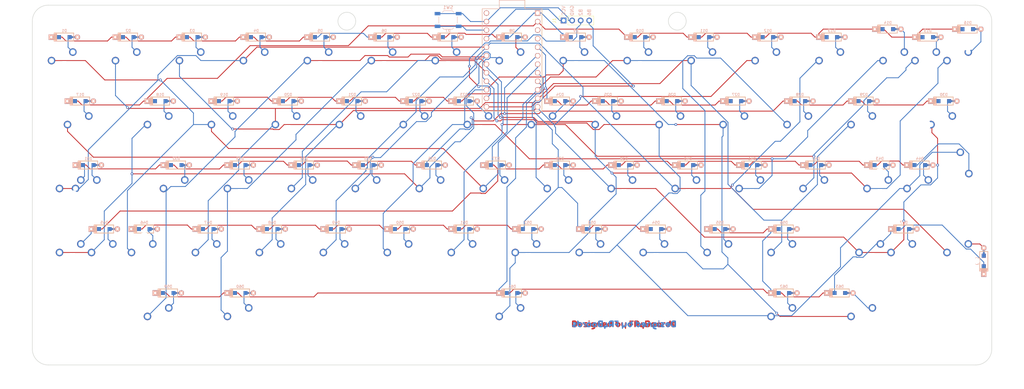
<source format=kicad_pcb>
(kicad_pcb (version 20171130) (host pcbnew 5.1.10-88a1d61d58~90~ubuntu21.04.1)
  (layers (0 F.Cu signal) (31 B.Cu signal) (34 B.Paste user) (35 F.Paste user) (36 B.SilkS user) (37 F.SilkS user) (38 B.Mask user) (39 F.Mask user) (44 Edge.Cuts user))
  (net 0 "")
  (net 1 "Net-(D1-Pad1)")
  (net 2 "Net-(D1-Pad2)")
  (net 3 "Net-(D2-Pad2)")
  (net 4 "Net-(D3-Pad2)")
  (net 5 "Net-(D4-Pad2)")
  (net 6 "Net-(D5-Pad2)")
  (net 7 "Net-(D6-Pad2)")
  (net 8 "Net-(D7-Pad2)")
  (net 9 "Net-(D8-Pad2)")
  (net 10 "Net-(D9-Pad2)")
  (net 11 "Net-(D10-Pad1)")
  (net 12 "Net-(D10-Pad2)")
  (net 13 "Net-(D11-Pad2)")
  (net 14 "Net-(D12-Pad2)")
  (net 15 "Net-(D13-Pad2)")
  (net 16 "Net-(D14-Pad2)")
  (net 17 "Net-(D15-Pad2)")
  (net 18 "Net-(D16-Pad2)")
  (net 19 "Net-(D17-Pad2)")
  (net 20 "Net-(D18-Pad2)")
  (net 21 "Net-(D19-Pad2)")
  (net 22 "Net-(D19-Pad1)")
  (net 23 "Net-(D20-Pad2)")
  (net 24 "Net-(D21-Pad2)")
  (net 25 "Net-(D22-Pad2)")
  (net 26 "Net-(D23-Pad2)")
  (net 27 "Net-(D24-Pad2)")
  (net 28 "Net-(D25-Pad2)")
  (net 29 "Net-(D26-Pad2)")
  (net 30 "Net-(D27-Pad2)")
  (net 31 "Net-(D28-Pad1)")
  (net 32 "Net-(D28-Pad2)")
  (net 33 "Net-(D29-Pad2)")
  (net 34 "Net-(D30-Pad2)")
  (net 35 "Net-(D31-Pad2)")
  (net 36 "Net-(D32-Pad2)")
  (net 37 "Net-(D33-Pad2)")
  (net 38 "Net-(D34-Pad2)")
  (net 39 "Net-(D35-Pad2)")
  (net 40 "Net-(D36-Pad2)")
  (net 41 "Net-(D37-Pad2)")
  (net 42 "Net-(D37-Pad1)")
  (net 43 "Net-(D38-Pad2)")
  (net 44 "Net-(D39-Pad2)")
  (net 45 "Net-(D40-Pad2)")
  (net 46 "Net-(D41-Pad2)")
  (net 47 "Net-(D42-Pad2)")
  (net 48 "Net-(D43-Pad2)")
  (net 49 "Net-(D44-Pad2)")
  (net 50 "Net-(D45-Pad2)")
  (net 51 "Net-(D46-Pad1)")
  (net 52 "Net-(D46-Pad2)")
  (net 53 "Net-(D47-Pad2)")
  (net 54 "Net-(D48-Pad2)")
  (net 55 "Net-(D49-Pad2)")
  (net 56 "Net-(D50-Pad2)")
  (net 57 "Net-(D51-Pad2)")
  (net 58 "Net-(D52-Pad2)")
  (net 59 "Net-(D53-Pad2)")
  (net 60 "Net-(D54-Pad2)")
  (net 61 "Net-(D55-Pad2)")
  (net 62 "Net-(D55-Pad1)")
  (net 63 "Net-(D56-Pad2)")
  (net 64 "Net-(D57-Pad2)")
  (net 65 "Net-(D58-Pad2)")
  (net 66 "Net-(D59-Pad2)")
  (net 67 "Net-(D60-Pad2)")
  (net 68 "Net-(D61-Pad2)")
  (net 69 "Net-(D62-Pad2)")
  (net 70 "Net-(D63-Pad2)")
  (net 71 "Net-(K1-Pad1)")
  (net 72 "Net-(K11-Pad1)")
  (net 73 "Net-(K12-Pad1)")
  (net 74 "Net-(K13-Pad1)")
  (net 75 "Net-(K14-Pad1)")
  (net 76 "Net-(K15-Pad1)")
  (net 77 "Net-(K16-Pad1)")
  (net 78 "Net-(K17-Pad1)")
  (net 79 "Net-(K18-Pad1)")
  (net 80 "Net-(SW1-Pad2)")
  (net 81 "Net-(U1-Pad3)")
  (net 82 "Net-(U1-Pad4)")
  (net 83 "Net-(U1-Pad24)")
  (net 84 "Net-(J1-Pad1)")
  (net 85 "Net-(J1-Pad2)")
  (net 86 "Net-(J1-Pad3)")
  (net 87 "Net-(J1-Pad4)")
  (module Canadian_Footprints:D_SOD123_axial-dual (layer B.Cu) (at 332.58125 93.3386)
    (fp_text reference D15 (at 0 -1.925) (layer B.SilkS) (effects (font (size 0.8 0.8)) (justify mirror)))
    (fp_text value D hide)
    (pad 2 smd rect (at 2.7 0) (size 2.5 0.5) (layers B.Cu) (net 17 "Net-(D15-Pad2)"))
    (pad 1 smd rect (at -2.7 0) (size 2.5 0.5) (layers B.Cu) (net 11 "Net-(D10-Pad1)"))
    (pad 2 thru_hole circle (at 3.9 0) (size 1.6 1.6) (drill 0.7) (layers *.Cu *.Mask B.SilkS) (net 17 "Net-(D15-Pad2)"))
    (pad 1 thru_hole rect (at -3.9 0) (size 1.6 1.6) (drill 0.7) (layers *.Cu *.Mask B.SilkS) (net 11 "Net-(D10-Pad1)"))
    (pad 1 smd rect (at -1.575 0) (size 1.2 1.2) (layers B.Cu B.Paste B.Mask) (net 11 "Net-(D10-Pad1)"))
    (pad 2 smd rect (at 1.575 0) (size 1.2 1.2) (layers B.Cu B.Paste B.Mask) (net 17 "Net-(D15-Pad2)"))
    (pad 2 smd rect (at 2.7 0) (size 2.5 0.5) (layers F.Cu) (net 17 "Net-(D15-Pad2)"))
    (pad 2 smd rect (at 1.575 0) (size 1.2 1.2) (layers F.Cu F.Paste F.Mask) (net 17 "Net-(D15-Pad2)"))
    (pad 1 smd rect (at -1.575 0) (size 1.2 1.2) (layers F.Cu F.Paste F.Mask) (net 11 "Net-(D10-Pad1)"))
    (pad 1 smd rect (at -2.7 0) (size 2.5 0.5) (layers F.Cu) (net 11 "Net-(D10-Pad1)"))
  )
  (module Logos:Signature_F_Cu (layer F.Cu) (at 242.09375 179.06365)
    (fp_text reference G*** hide)
    (fp_text value LOGO hide)
    (fp_poly (pts (xy -10.248734 -1.28945) (xy -10.211053 -1.147237) (xy -10.268217 -1.026317) (xy -10.420326 -0.936427) (xy -10.530357 -1.009463) (xy -10.55116 -1.054279) (xy -10.554911 -1.234035) (xy -10.441632 -1.344081) (xy -10.375729 -1.354666) (xy -10.248734 -1.28945)) (layer F.Cu) (width 0.01))
    (fp_poly (pts (xy 14.847954 -0.829573) (xy 15.10742 -0.804838) (xy 15.238153 -0.757728) (xy 15.2807 -0.670081) (xy 15.282333 -0.635) (xy 15.251293 -0.523458) (xy 15.129901 -0.464959) (xy 14.9225 -0.439632) (xy 14.682689 -0.400467) (xy 14.574136 -0.341692) (xy 14.60611 -0.285759) (xy 14.787876 -0.255119) (xy 14.845877 -0.254) (xy 15.124513 -0.193363) (xy 15.317293 -0.038002) (xy 15.403651 0.172263) (xy 15.363021 0.397608) (xy 15.254499 0.537211) (xy 15.080087 0.623899) (xy 14.828572 0.671968) (xy 14.55717 0.680512) (xy 14.323093 0.648623) (xy 14.183555 0.575393) (xy 14.171506 0.554388) (xy 14.159177 0.390837) (xy 14.282668 0.29154) (xy 14.554261 0.248243) (xy 14.631163 0.245495) (xy 15.028333 0.23699) (xy 14.696296 0.159132) (xy 14.383583 0.059967) (xy 14.209364 -0.072076) (xy 14.142879 -0.264728) (xy 14.139333 -0.342986) (xy 14.19226 -0.609298) (xy 14.359733 -0.769219) (xy 14.654788 -0.831701) (xy 14.847954 -0.829573)) (layer F.Cu) (width 0.01))
    (fp_poly (pts (xy 13.861964 -1.299063) (xy 13.892581 -1.261171) (xy 13.940664 -1.091118) (xy 13.96385 -0.811214) (xy 13.962804 -0.479) (xy 13.938193 -0.152017) (xy 13.890681 0.112194) (xy 13.876154 0.159272) (xy 13.703833 0.428077) (xy 13.43664 0.603946) (xy 13.125644 0.669297) (xy 12.821911 0.606548) (xy 12.730507 0.553706) (xy 12.500103 0.306548) (xy 12.404159 0.013504) (xy 12.407645 -0.026386) (xy 12.817738 -0.026386) (xy 12.900314 0.147939) (xy 13.083015 0.235086) (xy 13.328075 0.202608) (xy 13.431096 0.083319) (xy 13.462 -0.084666) (xy 13.399226 -0.294411) (xy 13.247595 -0.41064) (xy 13.062139 -0.417629) (xy 12.897891 -0.299654) (xy 12.869333 -0.254) (xy 12.817738 -0.026386) (xy 12.407645 -0.026386) (xy 12.430404 -0.286794) (xy 12.566565 -0.555714) (xy 12.800372 -0.754622) (xy 13.119552 -0.844885) (xy 13.175326 -0.846666) (xy 13.376496 -0.875238) (xy 13.474621 -0.987919) (xy 13.497677 -1.061959) (xy 13.592606 -1.250617) (xy 13.729737 -1.337572) (xy 13.861964 -1.299063)) (layer F.Cu) (width 0.01))
    (fp_poly (pts (xy 12.236054 -0.832467) (xy 12.314277 -0.76964) (xy 12.329396 -0.612469) (xy 12.235252 -0.471208) (xy 12.108641 -0.423333) (xy 11.932038 -0.36979) (xy 11.819618 -0.195911) (xy 11.760271 0.118177) (xy 11.752915 0.213055) (xy 11.715074 0.497084) (xy 11.642219 0.636567) (xy 11.595204 0.658332) (xy 11.444633 0.647519) (xy 11.404704 0.623816) (xy 11.37154 0.511993) (xy 11.34999 0.288389) (xy 11.345333 0.106376) (xy 11.359535 -0.186041) (xy 11.418956 -0.382208) (xy 11.548813 -0.554022) (xy 11.59282 -0.599179) (xy 11.813419 -0.761038) (xy 12.045102 -0.842881) (xy 12.236054 -0.832467)) (layer F.Cu) (width 0.01))
    (fp_poly (pts (xy 10.798288 -0.710738) (xy 10.932804 -0.594888) (xy 11.076757 -0.433346) (xy 11.148004 -0.279059) (xy 11.166526 -0.066634) (xy 11.159124 0.145827) (xy 11.133666 0.634764) (xy 10.640825 0.656553) (xy 10.348631 0.660231) (xy 10.159932 0.625741) (xy 10.009888 0.533287) (xy 9.899991 0.430351) (xy 9.693895 0.133815) (xy 9.679323 0.016046) (xy 10.101432 0.016046) (xy 10.163375 0.131067) (xy 10.349789 0.242871) (xy 10.558572 0.215378) (xy 10.664624 0.131067) (xy 10.739699 -0.072283) (xy 10.668516 -0.27548) (xy 10.562166 -0.371492) (xy 10.372449 -0.414542) (xy 10.208385 -0.334013) (xy 10.106029 -0.175339) (xy 10.101432 0.016046) (xy 9.679323 0.016046) (xy 9.65642 -0.169052) (xy 9.787572 -0.46936) (xy 9.899487 -0.599179) (xy 10.195405 -0.805097) (xy 10.497525 -0.842273) (xy 10.798288 -0.710738)) (layer F.Cu) (width 0.01))
    (fp_poly (pts (xy 9.019886 -0.772466) (xy 9.280242 -0.578145) (xy 9.444948 -0.306123) (xy 9.479973 -0.098307) (xy 9.408029 0.247797) (xy 9.223183 0.500851) (xy 8.961815 0.64577) (xy 8.660305 0.667471) (xy 8.355033 0.55087) (xy 8.206153 0.429846) (xy 8.005643 0.147814) (xy 7.979017 0.016046) (xy 8.408098 0.016046) (xy 8.470042 0.131067) (xy 8.656456 0.242871) (xy 8.865238 0.215378) (xy 8.971291 0.131067) (xy 9.046366 -0.072283) (xy 8.975182 -0.27548) (xy 8.868833 -0.371492) (xy 8.679115 -0.414542) (xy 8.515052 -0.334013) (xy 8.412695 -0.175339) (xy 8.408098 0.016046) (xy 7.979017 0.016046) (xy 7.958666 -0.084666) (xy 8.03322 -0.368155) (xy 8.224448 -0.622082) (xy 8.483701 -0.796952) (xy 8.707657 -0.846666) (xy 9.019886 -0.772466)) (layer F.Cu) (width 0.01))
    (fp_poly (pts (xy 7.507348 -1.281816) (xy 7.663527 -1.144817) (xy 7.743636 -0.900923) (xy 7.770524 -0.524595) (xy 7.771514 -0.335631) (xy 7.755989 0.094062) (xy 7.698162 0.382764) (xy 7.574483 0.557772) (xy 7.361401 0.646386) (xy 7.035367 0.675907) (xy 6.897676 0.677334) (xy 6.546671 0.661818) (xy 6.350825 0.613844) (xy 6.301877 0.565776) (xy 6.286252 0.438311) (xy 6.278059 0.182846) (xy 6.27806 0.042334) (xy 6.688666 0.042334) (xy 6.704561 0.186304) (xy 6.78497 0.242158) (xy 6.978976 0.240137) (xy 7.006166 0.237944) (xy 7.222222 0.20063) (xy 7.312346 0.119759) (xy 7.323666 0.042334) (xy 7.28723 -0.075912) (xy 7.149582 -0.13537) (xy 7.006166 -0.153277) (xy 6.798276 -0.159375) (xy 6.708832 -0.110583) (xy 6.688749 0.023338) (xy 6.688666 0.042334) (xy 6.27806 0.042334) (xy 6.278063 -0.159414) (xy 6.283367 -0.429057) (xy 6.291361 -0.719666) (xy 6.688666 -0.719666) (xy 6.704561 -0.575696) (xy 6.78497 -0.519842) (xy 6.978976 -0.521863) (xy 7.006166 -0.524056) (xy 7.222222 -0.56137) (xy 7.312346 -0.642241) (xy 7.323666 -0.719666) (xy 7.28723 -0.837912) (xy 7.149582 -0.89737) (xy 7.006166 -0.915277) (xy 6.798276 -0.921375) (xy 6.708832 -0.872583) (xy 6.688749 -0.738662) (xy 6.688666 -0.719666) (xy 6.291361 -0.719666) (xy 6.307666 -1.312333) (xy 6.875384 -1.337282) (xy 7.252249 -1.337458) (xy 7.507348 -1.281816)) (layer F.Cu) (width 0.01))
    (fp_poly (pts (xy 3.963288 -1.34218) (xy 4.165041 -1.293104) (xy 4.319118 -1.190018) (xy 4.360738 -1.150291) (xy 4.574893 -0.856815) (xy 4.62352 -0.557728) (xy 4.509653 -0.231255) (xy 4.492818 -0.201949) (xy 4.383494 -0.000855) (xy 4.36074 0.120424) (xy 4.419046 0.224182) (xy 4.451818 0.261534) (xy 4.53979 0.434592) (xy 4.52121 0.592905) (xy 4.40682 0.675283) (xy 4.37883 0.677334) (xy 4.252532 0.620301) (xy 4.076755 0.47804) (xy 4.021666 0.423334) (xy 3.846354 0.263793) (xy 3.705721 0.175524) (xy 3.677742 0.169334) (xy 3.592553 0.242668) (xy 3.527155 0.419449) (xy 3.526366 0.423334) (xy 3.43727 0.606948) (xy 3.297789 0.683409) (xy 3.160258 0.637996) (xy 3.099391 0.543409) (xy 3.073751 0.388687) (xy 3.057205 0.115818) (xy 3.049755 -0.224254) (xy 3.051399 -0.580588) (xy 3.051802 -0.592666) (xy 3.556 -0.592666) (xy 3.589808 -0.350141) (xy 3.704759 -0.247722) (xy 3.921138 -0.272707) (xy 4.014741 -0.305392) (xy 4.117763 -0.424681) (xy 4.148666 -0.592666) (xy 4.093745 -0.803766) (xy 3.918172 -0.911101) (xy 3.718408 -0.931333) (xy 3.611632 -0.900349) (xy 3.564581 -0.778564) (xy 3.556 -0.592666) (xy 3.051802 -0.592666) (xy 3.062138 -0.90224) (xy 3.081972 -1.138269) (xy 3.099391 -1.220742) (xy 3.177362 -1.301254) (xy 3.355514 -1.343112) (xy 3.653573 -1.354666) (xy 3.963288 -1.34218)) (layer F.Cu) (width 0.01))
    (fp_poly (pts (xy 2.610667 -1.308334) (xy 2.801163 -1.290097) (xy 2.892578 -1.248265) (xy 2.920004 -1.173481) (xy 2.921 -1.143) (xy 2.896809 -1.041392) (xy 2.797417 -0.984622) (xy 2.582594 -0.955048) (xy 2.4765 -0.948075) (xy 2.217931 -0.927538) (xy 2.086029 -0.887067) (xy 2.03825 -0.800324) (xy 2.032 -0.672909) (xy 2.046388 -0.511294) (xy 2.122254 -0.440556) (xy 2.308651 -0.423554) (xy 2.361608 -0.423333) (xy 2.587575 -0.398221) (xy 2.719813 -0.334646) (xy 2.730136 -0.3175) (xy 2.739573 -0.132636) (xy 2.601203 -0.027576) (xy 2.368722 0) (xy 2.155908 0.010884) (xy 2.058457 0.075789) (xy 2.022492 0.243098) (xy 2.015944 0.316796) (xy 1.959265 0.530713) (xy 1.854445 0.660068) (xy 1.737628 0.679812) (xy 1.647611 0.572034) (xy 1.630975 0.441799) (xy 1.621988 0.183928) (xy 1.621517 -0.160017) (xy 1.6267 -0.429057) (xy 1.651 -1.312333) (xy 2.286 -1.312333) (xy 2.610667 -1.308334)) (layer F.Cu) (width 0.01))
    (fp_poly (pts (xy -2.265108 -1.282938) (xy -2.14991 -1.143695) (xy -2.116667 -0.973734) (xy -2.09277 -0.856325) (xy -1.989139 -0.818979) (xy -1.822797 -0.83031) (xy -1.527608 -0.787397) (xy -1.264901 -0.617099) (xy -1.079571 -0.360907) (xy -1.016 -0.084666) (xy -1.09226 0.204879) (xy -1.288604 0.460004) (xy -1.556385 0.63206) (xy -1.778 0.677334) (xy -2.069898 0.601776) (xy -2.292513 0.429846) (xy -2.413685 0.297902) (xy -2.487121 0.169183) (xy -2.52062 0.016046) (xy -2.090568 0.016046) (xy -2.028625 0.131067) (xy -1.842211 0.242871) (xy -1.633428 0.215378) (xy -1.527376 0.131067) (xy -1.452301 -0.072283) (xy -1.523484 -0.27548) (xy -1.629834 -0.371492) (xy -1.819551 -0.414542) (xy -1.983615 -0.334013) (xy -2.085971 -0.175339) (xy -2.090568 0.016046) (xy -2.52062 0.016046) (xy -2.524711 -0.002651) (xy -2.538344 -0.263941) (xy -2.54 -0.534762) (xy -2.531718 -0.917119) (xy -2.504337 -1.155661) (xy -2.454055 -1.27521) (xy -2.423318 -1.296659) (xy -2.265108 -1.282938)) (layer F.Cu) (width 0.01))
    (fp_poly (pts (xy -3.601178 -1.298024) (xy -3.548849 -1.233452) (xy -3.517555 -1.086152) (xy -3.498837 -0.823658) (xy -3.489158 -0.56833) (xy -3.480011 -0.208957) (xy -3.488091 0.025803) (xy -3.523537 0.18052) (xy -3.596491 0.299767) (xy -3.715478 0.426504) (xy -4.01284 0.634315) (xy -4.315384 0.673449) (xy -4.615222 0.54388) (xy -4.747847 0.429846) (xy -4.953899 0.134436) (xy -4.968511 0.016046) (xy -4.545902 0.016046) (xy -4.483958 0.131067) (xy -4.297544 0.242871) (xy -4.088762 0.215378) (xy -3.982709 0.131067) (xy -3.907634 -0.072283) (xy -3.978818 -0.27548) (xy -4.085167 -0.371492) (xy -4.274885 -0.414542) (xy -4.438948 -0.334013) (xy -4.541305 -0.175339) (xy -4.545902 0.016046) (xy -4.968511 0.016046) (xy -4.991081 -0.166816) (xy -4.859444 -0.467954) (xy -4.738871 -0.608155) (xy -4.534325 -0.778527) (xy -4.342611 -0.837148) (xy -4.192599 -0.830784) (xy -3.995819 -0.821601) (xy -3.909397 -0.883775) (xy -3.877562 -1.054642) (xy -3.827205 -1.246535) (xy -3.709655 -1.311261) (xy -3.683 -1.312333) (xy -3.601178 -1.298024)) (layer F.Cu) (width 0.01))
    (fp_poly (pts (xy -5.590747 -0.784041) (xy -5.350847 -0.625418) (xy -5.169255 -0.41468) (xy -5.092925 -0.195711) (xy -5.095206 -0.148718) (xy -5.130627 -0.0396) (xy -5.225373 0.025951) (xy -5.420515 0.066106) (xy -5.630334 0.088074) (xy -5.892542 0.121945) (xy -6.019652 0.161757) (xy -6.008096 0.196085) (xy -5.822525 0.236448) (xy -5.6729 0.235012) (xy -5.49699 0.262403) (xy -5.434974 0.370855) (xy -5.460608 0.548397) (xy -5.599348 0.651399) (xy -5.811024 0.677288) (xy -6.055463 0.623494) (xy -6.292494 0.487445) (xy -6.356513 0.429846) (xy -6.557023 0.147814) (xy -6.604 -0.084666) (xy -6.537103 -0.338666) (xy -6.053667 -0.338666) (xy -6.020245 -0.279002) (xy -5.854517 -0.254078) (xy -5.842 -0.254) (xy -5.669897 -0.276545) (xy -5.628088 -0.334637) (xy -5.630334 -0.338666) (xy -5.750105 -0.410532) (xy -5.842 -0.423333) (xy -6.001995 -0.383292) (xy -6.053667 -0.338666) (xy -6.537103 -0.338666) (xy -6.527741 -0.374212) (xy -6.331397 -0.629337) (xy -6.063616 -0.801393) (xy -5.842 -0.846667) (xy -5.590747 -0.784041)) (layer F.Cu) (width 0.01))
    (fp_poly (pts (xy -7.271743 -0.772902) (xy -7.01653 -0.594888) (xy -6.872592 -0.43337) (xy -6.801341 -0.279109) (xy -6.782805 -0.06673) (xy -6.790209 0.145945) (xy -6.812247 0.424407) (xy -6.851556 0.572425) (xy -6.923622 0.628884) (xy -6.985 0.635) (xy -7.086807 0.609543) (xy -7.147585 0.506968) (xy -7.185537 0.287971) (xy -7.196667 0.177944) (xy -7.271947 -0.18037) (xy -7.399286 -0.389302) (xy -7.55125 -0.448824) (xy -7.700404 -0.358904) (xy -7.819312 -0.119514) (xy -7.874 0.17721) (xy -7.920589 0.477684) (xy -7.994527 0.630368) (xy -8.047462 0.65836) (xy -8.198038 0.64752) (xy -8.237962 0.623816) (xy -8.279698 0.494733) (xy -8.295116 0.259428) (xy -8.286834 -0.021474) (xy -8.257467 -0.287352) (xy -8.209631 -0.477583) (xy -8.188808 -0.515337) (xy -7.91587 -0.750736) (xy -7.597225 -0.83747) (xy -7.271743 -0.772902)) (layer F.Cu) (width 0.01))
    (fp_poly (pts (xy -10.29429 -0.805909) (xy -10.237419 -0.753171) (xy -10.197304 -0.60445) (xy -10.17182 -0.34665) (xy -10.162165 -0.03949) (xy -10.169538 0.257308) (xy -10.195138 0.484025) (xy -10.211392 0.543409) (xy -10.32638 0.663259) (xy -10.480975 0.655171) (xy -10.526889 0.620889) (xy -10.553529 0.514902) (xy -10.573395 0.284715) (xy -10.582961 -0.02457) (xy -10.583334 -0.101435) (xy -10.576376 -0.452508) (xy -10.551285 -0.668161) (xy -10.501737 -0.781898) (xy -10.447789 -0.819328) (xy -10.29429 -0.805909)) (layer F.Cu) (width 0.01))
    (fp_poly (pts (xy -11.03541 -0.818009) (xy -10.903625 -0.745592) (xy -10.895342 -0.729984) (xy -10.905416 -0.571657) (xy -11.060523 -0.46516) (xy -11.340873 -0.423489) (xy -11.362267 -0.423333) (xy -11.567998 -0.403634) (xy -11.678164 -0.354713) (xy -11.684 -0.338666) (xy -11.609875 -0.281444) (xy -11.428901 -0.254338) (xy -11.403849 -0.254) (xy -11.159106 -0.220525) (xy -10.969933 -0.141564) (xy -10.846848 0.040151) (xy -10.824405 0.279009) (xy -10.902605 0.495973) (xy -10.969933 0.564897) (xy -11.13621 0.628394) (xy -11.38688 0.665443) (xy -11.662679 0.674747) (xy -11.904348 0.655005) (xy -12.052624 0.604918) (xy -12.067293 0.588958) (xy -12.074618 0.451459) (xy -11.946468 0.333864) (xy -11.716666 0.259432) (xy -11.5678 0.245495) (xy -11.218334 0.23699) (xy -11.557 0.158988) (xy -11.863212 0.03292) (xy -12.054512 -0.159031) (xy -12.116553 -0.385468) (xy -12.034989 -0.614996) (xy -11.9525 -0.706544) (xy -11.780258 -0.792019) (xy -11.531488 -0.839942) (xy -11.263952 -0.849032) (xy -11.03541 -0.818009)) (layer F.Cu) (width 0.01))
    (fp_poly (pts (xy -12.634088 -0.700951) (xy -12.532634 -0.623662) (xy -12.344815 -0.421672) (xy -12.290179 -0.225748) (xy -12.293304 -0.179162) (xy -12.321198 -0.054857) (xy -12.396189 0.017178) (xy -12.559995 0.057566) (xy -12.827 0.084667) (xy -13.10361 0.118966) (xy -13.23303 0.161806) (xy -13.224355 0.198471) (xy -13.060093 0.235703) (xy -12.916543 0.220456) (xy -12.697994 0.235085) (xy -12.607051 0.306314) (xy -12.54333 0.426259) (xy -12.615273 0.528422) (xy -12.655879 0.559495) (xy -12.941305 0.672808) (xy -13.248042 0.632332) (xy -13.539402 0.443369) (xy -13.55318 0.429846) (xy -13.758971 0.133457) (xy -13.796149 -0.16947) (xy -13.722119 -0.338666) (xy -13.250334 -0.338666) (xy -13.216912 -0.279002) (xy -13.051184 -0.254078) (xy -13.038667 -0.254) (xy -12.866564 -0.276545) (xy -12.824754 -0.334637) (xy -12.827 -0.338666) (xy -12.946772 -0.410532) (xy -13.038667 -0.423333) (xy -13.198662 -0.383292) (xy -13.250334 -0.338666) (xy -13.722119 -0.338666) (xy -13.664716 -0.46986) (xy -13.55318 -0.599179) (xy -13.258817 -0.801784) (xy -12.951484 -0.835731) (xy -12.634088 -0.700951)) (layer F.Cu) (width 0.01))
    (fp_poly (pts (xy -14.593391 -1.339974) (xy -14.384937 -1.283244) (xy -14.214316 -1.165496) (xy -14.19403 -1.147043) (xy -14.074862 -1.019222) (xy -14.007323 -0.878961) (xy -13.977131 -0.674734) (xy -13.970008 -0.355014) (xy -13.97 -0.338666) (xy -13.976482 -0.013103) (xy -14.005445 0.194853) (xy -14.07117 0.336726) (xy -14.187937 0.464043) (xy -14.19403 0.46971) (xy -14.366092 0.596552) (xy -14.56924 0.659297) (xy -14.869093 0.677253) (xy -14.899586 0.677334) (xy -15.171752 0.668113) (xy -15.370451 0.644312) (xy -15.437556 0.620889) (xy -15.462693 0.51486) (xy -15.480333 0.28407) (xy -15.490353 -0.027068) (xy -15.492399 -0.338666) (xy -15.070667 -0.338666) (xy -15.068204 -0.029183) (xy -15.05096 0.147918) (xy -15.004154 0.22959) (xy -14.913007 0.252782) (xy -14.833601 0.254) (xy -14.622051 0.219691) (xy -14.494934 0.1524) (xy -14.433395 0.010761) (xy -14.397294 -0.227215) (xy -14.393334 -0.338667) (xy -14.424426 -0.660836) (xy -14.530058 -0.848149) (xy -14.72876 -0.92555) (xy -14.833601 -0.931333) (xy -14.957394 -0.925175) (xy -15.028234 -0.882064) (xy -15.060903 -0.765051) (xy -15.07018 -0.537183) (xy -15.070667 -0.338666) (xy -15.492399 -0.338666) (xy -15.492632 -0.374141) (xy -15.487049 -0.712737) (xy -15.47348 -0.998444) (xy -15.451805 -1.18685) (xy -15.442609 -1.220742) (xy -15.362282 -1.302617) (xy -15.178856 -1.344356) (xy -14.904639 -1.354666) (xy -14.593391 -1.339974)) (layer F.Cu) (width 0.01))
    (fp_poly (pts (xy 5.457035 -0.706467) (xy 5.433078 -0.452812) (xy 5.377037 -0.256118) (xy 5.305298 -0.005525) (xy 5.274862 0.175153) (xy 5.283168 0.23139) (xy 5.385779 0.232891) (xy 5.54873 0.167694) (xy 5.716341 0.100642) (xy 5.842918 0.142203) (xy 5.945481 0.235185) (xy 6.066682 0.390313) (xy 6.065527 0.532576) (xy 6.031576 0.610897) (xy 5.944372 0.832056) (xy 5.908892 0.972695) (xy 5.825095 1.119435) (xy 5.679645 1.177598) (xy 5.562704 1.131816) (xy 5.515791 1.008075) (xy 5.503333 0.874889) (xy 5.482538 0.747563) (xy 5.388933 0.690752) (xy 5.175685 0.67735) (xy 5.162009 0.677334) (xy 4.906323 0.648101) (xy 4.778874 0.567246) (xy 4.775646 0.559965) (xy 4.774205 0.411203) (xy 4.823104 0.164634) (xy 4.906273 -0.130091) (xy 5.007646 -0.42332) (xy 5.111152 -0.6654) (xy 5.200724 -0.806679) (xy 5.222939 -0.822165) (xy 5.386307 -0.83209) (xy 5.457035 -0.706467)) (layer F.Cu) (width 0.01))
    (fp_poly (pts (xy 0.538458 -0.793997) (xy 0.586758 -0.743877) (xy 0.615558 -0.625311) (xy 0.629849 -0.409632) (xy 0.634622 -0.068177) (xy 0.635 0.168174) (xy 0.631863 0.594032) (xy 0.61987 0.878794) (xy 0.595143 1.050621) (xy 0.553806 1.137677) (xy 0.497486 1.167164) (xy 0.35442 1.123205) (xy 0.306986 1.055565) (xy 0.258915 0.845869) (xy 0.254 0.772077) (xy 0.219412 0.675885) (xy 0.087356 0.650674) (xy -0.039871 0.660977) (xy -0.262433 0.658427) (xy -0.446955 0.567461) (xy -0.594496 0.43453) (xy -0.743332 0.269101) (xy -0.817362 0.115078) (xy -0.83731 -0.093581) (xy -0.829792 -0.315278) (xy -0.807754 -0.59374) (xy -0.768445 -0.741758) (xy -0.696379 -0.798217) (xy -0.635 -0.804333) (xy -0.533194 -0.778876) (xy -0.472416 -0.676301) (xy -0.434464 -0.457304) (xy -0.423334 -0.347277) (xy -0.34804 0.011188) (xy -0.220699 0.22013) (xy -0.068741 0.27955) (xy 0.080402 0.189448) (xy 0.199299 -0.050177) (xy 0.254 -0.347277) (xy 0.288293 -0.615703) (xy 0.339115 -0.754109) (xy 0.424668 -0.801799) (xy 0.465666 -0.804333) (xy 0.538458 -0.793997)) (layer F.Cu) (width 0.01))
    (fp_poly (pts (xy -8.859118 -0.727021) (xy -8.75557 -0.650084) (xy -8.638088 -0.53344) (xy -8.567228 -0.402157) (xy -8.529219 -0.209061) (xy -8.510293 0.093025) (xy -8.506552 0.203142) (xy -8.50202 0.550789) (xy -8.520785 0.776861) (xy -8.571704 0.928498) (xy -8.663634 1.052843) (xy -8.666871 1.056376) (xy -8.853505 1.188329) (xy -9.103496 1.279976) (xy -9.363962 1.322974) (xy -9.582019 1.308975) (xy -9.704786 1.229635) (xy -9.708691 1.220783) (xy -9.701513 1.049902) (xy -9.531545 0.924785) (xy -9.261092 0.854899) (xy -9.021674 0.793199) (xy -8.922062 0.723951) (xy -8.966908 0.67085) (xy -9.160861 0.657594) (xy -9.223292 0.66231) (xy -9.564136 0.623279) (xy -9.818626 0.449098) (xy -9.963448 0.161782) (xy -9.977666 0.033413) (xy -9.559038 0.033413) (xy -9.495054 0.176495) (xy -9.4615 0.197927) (xy -9.201088 0.242272) (xy -9.014521 0.143694) (xy -8.974667 0.084667) (xy -8.930762 -0.12746) (xy -9.00531 -0.302711) (xy -9.156183 -0.406221) (xy -9.341251 -0.403124) (xy -9.465734 -0.321733) (xy -9.549481 -0.159167) (xy -9.559038 0.033413) (xy -9.977666 0.033413) (xy -9.987974 -0.059651) (xy -9.916429 -0.406169) (xy -9.732061 -0.663272) (xy -9.470579 -0.813855) (xy -9.167695 -0.840807) (xy -8.859118 -0.727021)) (layer F.Cu) (width 0.01))
  )
  (module Logos:Signature_F_Mask (layer F.Cu) (at 242.09375 179.06365)
    (fp_text reference G*** hide)
    (fp_text value LOGO hide)
  )
  (module Logos:Signature_F_Mask (layer B.Cu) (at 242.09375 179.06365 180)
    (fp_text reference G*** hide)
    (fp_text value LOGO hide)
  )
  (module Logos:Signature_F_Cu (layer B.Cu) (at 242.09375 179.06365 180)
    (fp_text reference G*** hide)
    (fp_text value LOGO hide)
    (fp_poly (pts (xy -10.248734 1.28945) (xy -10.211053 1.147237) (xy -10.268217 1.026317) (xy -10.420326 0.936427) (xy -10.530357 1.009463) (xy -10.55116 1.054279) (xy -10.554911 1.234035) (xy -10.441632 1.344081) (xy -10.375729 1.354666) (xy -10.248734 1.28945)) (layer B.Cu) (width 0.01))
    (fp_poly (pts (xy 14.847954 0.829573) (xy 15.10742 0.804838) (xy 15.238153 0.757728) (xy 15.2807 0.670081) (xy 15.282333 0.635) (xy 15.251293 0.523458) (xy 15.129901 0.464959) (xy 14.9225 0.439632) (xy 14.682689 0.400467) (xy 14.574136 0.341692) (xy 14.60611 0.285759) (xy 14.787876 0.255119) (xy 14.845877 0.254) (xy 15.124513 0.193363) (xy 15.317293 0.038002) (xy 15.403651 -0.172263) (xy 15.363021 -0.397608) (xy 15.254499 -0.537211) (xy 15.080087 -0.623899) (xy 14.828572 -0.671968) (xy 14.55717 -0.680512) (xy 14.323093 -0.648623) (xy 14.183555 -0.575393) (xy 14.171506 -0.554388) (xy 14.159177 -0.390837) (xy 14.282668 -0.29154) (xy 14.554261 -0.248243) (xy 14.631163 -0.245495) (xy 15.028333 -0.23699) (xy 14.696296 -0.159132) (xy 14.383583 -0.059967) (xy 14.209364 0.072076) (xy 14.142879 0.264728) (xy 14.139333 0.342986) (xy 14.19226 0.609298) (xy 14.359733 0.769219) (xy 14.654788 0.831701) (xy 14.847954 0.829573)) (layer B.Cu) (width 0.01))
    (fp_poly (pts (xy 13.861964 1.299063) (xy 13.892581 1.261171) (xy 13.940664 1.091118) (xy 13.96385 0.811214) (xy 13.962804 0.479) (xy 13.938193 0.152017) (xy 13.890681 -0.112194) (xy 13.876154 -0.159272) (xy 13.703833 -0.428077) (xy 13.43664 -0.603946) (xy 13.125644 -0.669297) (xy 12.821911 -0.606548) (xy 12.730507 -0.553706) (xy 12.500103 -0.306548) (xy 12.404159 -0.013504) (xy 12.407645 0.026386) (xy 12.817738 0.026386) (xy 12.900314 -0.147939) (xy 13.083015 -0.235086) (xy 13.328075 -0.202608) (xy 13.431096 -0.083319) (xy 13.462 0.084666) (xy 13.399226 0.294411) (xy 13.247595 0.41064) (xy 13.062139 0.417629) (xy 12.897891 0.299654) (xy 12.869333 0.254) (xy 12.817738 0.026386) (xy 12.407645 0.026386) (xy 12.430404 0.286794) (xy 12.566565 0.555714) (xy 12.800372 0.754622) (xy 13.119552 0.844885) (xy 13.175326 0.846666) (xy 13.376496 0.875238) (xy 13.474621 0.987919) (xy 13.497677 1.061959) (xy 13.592606 1.250617) (xy 13.729737 1.337572) (xy 13.861964 1.299063)) (layer B.Cu) (width 0.01))
    (fp_poly (pts (xy 12.236054 0.832467) (xy 12.314277 0.76964) (xy 12.329396 0.612469) (xy 12.235252 0.471208) (xy 12.108641 0.423333) (xy 11.932038 0.36979) (xy 11.819618 0.195911) (xy 11.760271 -0.118177) (xy 11.752915 -0.213055) (xy 11.715074 -0.497084) (xy 11.642219 -0.636567) (xy 11.595204 -0.658332) (xy 11.444633 -0.647519) (xy 11.404704 -0.623816) (xy 11.37154 -0.511993) (xy 11.34999 -0.288389) (xy 11.345333 -0.106376) (xy 11.359535 0.186041) (xy 11.418956 0.382208) (xy 11.548813 0.554022) (xy 11.59282 0.599179) (xy 11.813419 0.761038) (xy 12.045102 0.842881) (xy 12.236054 0.832467)) (layer B.Cu) (width 0.01))
    (fp_poly (pts (xy 10.798288 0.710738) (xy 10.932804 0.594888) (xy 11.076757 0.433346) (xy 11.148004 0.279059) (xy 11.166526 0.066634) (xy 11.159124 -0.145827) (xy 11.133666 -0.634764) (xy 10.640825 -0.656553) (xy 10.348631 -0.660231) (xy 10.159932 -0.625741) (xy 10.009888 -0.533287) (xy 9.899991 -0.430351) (xy 9.693895 -0.133815) (xy 9.679323 -0.016046) (xy 10.101432 -0.016046) (xy 10.163375 -0.131067) (xy 10.349789 -0.242871) (xy 10.558572 -0.215378) (xy 10.664624 -0.131067) (xy 10.739699 0.072283) (xy 10.668516 0.27548) (xy 10.562166 0.371492) (xy 10.372449 0.414542) (xy 10.208385 0.334013) (xy 10.106029 0.175339) (xy 10.101432 -0.016046) (xy 9.679323 -0.016046) (xy 9.65642 0.169052) (xy 9.787572 0.46936) (xy 9.899487 0.599179) (xy 10.195405 0.805097) (xy 10.497525 0.842273) (xy 10.798288 0.710738)) (layer B.Cu) (width 0.01))
    (fp_poly (pts (xy 9.019886 0.772466) (xy 9.280242 0.578145) (xy 9.444948 0.306123) (xy 9.479973 0.098307) (xy 9.408029 -0.247797) (xy 9.223183 -0.500851) (xy 8.961815 -0.64577) (xy 8.660305 -0.667471) (xy 8.355033 -0.55087) (xy 8.206153 -0.429846) (xy 8.005643 -0.147814) (xy 7.979017 -0.016046) (xy 8.408098 -0.016046) (xy 8.470042 -0.131067) (xy 8.656456 -0.242871) (xy 8.865238 -0.215378) (xy 8.971291 -0.131067) (xy 9.046366 0.072283) (xy 8.975182 0.27548) (xy 8.868833 0.371492) (xy 8.679115 0.414542) (xy 8.515052 0.334013) (xy 8.412695 0.175339) (xy 8.408098 -0.016046) (xy 7.979017 -0.016046) (xy 7.958666 0.084666) (xy 8.03322 0.368155) (xy 8.224448 0.622082) (xy 8.483701 0.796952) (xy 8.707657 0.846666) (xy 9.019886 0.772466)) (layer B.Cu) (width 0.01))
    (fp_poly (pts (xy 7.507348 1.281816) (xy 7.663527 1.144817) (xy 7.743636 0.900923) (xy 7.770524 0.524595) (xy 7.771514 0.335631) (xy 7.755989 -0.094062) (xy 7.698162 -0.382764) (xy 7.574483 -0.557772) (xy 7.361401 -0.646386) (xy 7.035367 -0.675907) (xy 6.897676 -0.677334) (xy 6.546671 -0.661818) (xy 6.350825 -0.613844) (xy 6.301877 -0.565776) (xy 6.286252 -0.438311) (xy 6.278059 -0.182846) (xy 6.27806 -0.042334) (xy 6.688666 -0.042334) (xy 6.704561 -0.186304) (xy 6.78497 -0.242158) (xy 6.978976 -0.240137) (xy 7.006166 -0.237944) (xy 7.222222 -0.20063) (xy 7.312346 -0.119759) (xy 7.323666 -0.042334) (xy 7.28723 0.075912) (xy 7.149582 0.13537) (xy 7.006166 0.153277) (xy 6.798276 0.159375) (xy 6.708832 0.110583) (xy 6.688749 -0.023338) (xy 6.688666 -0.042334) (xy 6.27806 -0.042334) (xy 6.278063 0.159414) (xy 6.283367 0.429057) (xy 6.291361 0.719666) (xy 6.688666 0.719666) (xy 6.704561 0.575696) (xy 6.78497 0.519842) (xy 6.978976 0.521863) (xy 7.006166 0.524056) (xy 7.222222 0.56137) (xy 7.312346 0.642241) (xy 7.323666 0.719666) (xy 7.28723 0.837912) (xy 7.149582 0.89737) (xy 7.006166 0.915277) (xy 6.798276 0.921375) (xy 6.708832 0.872583) (xy 6.688749 0.738662) (xy 6.688666 0.719666) (xy 6.291361 0.719666) (xy 6.307666 1.312333) (xy 6.875384 1.337282) (xy 7.252249 1.337458) (xy 7.507348 1.281816)) (layer B.Cu) (width 0.01))
    (fp_poly (pts (xy 3.963288 1.34218) (xy 4.165041 1.293104) (xy 4.319118 1.190018) (xy 4.360738 1.150291) (xy 4.574893 0.856815) (xy 4.62352 0.557728) (xy 4.509653 0.231255) (xy 4.492818 0.201949) (xy 4.383494 0.000855) (xy 4.36074 -0.120424) (xy 4.419046 -0.224182) (xy 4.451818 -0.261534) (xy 4.53979 -0.434592) (xy 4.52121 -0.592905) (xy 4.40682 -0.675283) (xy 4.37883 -0.677334) (xy 4.252532 -0.620301) (xy 4.076755 -0.47804) (xy 4.021666 -0.423334) (xy 3.846354 -0.263793) (xy 3.705721 -0.175524) (xy 3.677742 -0.169334) (xy 3.592553 -0.242668) (xy 3.527155 -0.419449) (xy 3.526366 -0.423334) (xy 3.43727 -0.606948) (xy 3.297789 -0.683409) (xy 3.160258 -0.637996) (xy 3.099391 -0.543409) (xy 3.073751 -0.388687) (xy 3.057205 -0.115818) (xy 3.049755 0.224254) (xy 3.051399 0.580588) (xy 3.051802 0.592666) (xy 3.556 0.592666) (xy 3.589808 0.350141) (xy 3.704759 0.247722) (xy 3.921138 0.272707) (xy 4.014741 0.305392) (xy 4.117763 0.424681) (xy 4.148666 0.592666) (xy 4.093745 0.803766) (xy 3.918172 0.911101) (xy 3.718408 0.931333) (xy 3.611632 0.900349) (xy 3.564581 0.778564) (xy 3.556 0.592666) (xy 3.051802 0.592666) (xy 3.062138 0.90224) (xy 3.081972 1.138269) (xy 3.099391 1.220742) (xy 3.177362 1.301254) (xy 3.355514 1.343112) (xy 3.653573 1.354666) (xy 3.963288 1.34218)) (layer B.Cu) (width 0.01))
    (fp_poly (pts (xy 2.610667 1.308334) (xy 2.801163 1.290097) (xy 2.892578 1.248265) (xy 2.920004 1.173481) (xy 2.921 1.143) (xy 2.896809 1.041392) (xy 2.797417 0.984622) (xy 2.582594 0.955048) (xy 2.4765 0.948075) (xy 2.217931 0.927538) (xy 2.086029 0.887067) (xy 2.03825 0.800324) (xy 2.032 0.672909) (xy 2.046388 0.511294) (xy 2.122254 0.440556) (xy 2.308651 0.423554) (xy 2.361608 0.423333) (xy 2.587575 0.398221) (xy 2.719813 0.334646) (xy 2.730136 0.3175) (xy 2.739573 0.132636) (xy 2.601203 0.027576) (xy 2.368722 0) (xy 2.155908 -0.010884) (xy 2.058457 -0.075789) (xy 2.022492 -0.243098) (xy 2.015944 -0.316796) (xy 1.959265 -0.530713) (xy 1.854445 -0.660068) (xy 1.737628 -0.679812) (xy 1.647611 -0.572034) (xy 1.630975 -0.441799) (xy 1.621988 -0.183928) (xy 1.621517 0.160017) (xy 1.6267 0.429057) (xy 1.651 1.312333) (xy 2.286 1.312333) (xy 2.610667 1.308334)) (layer B.Cu) (width 0.01))
    (fp_poly (pts (xy -2.265108 1.282938) (xy -2.14991 1.143695) (xy -2.116667 0.973734) (xy -2.09277 0.856325) (xy -1.989139 0.818979) (xy -1.822797 0.83031) (xy -1.527608 0.787397) (xy -1.264901 0.617099) (xy -1.079571 0.360907) (xy -1.016 0.084666) (xy -1.09226 -0.204879) (xy -1.288604 -0.460004) (xy -1.556385 -0.63206) (xy -1.778 -0.677334) (xy -2.069898 -0.601776) (xy -2.292513 -0.429846) (xy -2.413685 -0.297902) (xy -2.487121 -0.169183) (xy -2.52062 -0.016046) (xy -2.090568 -0.016046) (xy -2.028625 -0.131067) (xy -1.842211 -0.242871) (xy -1.633428 -0.215378) (xy -1.527376 -0.131067) (xy -1.452301 0.072283) (xy -1.523484 0.27548) (xy -1.629834 0.371492) (xy -1.819551 0.414542) (xy -1.983615 0.334013) (xy -2.085971 0.175339) (xy -2.090568 -0.016046) (xy -2.52062 -0.016046) (xy -2.524711 0.002651) (xy -2.538344 0.263941) (xy -2.54 0.534762) (xy -2.531718 0.917119) (xy -2.504337 1.155661) (xy -2.454055 1.27521) (xy -2.423318 1.296659) (xy -2.265108 1.282938)) (layer B.Cu) (width 0.01))
    (fp_poly (pts (xy -3.601178 1.298024) (xy -3.548849 1.233452) (xy -3.517555 1.086152) (xy -3.498837 0.823658) (xy -3.489158 0.56833) (xy -3.480011 0.208957) (xy -3.488091 -0.025803) (xy -3.523537 -0.18052) (xy -3.596491 -0.299767) (xy -3.715478 -0.426504) (xy -4.01284 -0.634315) (xy -4.315384 -0.673449) (xy -4.615222 -0.54388) (xy -4.747847 -0.429846) (xy -4.953899 -0.134436) (xy -4.968511 -0.016046) (xy -4.545902 -0.016046) (xy -4.483958 -0.131067) (xy -4.297544 -0.242871) (xy -4.088762 -0.215378) (xy -3.982709 -0.131067) (xy -3.907634 0.072283) (xy -3.978818 0.27548) (xy -4.085167 0.371492) (xy -4.274885 0.414542) (xy -4.438948 0.334013) (xy -4.541305 0.175339) (xy -4.545902 -0.016046) (xy -4.968511 -0.016046) (xy -4.991081 0.166816) (xy -4.859444 0.467954) (xy -4.738871 0.608155) (xy -4.534325 0.778527) (xy -4.342611 0.837148) (xy -4.192599 0.830784) (xy -3.995819 0.821601) (xy -3.909397 0.883775) (xy -3.877562 1.054642) (xy -3.827205 1.246535) (xy -3.709655 1.311261) (xy -3.683 1.312333) (xy -3.601178 1.298024)) (layer B.Cu) (width 0.01))
    (fp_poly (pts (xy -5.590747 0.784041) (xy -5.350847 0.625418) (xy -5.169255 0.41468) (xy -5.092925 0.195711) (xy -5.095206 0.148718) (xy -5.130627 0.0396) (xy -5.225373 -0.025951) (xy -5.420515 -0.066106) (xy -5.630334 -0.088074) (xy -5.892542 -0.121945) (xy -6.019652 -0.161757) (xy -6.008096 -0.196085) (xy -5.822525 -0.236448) (xy -5.6729 -0.235012) (xy -5.49699 -0.262403) (xy -5.434974 -0.370855) (xy -5.460608 -0.548397) (xy -5.599348 -0.651399) (xy -5.811024 -0.677288) (xy -6.055463 -0.623494) (xy -6.292494 -0.487445) (xy -6.356513 -0.429846) (xy -6.557023 -0.147814) (xy -6.604 0.084666) (xy -6.537103 0.338666) (xy -6.053667 0.338666) (xy -6.020245 0.279002) (xy -5.854517 0.254078) (xy -5.842 0.254) (xy -5.669897 0.276545) (xy -5.628088 0.334637) (xy -5.630334 0.338666) (xy -5.750105 0.410532) (xy -5.842 0.423333) (xy -6.001995 0.383292) (xy -6.053667 0.338666) (xy -6.537103 0.338666) (xy -6.527741 0.374212) (xy -6.331397 0.629337) (xy -6.063616 0.801393) (xy -5.842 0.846667) (xy -5.590747 0.784041)) (layer B.Cu) (width 0.01))
    (fp_poly (pts (xy -7.271743 0.772902) (xy -7.01653 0.594888) (xy -6.872592 0.43337) (xy -6.801341 0.279109) (xy -6.782805 0.06673) (xy -6.790209 -0.145945) (xy -6.812247 -0.424407) (xy -6.851556 -0.572425) (xy -6.923622 -0.628884) (xy -6.985 -0.635) (xy -7.086807 -0.609543) (xy -7.147585 -0.506968) (xy -7.185537 -0.287971) (xy -7.196667 -0.177944) (xy -7.271947 0.18037) (xy -7.399286 0.389302) (xy -7.55125 0.448824) (xy -7.700404 0.358904) (xy -7.819312 0.119514) (xy -7.874 -0.17721) (xy -7.920589 -0.477684) (xy -7.994527 -0.630368) (xy -8.047462 -0.65836) (xy -8.198038 -0.64752) (xy -8.237962 -0.623816) (xy -8.279698 -0.494733) (xy -8.295116 -0.259428) (xy -8.286834 0.021474) (xy -8.257467 0.287352) (xy -8.209631 0.477583) (xy -8.188808 0.515337) (xy -7.91587 0.750736) (xy -7.597225 0.83747) (xy -7.271743 0.772902)) (layer B.Cu) (width 0.01))
    (fp_poly (pts (xy -10.29429 0.805909) (xy -10.237419 0.753171) (xy -10.197304 0.60445) (xy -10.17182 0.34665) (xy -10.162165 0.03949) (xy -10.169538 -0.257308) (xy -10.195138 -0.484025) (xy -10.211392 -0.543409) (xy -10.32638 -0.663259) (xy -10.480975 -0.655171) (xy -10.526889 -0.620889) (xy -10.553529 -0.514902) (xy -10.573395 -0.284715) (xy -10.582961 0.02457) (xy -10.583334 0.101435) (xy -10.576376 0.452508) (xy -10.551285 0.668161) (xy -10.501737 0.781898) (xy -10.447789 0.819328) (xy -10.29429 0.805909)) (layer B.Cu) (width 0.01))
    (fp_poly (pts (xy -11.03541 0.818009) (xy -10.903625 0.745592) (xy -10.895342 0.729984) (xy -10.905416 0.571657) (xy -11.060523 0.46516) (xy -11.340873 0.423489) (xy -11.362267 0.423333) (xy -11.567998 0.403634) (xy -11.678164 0.354713) (xy -11.684 0.338666) (xy -11.609875 0.281444) (xy -11.428901 0.254338) (xy -11.403849 0.254) (xy -11.159106 0.220525) (xy -10.969933 0.141564) (xy -10.846848 -0.040151) (xy -10.824405 -0.279009) (xy -10.902605 -0.495973) (xy -10.969933 -0.564897) (xy -11.13621 -0.628394) (xy -11.38688 -0.665443) (xy -11.662679 -0.674747) (xy -11.904348 -0.655005) (xy -12.052624 -0.604918) (xy -12.067293 -0.588958) (xy -12.074618 -0.451459) (xy -11.946468 -0.333864) (xy -11.716666 -0.259432) (xy -11.5678 -0.245495) (xy -11.218334 -0.23699) (xy -11.557 -0.158988) (xy -11.863212 -0.03292) (xy -12.054512 0.159031) (xy -12.116553 0.385468) (xy -12.034989 0.614996) (xy -11.9525 0.706544) (xy -11.780258 0.792019) (xy -11.531488 0.839942) (xy -11.263952 0.849032) (xy -11.03541 0.818009)) (layer B.Cu) (width 0.01))
    (fp_poly (pts (xy -12.634088 0.700951) (xy -12.532634 0.623662) (xy -12.344815 0.421672) (xy -12.290179 0.225748) (xy -12.293304 0.179162) (xy -12.321198 0.054857) (xy -12.396189 -0.017178) (xy -12.559995 -0.057566) (xy -12.827 -0.084667) (xy -13.10361 -0.118966) (xy -13.23303 -0.161806) (xy -13.224355 -0.198471) (xy -13.060093 -0.235703) (xy -12.916543 -0.220456) (xy -12.697994 -0.235085) (xy -12.607051 -0.306314) (xy -12.54333 -0.426259) (xy -12.615273 -0.528422) (xy -12.655879 -0.559495) (xy -12.941305 -0.672808) (xy -13.248042 -0.632332) (xy -13.539402 -0.443369) (xy -13.55318 -0.429846) (xy -13.758971 -0.133457) (xy -13.796149 0.16947) (xy -13.722119 0.338666) (xy -13.250334 0.338666) (xy -13.216912 0.279002) (xy -13.051184 0.254078) (xy -13.038667 0.254) (xy -12.866564 0.276545) (xy -12.824754 0.334637) (xy -12.827 0.338666) (xy -12.946772 0.410532) (xy -13.038667 0.423333) (xy -13.198662 0.383292) (xy -13.250334 0.338666) (xy -13.722119 0.338666) (xy -13.664716 0.46986) (xy -13.55318 0.599179) (xy -13.258817 0.801784) (xy -12.951484 0.835731) (xy -12.634088 0.700951)) (layer B.Cu) (width 0.01))
    (fp_poly (pts (xy -14.593391 1.339974) (xy -14.384937 1.283244) (xy -14.214316 1.165496) (xy -14.19403 1.147043) (xy -14.074862 1.019222) (xy -14.007323 0.878961) (xy -13.977131 0.674734) (xy -13.970008 0.355014) (xy -13.97 0.338666) (xy -13.976482 0.013103) (xy -14.005445 -0.194853) (xy -14.07117 -0.336726) (xy -14.187937 -0.464043) (xy -14.19403 -0.46971) (xy -14.366092 -0.596552) (xy -14.56924 -0.659297) (xy -14.869093 -0.677253) (xy -14.899586 -0.677334) (xy -15.171752 -0.668113) (xy -15.370451 -0.644312) (xy -15.437556 -0.620889) (xy -15.462693 -0.51486) (xy -15.480333 -0.28407) (xy -15.490353 0.027068) (xy -15.492399 0.338666) (xy -15.070667 0.338666) (xy -15.068204 0.029183) (xy -15.05096 -0.147918) (xy -15.004154 -0.22959) (xy -14.913007 -0.252782) (xy -14.833601 -0.254) (xy -14.622051 -0.219691) (xy -14.494934 -0.1524) (xy -14.433395 -0.010761) (xy -14.397294 0.227215) (xy -14.393334 0.338667) (xy -14.424426 0.660836) (xy -14.530058 0.848149) (xy -14.72876 0.92555) (xy -14.833601 0.931333) (xy -14.957394 0.925175) (xy -15.028234 0.882064) (xy -15.060903 0.765051) (xy -15.07018 0.537183) (xy -15.070667 0.338666) (xy -15.492399 0.338666) (xy -15.492632 0.374141) (xy -15.487049 0.712737) (xy -15.47348 0.998444) (xy -15.451805 1.18685) (xy -15.442609 1.220742) (xy -15.362282 1.302617) (xy -15.178856 1.344356) (xy -14.904639 1.354666) (xy -14.593391 1.339974)) (layer B.Cu) (width 0.01))
    (fp_poly (pts (xy 5.457035 0.706467) (xy 5.433078 0.452812) (xy 5.377037 0.256118) (xy 5.305298 0.005525) (xy 5.274862 -0.175153) (xy 5.283168 -0.23139) (xy 5.385779 -0.232891) (xy 5.54873 -0.167694) (xy 5.716341 -0.100642) (xy 5.842918 -0.142203) (xy 5.945481 -0.235185) (xy 6.066682 -0.390313) (xy 6.065527 -0.532576) (xy 6.031576 -0.610897) (xy 5.944372 -0.832056) (xy 5.908892 -0.972695) (xy 5.825095 -1.119435) (xy 5.679645 -1.177598) (xy 5.562704 -1.131816) (xy 5.515791 -1.008075) (xy 5.503333 -0.874889) (xy 5.482538 -0.747563) (xy 5.388933 -0.690752) (xy 5.175685 -0.67735) (xy 5.162009 -0.677334) (xy 4.906323 -0.648101) (xy 4.778874 -0.567246) (xy 4.775646 -0.559965) (xy 4.774205 -0.411203) (xy 4.823104 -0.164634) (xy 4.906273 0.130091) (xy 5.007646 0.42332) (xy 5.111152 0.6654) (xy 5.200724 0.806679) (xy 5.222939 0.822165) (xy 5.386307 0.83209) (xy 5.457035 0.706467)) (layer B.Cu) (width 0.01))
    (fp_poly (pts (xy 0.538458 0.793997) (xy 0.586758 0.743877) (xy 0.615558 0.625311) (xy 0.629849 0.409632) (xy 0.634622 0.068177) (xy 0.635 -0.168174) (xy 0.631863 -0.594032) (xy 0.61987 -0.878794) (xy 0.595143 -1.050621) (xy 0.553806 -1.137677) (xy 0.497486 -1.167164) (xy 0.35442 -1.123205) (xy 0.306986 -1.055565) (xy 0.258915 -0.845869) (xy 0.254 -0.772077) (xy 0.219412 -0.675885) (xy 0.087356 -0.650674) (xy -0.039871 -0.660977) (xy -0.262433 -0.658427) (xy -0.446955 -0.567461) (xy -0.594496 -0.43453) (xy -0.743332 -0.269101) (xy -0.817362 -0.115078) (xy -0.83731 0.093581) (xy -0.829792 0.315278) (xy -0.807754 0.59374) (xy -0.768445 0.741758) (xy -0.696379 0.798217) (xy -0.635 0.804333) (xy -0.533194 0.778876) (xy -0.472416 0.676301) (xy -0.434464 0.457304) (xy -0.423334 0.347277) (xy -0.34804 -0.011188) (xy -0.220699 -0.22013) (xy -0.068741 -0.27955) (xy 0.080402 -0.189448) (xy 0.199299 0.050177) (xy 0.254 0.347277) (xy 0.288293 0.615703) (xy 0.339115 0.754109) (xy 0.424668 0.801799) (xy 0.465666 0.804333) (xy 0.538458 0.793997)) (layer B.Cu) (width 0.01))
    (fp_poly (pts (xy -8.859118 0.727021) (xy -8.75557 0.650084) (xy -8.638088 0.53344) (xy -8.567228 0.402157) (xy -8.529219 0.209061) (xy -8.510293 -0.093025) (xy -8.506552 -0.203142) (xy -8.50202 -0.550789) (xy -8.520785 -0.776861) (xy -8.571704 -0.928498) (xy -8.663634 -1.052843) (xy -8.666871 -1.056376) (xy -8.853505 -1.188329) (xy -9.103496 -1.279976) (xy -9.363962 -1.322974) (xy -9.582019 -1.308975) (xy -9.704786 -1.229635) (xy -9.708691 -1.220783) (xy -9.701513 -1.049902) (xy -9.531545 -0.924785) (xy -9.261092 -0.854899) (xy -9.021674 -0.793199) (xy -8.922062 -0.723951) (xy -8.966908 -0.67085) (xy -9.160861 -0.657594) (xy -9.223292 -0.66231) (xy -9.564136 -0.623279) (xy -9.818626 -0.449098) (xy -9.963448 -0.161782) (xy -9.977666 -0.033413) (xy -9.559038 -0.033413) (xy -9.495054 -0.176495) (xy -9.4615 -0.197927) (xy -9.201088 -0.242272) (xy -9.014521 -0.143694) (xy -8.974667 -0.084667) (xy -8.930762 0.12746) (xy -9.00531 0.302711) (xy -9.156183 0.406221) (xy -9.341251 0.403124) (xy -9.465734 0.321733) (xy -9.549481 0.159167) (xy -9.559038 -0.033413) (xy -9.977666 -0.033413) (xy -9.987974 0.059651) (xy -9.916429 0.406169) (xy -9.732061 0.663272) (xy -9.470579 0.813855) (xy -9.167695 0.840807) (xy -8.859118 0.727021)) (layer B.Cu) (width 0.01))
  )
  (module Connector_PinSocket_2.54mm:PinSocket_1x04_P2.54mm_Vertical (layer F.Cu) (at 224.117 88.3793 90)
    (fp_text reference J1 (at 0 -2.77 90) (layer F.SilkS))
    (fp_text value Expansion)
    (pad 1 thru_hole rect (at 0 0 90) (size 1.7 1.7) (drill 1) (layers *.Cu *.Mask) (net 84 "Net-(J1-Pad1)"))
    (pad 2 thru_hole oval (at 0 2.54 90) (size 1.7 1.7) (drill 1) (layers *.Cu *.Mask) (net 85 "Net-(J1-Pad2)"))
    (pad 3 thru_hole oval (at 0 5.08 90) (size 1.7 1.7) (drill 1) (layers *.Cu *.Mask) (net 86 "Net-(J1-Pad3)"))
    (pad 4 thru_hole oval (at 0 7.62 90) (size 1.7 1.7) (drill 1) (layers *.Cu *.Mask) (net 87 "Net-(J1-Pad4)"))
  )
  (module Canadian_Footprints:D_SOD123_axial-dual (layer B.Cu) (at 75.4062 93.3386)
    (fp_text reference D1 (at 0 -1.925) (layer B.SilkS) (effects (font (size 0.8 0.8)) (justify mirror)))
    (fp_text value D hide)
    (pad 1 smd rect (at -2.7 0) (size 2.5 0.5) (layers F.Cu) (net 1 "Net-(D1-Pad1)"))
    (pad 1 smd rect (at -1.575 0) (size 1.2 1.2) (layers F.Cu F.Paste F.Mask) (net 1 "Net-(D1-Pad1)"))
    (pad 2 smd rect (at 1.575 0) (size 1.2 1.2) (layers F.Cu F.Paste F.Mask) (net 2 "Net-(D1-Pad2)"))
    (pad 2 smd rect (at 2.7 0) (size 2.5 0.5) (layers F.Cu) (net 2 "Net-(D1-Pad2)"))
    (pad 2 smd rect (at 1.575 0) (size 1.2 1.2) (layers B.Cu B.Paste B.Mask) (net 2 "Net-(D1-Pad2)"))
    (pad 1 smd rect (at -1.575 0) (size 1.2 1.2) (layers B.Cu B.Paste B.Mask) (net 1 "Net-(D1-Pad1)"))
    (pad 1 thru_hole rect (at -3.9 0) (size 1.6 1.6) (drill 0.7) (layers *.Cu *.Mask B.SilkS) (net 1 "Net-(D1-Pad1)"))
    (pad 2 thru_hole circle (at 3.9 0) (size 1.6 1.6) (drill 0.7) (layers *.Cu *.Mask B.SilkS) (net 2 "Net-(D1-Pad2)"))
    (pad 1 smd rect (at -2.7 0) (size 2.5 0.5) (layers B.Cu) (net 1 "Net-(D1-Pad1)"))
    (pad 2 smd rect (at 2.7 0) (size 2.5 0.5) (layers B.Cu) (net 2 "Net-(D1-Pad2)"))
  )
  (module Canadian_Footprints:D_SOD123_axial-dual (layer B.Cu) (at 94.4562 93.3386)
    (fp_text reference D2 (at 0 -1.925) (layer B.SilkS) (effects (font (size 0.8 0.8)) (justify mirror)))
    (fp_text value D hide)
    (pad 1 smd rect (at -2.7 0) (size 2.5 0.5) (layers F.Cu) (net 1 "Net-(D1-Pad1)"))
    (pad 1 smd rect (at -1.575 0) (size 1.2 1.2) (layers F.Cu F.Paste F.Mask) (net 1 "Net-(D1-Pad1)"))
    (pad 2 smd rect (at 1.575 0) (size 1.2 1.2) (layers F.Cu F.Paste F.Mask) (net 3 "Net-(D2-Pad2)"))
    (pad 2 smd rect (at 2.7 0) (size 2.5 0.5) (layers F.Cu) (net 3 "Net-(D2-Pad2)"))
    (pad 2 smd rect (at 1.575 0) (size 1.2 1.2) (layers B.Cu B.Paste B.Mask) (net 3 "Net-(D2-Pad2)"))
    (pad 1 smd rect (at -1.575 0) (size 1.2 1.2) (layers B.Cu B.Paste B.Mask) (net 1 "Net-(D1-Pad1)"))
    (pad 1 thru_hole rect (at -3.9 0) (size 1.6 1.6) (drill 0.7) (layers *.Cu *.Mask B.SilkS) (net 1 "Net-(D1-Pad1)"))
    (pad 2 thru_hole circle (at 3.9 0) (size 1.6 1.6) (drill 0.7) (layers *.Cu *.Mask B.SilkS) (net 3 "Net-(D2-Pad2)"))
    (pad 1 smd rect (at -2.7 0) (size 2.5 0.5) (layers B.Cu) (net 1 "Net-(D1-Pad1)"))
    (pad 2 smd rect (at 2.7 0) (size 2.5 0.5) (layers B.Cu) (net 3 "Net-(D2-Pad2)"))
  )
  (module Canadian_Footprints:D_SOD123_axial-dual (layer B.Cu) (at 113.5062 93.3386)
    (fp_text reference D3 (at 0 -1.925) (layer B.SilkS) (effects (font (size 0.8 0.8)) (justify mirror)))
    (fp_text value D hide)
    (pad 1 smd rect (at -2.7 0) (size 2.5 0.5) (layers F.Cu) (net 1 "Net-(D1-Pad1)"))
    (pad 1 smd rect (at -1.575 0) (size 1.2 1.2) (layers F.Cu F.Paste F.Mask) (net 1 "Net-(D1-Pad1)"))
    (pad 2 smd rect (at 1.575 0) (size 1.2 1.2) (layers F.Cu F.Paste F.Mask) (net 4 "Net-(D3-Pad2)"))
    (pad 2 smd rect (at 2.7 0) (size 2.5 0.5) (layers F.Cu) (net 4 "Net-(D3-Pad2)"))
    (pad 2 smd rect (at 1.575 0) (size 1.2 1.2) (layers B.Cu B.Paste B.Mask) (net 4 "Net-(D3-Pad2)"))
    (pad 1 smd rect (at -1.575 0) (size 1.2 1.2) (layers B.Cu B.Paste B.Mask) (net 1 "Net-(D1-Pad1)"))
    (pad 1 thru_hole rect (at -3.9 0) (size 1.6 1.6) (drill 0.7) (layers *.Cu *.Mask B.SilkS) (net 1 "Net-(D1-Pad1)"))
    (pad 2 thru_hole circle (at 3.9 0) (size 1.6 1.6) (drill 0.7) (layers *.Cu *.Mask B.SilkS) (net 4 "Net-(D3-Pad2)"))
    (pad 1 smd rect (at -2.7 0) (size 2.5 0.5) (layers B.Cu) (net 1 "Net-(D1-Pad1)"))
    (pad 2 smd rect (at 2.7 0) (size 2.5 0.5) (layers B.Cu) (net 4 "Net-(D3-Pad2)"))
  )
  (module Canadian_Footprints:D_SOD123_axial-dual (layer B.Cu) (at 132.5562 93.3386)
    (fp_text reference D4 (at 0 -1.925) (layer B.SilkS) (effects (font (size 0.8 0.8)) (justify mirror)))
    (fp_text value D hide)
    (pad 1 smd rect (at -2.7 0) (size 2.5 0.5) (layers F.Cu) (net 1 "Net-(D1-Pad1)"))
    (pad 1 smd rect (at -1.575 0) (size 1.2 1.2) (layers F.Cu F.Paste F.Mask) (net 1 "Net-(D1-Pad1)"))
    (pad 2 smd rect (at 1.575 0) (size 1.2 1.2) (layers F.Cu F.Paste F.Mask) (net 5 "Net-(D4-Pad2)"))
    (pad 2 smd rect (at 2.7 0) (size 2.5 0.5) (layers F.Cu) (net 5 "Net-(D4-Pad2)"))
    (pad 2 smd rect (at 1.575 0) (size 1.2 1.2) (layers B.Cu B.Paste B.Mask) (net 5 "Net-(D4-Pad2)"))
    (pad 1 smd rect (at -1.575 0) (size 1.2 1.2) (layers B.Cu B.Paste B.Mask) (net 1 "Net-(D1-Pad1)"))
    (pad 1 thru_hole rect (at -3.9 0) (size 1.6 1.6) (drill 0.7) (layers *.Cu *.Mask B.SilkS) (net 1 "Net-(D1-Pad1)"))
    (pad 2 thru_hole circle (at 3.9 0) (size 1.6 1.6) (drill 0.7) (layers *.Cu *.Mask B.SilkS) (net 5 "Net-(D4-Pad2)"))
    (pad 1 smd rect (at -2.7 0) (size 2.5 0.5) (layers B.Cu) (net 1 "Net-(D1-Pad1)"))
    (pad 2 smd rect (at 2.7 0) (size 2.5 0.5) (layers B.Cu) (net 5 "Net-(D4-Pad2)"))
  )
  (module Canadian_Footprints:D_SOD123_axial-dual (layer B.Cu) (at 151.6062 93.3386)
    (fp_text reference D5 (at 0 -1.925) (layer B.SilkS) (effects (font (size 0.8 0.8)) (justify mirror)))
    (fp_text value D hide)
    (pad 1 smd rect (at -2.7 0) (size 2.5 0.5) (layers F.Cu) (net 1 "Net-(D1-Pad1)"))
    (pad 1 smd rect (at -1.575 0) (size 1.2 1.2) (layers F.Cu F.Paste F.Mask) (net 1 "Net-(D1-Pad1)"))
    (pad 2 smd rect (at 1.575 0) (size 1.2 1.2) (layers F.Cu F.Paste F.Mask) (net 6 "Net-(D5-Pad2)"))
    (pad 2 smd rect (at 2.7 0) (size 2.5 0.5) (layers F.Cu) (net 6 "Net-(D5-Pad2)"))
    (pad 2 smd rect (at 1.575 0) (size 1.2 1.2) (layers B.Cu B.Paste B.Mask) (net 6 "Net-(D5-Pad2)"))
    (pad 1 smd rect (at -1.575 0) (size 1.2 1.2) (layers B.Cu B.Paste B.Mask) (net 1 "Net-(D1-Pad1)"))
    (pad 1 thru_hole rect (at -3.9 0) (size 1.6 1.6) (drill 0.7) (layers *.Cu *.Mask B.SilkS) (net 1 "Net-(D1-Pad1)"))
    (pad 2 thru_hole circle (at 3.9 0) (size 1.6 1.6) (drill 0.7) (layers *.Cu *.Mask B.SilkS) (net 6 "Net-(D5-Pad2)"))
    (pad 1 smd rect (at -2.7 0) (size 2.5 0.5) (layers B.Cu) (net 1 "Net-(D1-Pad1)"))
    (pad 2 smd rect (at 2.7 0) (size 2.5 0.5) (layers B.Cu) (net 6 "Net-(D5-Pad2)"))
  )
  (module Canadian_Footprints:D_SOD123_axial-dual (layer B.Cu) (at 170.656 93.3386)
    (fp_text reference D6 (at 0 -1.925) (layer B.SilkS) (effects (font (size 0.8 0.8)) (justify mirror)))
    (fp_text value D hide)
    (pad 2 smd rect (at 2.7 0) (size 2.5 0.5) (layers B.Cu) (net 7 "Net-(D6-Pad2)"))
    (pad 1 smd rect (at -2.7 0) (size 2.5 0.5) (layers B.Cu) (net 1 "Net-(D1-Pad1)"))
    (pad 2 thru_hole circle (at 3.9 0) (size 1.6 1.6) (drill 0.7) (layers *.Cu *.Mask B.SilkS) (net 7 "Net-(D6-Pad2)"))
    (pad 1 thru_hole rect (at -3.9 0) (size 1.6 1.6) (drill 0.7) (layers *.Cu *.Mask B.SilkS) (net 1 "Net-(D1-Pad1)"))
    (pad 1 smd rect (at -1.575 0) (size 1.2 1.2) (layers B.Cu B.Paste B.Mask) (net 1 "Net-(D1-Pad1)"))
    (pad 2 smd rect (at 1.575 0) (size 1.2 1.2) (layers B.Cu B.Paste B.Mask) (net 7 "Net-(D6-Pad2)"))
    (pad 2 smd rect (at 2.7 0) (size 2.5 0.5) (layers F.Cu) (net 7 "Net-(D6-Pad2)"))
    (pad 2 smd rect (at 1.575 0) (size 1.2 1.2) (layers F.Cu F.Paste F.Mask) (net 7 "Net-(D6-Pad2)"))
    (pad 1 smd rect (at -1.575 0) (size 1.2 1.2) (layers F.Cu F.Paste F.Mask) (net 1 "Net-(D1-Pad1)"))
    (pad 1 smd rect (at -2.7 0) (size 2.5 0.5) (layers F.Cu) (net 1 "Net-(D1-Pad1)"))
  )
  (module Canadian_Footprints:D_SOD123_axial-dual (layer B.Cu) (at 189.706 93.3386)
    (fp_text reference D7 (at 0 -1.925) (layer B.SilkS) (effects (font (size 0.8 0.8)) (justify mirror)))
    (fp_text value D hide)
    (pad 2 smd rect (at 2.7 0) (size 2.5 0.5) (layers B.Cu) (net 8 "Net-(D7-Pad2)"))
    (pad 1 smd rect (at -2.7 0) (size 2.5 0.5) (layers B.Cu) (net 1 "Net-(D1-Pad1)"))
    (pad 2 thru_hole circle (at 3.9 0) (size 1.6 1.6) (drill 0.7) (layers *.Cu *.Mask B.SilkS) (net 8 "Net-(D7-Pad2)"))
    (pad 1 thru_hole rect (at -3.9 0) (size 1.6 1.6) (drill 0.7) (layers *.Cu *.Mask B.SilkS) (net 1 "Net-(D1-Pad1)"))
    (pad 1 smd rect (at -1.575 0) (size 1.2 1.2) (layers B.Cu B.Paste B.Mask) (net 1 "Net-(D1-Pad1)"))
    (pad 2 smd rect (at 1.575 0) (size 1.2 1.2) (layers B.Cu B.Paste B.Mask) (net 8 "Net-(D7-Pad2)"))
    (pad 2 smd rect (at 2.7 0) (size 2.5 0.5) (layers F.Cu) (net 8 "Net-(D7-Pad2)"))
    (pad 2 smd rect (at 1.575 0) (size 1.2 1.2) (layers F.Cu F.Paste F.Mask) (net 8 "Net-(D7-Pad2)"))
    (pad 1 smd rect (at -1.575 0) (size 1.2 1.2) (layers F.Cu F.Paste F.Mask) (net 1 "Net-(D1-Pad1)"))
    (pad 1 smd rect (at -2.7 0) (size 2.5 0.5) (layers F.Cu) (net 1 "Net-(D1-Pad1)"))
  )
  (module Canadian_Footprints:D_SOD123_axial-dual (layer B.Cu) (at 208.756 93.3386)
    (fp_text reference D8 (at 0 -1.925) (layer B.SilkS) (effects (font (size 0.8 0.8)) (justify mirror)))
    (fp_text value D hide)
    (pad 2 smd rect (at 2.7 0) (size 2.5 0.5) (layers B.Cu) (net 9 "Net-(D8-Pad2)"))
    (pad 1 smd rect (at -2.7 0) (size 2.5 0.5) (layers B.Cu) (net 1 "Net-(D1-Pad1)"))
    (pad 2 thru_hole circle (at 3.9 0) (size 1.6 1.6) (drill 0.7) (layers *.Cu *.Mask B.SilkS) (net 9 "Net-(D8-Pad2)"))
    (pad 1 thru_hole rect (at -3.9 0) (size 1.6 1.6) (drill 0.7) (layers *.Cu *.Mask B.SilkS) (net 1 "Net-(D1-Pad1)"))
    (pad 1 smd rect (at -1.575 0) (size 1.2 1.2) (layers B.Cu B.Paste B.Mask) (net 1 "Net-(D1-Pad1)"))
    (pad 2 smd rect (at 1.575 0) (size 1.2 1.2) (layers B.Cu B.Paste B.Mask) (net 9 "Net-(D8-Pad2)"))
    (pad 2 smd rect (at 2.7 0) (size 2.5 0.5) (layers F.Cu) (net 9 "Net-(D8-Pad2)"))
    (pad 2 smd rect (at 1.575 0) (size 1.2 1.2) (layers F.Cu F.Paste F.Mask) (net 9 "Net-(D8-Pad2)"))
    (pad 1 smd rect (at -1.575 0) (size 1.2 1.2) (layers F.Cu F.Paste F.Mask) (net 1 "Net-(D1-Pad1)"))
    (pad 1 smd rect (at -2.7 0) (size 2.5 0.5) (layers F.Cu) (net 1 "Net-(D1-Pad1)"))
  )
  (module Canadian_Footprints:D_SOD123_axial-dual (layer B.Cu) (at 227.806 93.3386)
    (fp_text reference D9 (at 0 -1.925) (layer B.SilkS) (effects (font (size 0.8 0.8)) (justify mirror)))
    (fp_text value D hide)
    (pad 1 smd rect (at -2.7 0) (size 2.5 0.5) (layers F.Cu) (net 1 "Net-(D1-Pad1)"))
    (pad 1 smd rect (at -1.575 0) (size 1.2 1.2) (layers F.Cu F.Paste F.Mask) (net 1 "Net-(D1-Pad1)"))
    (pad 2 smd rect (at 1.575 0) (size 1.2 1.2) (layers F.Cu F.Paste F.Mask) (net 10 "Net-(D9-Pad2)"))
    (pad 2 smd rect (at 2.7 0) (size 2.5 0.5) (layers F.Cu) (net 10 "Net-(D9-Pad2)"))
    (pad 2 smd rect (at 1.575 0) (size 1.2 1.2) (layers B.Cu B.Paste B.Mask) (net 10 "Net-(D9-Pad2)"))
    (pad 1 smd rect (at -1.575 0) (size 1.2 1.2) (layers B.Cu B.Paste B.Mask) (net 1 "Net-(D1-Pad1)"))
    (pad 1 thru_hole rect (at -3.9 0) (size 1.6 1.6) (drill 0.7) (layers *.Cu *.Mask B.SilkS) (net 1 "Net-(D1-Pad1)"))
    (pad 2 thru_hole circle (at 3.9 0) (size 1.6 1.6) (drill 0.7) (layers *.Cu *.Mask B.SilkS) (net 10 "Net-(D9-Pad2)"))
    (pad 1 smd rect (at -2.7 0) (size 2.5 0.5) (layers B.Cu) (net 1 "Net-(D1-Pad1)"))
    (pad 2 smd rect (at 2.7 0) (size 2.5 0.5) (layers B.Cu) (net 10 "Net-(D9-Pad2)"))
  )
  (module Canadian_Footprints:D_SOD123_axial-dual (layer B.Cu) (at 246.856 93.3386)
    (fp_text reference D10 (at 0 -1.925) (layer B.SilkS) (effects (font (size 0.8 0.8)) (justify mirror)))
    (fp_text value D hide)
    (pad 1 smd rect (at -2.7 0) (size 2.5 0.5) (layers F.Cu) (net 11 "Net-(D10-Pad1)"))
    (pad 1 smd rect (at -1.575 0) (size 1.2 1.2) (layers F.Cu F.Paste F.Mask) (net 11 "Net-(D10-Pad1)"))
    (pad 2 smd rect (at 1.575 0) (size 1.2 1.2) (layers F.Cu F.Paste F.Mask) (net 12 "Net-(D10-Pad2)"))
    (pad 2 smd rect (at 2.7 0) (size 2.5 0.5) (layers F.Cu) (net 12 "Net-(D10-Pad2)"))
    (pad 2 smd rect (at 1.575 0) (size 1.2 1.2) (layers B.Cu B.Paste B.Mask) (net 12 "Net-(D10-Pad2)"))
    (pad 1 smd rect (at -1.575 0) (size 1.2 1.2) (layers B.Cu B.Paste B.Mask) (net 11 "Net-(D10-Pad1)"))
    (pad 1 thru_hole rect (at -3.9 0) (size 1.6 1.6) (drill 0.7) (layers *.Cu *.Mask B.SilkS) (net 11 "Net-(D10-Pad1)"))
    (pad 2 thru_hole circle (at 3.9 0) (size 1.6 1.6) (drill 0.7) (layers *.Cu *.Mask B.SilkS) (net 12 "Net-(D10-Pad2)"))
    (pad 1 smd rect (at -2.7 0) (size 2.5 0.5) (layers B.Cu) (net 11 "Net-(D10-Pad1)"))
    (pad 2 smd rect (at 2.7 0) (size 2.5 0.5) (layers B.Cu) (net 12 "Net-(D10-Pad2)"))
  )
  (module Canadian_Footprints:D_SOD123_axial-dual (layer B.Cu) (at 265.906 93.3386)
    (fp_text reference D11 (at 0 -1.925) (layer B.SilkS) (effects (font (size 0.8 0.8)) (justify mirror)))
    (fp_text value D hide)
    (pad 1 smd rect (at -2.7 0) (size 2.5 0.5) (layers F.Cu) (net 11 "Net-(D10-Pad1)"))
    (pad 1 smd rect (at -1.575 0) (size 1.2 1.2) (layers F.Cu F.Paste F.Mask) (net 11 "Net-(D10-Pad1)"))
    (pad 2 smd rect (at 1.575 0) (size 1.2 1.2) (layers F.Cu F.Paste F.Mask) (net 13 "Net-(D11-Pad2)"))
    (pad 2 smd rect (at 2.7 0) (size 2.5 0.5) (layers F.Cu) (net 13 "Net-(D11-Pad2)"))
    (pad 2 smd rect (at 1.575 0) (size 1.2 1.2) (layers B.Cu B.Paste B.Mask) (net 13 "Net-(D11-Pad2)"))
    (pad 1 smd rect (at -1.575 0) (size 1.2 1.2) (layers B.Cu B.Paste B.Mask) (net 11 "Net-(D10-Pad1)"))
    (pad 1 thru_hole rect (at -3.9 0) (size 1.6 1.6) (drill 0.7) (layers *.Cu *.Mask B.SilkS) (net 11 "Net-(D10-Pad1)"))
    (pad 2 thru_hole circle (at 3.9 0) (size 1.6 1.6) (drill 0.7) (layers *.Cu *.Mask B.SilkS) (net 13 "Net-(D11-Pad2)"))
    (pad 1 smd rect (at -2.7 0) (size 2.5 0.5) (layers B.Cu) (net 11 "Net-(D10-Pad1)"))
    (pad 2 smd rect (at 2.7 0) (size 2.5 0.5) (layers B.Cu) (net 13 "Net-(D11-Pad2)"))
  )
  (module Canadian_Footprints:D_SOD123_axial-dual (layer B.Cu) (at 284.956 93.3386)
    (fp_text reference D12 (at 0 -1.925) (layer B.SilkS) (effects (font (size 0.8 0.8)) (justify mirror)))
    (fp_text value D hide)
    (pad 1 smd rect (at -2.7 0) (size 2.5 0.5) (layers F.Cu) (net 11 "Net-(D10-Pad1)"))
    (pad 1 smd rect (at -1.575 0) (size 1.2 1.2) (layers F.Cu F.Paste F.Mask) (net 11 "Net-(D10-Pad1)"))
    (pad 2 smd rect (at 1.575 0) (size 1.2 1.2) (layers F.Cu F.Paste F.Mask) (net 14 "Net-(D12-Pad2)"))
    (pad 2 smd rect (at 2.7 0) (size 2.5 0.5) (layers F.Cu) (net 14 "Net-(D12-Pad2)"))
    (pad 2 smd rect (at 1.575 0) (size 1.2 1.2) (layers B.Cu B.Paste B.Mask) (net 14 "Net-(D12-Pad2)"))
    (pad 1 smd rect (at -1.575 0) (size 1.2 1.2) (layers B.Cu B.Paste B.Mask) (net 11 "Net-(D10-Pad1)"))
    (pad 1 thru_hole rect (at -3.9 0) (size 1.6 1.6) (drill 0.7) (layers *.Cu *.Mask B.SilkS) (net 11 "Net-(D10-Pad1)"))
    (pad 2 thru_hole circle (at 3.9 0) (size 1.6 1.6) (drill 0.7) (layers *.Cu *.Mask B.SilkS) (net 14 "Net-(D12-Pad2)"))
    (pad 1 smd rect (at -2.7 0) (size 2.5 0.5) (layers B.Cu) (net 11 "Net-(D10-Pad1)"))
    (pad 2 smd rect (at 2.7 0) (size 2.5 0.5) (layers B.Cu) (net 14 "Net-(D12-Pad2)"))
  )
  (module Canadian_Footprints:D_SOD123_axial-dual (layer B.Cu) (at 304.006 93.3386)
    (fp_text reference D13 (at 0 -1.925) (layer B.SilkS) (effects (font (size 0.8 0.8)) (justify mirror)))
    (fp_text value D hide)
    (pad 1 smd rect (at -2.7 0) (size 2.5 0.5) (layers F.Cu) (net 11 "Net-(D10-Pad1)"))
    (pad 1 smd rect (at -1.575 0) (size 1.2 1.2) (layers F.Cu F.Paste F.Mask) (net 11 "Net-(D10-Pad1)"))
    (pad 2 smd rect (at 1.575 0) (size 1.2 1.2) (layers F.Cu F.Paste F.Mask) (net 15 "Net-(D13-Pad2)"))
    (pad 2 smd rect (at 2.7 0) (size 2.5 0.5) (layers F.Cu) (net 15 "Net-(D13-Pad2)"))
    (pad 2 smd rect (at 1.575 0) (size 1.2 1.2) (layers B.Cu B.Paste B.Mask) (net 15 "Net-(D13-Pad2)"))
    (pad 1 smd rect (at -1.575 0) (size 1.2 1.2) (layers B.Cu B.Paste B.Mask) (net 11 "Net-(D10-Pad1)"))
    (pad 1 thru_hole rect (at -3.9 0) (size 1.6 1.6) (drill 0.7) (layers *.Cu *.Mask B.SilkS) (net 11 "Net-(D10-Pad1)"))
    (pad 2 thru_hole circle (at 3.9 0) (size 1.6 1.6) (drill 0.7) (layers *.Cu *.Mask B.SilkS) (net 15 "Net-(D13-Pad2)"))
    (pad 1 smd rect (at -2.7 0) (size 2.5 0.5) (layers B.Cu) (net 11 "Net-(D10-Pad1)"))
    (pad 2 smd rect (at 2.7 0) (size 2.5 0.5) (layers B.Cu) (net 15 "Net-(D13-Pad2)"))
  )
  (module Canadian_Footprints:D_SOD123_axial-dual (layer B.Cu) (at 320.675 90.9574)
    (fp_text reference D14 (at 0 -1.925) (layer B.SilkS) (effects (font (size 0.8 0.8)) (justify mirror)))
    (fp_text value D hide)
    (pad 1 smd rect (at -2.7 0) (size 2.5 0.5) (layers F.Cu) (net 11 "Net-(D10-Pad1)"))
    (pad 1 smd rect (at -1.575 0) (size 1.2 1.2) (layers F.Cu F.Paste F.Mask) (net 11 "Net-(D10-Pad1)"))
    (pad 2 smd rect (at 1.575 0) (size 1.2 1.2) (layers F.Cu F.Paste F.Mask) (net 16 "Net-(D14-Pad2)"))
    (pad 2 smd rect (at 2.7 0) (size 2.5 0.5) (layers F.Cu) (net 16 "Net-(D14-Pad2)"))
    (pad 2 smd rect (at 1.575 0) (size 1.2 1.2) (layers B.Cu B.Paste B.Mask) (net 16 "Net-(D14-Pad2)"))
    (pad 1 smd rect (at -1.575 0) (size 1.2 1.2) (layers B.Cu B.Paste B.Mask) (net 11 "Net-(D10-Pad1)"))
    (pad 1 thru_hole rect (at -3.9 0) (size 1.6 1.6) (drill 0.7) (layers *.Cu *.Mask B.SilkS) (net 11 "Net-(D10-Pad1)"))
    (pad 2 thru_hole circle (at 3.9 0) (size 1.6 1.6) (drill 0.7) (layers *.Cu *.Mask B.SilkS) (net 16 "Net-(D14-Pad2)"))
    (pad 1 smd rect (at -2.7 0) (size 2.5 0.5) (layers B.Cu) (net 11 "Net-(D10-Pad1)"))
    (pad 2 smd rect (at 2.7 0) (size 2.5 0.5) (layers B.Cu) (net 16 "Net-(D14-Pad2)"))
  )
  (module Canadian_Footprints:D_SOD123_axial-dual (layer B.Cu) (at 344.4875 90.9574)
    (fp_text reference D16 (at 0 -1.925) (layer B.SilkS) (effects (font (size 0.8 0.8)) (justify mirror)))
    (fp_text value D hide)
    (pad 2 smd rect (at 2.7 0) (size 2.5 0.5) (layers B.Cu) (net 18 "Net-(D16-Pad2)"))
    (pad 1 smd rect (at -2.7 0) (size 2.5 0.5) (layers B.Cu) (net 11 "Net-(D10-Pad1)"))
    (pad 2 thru_hole circle (at 3.9 0) (size 1.6 1.6) (drill 0.7) (layers *.Cu *.Mask B.SilkS) (net 18 "Net-(D16-Pad2)"))
    (pad 1 thru_hole rect (at -3.9 0) (size 1.6 1.6) (drill 0.7) (layers *.Cu *.Mask B.SilkS) (net 11 "Net-(D10-Pad1)"))
    (pad 1 smd rect (at -1.575 0) (size 1.2 1.2) (layers B.Cu B.Paste B.Mask) (net 11 "Net-(D10-Pad1)"))
    (pad 2 smd rect (at 1.575 0) (size 1.2 1.2) (layers B.Cu B.Paste B.Mask) (net 18 "Net-(D16-Pad2)"))
    (pad 2 smd rect (at 2.7 0) (size 2.5 0.5) (layers F.Cu) (net 18 "Net-(D16-Pad2)"))
    (pad 2 smd rect (at 1.575 0) (size 1.2 1.2) (layers F.Cu F.Paste F.Mask) (net 18 "Net-(D16-Pad2)"))
    (pad 1 smd rect (at -1.575 0) (size 1.2 1.2) (layers F.Cu F.Paste F.Mask) (net 11 "Net-(D10-Pad1)"))
    (pad 1 smd rect (at -2.7 0) (size 2.5 0.5) (layers F.Cu) (net 11 "Net-(D10-Pad1)"))
  )
  (module Canadian_Footprints:D_SOD123_axial-dual (layer B.Cu) (at 80.1688 112.3886)
    (fp_text reference D17 (at 0 -1.925) (layer B.SilkS) (effects (font (size 0.8 0.8)) (justify mirror)))
    (fp_text value D hide)
    (pad 2 smd rect (at 2.7 0) (size 2.5 0.5) (layers B.Cu) (net 19 "Net-(D17-Pad2)"))
    (pad 1 smd rect (at -2.7 0) (size 2.5 0.5) (layers B.Cu) (net 11 "Net-(D10-Pad1)"))
    (pad 2 thru_hole circle (at 3.9 0) (size 1.6 1.6) (drill 0.7) (layers *.Cu *.Mask B.SilkS) (net 19 "Net-(D17-Pad2)"))
    (pad 1 thru_hole rect (at -3.9 0) (size 1.6 1.6) (drill 0.7) (layers *.Cu *.Mask B.SilkS) (net 11 "Net-(D10-Pad1)"))
    (pad 1 smd rect (at -1.575 0) (size 1.2 1.2) (layers B.Cu B.Paste B.Mask) (net 11 "Net-(D10-Pad1)"))
    (pad 2 smd rect (at 1.575 0) (size 1.2 1.2) (layers B.Cu B.Paste B.Mask) (net 19 "Net-(D17-Pad2)"))
    (pad 2 smd rect (at 2.7 0) (size 2.5 0.5) (layers F.Cu) (net 19 "Net-(D17-Pad2)"))
    (pad 2 smd rect (at 1.575 0) (size 1.2 1.2) (layers F.Cu F.Paste F.Mask) (net 19 "Net-(D17-Pad2)"))
    (pad 1 smd rect (at -1.575 0) (size 1.2 1.2) (layers F.Cu F.Paste F.Mask) (net 11 "Net-(D10-Pad1)"))
    (pad 1 smd rect (at -2.7 0) (size 2.5 0.5) (layers F.Cu) (net 11 "Net-(D10-Pad1)"))
  )
  (module Canadian_Footprints:D_SOD123_axial-dual (layer B.Cu) (at 103.9812 112.3886)
    (fp_text reference D18 (at 0 -1.925) (layer B.SilkS) (effects (font (size 0.8 0.8)) (justify mirror)))
    (fp_text value D hide)
    (pad 2 smd rect (at 2.7 0) (size 2.5 0.5) (layers B.Cu) (net 20 "Net-(D18-Pad2)"))
    (pad 1 smd rect (at -2.7 0) (size 2.5 0.5) (layers B.Cu) (net 11 "Net-(D10-Pad1)"))
    (pad 2 thru_hole circle (at 3.9 0) (size 1.6 1.6) (drill 0.7) (layers *.Cu *.Mask B.SilkS) (net 20 "Net-(D18-Pad2)"))
    (pad 1 thru_hole rect (at -3.9 0) (size 1.6 1.6) (drill 0.7) (layers *.Cu *.Mask B.SilkS) (net 11 "Net-(D10-Pad1)"))
    (pad 1 smd rect (at -1.575 0) (size 1.2 1.2) (layers B.Cu B.Paste B.Mask) (net 11 "Net-(D10-Pad1)"))
    (pad 2 smd rect (at 1.575 0) (size 1.2 1.2) (layers B.Cu B.Paste B.Mask) (net 20 "Net-(D18-Pad2)"))
    (pad 2 smd rect (at 2.7 0) (size 2.5 0.5) (layers F.Cu) (net 20 "Net-(D18-Pad2)"))
    (pad 2 smd rect (at 1.575 0) (size 1.2 1.2) (layers F.Cu F.Paste F.Mask) (net 20 "Net-(D18-Pad2)"))
    (pad 1 smd rect (at -1.575 0) (size 1.2 1.2) (layers F.Cu F.Paste F.Mask) (net 11 "Net-(D10-Pad1)"))
    (pad 1 smd rect (at -2.7 0) (size 2.5 0.5) (layers F.Cu) (net 11 "Net-(D10-Pad1)"))
  )
  (module Canadian_Footprints:D_SOD123_axial-dual (layer B.Cu) (at 123.0312 112.3886)
    (fp_text reference D19 (at 0 -1.925) (layer B.SilkS) (effects (font (size 0.8 0.8)) (justify mirror)))
    (fp_text value D hide)
    (pad 2 smd rect (at 2.7 0) (size 2.5 0.5) (layers B.Cu) (net 21 "Net-(D19-Pad2)"))
    (pad 1 smd rect (at -2.7 0) (size 2.5 0.5) (layers B.Cu) (net 22 "Net-(D19-Pad1)"))
    (pad 2 thru_hole circle (at 3.9 0) (size 1.6 1.6) (drill 0.7) (layers *.Cu *.Mask B.SilkS) (net 21 "Net-(D19-Pad2)"))
    (pad 1 thru_hole rect (at -3.9 0) (size 1.6 1.6) (drill 0.7) (layers *.Cu *.Mask B.SilkS) (net 22 "Net-(D19-Pad1)"))
    (pad 1 smd rect (at -1.575 0) (size 1.2 1.2) (layers B.Cu B.Paste B.Mask) (net 22 "Net-(D19-Pad1)"))
    (pad 2 smd rect (at 1.575 0) (size 1.2 1.2) (layers B.Cu B.Paste B.Mask) (net 21 "Net-(D19-Pad2)"))
    (pad 2 smd rect (at 2.7 0) (size 2.5 0.5) (layers F.Cu) (net 21 "Net-(D19-Pad2)"))
    (pad 2 smd rect (at 1.575 0) (size 1.2 1.2) (layers F.Cu F.Paste F.Mask) (net 21 "Net-(D19-Pad2)"))
    (pad 1 smd rect (at -1.575 0) (size 1.2 1.2) (layers F.Cu F.Paste F.Mask) (net 22 "Net-(D19-Pad1)"))
    (pad 1 smd rect (at -2.7 0) (size 2.5 0.5) (layers F.Cu) (net 22 "Net-(D19-Pad1)"))
  )
  (module Canadian_Footprints:D_SOD123_axial-dual (layer B.Cu) (at 142.0812 112.3886)
    (fp_text reference D20 (at 0 -1.925) (layer B.SilkS) (effects (font (size 0.8 0.8)) (justify mirror)))
    (fp_text value D hide)
    (pad 2 smd rect (at 2.7 0) (size 2.5 0.5) (layers B.Cu) (net 23 "Net-(D20-Pad2)"))
    (pad 1 smd rect (at -2.7 0) (size 2.5 0.5) (layers B.Cu) (net 22 "Net-(D19-Pad1)"))
    (pad 2 thru_hole circle (at 3.9 0) (size 1.6 1.6) (drill 0.7) (layers *.Cu *.Mask B.SilkS) (net 23 "Net-(D20-Pad2)"))
    (pad 1 thru_hole rect (at -3.9 0) (size 1.6 1.6) (drill 0.7) (layers *.Cu *.Mask B.SilkS) (net 22 "Net-(D19-Pad1)"))
    (pad 1 smd rect (at -1.575 0) (size 1.2 1.2) (layers B.Cu B.Paste B.Mask) (net 22 "Net-(D19-Pad1)"))
    (pad 2 smd rect (at 1.575 0) (size 1.2 1.2) (layers B.Cu B.Paste B.Mask) (net 23 "Net-(D20-Pad2)"))
    (pad 2 smd rect (at 2.7 0) (size 2.5 0.5) (layers F.Cu) (net 23 "Net-(D20-Pad2)"))
    (pad 2 smd rect (at 1.575 0) (size 1.2 1.2) (layers F.Cu F.Paste F.Mask) (net 23 "Net-(D20-Pad2)"))
    (pad 1 smd rect (at -1.575 0) (size 1.2 1.2) (layers F.Cu F.Paste F.Mask) (net 22 "Net-(D19-Pad1)"))
    (pad 1 smd rect (at -2.7 0) (size 2.5 0.5) (layers F.Cu) (net 22 "Net-(D19-Pad1)"))
  )
  (module Canadian_Footprints:D_SOD123_axial-dual (layer B.Cu) (at 161.131 112.3886)
    (fp_text reference D21 (at 0 -1.925) (layer B.SilkS) (effects (font (size 0.8 0.8)) (justify mirror)))
    (fp_text value D hide)
    (pad 2 smd rect (at 2.7 0) (size 2.5 0.5) (layers B.Cu) (net 24 "Net-(D21-Pad2)"))
    (pad 1 smd rect (at -2.7 0) (size 2.5 0.5) (layers B.Cu) (net 22 "Net-(D19-Pad1)"))
    (pad 2 thru_hole circle (at 3.9 0) (size 1.6 1.6) (drill 0.7) (layers *.Cu *.Mask B.SilkS) (net 24 "Net-(D21-Pad2)"))
    (pad 1 thru_hole rect (at -3.9 0) (size 1.6 1.6) (drill 0.7) (layers *.Cu *.Mask B.SilkS) (net 22 "Net-(D19-Pad1)"))
    (pad 1 smd rect (at -1.575 0) (size 1.2 1.2) (layers B.Cu B.Paste B.Mask) (net 22 "Net-(D19-Pad1)"))
    (pad 2 smd rect (at 1.575 0) (size 1.2 1.2) (layers B.Cu B.Paste B.Mask) (net 24 "Net-(D21-Pad2)"))
    (pad 2 smd rect (at 2.7 0) (size 2.5 0.5) (layers F.Cu) (net 24 "Net-(D21-Pad2)"))
    (pad 2 smd rect (at 1.575 0) (size 1.2 1.2) (layers F.Cu F.Paste F.Mask) (net 24 "Net-(D21-Pad2)"))
    (pad 1 smd rect (at -1.575 0) (size 1.2 1.2) (layers F.Cu F.Paste F.Mask) (net 22 "Net-(D19-Pad1)"))
    (pad 1 smd rect (at -2.7 0) (size 2.5 0.5) (layers F.Cu) (net 22 "Net-(D19-Pad1)"))
  )
  (module Canadian_Footprints:D_SOD123_axial-dual (layer B.Cu) (at 180.181 112.3886)
    (fp_text reference D22 (at 0 -1.925) (layer B.SilkS) (effects (font (size 0.8 0.8)) (justify mirror)))
    (fp_text value D hide)
    (pad 2 smd rect (at 2.7 0) (size 2.5 0.5) (layers B.Cu) (net 25 "Net-(D22-Pad2)"))
    (pad 1 smd rect (at -2.7 0) (size 2.5 0.5) (layers B.Cu) (net 22 "Net-(D19-Pad1)"))
    (pad 2 thru_hole circle (at 3.9 0) (size 1.6 1.6) (drill 0.7) (layers *.Cu *.Mask B.SilkS) (net 25 "Net-(D22-Pad2)"))
    (pad 1 thru_hole rect (at -3.9 0) (size 1.6 1.6) (drill 0.7) (layers *.Cu *.Mask B.SilkS) (net 22 "Net-(D19-Pad1)"))
    (pad 1 smd rect (at -1.575 0) (size 1.2 1.2) (layers B.Cu B.Paste B.Mask) (net 22 "Net-(D19-Pad1)"))
    (pad 2 smd rect (at 1.575 0) (size 1.2 1.2) (layers B.Cu B.Paste B.Mask) (net 25 "Net-(D22-Pad2)"))
    (pad 2 smd rect (at 2.7 0) (size 2.5 0.5) (layers F.Cu) (net 25 "Net-(D22-Pad2)"))
    (pad 2 smd rect (at 1.575 0) (size 1.2 1.2) (layers F.Cu F.Paste F.Mask) (net 25 "Net-(D22-Pad2)"))
    (pad 1 smd rect (at -1.575 0) (size 1.2 1.2) (layers F.Cu F.Paste F.Mask) (net 22 "Net-(D19-Pad1)"))
    (pad 1 smd rect (at -2.7 0) (size 2.5 0.5) (layers F.Cu) (net 22 "Net-(D19-Pad1)"))
  )
  (module Canadian_Footprints:D_SOD123_axial-dual (layer B.Cu) (at 194.469 112.3886)
    (fp_text reference D23 (at 0 -1.925) (layer B.SilkS) (effects (font (size 0.8 0.8)) (justify mirror)))
    (fp_text value D hide)
    (pad 1 smd rect (at -2.7 0) (size 2.5 0.5) (layers F.Cu) (net 22 "Net-(D19-Pad1)"))
    (pad 1 smd rect (at -1.575 0) (size 1.2 1.2) (layers F.Cu F.Paste F.Mask) (net 22 "Net-(D19-Pad1)"))
    (pad 2 smd rect (at 1.575 0) (size 1.2 1.2) (layers F.Cu F.Paste F.Mask) (net 26 "Net-(D23-Pad2)"))
    (pad 2 smd rect (at 2.7 0) (size 2.5 0.5) (layers F.Cu) (net 26 "Net-(D23-Pad2)"))
    (pad 2 smd rect (at 1.575 0) (size 1.2 1.2) (layers B.Cu B.Paste B.Mask) (net 26 "Net-(D23-Pad2)"))
    (pad 1 smd rect (at -1.575 0) (size 1.2 1.2) (layers B.Cu B.Paste B.Mask) (net 22 "Net-(D19-Pad1)"))
    (pad 1 thru_hole rect (at -3.9 0) (size 1.6 1.6) (drill 0.7) (layers *.Cu *.Mask B.SilkS) (net 22 "Net-(D19-Pad1)"))
    (pad 2 thru_hole circle (at 3.9 0) (size 1.6 1.6) (drill 0.7) (layers *.Cu *.Mask B.SilkS) (net 26 "Net-(D23-Pad2)"))
    (pad 1 smd rect (at -2.7 0) (size 2.5 0.5) (layers B.Cu) (net 22 "Net-(D19-Pad1)"))
    (pad 2 smd rect (at 2.7 0) (size 2.5 0.5) (layers B.Cu) (net 26 "Net-(D23-Pad2)"))
  )
  (module Canadian_Footprints:D_SOD123_axial-dual (layer B.Cu) (at 223.044 112.3886)
    (fp_text reference D24 (at 0 -1.925) (layer B.SilkS) (effects (font (size 0.8 0.8)) (justify mirror)))
    (fp_text value D hide)
    (pad 1 smd rect (at -2.7 0) (size 2.5 0.5) (layers F.Cu) (net 22 "Net-(D19-Pad1)"))
    (pad 1 smd rect (at -1.575 0) (size 1.2 1.2) (layers F.Cu F.Paste F.Mask) (net 22 "Net-(D19-Pad1)"))
    (pad 2 smd rect (at 1.575 0) (size 1.2 1.2) (layers F.Cu F.Paste F.Mask) (net 27 "Net-(D24-Pad2)"))
    (pad 2 smd rect (at 2.7 0) (size 2.5 0.5) (layers F.Cu) (net 27 "Net-(D24-Pad2)"))
    (pad 2 smd rect (at 1.575 0) (size 1.2 1.2) (layers B.Cu B.Paste B.Mask) (net 27 "Net-(D24-Pad2)"))
    (pad 1 smd rect (at -1.575 0) (size 1.2 1.2) (layers B.Cu B.Paste B.Mask) (net 22 "Net-(D19-Pad1)"))
    (pad 1 thru_hole rect (at -3.9 0) (size 1.6 1.6) (drill 0.7) (layers *.Cu *.Mask B.SilkS) (net 22 "Net-(D19-Pad1)"))
    (pad 2 thru_hole circle (at 3.9 0) (size 1.6 1.6) (drill 0.7) (layers *.Cu *.Mask B.SilkS) (net 27 "Net-(D24-Pad2)"))
    (pad 1 smd rect (at -2.7 0) (size 2.5 0.5) (layers B.Cu) (net 22 "Net-(D19-Pad1)"))
    (pad 2 smd rect (at 2.7 0) (size 2.5 0.5) (layers B.Cu) (net 27 "Net-(D24-Pad2)"))
  )
  (module Canadian_Footprints:D_SOD123_axial-dual (layer B.Cu) (at 237.331 112.3886)
    (fp_text reference D25 (at 0 -1.925) (layer B.SilkS) (effects (font (size 0.8 0.8)) (justify mirror)))
    (fp_text value D hide)
    (pad 1 smd rect (at -2.7 0) (size 2.5 0.5) (layers F.Cu) (net 22 "Net-(D19-Pad1)"))
    (pad 1 smd rect (at -1.575 0) (size 1.2 1.2) (layers F.Cu F.Paste F.Mask) (net 22 "Net-(D19-Pad1)"))
    (pad 2 smd rect (at 1.575 0) (size 1.2 1.2) (layers F.Cu F.Paste F.Mask) (net 28 "Net-(D25-Pad2)"))
    (pad 2 smd rect (at 2.7 0) (size 2.5 0.5) (layers F.Cu) (net 28 "Net-(D25-Pad2)"))
    (pad 2 smd rect (at 1.575 0) (size 1.2 1.2) (layers B.Cu B.Paste B.Mask) (net 28 "Net-(D25-Pad2)"))
    (pad 1 smd rect (at -1.575 0) (size 1.2 1.2) (layers B.Cu B.Paste B.Mask) (net 22 "Net-(D19-Pad1)"))
    (pad 1 thru_hole rect (at -3.9 0) (size 1.6 1.6) (drill 0.7) (layers *.Cu *.Mask B.SilkS) (net 22 "Net-(D19-Pad1)"))
    (pad 2 thru_hole circle (at 3.9 0) (size 1.6 1.6) (drill 0.7) (layers *.Cu *.Mask B.SilkS) (net 28 "Net-(D25-Pad2)"))
    (pad 1 smd rect (at -2.7 0) (size 2.5 0.5) (layers B.Cu) (net 22 "Net-(D19-Pad1)"))
    (pad 2 smd rect (at 2.7 0) (size 2.5 0.5) (layers B.Cu) (net 28 "Net-(D25-Pad2)"))
  )
  (module Canadian_Footprints:D_SOD123_axial-dual (layer B.Cu) (at 256.381 112.3886)
    (fp_text reference D26 (at 0 -1.925) (layer B.SilkS) (effects (font (size 0.8 0.8)) (justify mirror)))
    (fp_text value D hide)
    (pad 1 smd rect (at -2.7 0) (size 2.5 0.5) (layers F.Cu) (net 22 "Net-(D19-Pad1)"))
    (pad 1 smd rect (at -1.575 0) (size 1.2 1.2) (layers F.Cu F.Paste F.Mask) (net 22 "Net-(D19-Pad1)"))
    (pad 2 smd rect (at 1.575 0) (size 1.2 1.2) (layers F.Cu F.Paste F.Mask) (net 29 "Net-(D26-Pad2)"))
    (pad 2 smd rect (at 2.7 0) (size 2.5 0.5) (layers F.Cu) (net 29 "Net-(D26-Pad2)"))
    (pad 2 smd rect (at 1.575 0) (size 1.2 1.2) (layers B.Cu B.Paste B.Mask) (net 29 "Net-(D26-Pad2)"))
    (pad 1 smd rect (at -1.575 0) (size 1.2 1.2) (layers B.Cu B.Paste B.Mask) (net 22 "Net-(D19-Pad1)"))
    (pad 1 thru_hole rect (at -3.9 0) (size 1.6 1.6) (drill 0.7) (layers *.Cu *.Mask B.SilkS) (net 22 "Net-(D19-Pad1)"))
    (pad 2 thru_hole circle (at 3.9 0) (size 1.6 1.6) (drill 0.7) (layers *.Cu *.Mask B.SilkS) (net 29 "Net-(D26-Pad2)"))
    (pad 1 smd rect (at -2.7 0) (size 2.5 0.5) (layers B.Cu) (net 22 "Net-(D19-Pad1)"))
    (pad 2 smd rect (at 2.7 0) (size 2.5 0.5) (layers B.Cu) (net 29 "Net-(D26-Pad2)"))
  )
  (module Canadian_Footprints:D_SOD123_axial-dual (layer B.Cu) (at 275.431 112.3886)
    (fp_text reference D27 (at 0 -1.925) (layer B.SilkS) (effects (font (size 0.8 0.8)) (justify mirror)))
    (fp_text value D hide)
    (pad 1 smd rect (at -2.7 0) (size 2.5 0.5) (layers F.Cu) (net 22 "Net-(D19-Pad1)"))
    (pad 1 smd rect (at -1.575 0) (size 1.2 1.2) (layers F.Cu F.Paste F.Mask) (net 22 "Net-(D19-Pad1)"))
    (pad 2 smd rect (at 1.575 0) (size 1.2 1.2) (layers F.Cu F.Paste F.Mask) (net 30 "Net-(D27-Pad2)"))
    (pad 2 smd rect (at 2.7 0) (size 2.5 0.5) (layers F.Cu) (net 30 "Net-(D27-Pad2)"))
    (pad 2 smd rect (at 1.575 0) (size 1.2 1.2) (layers B.Cu B.Paste B.Mask) (net 30 "Net-(D27-Pad2)"))
    (pad 1 smd rect (at -1.575 0) (size 1.2 1.2) (layers B.Cu B.Paste B.Mask) (net 22 "Net-(D19-Pad1)"))
    (pad 1 thru_hole rect (at -3.9 0) (size 1.6 1.6) (drill 0.7) (layers *.Cu *.Mask B.SilkS) (net 22 "Net-(D19-Pad1)"))
    (pad 2 thru_hole circle (at 3.9 0) (size 1.6 1.6) (drill 0.7) (layers *.Cu *.Mask B.SilkS) (net 30 "Net-(D27-Pad2)"))
    (pad 1 smd rect (at -2.7 0) (size 2.5 0.5) (layers B.Cu) (net 22 "Net-(D19-Pad1)"))
    (pad 2 smd rect (at 2.7 0) (size 2.5 0.5) (layers B.Cu) (net 30 "Net-(D27-Pad2)"))
  )
  (module Canadian_Footprints:D_SOD123_axial-dual (layer B.Cu) (at 294.481 112.3886)
    (fp_text reference D28 (at 0 -1.925) (layer B.SilkS) (effects (font (size 0.8 0.8)) (justify mirror)))
    (fp_text value D hide)
    (pad 1 smd rect (at -2.7 0) (size 2.5 0.5) (layers F.Cu) (net 31 "Net-(D28-Pad1)"))
    (pad 1 smd rect (at -1.575 0) (size 1.2 1.2) (layers F.Cu F.Paste F.Mask) (net 31 "Net-(D28-Pad1)"))
    (pad 2 smd rect (at 1.575 0) (size 1.2 1.2) (layers F.Cu F.Paste F.Mask) (net 32 "Net-(D28-Pad2)"))
    (pad 2 smd rect (at 2.7 0) (size 2.5 0.5) (layers F.Cu) (net 32 "Net-(D28-Pad2)"))
    (pad 2 smd rect (at 1.575 0) (size 1.2 1.2) (layers B.Cu B.Paste B.Mask) (net 32 "Net-(D28-Pad2)"))
    (pad 1 smd rect (at -1.575 0) (size 1.2 1.2) (layers B.Cu B.Paste B.Mask) (net 31 "Net-(D28-Pad1)"))
    (pad 1 thru_hole rect (at -3.9 0) (size 1.6 1.6) (drill 0.7) (layers *.Cu *.Mask B.SilkS) (net 31 "Net-(D28-Pad1)"))
    (pad 2 thru_hole circle (at 3.9 0) (size 1.6 1.6) (drill 0.7) (layers *.Cu *.Mask B.SilkS) (net 32 "Net-(D28-Pad2)"))
    (pad 1 smd rect (at -2.7 0) (size 2.5 0.5) (layers B.Cu) (net 31 "Net-(D28-Pad1)"))
    (pad 2 smd rect (at 2.7 0) (size 2.5 0.5) (layers B.Cu) (net 32 "Net-(D28-Pad2)"))
  )
  (module Canadian_Footprints:D_SOD123_axial-dual (layer B.Cu) (at 313.531 112.3886)
    (fp_text reference D29 (at 0 -1.925) (layer B.SilkS) (effects (font (size 0.8 0.8)) (justify mirror)))
    (fp_text value D hide)
    (pad 1 smd rect (at -2.7 0) (size 2.5 0.5) (layers F.Cu) (net 31 "Net-(D28-Pad1)"))
    (pad 1 smd rect (at -1.575 0) (size 1.2 1.2) (layers F.Cu F.Paste F.Mask) (net 31 "Net-(D28-Pad1)"))
    (pad 2 smd rect (at 1.575 0) (size 1.2 1.2) (layers F.Cu F.Paste F.Mask) (net 33 "Net-(D29-Pad2)"))
    (pad 2 smd rect (at 2.7 0) (size 2.5 0.5) (layers F.Cu) (net 33 "Net-(D29-Pad2)"))
    (pad 2 smd rect (at 1.575 0) (size 1.2 1.2) (layers B.Cu B.Paste B.Mask) (net 33 "Net-(D29-Pad2)"))
    (pad 1 smd rect (at -1.575 0) (size 1.2 1.2) (layers B.Cu B.Paste B.Mask) (net 31 "Net-(D28-Pad1)"))
    (pad 1 thru_hole rect (at -3.9 0) (size 1.6 1.6) (drill 0.7) (layers *.Cu *.Mask B.SilkS) (net 31 "Net-(D28-Pad1)"))
    (pad 2 thru_hole circle (at 3.9 0) (size 1.6 1.6) (drill 0.7) (layers *.Cu *.Mask B.SilkS) (net 33 "Net-(D29-Pad2)"))
    (pad 1 smd rect (at -2.7 0) (size 2.5 0.5) (layers B.Cu) (net 31 "Net-(D28-Pad1)"))
    (pad 2 smd rect (at 2.7 0) (size 2.5 0.5) (layers B.Cu) (net 33 "Net-(D29-Pad2)"))
  )
  (module Canadian_Footprints:D_SOD123_axial-dual (layer B.Cu) (at 337.344 112.3886)
    (fp_text reference D30 (at 0 -1.925) (layer B.SilkS) (effects (font (size 0.8 0.8)) (justify mirror)))
    (fp_text value D hide)
    (pad 2 smd rect (at 2.7 0) (size 2.5 0.5) (layers B.Cu) (net 34 "Net-(D30-Pad2)"))
    (pad 1 smd rect (at -2.7 0) (size 2.5 0.5) (layers B.Cu) (net 31 "Net-(D28-Pad1)"))
    (pad 2 thru_hole circle (at 3.9 0) (size 1.6 1.6) (drill 0.7) (layers *.Cu *.Mask B.SilkS) (net 34 "Net-(D30-Pad2)"))
    (pad 1 thru_hole rect (at -3.9 0) (size 1.6 1.6) (drill 0.7) (layers *.Cu *.Mask B.SilkS) (net 31 "Net-(D28-Pad1)"))
    (pad 1 smd rect (at -1.575 0) (size 1.2 1.2) (layers B.Cu B.Paste B.Mask) (net 31 "Net-(D28-Pad1)"))
    (pad 2 smd rect (at 1.575 0) (size 1.2 1.2) (layers B.Cu B.Paste B.Mask) (net 34 "Net-(D30-Pad2)"))
    (pad 2 smd rect (at 2.7 0) (size 2.5 0.5) (layers F.Cu) (net 34 "Net-(D30-Pad2)"))
    (pad 2 smd rect (at 1.575 0) (size 1.2 1.2) (layers F.Cu F.Paste F.Mask) (net 34 "Net-(D30-Pad2)"))
    (pad 1 smd rect (at -1.575 0) (size 1.2 1.2) (layers F.Cu F.Paste F.Mask) (net 31 "Net-(D28-Pad1)"))
    (pad 1 smd rect (at -2.7 0) (size 2.5 0.5) (layers F.Cu) (net 31 "Net-(D28-Pad1)"))
  )
  (module Canadian_Footprints:D_SOD123_axial-dual (layer B.Cu) (at 82.55 131.4386)
    (fp_text reference D31 (at 0 -1.925) (layer B.SilkS) (effects (font (size 0.8 0.8)) (justify mirror)))
    (fp_text value D hide)
    (pad 2 smd rect (at 2.7 0) (size 2.5 0.5) (layers B.Cu) (net 35 "Net-(D31-Pad2)"))
    (pad 1 smd rect (at -2.7 0) (size 2.5 0.5) (layers B.Cu) (net 31 "Net-(D28-Pad1)"))
    (pad 2 thru_hole circle (at 3.9 0) (size 1.6 1.6) (drill 0.7) (layers *.Cu *.Mask B.SilkS) (net 35 "Net-(D31-Pad2)"))
    (pad 1 thru_hole rect (at -3.9 0) (size 1.6 1.6) (drill 0.7) (layers *.Cu *.Mask B.SilkS) (net 31 "Net-(D28-Pad1)"))
    (pad 1 smd rect (at -1.575 0) (size 1.2 1.2) (layers B.Cu B.Paste B.Mask) (net 31 "Net-(D28-Pad1)"))
    (pad 2 smd rect (at 1.575 0) (size 1.2 1.2) (layers B.Cu B.Paste B.Mask) (net 35 "Net-(D31-Pad2)"))
    (pad 2 smd rect (at 2.7 0) (size 2.5 0.5) (layers F.Cu) (net 35 "Net-(D31-Pad2)"))
    (pad 2 smd rect (at 1.575 0) (size 1.2 1.2) (layers F.Cu F.Paste F.Mask) (net 35 "Net-(D31-Pad2)"))
    (pad 1 smd rect (at -1.575 0) (size 1.2 1.2) (layers F.Cu F.Paste F.Mask) (net 31 "Net-(D28-Pad1)"))
    (pad 1 smd rect (at -2.7 0) (size 2.5 0.5) (layers F.Cu) (net 31 "Net-(D28-Pad1)"))
  )
  (module Canadian_Footprints:D_SOD123_axial-dual (layer B.Cu) (at 108.7438 131.4386)
    (fp_text reference D32 (at 0 -1.925) (layer B.SilkS) (effects (font (size 0.8 0.8)) (justify mirror)))
    (fp_text value D hide)
    (pad 1 smd rect (at -2.7 0) (size 2.5 0.5) (layers F.Cu) (net 31 "Net-(D28-Pad1)"))
    (pad 1 smd rect (at -1.575 0) (size 1.2 1.2) (layers F.Cu F.Paste F.Mask) (net 31 "Net-(D28-Pad1)"))
    (pad 2 smd rect (at 1.575 0) (size 1.2 1.2) (layers F.Cu F.Paste F.Mask) (net 36 "Net-(D32-Pad2)"))
    (pad 2 smd rect (at 2.7 0) (size 2.5 0.5) (layers F.Cu) (net 36 "Net-(D32-Pad2)"))
    (pad 2 smd rect (at 1.575 0) (size 1.2 1.2) (layers B.Cu B.Paste B.Mask) (net 36 "Net-(D32-Pad2)"))
    (pad 1 smd rect (at -1.575 0) (size 1.2 1.2) (layers B.Cu B.Paste B.Mask) (net 31 "Net-(D28-Pad1)"))
    (pad 1 thru_hole rect (at -3.9 0) (size 1.6 1.6) (drill 0.7) (layers *.Cu *.Mask B.SilkS) (net 31 "Net-(D28-Pad1)"))
    (pad 2 thru_hole circle (at 3.9 0) (size 1.6 1.6) (drill 0.7) (layers *.Cu *.Mask B.SilkS) (net 36 "Net-(D32-Pad2)"))
    (pad 1 smd rect (at -2.7 0) (size 2.5 0.5) (layers B.Cu) (net 31 "Net-(D28-Pad1)"))
    (pad 2 smd rect (at 2.7 0) (size 2.5 0.5) (layers B.Cu) (net 36 "Net-(D32-Pad2)"))
  )
  (module Canadian_Footprints:D_SOD123_axial-dual (layer B.Cu) (at 127.7938 131.4386)
    (fp_text reference D33 (at 0 -1.925) (layer B.SilkS) (effects (font (size 0.8 0.8)) (justify mirror)))
    (fp_text value D hide)
    (pad 1 smd rect (at -2.7 0) (size 2.5 0.5) (layers F.Cu) (net 31 "Net-(D28-Pad1)"))
    (pad 1 smd rect (at -1.575 0) (size 1.2 1.2) (layers F.Cu F.Paste F.Mask) (net 31 "Net-(D28-Pad1)"))
    (pad 2 smd rect (at 1.575 0) (size 1.2 1.2) (layers F.Cu F.Paste F.Mask) (net 37 "Net-(D33-Pad2)"))
    (pad 2 smd rect (at 2.7 0) (size 2.5 0.5) (layers F.Cu) (net 37 "Net-(D33-Pad2)"))
    (pad 2 smd rect (at 1.575 0) (size 1.2 1.2) (layers B.Cu B.Paste B.Mask) (net 37 "Net-(D33-Pad2)"))
    (pad 1 smd rect (at -1.575 0) (size 1.2 1.2) (layers B.Cu B.Paste B.Mask) (net 31 "Net-(D28-Pad1)"))
    (pad 1 thru_hole rect (at -3.9 0) (size 1.6 1.6) (drill 0.7) (layers *.Cu *.Mask B.SilkS) (net 31 "Net-(D28-Pad1)"))
    (pad 2 thru_hole circle (at 3.9 0) (size 1.6 1.6) (drill 0.7) (layers *.Cu *.Mask B.SilkS) (net 37 "Net-(D33-Pad2)"))
    (pad 1 smd rect (at -2.7 0) (size 2.5 0.5) (layers B.Cu) (net 31 "Net-(D28-Pad1)"))
    (pad 2 smd rect (at 2.7 0) (size 2.5 0.5) (layers B.Cu) (net 37 "Net-(D33-Pad2)"))
  )
  (module Canadian_Footprints:D_SOD123_axial-dual (layer B.Cu) (at 146.8438 131.4386)
    (fp_text reference D34 (at 0 -1.925) (layer B.SilkS) (effects (font (size 0.8 0.8)) (justify mirror)))
    (fp_text value D hide)
    (pad 2 smd rect (at 2.7 0) (size 2.5 0.5) (layers B.Cu) (net 38 "Net-(D34-Pad2)"))
    (pad 1 smd rect (at -2.7 0) (size 2.5 0.5) (layers B.Cu) (net 31 "Net-(D28-Pad1)"))
    (pad 2 thru_hole circle (at 3.9 0) (size 1.6 1.6) (drill 0.7) (layers *.Cu *.Mask B.SilkS) (net 38 "Net-(D34-Pad2)"))
    (pad 1 thru_hole rect (at -3.9 0) (size 1.6 1.6) (drill 0.7) (layers *.Cu *.Mask B.SilkS) (net 31 "Net-(D28-Pad1)"))
    (pad 1 smd rect (at -1.575 0) (size 1.2 1.2) (layers B.Cu B.Paste B.Mask) (net 31 "Net-(D28-Pad1)"))
    (pad 2 smd rect (at 1.575 0) (size 1.2 1.2) (layers B.Cu B.Paste B.Mask) (net 38 "Net-(D34-Pad2)"))
    (pad 2 smd rect (at 2.7 0) (size 2.5 0.5) (layers F.Cu) (net 38 "Net-(D34-Pad2)"))
    (pad 2 smd rect (at 1.575 0) (size 1.2 1.2) (layers F.Cu F.Paste F.Mask) (net 38 "Net-(D34-Pad2)"))
    (pad 1 smd rect (at -1.575 0) (size 1.2 1.2) (layers F.Cu F.Paste F.Mask) (net 31 "Net-(D28-Pad1)"))
    (pad 1 smd rect (at -2.7 0) (size 2.5 0.5) (layers F.Cu) (net 31 "Net-(D28-Pad1)"))
  )
  (module Canadian_Footprints:D_SOD123_axial-dual (layer B.Cu) (at 165.894 131.4386)
    (fp_text reference D35 (at 0 -1.925) (layer B.SilkS) (effects (font (size 0.8 0.8)) (justify mirror)))
    (fp_text value D hide)
    (pad 2 smd rect (at 2.7 0) (size 2.5 0.5) (layers B.Cu) (net 39 "Net-(D35-Pad2)"))
    (pad 1 smd rect (at -2.7 0) (size 2.5 0.5) (layers B.Cu) (net 31 "Net-(D28-Pad1)"))
    (pad 2 thru_hole circle (at 3.9 0) (size 1.6 1.6) (drill 0.7) (layers *.Cu *.Mask B.SilkS) (net 39 "Net-(D35-Pad2)"))
    (pad 1 thru_hole rect (at -3.9 0) (size 1.6 1.6) (drill 0.7) (layers *.Cu *.Mask B.SilkS) (net 31 "Net-(D28-Pad1)"))
    (pad 1 smd rect (at -1.575 0) (size 1.2 1.2) (layers B.Cu B.Paste B.Mask) (net 31 "Net-(D28-Pad1)"))
    (pad 2 smd rect (at 1.575 0) (size 1.2 1.2) (layers B.Cu B.Paste B.Mask) (net 39 "Net-(D35-Pad2)"))
    (pad 2 smd rect (at 2.7 0) (size 2.5 0.5) (layers F.Cu) (net 39 "Net-(D35-Pad2)"))
    (pad 2 smd rect (at 1.575 0) (size 1.2 1.2) (layers F.Cu F.Paste F.Mask) (net 39 "Net-(D35-Pad2)"))
    (pad 1 smd rect (at -1.575 0) (size 1.2 1.2) (layers F.Cu F.Paste F.Mask) (net 31 "Net-(D28-Pad1)"))
    (pad 1 smd rect (at -2.7 0) (size 2.5 0.5) (layers F.Cu) (net 31 "Net-(D28-Pad1)"))
  )
  (module Canadian_Footprints:D_SOD123_axial-dual (layer B.Cu) (at 184.944 131.4386)
    (fp_text reference D36 (at 0 -1.925) (layer B.SilkS) (effects (font (size 0.8 0.8)) (justify mirror)))
    (fp_text value D hide)
    (pad 1 smd rect (at -2.7 0) (size 2.5 0.5) (layers F.Cu) (net 31 "Net-(D28-Pad1)"))
    (pad 1 smd rect (at -1.575 0) (size 1.2 1.2) (layers F.Cu F.Paste F.Mask) (net 31 "Net-(D28-Pad1)"))
    (pad 2 smd rect (at 1.575 0) (size 1.2 1.2) (layers F.Cu F.Paste F.Mask) (net 40 "Net-(D36-Pad2)"))
    (pad 2 smd rect (at 2.7 0) (size 2.5 0.5) (layers F.Cu) (net 40 "Net-(D36-Pad2)"))
    (pad 2 smd rect (at 1.575 0) (size 1.2 1.2) (layers B.Cu B.Paste B.Mask) (net 40 "Net-(D36-Pad2)"))
    (pad 1 smd rect (at -1.575 0) (size 1.2 1.2) (layers B.Cu B.Paste B.Mask) (net 31 "Net-(D28-Pad1)"))
    (pad 1 thru_hole rect (at -3.9 0) (size 1.6 1.6) (drill 0.7) (layers *.Cu *.Mask B.SilkS) (net 31 "Net-(D28-Pad1)"))
    (pad 2 thru_hole circle (at 3.9 0) (size 1.6 1.6) (drill 0.7) (layers *.Cu *.Mask B.SilkS) (net 40 "Net-(D36-Pad2)"))
    (pad 1 smd rect (at -2.7 0) (size 2.5 0.5) (layers B.Cu) (net 31 "Net-(D28-Pad1)"))
    (pad 2 smd rect (at 2.7 0) (size 2.5 0.5) (layers B.Cu) (net 40 "Net-(D36-Pad2)"))
  )
  (module Canadian_Footprints:D_SOD123_axial-dual (layer B.Cu) (at 203.994 131.4386)
    (fp_text reference D37 (at 0 -1.925) (layer B.SilkS) (effects (font (size 0.8 0.8)) (justify mirror)))
    (fp_text value D hide)
    (pad 2 smd rect (at 2.7 0) (size 2.5 0.5) (layers B.Cu) (net 41 "Net-(D37-Pad2)"))
    (pad 1 smd rect (at -2.7 0) (size 2.5 0.5) (layers B.Cu) (net 42 "Net-(D37-Pad1)"))
    (pad 2 thru_hole circle (at 3.9 0) (size 1.6 1.6) (drill 0.7) (layers *.Cu *.Mask B.SilkS) (net 41 "Net-(D37-Pad2)"))
    (pad 1 thru_hole rect (at -3.9 0) (size 1.6 1.6) (drill 0.7) (layers *.Cu *.Mask B.SilkS) (net 42 "Net-(D37-Pad1)"))
    (pad 1 smd rect (at -1.575 0) (size 1.2 1.2) (layers B.Cu B.Paste B.Mask) (net 42 "Net-(D37-Pad1)"))
    (pad 2 smd rect (at 1.575 0) (size 1.2 1.2) (layers B.Cu B.Paste B.Mask) (net 41 "Net-(D37-Pad2)"))
    (pad 2 smd rect (at 2.7 0) (size 2.5 0.5) (layers F.Cu) (net 41 "Net-(D37-Pad2)"))
    (pad 2 smd rect (at 1.575 0) (size 1.2 1.2) (layers F.Cu F.Paste F.Mask) (net 41 "Net-(D37-Pad2)"))
    (pad 1 smd rect (at -1.575 0) (size 1.2 1.2) (layers F.Cu F.Paste F.Mask) (net 42 "Net-(D37-Pad1)"))
    (pad 1 smd rect (at -2.7 0) (size 2.5 0.5) (layers F.Cu) (net 42 "Net-(D37-Pad1)"))
  )
  (module Canadian_Footprints:D_SOD123_axial-dual (layer B.Cu) (at 223.044 131.4386)
    (fp_text reference D38 (at 0 -1.925) (layer B.SilkS) (effects (font (size 0.8 0.8)) (justify mirror)))
    (fp_text value D hide)
    (pad 2 smd rect (at 2.7 0) (size 2.5 0.5) (layers B.Cu) (net 43 "Net-(D38-Pad2)"))
    (pad 1 smd rect (at -2.7 0) (size 2.5 0.5) (layers B.Cu) (net 42 "Net-(D37-Pad1)"))
    (pad 2 thru_hole circle (at 3.9 0) (size 1.6 1.6) (drill 0.7) (layers *.Cu *.Mask B.SilkS) (net 43 "Net-(D38-Pad2)"))
    (pad 1 thru_hole rect (at -3.9 0) (size 1.6 1.6) (drill 0.7) (layers *.Cu *.Mask B.SilkS) (net 42 "Net-(D37-Pad1)"))
    (pad 1 smd rect (at -1.575 0) (size 1.2 1.2) (layers B.Cu B.Paste B.Mask) (net 42 "Net-(D37-Pad1)"))
    (pad 2 smd rect (at 1.575 0) (size 1.2 1.2) (layers B.Cu B.Paste B.Mask) (net 43 "Net-(D38-Pad2)"))
    (pad 2 smd rect (at 2.7 0) (size 2.5 0.5) (layers F.Cu) (net 43 "Net-(D38-Pad2)"))
    (pad 2 smd rect (at 1.575 0) (size 1.2 1.2) (layers F.Cu F.Paste F.Mask) (net 43 "Net-(D38-Pad2)"))
    (pad 1 smd rect (at -1.575 0) (size 1.2 1.2) (layers F.Cu F.Paste F.Mask) (net 42 "Net-(D37-Pad1)"))
    (pad 1 smd rect (at -2.7 0) (size 2.5 0.5) (layers F.Cu) (net 42 "Net-(D37-Pad1)"))
  )
  (module Canadian_Footprints:D_SOD123_axial-dual (layer B.Cu) (at 242.094 131.4386)
    (fp_text reference D39 (at 0 -1.925) (layer B.SilkS) (effects (font (size 0.8 0.8)) (justify mirror)))
    (fp_text value D hide)
    (pad 2 smd rect (at 2.7 0) (size 2.5 0.5) (layers B.Cu) (net 44 "Net-(D39-Pad2)"))
    (pad 1 smd rect (at -2.7 0) (size 2.5 0.5) (layers B.Cu) (net 42 "Net-(D37-Pad1)"))
    (pad 2 thru_hole circle (at 3.9 0) (size 1.6 1.6) (drill 0.7) (layers *.Cu *.Mask B.SilkS) (net 44 "Net-(D39-Pad2)"))
    (pad 1 thru_hole rect (at -3.9 0) (size 1.6 1.6) (drill 0.7) (layers *.Cu *.Mask B.SilkS) (net 42 "Net-(D37-Pad1)"))
    (pad 1 smd rect (at -1.575 0) (size 1.2 1.2) (layers B.Cu B.Paste B.Mask) (net 42 "Net-(D37-Pad1)"))
    (pad 2 smd rect (at 1.575 0) (size 1.2 1.2) (layers B.Cu B.Paste B.Mask) (net 44 "Net-(D39-Pad2)"))
    (pad 2 smd rect (at 2.7 0) (size 2.5 0.5) (layers F.Cu) (net 44 "Net-(D39-Pad2)"))
    (pad 2 smd rect (at 1.575 0) (size 1.2 1.2) (layers F.Cu F.Paste F.Mask) (net 44 "Net-(D39-Pad2)"))
    (pad 1 smd rect (at -1.575 0) (size 1.2 1.2) (layers F.Cu F.Paste F.Mask) (net 42 "Net-(D37-Pad1)"))
    (pad 1 smd rect (at -2.7 0) (size 2.5 0.5) (layers F.Cu) (net 42 "Net-(D37-Pad1)"))
  )
  (module Canadian_Footprints:D_SOD123_axial-dual (layer B.Cu) (at 261.144 131.4386)
    (fp_text reference D40 (at 0 -1.925) (layer B.SilkS) (effects (font (size 0.8 0.8)) (justify mirror)))
    (fp_text value D hide)
    (pad 2 smd rect (at 2.7 0) (size 2.5 0.5) (layers B.Cu) (net 45 "Net-(D40-Pad2)"))
    (pad 1 smd rect (at -2.7 0) (size 2.5 0.5) (layers B.Cu) (net 42 "Net-(D37-Pad1)"))
    (pad 2 thru_hole circle (at 3.9 0) (size 1.6 1.6) (drill 0.7) (layers *.Cu *.Mask B.SilkS) (net 45 "Net-(D40-Pad2)"))
    (pad 1 thru_hole rect (at -3.9 0) (size 1.6 1.6) (drill 0.7) (layers *.Cu *.Mask B.SilkS) (net 42 "Net-(D37-Pad1)"))
    (pad 1 smd rect (at -1.575 0) (size 1.2 1.2) (layers B.Cu B.Paste B.Mask) (net 42 "Net-(D37-Pad1)"))
    (pad 2 smd rect (at 1.575 0) (size 1.2 1.2) (layers B.Cu B.Paste B.Mask) (net 45 "Net-(D40-Pad2)"))
    (pad 2 smd rect (at 2.7 0) (size 2.5 0.5) (layers F.Cu) (net 45 "Net-(D40-Pad2)"))
    (pad 2 smd rect (at 1.575 0) (size 1.2 1.2) (layers F.Cu F.Paste F.Mask) (net 45 "Net-(D40-Pad2)"))
    (pad 1 smd rect (at -1.575 0) (size 1.2 1.2) (layers F.Cu F.Paste F.Mask) (net 42 "Net-(D37-Pad1)"))
    (pad 1 smd rect (at -2.7 0) (size 2.5 0.5) (layers F.Cu) (net 42 "Net-(D37-Pad1)"))
  )
  (module Canadian_Footprints:D_SOD123_axial-dual (layer B.Cu) (at 280.194 131.4386)
    (fp_text reference D41 (at 0 -1.925) (layer B.SilkS) (effects (font (size 0.8 0.8)) (justify mirror)))
    (fp_text value D hide)
    (pad 2 smd rect (at 2.7 0) (size 2.5 0.5) (layers B.Cu) (net 46 "Net-(D41-Pad2)"))
    (pad 1 smd rect (at -2.7 0) (size 2.5 0.5) (layers B.Cu) (net 42 "Net-(D37-Pad1)"))
    (pad 2 thru_hole circle (at 3.9 0) (size 1.6 1.6) (drill 0.7) (layers *.Cu *.Mask B.SilkS) (net 46 "Net-(D41-Pad2)"))
    (pad 1 thru_hole rect (at -3.9 0) (size 1.6 1.6) (drill 0.7) (layers *.Cu *.Mask B.SilkS) (net 42 "Net-(D37-Pad1)"))
    (pad 1 smd rect (at -1.575 0) (size 1.2 1.2) (layers B.Cu B.Paste B.Mask) (net 42 "Net-(D37-Pad1)"))
    (pad 2 smd rect (at 1.575 0) (size 1.2 1.2) (layers B.Cu B.Paste B.Mask) (net 46 "Net-(D41-Pad2)"))
    (pad 2 smd rect (at 2.7 0) (size 2.5 0.5) (layers F.Cu) (net 46 "Net-(D41-Pad2)"))
    (pad 2 smd rect (at 1.575 0) (size 1.2 1.2) (layers F.Cu F.Paste F.Mask) (net 46 "Net-(D41-Pad2)"))
    (pad 1 smd rect (at -1.575 0) (size 1.2 1.2) (layers F.Cu F.Paste F.Mask) (net 42 "Net-(D37-Pad1)"))
    (pad 1 smd rect (at -2.7 0) (size 2.5 0.5) (layers F.Cu) (net 42 "Net-(D37-Pad1)"))
  )
  (module Canadian_Footprints:D_SOD123_axial-dual (layer B.Cu) (at 299.244 131.4386)
    (fp_text reference D42 (at 0 -1.925) (layer B.SilkS) (effects (font (size 0.8 0.8)) (justify mirror)))
    (fp_text value D hide)
    (pad 1 smd rect (at -2.7 0) (size 2.5 0.5) (layers F.Cu) (net 42 "Net-(D37-Pad1)"))
    (pad 1 smd rect (at -1.575 0) (size 1.2 1.2) (layers F.Cu F.Paste F.Mask) (net 42 "Net-(D37-Pad1)"))
    (pad 2 smd rect (at 1.575 0) (size 1.2 1.2) (layers F.Cu F.Paste F.Mask) (net 47 "Net-(D42-Pad2)"))
    (pad 2 smd rect (at 2.7 0) (size 2.5 0.5) (layers F.Cu) (net 47 "Net-(D42-Pad2)"))
    (pad 2 smd rect (at 1.575 0) (size 1.2 1.2) (layers B.Cu B.Paste B.Mask) (net 47 "Net-(D42-Pad2)"))
    (pad 1 smd rect (at -1.575 0) (size 1.2 1.2) (layers B.Cu B.Paste B.Mask) (net 42 "Net-(D37-Pad1)"))
    (pad 1 thru_hole rect (at -3.9 0) (size 1.6 1.6) (drill 0.7) (layers *.Cu *.Mask B.SilkS) (net 42 "Net-(D37-Pad1)"))
    (pad 2 thru_hole circle (at 3.9 0) (size 1.6 1.6) (drill 0.7) (layers *.Cu *.Mask B.SilkS) (net 47 "Net-(D42-Pad2)"))
    (pad 1 smd rect (at -2.7 0) (size 2.5 0.5) (layers B.Cu) (net 42 "Net-(D37-Pad1)"))
    (pad 2 smd rect (at 2.7 0) (size 2.5 0.5) (layers B.Cu) (net 47 "Net-(D42-Pad2)"))
  )
  (module Canadian_Footprints:D_SOD123_axial-dual (layer B.Cu) (at 318.294 131.4386)
    (fp_text reference D43 (at 0 -1.925) (layer B.SilkS) (effects (font (size 0.8 0.8)) (justify mirror)))
    (fp_text value D hide)
    (pad 1 smd rect (at -2.7 0) (size 2.5 0.5) (layers F.Cu) (net 42 "Net-(D37-Pad1)"))
    (pad 1 smd rect (at -1.575 0) (size 1.2 1.2) (layers F.Cu F.Paste F.Mask) (net 42 "Net-(D37-Pad1)"))
    (pad 2 smd rect (at 1.575 0) (size 1.2 1.2) (layers F.Cu F.Paste F.Mask) (net 48 "Net-(D43-Pad2)"))
    (pad 2 smd rect (at 2.7 0) (size 2.5 0.5) (layers F.Cu) (net 48 "Net-(D43-Pad2)"))
    (pad 2 smd rect (at 1.575 0) (size 1.2 1.2) (layers B.Cu B.Paste B.Mask) (net 48 "Net-(D43-Pad2)"))
    (pad 1 smd rect (at -1.575 0) (size 1.2 1.2) (layers B.Cu B.Paste B.Mask) (net 42 "Net-(D37-Pad1)"))
    (pad 1 thru_hole rect (at -3.9 0) (size 1.6 1.6) (drill 0.7) (layers *.Cu *.Mask B.SilkS) (net 42 "Net-(D37-Pad1)"))
    (pad 2 thru_hole circle (at 3.9 0) (size 1.6 1.6) (drill 0.7) (layers *.Cu *.Mask B.SilkS) (net 48 "Net-(D43-Pad2)"))
    (pad 1 smd rect (at -2.7 0) (size 2.5 0.5) (layers B.Cu) (net 42 "Net-(D37-Pad1)"))
    (pad 2 smd rect (at 2.7 0) (size 2.5 0.5) (layers B.Cu) (net 48 "Net-(D43-Pad2)"))
  )
  (module Canadian_Footprints:D_SOD123_axial-dual (layer B.Cu) (at 330.2 131.4386)
    (fp_text reference D44 (at 0 -1.925) (layer B.SilkS) (effects (font (size 0.8 0.8)) (justify mirror)))
    (fp_text value D hide)
    (pad 1 smd rect (at -2.7 0) (size 2.5 0.5) (layers F.Cu) (net 42 "Net-(D37-Pad1)"))
    (pad 1 smd rect (at -1.575 0) (size 1.2 1.2) (layers F.Cu F.Paste F.Mask) (net 42 "Net-(D37-Pad1)"))
    (pad 2 smd rect (at 1.575 0) (size 1.2 1.2) (layers F.Cu F.Paste F.Mask) (net 49 "Net-(D44-Pad2)"))
    (pad 2 smd rect (at 2.7 0) (size 2.5 0.5) (layers F.Cu) (net 49 "Net-(D44-Pad2)"))
    (pad 2 smd rect (at 1.575 0) (size 1.2 1.2) (layers B.Cu B.Paste B.Mask) (net 49 "Net-(D44-Pad2)"))
    (pad 1 smd rect (at -1.575 0) (size 1.2 1.2) (layers B.Cu B.Paste B.Mask) (net 42 "Net-(D37-Pad1)"))
    (pad 1 thru_hole rect (at -3.9 0) (size 1.6 1.6) (drill 0.7) (layers *.Cu *.Mask B.SilkS) (net 42 "Net-(D37-Pad1)"))
    (pad 2 thru_hole circle (at 3.9 0) (size 1.6 1.6) (drill 0.7) (layers *.Cu *.Mask B.SilkS) (net 49 "Net-(D44-Pad2)"))
    (pad 1 smd rect (at -2.7 0) (size 2.5 0.5) (layers B.Cu) (net 42 "Net-(D37-Pad1)"))
    (pad 2 smd rect (at 2.7 0) (size 2.5 0.5) (layers B.Cu) (net 49 "Net-(D44-Pad2)"))
  )
  (module Canadian_Footprints:D_SOD123_axial-dual (layer B.Cu) (at 87.3125 150.4886)
    (fp_text reference D45 (at 0 -1.925) (layer B.SilkS) (effects (font (size 0.8 0.8)) (justify mirror)))
    (fp_text value D hide)
    (pad 1 smd rect (at -2.7 0) (size 2.5 0.5) (layers F.Cu) (net 42 "Net-(D37-Pad1)"))
    (pad 1 smd rect (at -1.575 0) (size 1.2 1.2) (layers F.Cu F.Paste F.Mask) (net 42 "Net-(D37-Pad1)"))
    (pad 2 smd rect (at 1.575 0) (size 1.2 1.2) (layers F.Cu F.Paste F.Mask) (net 50 "Net-(D45-Pad2)"))
    (pad 2 smd rect (at 2.7 0) (size 2.5 0.5) (layers F.Cu) (net 50 "Net-(D45-Pad2)"))
    (pad 2 smd rect (at 1.575 0) (size 1.2 1.2) (layers B.Cu B.Paste B.Mask) (net 50 "Net-(D45-Pad2)"))
    (pad 1 smd rect (at -1.575 0) (size 1.2 1.2) (layers B.Cu B.Paste B.Mask) (net 42 "Net-(D37-Pad1)"))
    (pad 1 thru_hole rect (at -3.9 0) (size 1.6 1.6) (drill 0.7) (layers *.Cu *.Mask B.SilkS) (net 42 "Net-(D37-Pad1)"))
    (pad 2 thru_hole circle (at 3.9 0) (size 1.6 1.6) (drill 0.7) (layers *.Cu *.Mask B.SilkS) (net 50 "Net-(D45-Pad2)"))
    (pad 1 smd rect (at -2.7 0) (size 2.5 0.5) (layers B.Cu) (net 42 "Net-(D37-Pad1)"))
    (pad 2 smd rect (at 2.7 0) (size 2.5 0.5) (layers B.Cu) (net 50 "Net-(D45-Pad2)"))
  )
  (module Canadian_Footprints:D_SOD123_axial-dual (layer B.Cu) (at 99.2188 150.4886)
    (fp_text reference D46 (at 0 -1.925) (layer B.SilkS) (effects (font (size 0.8 0.8)) (justify mirror)))
    (fp_text value D hide)
    (pad 1 smd rect (at -2.7 0) (size 2.5 0.5) (layers F.Cu) (net 51 "Net-(D46-Pad1)"))
    (pad 1 smd rect (at -1.575 0) (size 1.2 1.2) (layers F.Cu F.Paste F.Mask) (net 51 "Net-(D46-Pad1)"))
    (pad 2 smd rect (at 1.575 0) (size 1.2 1.2) (layers F.Cu F.Paste F.Mask) (net 52 "Net-(D46-Pad2)"))
    (pad 2 smd rect (at 2.7 0) (size 2.5 0.5) (layers F.Cu) (net 52 "Net-(D46-Pad2)"))
    (pad 2 smd rect (at 1.575 0) (size 1.2 1.2) (layers B.Cu B.Paste B.Mask) (net 52 "Net-(D46-Pad2)"))
    (pad 1 smd rect (at -1.575 0) (size 1.2 1.2) (layers B.Cu B.Paste B.Mask) (net 51 "Net-(D46-Pad1)"))
    (pad 1 thru_hole rect (at -3.9 0) (size 1.6 1.6) (drill 0.7) (layers *.Cu *.Mask B.SilkS) (net 51 "Net-(D46-Pad1)"))
    (pad 2 thru_hole circle (at 3.9 0) (size 1.6 1.6) (drill 0.7) (layers *.Cu *.Mask B.SilkS) (net 52 "Net-(D46-Pad2)"))
    (pad 1 smd rect (at -2.7 0) (size 2.5 0.5) (layers B.Cu) (net 51 "Net-(D46-Pad1)"))
    (pad 2 smd rect (at 2.7 0) (size 2.5 0.5) (layers B.Cu) (net 52 "Net-(D46-Pad2)"))
  )
  (module Canadian_Footprints:D_SOD123_axial-dual (layer B.Cu) (at 118.2688 150.4886)
    (fp_text reference D47 (at 0 -1.925) (layer B.SilkS) (effects (font (size 0.8 0.8)) (justify mirror)))
    (fp_text value D hide)
    (pad 1 smd rect (at -2.7 0) (size 2.5 0.5) (layers F.Cu) (net 51 "Net-(D46-Pad1)"))
    (pad 1 smd rect (at -1.575 0) (size 1.2 1.2) (layers F.Cu F.Paste F.Mask) (net 51 "Net-(D46-Pad1)"))
    (pad 2 smd rect (at 1.575 0) (size 1.2 1.2) (layers F.Cu F.Paste F.Mask) (net 53 "Net-(D47-Pad2)"))
    (pad 2 smd rect (at 2.7 0) (size 2.5 0.5) (layers F.Cu) (net 53 "Net-(D47-Pad2)"))
    (pad 2 smd rect (at 1.575 0) (size 1.2 1.2) (layers B.Cu B.Paste B.Mask) (net 53 "Net-(D47-Pad2)"))
    (pad 1 smd rect (at -1.575 0) (size 1.2 1.2) (layers B.Cu B.Paste B.Mask) (net 51 "Net-(D46-Pad1)"))
    (pad 1 thru_hole rect (at -3.9 0) (size 1.6 1.6) (drill 0.7) (layers *.Cu *.Mask B.SilkS) (net 51 "Net-(D46-Pad1)"))
    (pad 2 thru_hole circle (at 3.9 0) (size 1.6 1.6) (drill 0.7) (layers *.Cu *.Mask B.SilkS) (net 53 "Net-(D47-Pad2)"))
    (pad 1 smd rect (at -2.7 0) (size 2.5 0.5) (layers B.Cu) (net 51 "Net-(D46-Pad1)"))
    (pad 2 smd rect (at 2.7 0) (size 2.5 0.5) (layers B.Cu) (net 53 "Net-(D47-Pad2)"))
  )
  (module Canadian_Footprints:D_SOD123_axial-dual (layer B.Cu) (at 137.3188 150.4886)
    (fp_text reference D48 (at 0 -1.925) (layer B.SilkS) (effects (font (size 0.8 0.8)) (justify mirror)))
    (fp_text value D hide)
    (pad 2 smd rect (at 2.7 0) (size 2.5 0.5) (layers B.Cu) (net 54 "Net-(D48-Pad2)"))
    (pad 1 smd rect (at -2.7 0) (size 2.5 0.5) (layers B.Cu) (net 51 "Net-(D46-Pad1)"))
    (pad 2 thru_hole circle (at 3.9 0) (size 1.6 1.6) (drill 0.7) (layers *.Cu *.Mask B.SilkS) (net 54 "Net-(D48-Pad2)"))
    (pad 1 thru_hole rect (at -3.9 0) (size 1.6 1.6) (drill 0.7) (layers *.Cu *.Mask B.SilkS) (net 51 "Net-(D46-Pad1)"))
    (pad 1 smd rect (at -1.575 0) (size 1.2 1.2) (layers B.Cu B.Paste B.Mask) (net 51 "Net-(D46-Pad1)"))
    (pad 2 smd rect (at 1.575 0) (size 1.2 1.2) (layers B.Cu B.Paste B.Mask) (net 54 "Net-(D48-Pad2)"))
    (pad 2 smd rect (at 2.7 0) (size 2.5 0.5) (layers F.Cu) (net 54 "Net-(D48-Pad2)"))
    (pad 2 smd rect (at 1.575 0) (size 1.2 1.2) (layers F.Cu F.Paste F.Mask) (net 54 "Net-(D48-Pad2)"))
    (pad 1 smd rect (at -1.575 0) (size 1.2 1.2) (layers F.Cu F.Paste F.Mask) (net 51 "Net-(D46-Pad1)"))
    (pad 1 smd rect (at -2.7 0) (size 2.5 0.5) (layers F.Cu) (net 51 "Net-(D46-Pad1)"))
  )
  (module Canadian_Footprints:D_SOD123_axial-dual (layer B.Cu) (at 156.369 150.4886)
    (fp_text reference D49 (at 0 -1.925) (layer B.SilkS) (effects (font (size 0.8 0.8)) (justify mirror)))
    (fp_text value D hide)
    (pad 2 smd rect (at 2.7 0) (size 2.5 0.5) (layers B.Cu) (net 55 "Net-(D49-Pad2)"))
    (pad 1 smd rect (at -2.7 0) (size 2.5 0.5) (layers B.Cu) (net 51 "Net-(D46-Pad1)"))
    (pad 2 thru_hole circle (at 3.9 0) (size 1.6 1.6) (drill 0.7) (layers *.Cu *.Mask B.SilkS) (net 55 "Net-(D49-Pad2)"))
    (pad 1 thru_hole rect (at -3.9 0) (size 1.6 1.6) (drill 0.7) (layers *.Cu *.Mask B.SilkS) (net 51 "Net-(D46-Pad1)"))
    (pad 1 smd rect (at -1.575 0) (size 1.2 1.2) (layers B.Cu B.Paste B.Mask) (net 51 "Net-(D46-Pad1)"))
    (pad 2 smd rect (at 1.575 0) (size 1.2 1.2) (layers B.Cu B.Paste B.Mask) (net 55 "Net-(D49-Pad2)"))
    (pad 2 smd rect (at 2.7 0) (size 2.5 0.5) (layers F.Cu) (net 55 "Net-(D49-Pad2)"))
    (pad 2 smd rect (at 1.575 0) (size 1.2 1.2) (layers F.Cu F.Paste F.Mask) (net 55 "Net-(D49-Pad2)"))
    (pad 1 smd rect (at -1.575 0) (size 1.2 1.2) (layers F.Cu F.Paste F.Mask) (net 51 "Net-(D46-Pad1)"))
    (pad 1 smd rect (at -2.7 0) (size 2.5 0.5) (layers F.Cu) (net 51 "Net-(D46-Pad1)"))
  )
  (module Canadian_Footprints:D_SOD123_axial-dual (layer B.Cu) (at 175.419 150.4886)
    (fp_text reference D50 (at 0 -1.925) (layer B.SilkS) (effects (font (size 0.8 0.8)) (justify mirror)))
    (fp_text value D hide)
    (pad 2 smd rect (at 2.7 0) (size 2.5 0.5) (layers B.Cu) (net 56 "Net-(D50-Pad2)"))
    (pad 1 smd rect (at -2.7 0) (size 2.5 0.5) (layers B.Cu) (net 51 "Net-(D46-Pad1)"))
    (pad 2 thru_hole circle (at 3.9 0) (size 1.6 1.6) (drill 0.7) (layers *.Cu *.Mask B.SilkS) (net 56 "Net-(D50-Pad2)"))
    (pad 1 thru_hole rect (at -3.9 0) (size 1.6 1.6) (drill 0.7) (layers *.Cu *.Mask B.SilkS) (net 51 "Net-(D46-Pad1)"))
    (pad 1 smd rect (at -1.575 0) (size 1.2 1.2) (layers B.Cu B.Paste B.Mask) (net 51 "Net-(D46-Pad1)"))
    (pad 2 smd rect (at 1.575 0) (size 1.2 1.2) (layers B.Cu B.Paste B.Mask) (net 56 "Net-(D50-Pad2)"))
    (pad 2 smd rect (at 2.7 0) (size 2.5 0.5) (layers F.Cu) (net 56 "Net-(D50-Pad2)"))
    (pad 2 smd rect (at 1.575 0) (size 1.2 1.2) (layers F.Cu F.Paste F.Mask) (net 56 "Net-(D50-Pad2)"))
    (pad 1 smd rect (at -1.575 0) (size 1.2 1.2) (layers F.Cu F.Paste F.Mask) (net 51 "Net-(D46-Pad1)"))
    (pad 1 smd rect (at -2.7 0) (size 2.5 0.5) (layers F.Cu) (net 51 "Net-(D46-Pad1)"))
  )
  (module Canadian_Footprints:D_SOD123_axial-dual (layer B.Cu) (at 194.469 150.4886)
    (fp_text reference D51 (at 0 -1.925) (layer B.SilkS) (effects (font (size 0.8 0.8)) (justify mirror)))
    (fp_text value D hide)
    (pad 2 smd rect (at 2.7 0) (size 2.5 0.5) (layers B.Cu) (net 57 "Net-(D51-Pad2)"))
    (pad 1 smd rect (at -2.7 0) (size 2.5 0.5) (layers B.Cu) (net 51 "Net-(D46-Pad1)"))
    (pad 2 thru_hole circle (at 3.9 0) (size 1.6 1.6) (drill 0.7) (layers *.Cu *.Mask B.SilkS) (net 57 "Net-(D51-Pad2)"))
    (pad 1 thru_hole rect (at -3.9 0) (size 1.6 1.6) (drill 0.7) (layers *.Cu *.Mask B.SilkS) (net 51 "Net-(D46-Pad1)"))
    (pad 1 smd rect (at -1.575 0) (size 1.2 1.2) (layers B.Cu B.Paste B.Mask) (net 51 "Net-(D46-Pad1)"))
    (pad 2 smd rect (at 1.575 0) (size 1.2 1.2) (layers B.Cu B.Paste B.Mask) (net 57 "Net-(D51-Pad2)"))
    (pad 2 smd rect (at 2.7 0) (size 2.5 0.5) (layers F.Cu) (net 57 "Net-(D51-Pad2)"))
    (pad 2 smd rect (at 1.575 0) (size 1.2 1.2) (layers F.Cu F.Paste F.Mask) (net 57 "Net-(D51-Pad2)"))
    (pad 1 smd rect (at -1.575 0) (size 1.2 1.2) (layers F.Cu F.Paste F.Mask) (net 51 "Net-(D46-Pad1)"))
    (pad 1 smd rect (at -2.7 0) (size 2.5 0.5) (layers F.Cu) (net 51 "Net-(D46-Pad1)"))
  )
  (module Canadian_Footprints:D_SOD123_axial-dual (layer B.Cu) (at 213.519 150.4886)
    (fp_text reference D52 (at 0 -1.925) (layer B.SilkS) (effects (font (size 0.8 0.8)) (justify mirror)))
    (fp_text value D hide)
    (pad 2 smd rect (at 2.7 0) (size 2.5 0.5) (layers B.Cu) (net 58 "Net-(D52-Pad2)"))
    (pad 1 smd rect (at -2.7 0) (size 2.5 0.5) (layers B.Cu) (net 51 "Net-(D46-Pad1)"))
    (pad 2 thru_hole circle (at 3.9 0) (size 1.6 1.6) (drill 0.7) (layers *.Cu *.Mask B.SilkS) (net 58 "Net-(D52-Pad2)"))
    (pad 1 thru_hole rect (at -3.9 0) (size 1.6 1.6) (drill 0.7) (layers *.Cu *.Mask B.SilkS) (net 51 "Net-(D46-Pad1)"))
    (pad 1 smd rect (at -1.575 0) (size 1.2 1.2) (layers B.Cu B.Paste B.Mask) (net 51 "Net-(D46-Pad1)"))
    (pad 2 smd rect (at 1.575 0) (size 1.2 1.2) (layers B.Cu B.Paste B.Mask) (net 58 "Net-(D52-Pad2)"))
    (pad 2 smd rect (at 2.7 0) (size 2.5 0.5) (layers F.Cu) (net 58 "Net-(D52-Pad2)"))
    (pad 2 smd rect (at 1.575 0) (size 1.2 1.2) (layers F.Cu F.Paste F.Mask) (net 58 "Net-(D52-Pad2)"))
    (pad 1 smd rect (at -1.575 0) (size 1.2 1.2) (layers F.Cu F.Paste F.Mask) (net 51 "Net-(D46-Pad1)"))
    (pad 1 smd rect (at -2.7 0) (size 2.5 0.5) (layers F.Cu) (net 51 "Net-(D46-Pad1)"))
  )
  (module Canadian_Footprints:D_SOD123_axial-dual (layer B.Cu) (at 232.569 150.4886)
    (fp_text reference D53 (at 0 -1.925) (layer B.SilkS) (effects (font (size 0.8 0.8)) (justify mirror)))
    (fp_text value D hide)
    (pad 2 smd rect (at 2.7 0) (size 2.5 0.5) (layers B.Cu) (net 59 "Net-(D53-Pad2)"))
    (pad 1 smd rect (at -2.7 0) (size 2.5 0.5) (layers B.Cu) (net 51 "Net-(D46-Pad1)"))
    (pad 2 thru_hole circle (at 3.9 0) (size 1.6 1.6) (drill 0.7) (layers *.Cu *.Mask B.SilkS) (net 59 "Net-(D53-Pad2)"))
    (pad 1 thru_hole rect (at -3.9 0) (size 1.6 1.6) (drill 0.7) (layers *.Cu *.Mask B.SilkS) (net 51 "Net-(D46-Pad1)"))
    (pad 1 smd rect (at -1.575 0) (size 1.2 1.2) (layers B.Cu B.Paste B.Mask) (net 51 "Net-(D46-Pad1)"))
    (pad 2 smd rect (at 1.575 0) (size 1.2 1.2) (layers B.Cu B.Paste B.Mask) (net 59 "Net-(D53-Pad2)"))
    (pad 2 smd rect (at 2.7 0) (size 2.5 0.5) (layers F.Cu) (net 59 "Net-(D53-Pad2)"))
    (pad 2 smd rect (at 1.575 0) (size 1.2 1.2) (layers F.Cu F.Paste F.Mask) (net 59 "Net-(D53-Pad2)"))
    (pad 1 smd rect (at -1.575 0) (size 1.2 1.2) (layers F.Cu F.Paste F.Mask) (net 51 "Net-(D46-Pad1)"))
    (pad 1 smd rect (at -2.7 0) (size 2.5 0.5) (layers F.Cu) (net 51 "Net-(D46-Pad1)"))
  )
  (module Canadian_Footprints:D_SOD123_axial-dual (layer B.Cu) (at 251.619 150.4886)
    (fp_text reference D54 (at 0 -1.925) (layer B.SilkS) (effects (font (size 0.8 0.8)) (justify mirror)))
    (fp_text value D hide)
    (pad 2 smd rect (at 2.7 0) (size 2.5 0.5) (layers B.Cu) (net 60 "Net-(D54-Pad2)"))
    (pad 1 smd rect (at -2.7 0) (size 2.5 0.5) (layers B.Cu) (net 51 "Net-(D46-Pad1)"))
    (pad 2 thru_hole circle (at 3.9 0) (size 1.6 1.6) (drill 0.7) (layers *.Cu *.Mask B.SilkS) (net 60 "Net-(D54-Pad2)"))
    (pad 1 thru_hole rect (at -3.9 0) (size 1.6 1.6) (drill 0.7) (layers *.Cu *.Mask B.SilkS) (net 51 "Net-(D46-Pad1)"))
    (pad 1 smd rect (at -1.575 0) (size 1.2 1.2) (layers B.Cu B.Paste B.Mask) (net 51 "Net-(D46-Pad1)"))
    (pad 2 smd rect (at 1.575 0) (size 1.2 1.2) (layers B.Cu B.Paste B.Mask) (net 60 "Net-(D54-Pad2)"))
    (pad 2 smd rect (at 2.7 0) (size 2.5 0.5) (layers F.Cu) (net 60 "Net-(D54-Pad2)"))
    (pad 2 smd rect (at 1.575 0) (size 1.2 1.2) (layers F.Cu F.Paste F.Mask) (net 60 "Net-(D54-Pad2)"))
    (pad 1 smd rect (at -1.575 0) (size 1.2 1.2) (layers F.Cu F.Paste F.Mask) (net 51 "Net-(D46-Pad1)"))
    (pad 1 smd rect (at -2.7 0) (size 2.5 0.5) (layers F.Cu) (net 51 "Net-(D46-Pad1)"))
  )
  (module Canadian_Footprints:D_SOD123_axial-dual (layer B.Cu) (at 270.669 150.4886)
    (fp_text reference D55 (at 0 -1.925) (layer B.SilkS) (effects (font (size 0.8 0.8)) (justify mirror)))
    (fp_text value D hide)
    (pad 2 smd rect (at 2.7 0) (size 2.5 0.5) (layers B.Cu) (net 61 "Net-(D55-Pad2)"))
    (pad 1 smd rect (at -2.7 0) (size 2.5 0.5) (layers B.Cu) (net 62 "Net-(D55-Pad1)"))
    (pad 2 thru_hole circle (at 3.9 0) (size 1.6 1.6) (drill 0.7) (layers *.Cu *.Mask B.SilkS) (net 61 "Net-(D55-Pad2)"))
    (pad 1 thru_hole rect (at -3.9 0) (size 1.6 1.6) (drill 0.7) (layers *.Cu *.Mask B.SilkS) (net 62 "Net-(D55-Pad1)"))
    (pad 1 smd rect (at -1.575 0) (size 1.2 1.2) (layers B.Cu B.Paste B.Mask) (net 62 "Net-(D55-Pad1)"))
    (pad 2 smd rect (at 1.575 0) (size 1.2 1.2) (layers B.Cu B.Paste B.Mask) (net 61 "Net-(D55-Pad2)"))
    (pad 2 smd rect (at 2.7 0) (size 2.5 0.5) (layers F.Cu) (net 61 "Net-(D55-Pad2)"))
    (pad 2 smd rect (at 1.575 0) (size 1.2 1.2) (layers F.Cu F.Paste F.Mask) (net 61 "Net-(D55-Pad2)"))
    (pad 1 smd rect (at -1.575 0) (size 1.2 1.2) (layers F.Cu F.Paste F.Mask) (net 62 "Net-(D55-Pad1)"))
    (pad 1 smd rect (at -2.7 0) (size 2.5 0.5) (layers F.Cu) (net 62 "Net-(D55-Pad1)"))
  )
  (module Canadian_Footprints:D_SOD123_axial-dual (layer B.Cu) (at 289.719 150.4886)
    (fp_text reference D56 (at 0 -1.925) (layer B.SilkS) (effects (font (size 0.8 0.8)) (justify mirror)))
    (fp_text value D hide)
    (pad 1 smd rect (at -2.7 0) (size 2.5 0.5) (layers F.Cu) (net 62 "Net-(D55-Pad1)"))
    (pad 1 smd rect (at -1.575 0) (size 1.2 1.2) (layers F.Cu F.Paste F.Mask) (net 62 "Net-(D55-Pad1)"))
    (pad 2 smd rect (at 1.575 0) (size 1.2 1.2) (layers F.Cu F.Paste F.Mask) (net 63 "Net-(D56-Pad2)"))
    (pad 2 smd rect (at 2.7 0) (size 2.5 0.5) (layers F.Cu) (net 63 "Net-(D56-Pad2)"))
    (pad 2 smd rect (at 1.575 0) (size 1.2 1.2) (layers B.Cu B.Paste B.Mask) (net 63 "Net-(D56-Pad2)"))
    (pad 1 smd rect (at -1.575 0) (size 1.2 1.2) (layers B.Cu B.Paste B.Mask) (net 62 "Net-(D55-Pad1)"))
    (pad 1 thru_hole rect (at -3.9 0) (size 1.6 1.6) (drill 0.7) (layers *.Cu *.Mask B.SilkS) (net 62 "Net-(D55-Pad1)"))
    (pad 2 thru_hole circle (at 3.9 0) (size 1.6 1.6) (drill 0.7) (layers *.Cu *.Mask B.SilkS) (net 63 "Net-(D56-Pad2)"))
    (pad 1 smd rect (at -2.7 0) (size 2.5 0.5) (layers B.Cu) (net 62 "Net-(D55-Pad1)"))
    (pad 2 smd rect (at 2.7 0) (size 2.5 0.5) (layers B.Cu) (net 63 "Net-(D56-Pad2)"))
  )
  (module Canadian_Footprints:D_SOD123_axial-dual (layer B.Cu) (at 325.437 150.4886)
    (fp_text reference D57 (at 0 -1.925) (layer B.SilkS) (effects (font (size 0.8 0.8)) (justify mirror)))
    (fp_text value D hide)
    (pad 1 smd rect (at -2.7 0) (size 2.5 0.5) (layers F.Cu) (net 62 "Net-(D55-Pad1)"))
    (pad 1 smd rect (at -1.575 0) (size 1.2 1.2) (layers F.Cu F.Paste F.Mask) (net 62 "Net-(D55-Pad1)"))
    (pad 2 smd rect (at 1.575 0) (size 1.2 1.2) (layers F.Cu F.Paste F.Mask) (net 64 "Net-(D57-Pad2)"))
    (pad 2 smd rect (at 2.7 0) (size 2.5 0.5) (layers F.Cu) (net 64 "Net-(D57-Pad2)"))
    (pad 2 smd rect (at 1.575 0) (size 1.2 1.2) (layers B.Cu B.Paste B.Mask) (net 64 "Net-(D57-Pad2)"))
    (pad 1 smd rect (at -1.575 0) (size 1.2 1.2) (layers B.Cu B.Paste B.Mask) (net 62 "Net-(D55-Pad1)"))
    (pad 1 thru_hole rect (at -3.9 0) (size 1.6 1.6) (drill 0.7) (layers *.Cu *.Mask B.SilkS) (net 62 "Net-(D55-Pad1)"))
    (pad 2 thru_hole circle (at 3.9 0) (size 1.6 1.6) (drill 0.7) (layers *.Cu *.Mask B.SilkS) (net 64 "Net-(D57-Pad2)"))
    (pad 1 smd rect (at -2.7 0) (size 2.5 0.5) (layers B.Cu) (net 62 "Net-(D55-Pad1)"))
    (pad 2 smd rect (at 2.7 0) (size 2.5 0.5) (layers B.Cu) (net 64 "Net-(D57-Pad2)"))
  )
  (module Canadian_Footprints:D_SOD123_axial-dual (layer B.Cu) (at 349.25 160.0136 90)
    (fp_text reference D58 (at 0 -1.925 90) (layer B.SilkS) (effects (font (size 0.8 0.8)) (justify mirror)))
    (fp_text value D hide)
    (pad 1 smd rect (at -2.7 0 90) (size 2.5 0.5) (layers F.Cu) (net 62 "Net-(D55-Pad1)"))
    (pad 1 smd rect (at -1.575 0 90) (size 1.2 1.2) (layers F.Cu F.Paste F.Mask) (net 62 "Net-(D55-Pad1)"))
    (pad 2 smd rect (at 1.575 0 90) (size 1.2 1.2) (layers F.Cu F.Paste F.Mask) (net 65 "Net-(D58-Pad2)"))
    (pad 2 smd rect (at 2.7 0 90) (size 2.5 0.5) (layers F.Cu) (net 65 "Net-(D58-Pad2)"))
    (pad 2 smd rect (at 1.575 0 90) (size 1.2 1.2) (layers B.Cu B.Paste B.Mask) (net 65 "Net-(D58-Pad2)"))
    (pad 1 smd rect (at -1.575 0 90) (size 1.2 1.2) (layers B.Cu B.Paste B.Mask) (net 62 "Net-(D55-Pad1)"))
    (pad 1 thru_hole rect (at -3.9 0 90) (size 1.6 1.6) (drill 0.7) (layers *.Cu *.Mask B.SilkS) (net 62 "Net-(D55-Pad1)"))
    (pad 2 thru_hole circle (at 3.9 0 90) (size 1.6 1.6) (drill 0.7) (layers *.Cu *.Mask B.SilkS) (net 65 "Net-(D58-Pad2)"))
    (pad 1 smd rect (at -2.7 0 90) (size 2.5 0.5) (layers B.Cu) (net 62 "Net-(D55-Pad1)"))
    (pad 2 smd rect (at 2.7 0 90) (size 2.5 0.5) (layers B.Cu) (net 65 "Net-(D58-Pad2)"))
  )
  (module Canadian_Footprints:D_SOD123_axial-dual (layer B.Cu) (at 106.3625 169.5386)
    (fp_text reference D59 (at 0 -1.925) (layer B.SilkS) (effects (font (size 0.8 0.8)) (justify mirror)))
    (fp_text value D hide)
    (pad 1 smd rect (at -2.7 0) (size 2.5 0.5) (layers F.Cu) (net 62 "Net-(D55-Pad1)"))
    (pad 1 smd rect (at -1.575 0) (size 1.2 1.2) (layers F.Cu F.Paste F.Mask) (net 62 "Net-(D55-Pad1)"))
    (pad 2 smd rect (at 1.575 0) (size 1.2 1.2) (layers F.Cu F.Paste F.Mask) (net 66 "Net-(D59-Pad2)"))
    (pad 2 smd rect (at 2.7 0) (size 2.5 0.5) (layers F.Cu) (net 66 "Net-(D59-Pad2)"))
    (pad 2 smd rect (at 1.575 0) (size 1.2 1.2) (layers B.Cu B.Paste B.Mask) (net 66 "Net-(D59-Pad2)"))
    (pad 1 smd rect (at -1.575 0) (size 1.2 1.2) (layers B.Cu B.Paste B.Mask) (net 62 "Net-(D55-Pad1)"))
    (pad 1 thru_hole rect (at -3.9 0) (size 1.6 1.6) (drill 0.7) (layers *.Cu *.Mask B.SilkS) (net 62 "Net-(D55-Pad1)"))
    (pad 2 thru_hole circle (at 3.9 0) (size 1.6 1.6) (drill 0.7) (layers *.Cu *.Mask B.SilkS) (net 66 "Net-(D59-Pad2)"))
    (pad 1 smd rect (at -2.7 0) (size 2.5 0.5) (layers B.Cu) (net 62 "Net-(D55-Pad1)"))
    (pad 2 smd rect (at 2.7 0) (size 2.5 0.5) (layers B.Cu) (net 66 "Net-(D59-Pad2)"))
  )
  (module Canadian_Footprints:D_SOD123_axial-dual (layer B.Cu) (at 127.7938 169.5386)
    (fp_text reference D60 (at 0 -1.925) (layer B.SilkS) (effects (font (size 0.8 0.8)) (justify mirror)))
    (fp_text value D hide)
    (pad 2 smd rect (at 2.7 0) (size 2.5 0.5) (layers B.Cu) (net 67 "Net-(D60-Pad2)"))
    (pad 1 smd rect (at -2.7 0) (size 2.5 0.5) (layers B.Cu) (net 62 "Net-(D55-Pad1)"))
    (pad 2 thru_hole circle (at 3.9 0) (size 1.6 1.6) (drill 0.7) (layers *.Cu *.Mask B.SilkS) (net 67 "Net-(D60-Pad2)"))
    (pad 1 thru_hole rect (at -3.9 0) (size 1.6 1.6) (drill 0.7) (layers *.Cu *.Mask B.SilkS) (net 62 "Net-(D55-Pad1)"))
    (pad 1 smd rect (at -1.575 0) (size 1.2 1.2) (layers B.Cu B.Paste B.Mask) (net 62 "Net-(D55-Pad1)"))
    (pad 2 smd rect (at 1.575 0) (size 1.2 1.2) (layers B.Cu B.Paste B.Mask) (net 67 "Net-(D60-Pad2)"))
    (pad 2 smd rect (at 2.7 0) (size 2.5 0.5) (layers F.Cu) (net 67 "Net-(D60-Pad2)"))
    (pad 2 smd rect (at 1.575 0) (size 1.2 1.2) (layers F.Cu F.Paste F.Mask) (net 67 "Net-(D60-Pad2)"))
    (pad 1 smd rect (at -1.575 0) (size 1.2 1.2) (layers F.Cu F.Paste F.Mask) (net 62 "Net-(D55-Pad1)"))
    (pad 1 smd rect (at -2.7 0) (size 2.5 0.5) (layers F.Cu) (net 62 "Net-(D55-Pad1)"))
  )
  (module Canadian_Footprints:D_SOD123_axial-dual (layer B.Cu) (at 208.756 169.5386)
    (fp_text reference D61 (at 0 -1.925) (layer B.SilkS) (effects (font (size 0.8 0.8)) (justify mirror)))
    (fp_text value D hide)
    (pad 2 smd rect (at 2.7 0) (size 2.5 0.5) (layers B.Cu) (net 68 "Net-(D61-Pad2)"))
    (pad 1 smd rect (at -2.7 0) (size 2.5 0.5) (layers B.Cu) (net 62 "Net-(D55-Pad1)"))
    (pad 2 thru_hole circle (at 3.9 0) (size 1.6 1.6) (drill 0.7) (layers *.Cu *.Mask B.SilkS) (net 68 "Net-(D61-Pad2)"))
    (pad 1 thru_hole rect (at -3.9 0) (size 1.6 1.6) (drill 0.7) (layers *.Cu *.Mask B.SilkS) (net 62 "Net-(D55-Pad1)"))
    (pad 1 smd rect (at -1.575 0) (size 1.2 1.2) (layers B.Cu B.Paste B.Mask) (net 62 "Net-(D55-Pad1)"))
    (pad 2 smd rect (at 1.575 0) (size 1.2 1.2) (layers B.Cu B.Paste B.Mask) (net 68 "Net-(D61-Pad2)"))
    (pad 2 smd rect (at 2.7 0) (size 2.5 0.5) (layers F.Cu) (net 68 "Net-(D61-Pad2)"))
    (pad 2 smd rect (at 1.575 0) (size 1.2 1.2) (layers F.Cu F.Paste F.Mask) (net 68 "Net-(D61-Pad2)"))
    (pad 1 smd rect (at -1.575 0) (size 1.2 1.2) (layers F.Cu F.Paste F.Mask) (net 62 "Net-(D55-Pad1)"))
    (pad 1 smd rect (at -2.7 0) (size 2.5 0.5) (layers F.Cu) (net 62 "Net-(D55-Pad1)"))
  )
  (module Canadian_Footprints:D_SOD123_axial-dual (layer B.Cu) (at 289.719 169.5386)
    (fp_text reference D62 (at 0 -1.925) (layer B.SilkS) (effects (font (size 0.8 0.8)) (justify mirror)))
    (fp_text value D hide)
    (pad 2 smd rect (at 2.7 0) (size 2.5 0.5) (layers B.Cu) (net 69 "Net-(D62-Pad2)"))
    (pad 1 smd rect (at -2.7 0) (size 2.5 0.5) (layers B.Cu) (net 62 "Net-(D55-Pad1)"))
    (pad 2 thru_hole circle (at 3.9 0) (size 1.6 1.6) (drill 0.7) (layers *.Cu *.Mask B.SilkS) (net 69 "Net-(D62-Pad2)"))
    (pad 1 thru_hole rect (at -3.9 0) (size 1.6 1.6) (drill 0.7) (layers *.Cu *.Mask B.SilkS) (net 62 "Net-(D55-Pad1)"))
    (pad 1 smd rect (at -1.575 0) (size 1.2 1.2) (layers B.Cu B.Paste B.Mask) (net 62 "Net-(D55-Pad1)"))
    (pad 2 smd rect (at 1.575 0) (size 1.2 1.2) (layers B.Cu B.Paste B.Mask) (net 69 "Net-(D62-Pad2)"))
    (pad 2 smd rect (at 2.7 0) (size 2.5 0.5) (layers F.Cu) (net 69 "Net-(D62-Pad2)"))
    (pad 2 smd rect (at 1.575 0) (size 1.2 1.2) (layers F.Cu F.Paste F.Mask) (net 69 "Net-(D62-Pad2)"))
    (pad 1 smd rect (at -1.575 0) (size 1.2 1.2) (layers F.Cu F.Paste F.Mask) (net 62 "Net-(D55-Pad1)"))
    (pad 1 smd rect (at -2.7 0) (size 2.5 0.5) (layers F.Cu) (net 62 "Net-(D55-Pad1)"))
  )
  (module Canadian_Footprints:D_SOD123_axial-dual (layer B.Cu) (at 306.387 169.5386)
    (fp_text reference D63 (at 0 -1.925) (layer B.SilkS) (effects (font (size 0.8 0.8)) (justify mirror)))
    (fp_text value D hide)
    (pad 2 smd rect (at 2.7 0) (size 2.5 0.5) (layers B.Cu) (net 70 "Net-(D63-Pad2)"))
    (pad 1 smd rect (at -2.7 0) (size 2.5 0.5) (layers B.Cu) (net 62 "Net-(D55-Pad1)"))
    (pad 2 thru_hole circle (at 3.9 0) (size 1.6 1.6) (drill 0.7) (layers *.Cu *.Mask B.SilkS) (net 70 "Net-(D63-Pad2)"))
    (pad 1 thru_hole rect (at -3.9 0) (size 1.6 1.6) (drill 0.7) (layers *.Cu *.Mask B.SilkS) (net 62 "Net-(D55-Pad1)"))
    (pad 1 smd rect (at -1.575 0) (size 1.2 1.2) (layers B.Cu B.Paste B.Mask) (net 62 "Net-(D55-Pad1)"))
    (pad 2 smd rect (at 1.575 0) (size 1.2 1.2) (layers B.Cu B.Paste B.Mask) (net 70 "Net-(D63-Pad2)"))
    (pad 2 smd rect (at 2.7 0) (size 2.5 0.5) (layers F.Cu) (net 70 "Net-(D63-Pad2)"))
    (pad 2 smd rect (at 1.575 0) (size 1.2 1.2) (layers F.Cu F.Paste F.Mask) (net 70 "Net-(D63-Pad2)"))
    (pad 1 smd rect (at -1.575 0) (size 1.2 1.2) (layers F.Cu F.Paste F.Mask) (net 62 "Net-(D55-Pad1)"))
    (pad 1 smd rect (at -2.7 0) (size 2.5 0.5) (layers F.Cu) (net 62 "Net-(D55-Pad1)"))
  )
  (module MX_Only:MXOnly-1U-NoLED (layer F.Cu) (at 75.4062 102.8636)
    (fp_text reference K1)
    (fp_text value KEYSW)
    (pad 2 thru_hole circle (at 2.54 -5.08) (size 2.25 2.25) (drill 1.47) (layers *.Cu B.Mask) (net 2 "Net-(D1-Pad2)"))
    (pad "" np_thru_hole circle (at 0 0) (size 3.9878 3.9878) (drill 3.9878) (layers *.Cu *.Mask))
    (pad 1 thru_hole circle (at -3.81 -2.54) (size 2.25 2.25) (drill 1.47) (layers *.Cu B.Mask) (net 71 "Net-(K1-Pad1)"))
    (pad "" np_thru_hole circle (at -5.08 0 48.0996) (size 1.75 1.75) (drill 1.75) (layers *.Cu *.Mask))
    (pad "" np_thru_hole circle (at 5.08 0 48.0996) (size 1.75 1.75) (drill 1.75) (layers *.Cu *.Mask))
  )
  (module MX_Only:MXOnly-1U-NoLED (layer F.Cu) (at 94.4562 102.8636)
    (fp_text reference K2)
    (fp_text value KEYSW)
    (pad "" np_thru_hole circle (at 5.08 0 48.0996) (size 1.75 1.75) (drill 1.75) (layers *.Cu *.Mask))
    (pad "" np_thru_hole circle (at -5.08 0 48.0996) (size 1.75 1.75) (drill 1.75) (layers *.Cu *.Mask))
    (pad 1 thru_hole circle (at -3.81 -2.54) (size 2.25 2.25) (drill 1.47) (layers *.Cu B.Mask) (net 72 "Net-(K11-Pad1)"))
    (pad "" np_thru_hole circle (at 0 0) (size 3.9878 3.9878) (drill 3.9878) (layers *.Cu *.Mask))
    (pad 2 thru_hole circle (at 2.54 -5.08) (size 2.25 2.25) (drill 1.47) (layers *.Cu B.Mask) (net 3 "Net-(D2-Pad2)"))
  )
  (module MX_Only:MXOnly-1U-NoLED (layer F.Cu) (at 113.5062 102.8636)
    (fp_text reference K3)
    (fp_text value KEYSW)
    (pad 2 thru_hole circle (at 2.54 -5.08) (size 2.25 2.25) (drill 1.47) (layers *.Cu B.Mask) (net 4 "Net-(D3-Pad2)"))
    (pad "" np_thru_hole circle (at 0 0) (size 3.9878 3.9878) (drill 3.9878) (layers *.Cu *.Mask))
    (pad 1 thru_hole circle (at -3.81 -2.54) (size 2.25 2.25) (drill 1.47) (layers *.Cu B.Mask) (net 73 "Net-(K12-Pad1)"))
    (pad "" np_thru_hole circle (at -5.08 0 48.0996) (size 1.75 1.75) (drill 1.75) (layers *.Cu *.Mask))
    (pad "" np_thru_hole circle (at 5.08 0 48.0996) (size 1.75 1.75) (drill 1.75) (layers *.Cu *.Mask))
  )
  (module MX_Only:MXOnly-1U-NoLED (layer F.Cu) (at 132.5562 102.8636)
    (fp_text reference K4)
    (fp_text value KEYSW)
    (pad 2 thru_hole circle (at 2.54 -5.08) (size 2.25 2.25) (drill 1.47) (layers *.Cu B.Mask) (net 5 "Net-(D4-Pad2)"))
    (pad "" np_thru_hole circle (at 0 0) (size 3.9878 3.9878) (drill 3.9878) (layers *.Cu *.Mask))
    (pad 1 thru_hole circle (at -3.81 -2.54) (size 2.25 2.25) (drill 1.47) (layers *.Cu B.Mask) (net 74 "Net-(K13-Pad1)"))
    (pad "" np_thru_hole circle (at -5.08 0 48.0996) (size 1.75 1.75) (drill 1.75) (layers *.Cu *.Mask))
    (pad "" np_thru_hole circle (at 5.08 0 48.0996) (size 1.75 1.75) (drill 1.75) (layers *.Cu *.Mask))
  )
  (module MX_Only:MXOnly-1U-NoLED (layer F.Cu) (at 151.6062 102.8636)
    (fp_text reference K5)
    (fp_text value KEYSW)
    (pad "" np_thru_hole circle (at 5.08 0 48.0996) (size 1.75 1.75) (drill 1.75) (layers *.Cu *.Mask))
    (pad "" np_thru_hole circle (at -5.08 0 48.0996) (size 1.75 1.75) (drill 1.75) (layers *.Cu *.Mask))
    (pad 1 thru_hole circle (at -3.81 -2.54) (size 2.25 2.25) (drill 1.47) (layers *.Cu B.Mask) (net 75 "Net-(K14-Pad1)"))
    (pad "" np_thru_hole circle (at 0 0) (size 3.9878 3.9878) (drill 3.9878) (layers *.Cu *.Mask))
    (pad 2 thru_hole circle (at 2.54 -5.08) (size 2.25 2.25) (drill 1.47) (layers *.Cu B.Mask) (net 6 "Net-(D5-Pad2)"))
  )
  (module MX_Only:MXOnly-1U-NoLED (layer F.Cu) (at 170.656 102.8636)
    (fp_text reference K6)
    (fp_text value KEYSW)
    (pad 2 thru_hole circle (at 2.54 -5.08) (size 2.25 2.25) (drill 1.47) (layers *.Cu B.Mask) (net 7 "Net-(D6-Pad2)"))
    (pad "" np_thru_hole circle (at 0 0) (size 3.9878 3.9878) (drill 3.9878) (layers *.Cu *.Mask))
    (pad 1 thru_hole circle (at -3.81 -2.54) (size 2.25 2.25) (drill 1.47) (layers *.Cu B.Mask) (net 76 "Net-(K15-Pad1)"))
    (pad "" np_thru_hole circle (at -5.08 0 48.0996) (size 1.75 1.75) (drill 1.75) (layers *.Cu *.Mask))
    (pad "" np_thru_hole circle (at 5.08 0 48.0996) (size 1.75 1.75) (drill 1.75) (layers *.Cu *.Mask))
  )
  (module MX_Only:MXOnly-1U-NoLED (layer F.Cu) (at 189.706 102.8636)
    (fp_text reference K7)
    (fp_text value KEYSW)
    (pad 2 thru_hole circle (at 2.54 -5.08) (size 2.25 2.25) (drill 1.47) (layers *.Cu B.Mask) (net 8 "Net-(D7-Pad2)"))
    (pad "" np_thru_hole circle (at 0 0) (size 3.9878 3.9878) (drill 3.9878) (layers *.Cu *.Mask))
    (pad 1 thru_hole circle (at -3.81 -2.54) (size 2.25 2.25) (drill 1.47) (layers *.Cu B.Mask) (net 77 "Net-(K16-Pad1)"))
    (pad "" np_thru_hole circle (at -5.08 0 48.0996) (size 1.75 1.75) (drill 1.75) (layers *.Cu *.Mask))
    (pad "" np_thru_hole circle (at 5.08 0 48.0996) (size 1.75 1.75) (drill 1.75) (layers *.Cu *.Mask))
  )
  (module MX_Only:MXOnly-1U-NoLED (layer F.Cu) (at 208.756 102.8636)
    (fp_text reference K8)
    (fp_text value KEYSW)
    (pad 2 thru_hole circle (at 2.54 -5.08) (size 2.25 2.25) (drill 1.47) (layers *.Cu B.Mask) (net 9 "Net-(D8-Pad2)"))
    (pad "" np_thru_hole circle (at 0 0) (size 3.9878 3.9878) (drill 3.9878) (layers *.Cu *.Mask))
    (pad 1 thru_hole circle (at -3.81 -2.54) (size 2.25 2.25) (drill 1.47) (layers *.Cu B.Mask) (net 78 "Net-(K17-Pad1)"))
    (pad "" np_thru_hole circle (at -5.08 0 48.0996) (size 1.75 1.75) (drill 1.75) (layers *.Cu *.Mask))
    (pad "" np_thru_hole circle (at 5.08 0 48.0996) (size 1.75 1.75) (drill 1.75) (layers *.Cu *.Mask))
  )
  (module MX_Only:MXOnly-1U-NoLED (layer F.Cu) (at 227.806 102.8636)
    (fp_text reference K9)
    (fp_text value KEYSW)
    (pad "" np_thru_hole circle (at 5.08 0 48.0996) (size 1.75 1.75) (drill 1.75) (layers *.Cu *.Mask))
    (pad "" np_thru_hole circle (at -5.08 0 48.0996) (size 1.75 1.75) (drill 1.75) (layers *.Cu *.Mask))
    (pad 1 thru_hole circle (at -3.81 -2.54) (size 2.25 2.25) (drill 1.47) (layers *.Cu B.Mask) (net 79 "Net-(K18-Pad1)"))
    (pad "" np_thru_hole circle (at 0 0) (size 3.9878 3.9878) (drill 3.9878) (layers *.Cu *.Mask))
    (pad 2 thru_hole circle (at 2.54 -5.08) (size 2.25 2.25) (drill 1.47) (layers *.Cu B.Mask) (net 10 "Net-(D9-Pad2)"))
  )
  (module MX_Only:MXOnly-1U-NoLED (layer F.Cu) (at 246.856 102.8636)
    (fp_text reference K10)
    (fp_text value KEYSW)
    (pad "" np_thru_hole circle (at 5.08 0 48.0996) (size 1.75 1.75) (drill 1.75) (layers *.Cu *.Mask))
    (pad "" np_thru_hole circle (at -5.08 0 48.0996) (size 1.75 1.75) (drill 1.75) (layers *.Cu *.Mask))
    (pad 1 thru_hole circle (at -3.81 -2.54) (size 2.25 2.25) (drill 1.47) (layers *.Cu B.Mask) (net 71 "Net-(K1-Pad1)"))
    (pad "" np_thru_hole circle (at 0 0) (size 3.9878 3.9878) (drill 3.9878) (layers *.Cu *.Mask))
    (pad 2 thru_hole circle (at 2.54 -5.08) (size 2.25 2.25) (drill 1.47) (layers *.Cu B.Mask) (net 12 "Net-(D10-Pad2)"))
  )
  (module MX_Only:MXOnly-1U-NoLED (layer F.Cu) (at 265.906 102.8636)
    (fp_text reference K11)
    (fp_text value KEYSW)
    (pad "" np_thru_hole circle (at 5.08 0 48.0996) (size 1.75 1.75) (drill 1.75) (layers *.Cu *.Mask))
    (pad "" np_thru_hole circle (at -5.08 0 48.0996) (size 1.75 1.75) (drill 1.75) (layers *.Cu *.Mask))
    (pad 1 thru_hole circle (at -3.81 -2.54) (size 2.25 2.25) (drill 1.47) (layers *.Cu B.Mask) (net 72 "Net-(K11-Pad1)"))
    (pad "" np_thru_hole circle (at 0 0) (size 3.9878 3.9878) (drill 3.9878) (layers *.Cu *.Mask))
    (pad 2 thru_hole circle (at 2.54 -5.08) (size 2.25 2.25) (drill 1.47) (layers *.Cu B.Mask) (net 13 "Net-(D11-Pad2)"))
  )
  (module MX_Only:MXOnly-1U-NoLED (layer F.Cu) (at 284.956 102.8636)
    (fp_text reference K12)
    (fp_text value KEYSW)
    (pad "" np_thru_hole circle (at 5.08 0 48.0996) (size 1.75 1.75) (drill 1.75) (layers *.Cu *.Mask))
    (pad "" np_thru_hole circle (at -5.08 0 48.0996) (size 1.75 1.75) (drill 1.75) (layers *.Cu *.Mask))
    (pad 1 thru_hole circle (at -3.81 -2.54) (size 2.25 2.25) (drill 1.47) (layers *.Cu B.Mask) (net 73 "Net-(K12-Pad1)"))
    (pad "" np_thru_hole circle (at 0 0) (size 3.9878 3.9878) (drill 3.9878) (layers *.Cu *.Mask))
    (pad 2 thru_hole circle (at 2.54 -5.08) (size 2.25 2.25) (drill 1.47) (layers *.Cu B.Mask) (net 14 "Net-(D12-Pad2)"))
  )
  (module MX_Only:MXOnly-1U-NoLED (layer F.Cu) (at 304.006 102.8636)
    (fp_text reference K13)
    (fp_text value KEYSW)
    (pad "" np_thru_hole circle (at 5.08 0 48.0996) (size 1.75 1.75) (drill 1.75) (layers *.Cu *.Mask))
    (pad "" np_thru_hole circle (at -5.08 0 48.0996) (size 1.75 1.75) (drill 1.75) (layers *.Cu *.Mask))
    (pad 1 thru_hole circle (at -3.81 -2.54) (size 2.25 2.25) (drill 1.47) (layers *.Cu B.Mask) (net 74 "Net-(K13-Pad1)"))
    (pad "" np_thru_hole circle (at 0 0) (size 3.9878 3.9878) (drill 3.9878) (layers *.Cu *.Mask))
    (pad 2 thru_hole circle (at 2.54 -5.08) (size 2.25 2.25) (drill 1.47) (layers *.Cu B.Mask) (net 15 "Net-(D13-Pad2)"))
  )
  (module MX_Only:MXOnly-1U-NoLED (layer F.Cu) (at 323.056 102.8636)
    (fp_text reference K14)
    (fp_text value KEYSW)
    (pad "" np_thru_hole circle (at 5.08 0 48.0996) (size 1.75 1.75) (drill 1.75) (layers *.Cu *.Mask))
    (pad "" np_thru_hole circle (at -5.08 0 48.0996) (size 1.75 1.75) (drill 1.75) (layers *.Cu *.Mask))
    (pad 1 thru_hole circle (at -3.81 -2.54) (size 2.25 2.25) (drill 1.47) (layers *.Cu B.Mask) (net 75 "Net-(K14-Pad1)"))
    (pad "" np_thru_hole circle (at 0 0) (size 3.9878 3.9878) (drill 3.9878) (layers *.Cu *.Mask))
    (pad 2 thru_hole circle (at 2.54 -5.08) (size 2.25 2.25) (drill 1.47) (layers *.Cu B.Mask) (net 16 "Net-(D14-Pad2)"))
  )
  (module MX_Only:MXOnly-2U-NoLED (layer F.Cu) (at 332.581 102.8636)
    (fp_text reference K15)
    (fp_text value KEYSW)
    (pad "" np_thru_hole circle (at 11.90625 8.255) (size 3.9878 3.9878) (drill 3.9878) (layers *.Cu *.Mask))
    (pad "" np_thru_hole circle (at -11.90625 8.255) (size 3.9878 3.9878) (drill 3.9878) (layers *.Cu *.Mask))
    (pad "" np_thru_hole circle (at 11.90625 -6.985) (size 3.048 3.048) (drill 3.048) (layers *.Cu *.Mask))
    (pad "" np_thru_hole circle (at -11.90625 -6.985) (size 3.048 3.048) (drill 3.048) (layers *.Cu *.Mask))
    (pad "" np_thru_hole circle (at 5.08 0 48.0996) (size 1.75 1.75) (drill 1.75) (layers *.Cu *.Mask))
    (pad "" np_thru_hole circle (at -5.08 0 48.0996) (size 1.75 1.75) (drill 1.75) (layers *.Cu *.Mask))
    (pad 1 thru_hole circle (at -3.81 -2.54) (size 2.25 2.25) (drill 1.47) (layers *.Cu B.Mask) (net 76 "Net-(K15-Pad1)"))
    (pad "" np_thru_hole circle (at 0 0) (size 3.9878 3.9878) (drill 3.9878) (layers *.Cu *.Mask))
    (pad 2 thru_hole circle (at 2.54 -5.08) (size 2.25 2.25) (drill 1.47) (layers *.Cu B.Mask) (net 17 "Net-(D15-Pad2)"))
  )
  (module MX_Only:MXOnly-1U-NoLED (layer F.Cu) (at 342.106 102.8636)
    (fp_text reference K16)
    (fp_text value KEYSW)
    (pad "" np_thru_hole circle (at 5.08 0 48.0996) (size 1.75 1.75) (drill 1.75) (layers *.Cu *.Mask))
    (pad "" np_thru_hole circle (at -5.08 0 48.0996) (size 1.75 1.75) (drill 1.75) (layers *.Cu *.Mask))
    (pad 1 thru_hole circle (at -3.81 -2.54) (size 2.25 2.25) (drill 1.47) (layers *.Cu B.Mask) (net 77 "Net-(K16-Pad1)"))
    (pad "" np_thru_hole circle (at 0 0) (size 3.9878 3.9878) (drill 3.9878) (layers *.Cu *.Mask))
    (pad 2 thru_hole circle (at 2.54 -5.08) (size 2.25 2.25) (drill 1.47) (layers *.Cu B.Mask) (net 18 "Net-(D16-Pad2)"))
  )
  (module MX_Only:MXOnly-1.5U-NoLED (layer F.Cu) (at 80.1688 121.9136)
    (fp_text reference K17)
    (fp_text value KEYSW)
    (pad 2 thru_hole circle (at 2.54 -5.08) (size 2.25 2.25) (drill 1.47) (layers *.Cu B.Mask) (net 19 "Net-(D17-Pad2)"))
    (pad "" np_thru_hole circle (at 0 0) (size 3.9878 3.9878) (drill 3.9878) (layers *.Cu *.Mask))
    (pad 1 thru_hole circle (at -3.81 -2.54) (size 2.25 2.25) (drill 1.47) (layers *.Cu B.Mask) (net 78 "Net-(K17-Pad1)"))
    (pad "" np_thru_hole circle (at -5.08 0 48.0996) (size 1.75 1.75) (drill 1.75) (layers *.Cu *.Mask))
    (pad "" np_thru_hole circle (at 5.08 0 48.0996) (size 1.75 1.75) (drill 1.75) (layers *.Cu *.Mask))
  )
  (module MX_Only:MXOnly-1U-NoLED (layer F.Cu) (at 103.9812 121.9136)
    (fp_text reference K18)
    (fp_text value KEYSW)
    (pad 2 thru_hole circle (at 2.54 -5.08) (size 2.25 2.25) (drill 1.47) (layers *.Cu B.Mask) (net 20 "Net-(D18-Pad2)"))
    (pad "" np_thru_hole circle (at 0 0) (size 3.9878 3.9878) (drill 3.9878) (layers *.Cu *.Mask))
    (pad 1 thru_hole circle (at -3.81 -2.54) (size 2.25 2.25) (drill 1.47) (layers *.Cu B.Mask) (net 79 "Net-(K18-Pad1)"))
    (pad "" np_thru_hole circle (at -5.08 0 48.0996) (size 1.75 1.75) (drill 1.75) (layers *.Cu *.Mask))
    (pad "" np_thru_hole circle (at 5.08 0 48.0996) (size 1.75 1.75) (drill 1.75) (layers *.Cu *.Mask))
  )
  (module MX_Only:MXOnly-1U-NoLED (layer F.Cu) (at 123.0312 121.9136)
    (fp_text reference K19)
    (fp_text value KEYSW)
    (pad 2 thru_hole circle (at 2.54 -5.08) (size 2.25 2.25) (drill 1.47) (layers *.Cu B.Mask) (net 21 "Net-(D19-Pad2)"))
    (pad "" np_thru_hole circle (at 0 0) (size 3.9878 3.9878) (drill 3.9878) (layers *.Cu *.Mask))
    (pad 1 thru_hole circle (at -3.81 -2.54) (size 2.25 2.25) (drill 1.47) (layers *.Cu B.Mask) (net 71 "Net-(K1-Pad1)"))
    (pad "" np_thru_hole circle (at -5.08 0 48.0996) (size 1.75 1.75) (drill 1.75) (layers *.Cu *.Mask))
    (pad "" np_thru_hole circle (at 5.08 0 48.0996) (size 1.75 1.75) (drill 1.75) (layers *.Cu *.Mask))
  )
  (module MX_Only:MXOnly-1U-NoLED (layer F.Cu) (at 142.0812 121.9136)
    (fp_text reference K20)
    (fp_text value KEYSW)
    (pad "" np_thru_hole circle (at 5.08 0 48.0996) (size 1.75 1.75) (drill 1.75) (layers *.Cu *.Mask))
    (pad "" np_thru_hole circle (at -5.08 0 48.0996) (size 1.75 1.75) (drill 1.75) (layers *.Cu *.Mask))
    (pad 1 thru_hole circle (at -3.81 -2.54) (size 2.25 2.25) (drill 1.47) (layers *.Cu B.Mask) (net 72 "Net-(K11-Pad1)"))
    (pad "" np_thru_hole circle (at 0 0) (size 3.9878 3.9878) (drill 3.9878) (layers *.Cu *.Mask))
    (pad 2 thru_hole circle (at 2.54 -5.08) (size 2.25 2.25) (drill 1.47) (layers *.Cu B.Mask) (net 23 "Net-(D20-Pad2)"))
  )
  (module MX_Only:MXOnly-1U-NoLED (layer F.Cu) (at 161.131 121.9136)
    (fp_text reference K21)
    (fp_text value KEYSW)
    (pad 2 thru_hole circle (at 2.54 -5.08) (size 2.25 2.25) (drill 1.47) (layers *.Cu B.Mask) (net 24 "Net-(D21-Pad2)"))
    (pad "" np_thru_hole circle (at 0 0) (size 3.9878 3.9878) (drill 3.9878) (layers *.Cu *.Mask))
    (pad 1 thru_hole circle (at -3.81 -2.54) (size 2.25 2.25) (drill 1.47) (layers *.Cu B.Mask) (net 73 "Net-(K12-Pad1)"))
    (pad "" np_thru_hole circle (at -5.08 0 48.0996) (size 1.75 1.75) (drill 1.75) (layers *.Cu *.Mask))
    (pad "" np_thru_hole circle (at 5.08 0 48.0996) (size 1.75 1.75) (drill 1.75) (layers *.Cu *.Mask))
  )
  (module MX_Only:MXOnly-1U-NoLED (layer F.Cu) (at 180.181 121.9136)
    (fp_text reference K22)
    (fp_text value KEYSW)
    (pad 2 thru_hole circle (at 2.54 -5.08) (size 2.25 2.25) (drill 1.47) (layers *.Cu B.Mask) (net 25 "Net-(D22-Pad2)"))
    (pad "" np_thru_hole circle (at 0 0) (size 3.9878 3.9878) (drill 3.9878) (layers *.Cu *.Mask))
    (pad 1 thru_hole circle (at -3.81 -2.54) (size 2.25 2.25) (drill 1.47) (layers *.Cu B.Mask) (net 74 "Net-(K13-Pad1)"))
    (pad "" np_thru_hole circle (at -5.08 0 48.0996) (size 1.75 1.75) (drill 1.75) (layers *.Cu *.Mask))
    (pad "" np_thru_hole circle (at 5.08 0 48.0996) (size 1.75 1.75) (drill 1.75) (layers *.Cu *.Mask))
  )
  (module MX_Only:MXOnly-1U-NoLED (layer F.Cu) (at 199.231 121.9136)
    (fp_text reference K23)
    (fp_text value KEYSW)
    (pad 2 thru_hole circle (at 2.54 -5.08) (size 2.25 2.25) (drill 1.47) (layers *.Cu B.Mask) (net 26 "Net-(D23-Pad2)"))
    (pad "" np_thru_hole circle (at 0 0) (size 3.9878 3.9878) (drill 3.9878) (layers *.Cu *.Mask))
    (pad 1 thru_hole circle (at -3.81 -2.54) (size 2.25 2.25) (drill 1.47) (layers *.Cu B.Mask) (net 75 "Net-(K14-Pad1)"))
    (pad "" np_thru_hole circle (at -5.08 0 48.0996) (size 1.75 1.75) (drill 1.75) (layers *.Cu *.Mask))
    (pad "" np_thru_hole circle (at 5.08 0 48.0996) (size 1.75 1.75) (drill 1.75) (layers *.Cu *.Mask))
  )
  (module MX_Only:MXOnly-1U-NoLED (layer F.Cu) (at 218.281 121.9136)
    (fp_text reference K24)
    (fp_text value KEYSW)
    (pad "" np_thru_hole circle (at 5.08 0 48.0996) (size 1.75 1.75) (drill 1.75) (layers *.Cu *.Mask))
    (pad "" np_thru_hole circle (at -5.08 0 48.0996) (size 1.75 1.75) (drill 1.75) (layers *.Cu *.Mask))
    (pad 1 thru_hole circle (at -3.81 -2.54) (size 2.25 2.25) (drill 1.47) (layers *.Cu B.Mask) (net 76 "Net-(K15-Pad1)"))
    (pad "" np_thru_hole circle (at 0 0) (size 3.9878 3.9878) (drill 3.9878) (layers *.Cu *.Mask))
    (pad 2 thru_hole circle (at 2.54 -5.08) (size 2.25 2.25) (drill 1.47) (layers *.Cu B.Mask) (net 27 "Net-(D24-Pad2)"))
  )
  (module MX_Only:MXOnly-1U-NoLED (layer F.Cu) (at 237.331 121.9136)
    (fp_text reference K25)
    (fp_text value KEYSW)
    (pad 2 thru_hole circle (at 2.54 -5.08) (size 2.25 2.25) (drill 1.47) (layers *.Cu B.Mask) (net 28 "Net-(D25-Pad2)"))
    (pad "" np_thru_hole circle (at 0 0) (size 3.9878 3.9878) (drill 3.9878) (layers *.Cu *.Mask))
    (pad 1 thru_hole circle (at -3.81 -2.54) (size 2.25 2.25) (drill 1.47) (layers *.Cu B.Mask) (net 77 "Net-(K16-Pad1)"))
    (pad "" np_thru_hole circle (at -5.08 0 48.0996) (size 1.75 1.75) (drill 1.75) (layers *.Cu *.Mask))
    (pad "" np_thru_hole circle (at 5.08 0 48.0996) (size 1.75 1.75) (drill 1.75) (layers *.Cu *.Mask))
  )
  (module MX_Only:MXOnly-1U-NoLED (layer F.Cu) (at 256.381 121.9136)
    (fp_text reference K26)
    (fp_text value KEYSW)
    (pad 2 thru_hole circle (at 2.54 -5.08) (size 2.25 2.25) (drill 1.47) (layers *.Cu B.Mask) (net 29 "Net-(D26-Pad2)"))
    (pad "" np_thru_hole circle (at 0 0) (size 3.9878 3.9878) (drill 3.9878) (layers *.Cu *.Mask))
    (pad 1 thru_hole circle (at -3.81 -2.54) (size 2.25 2.25) (drill 1.47) (layers *.Cu B.Mask) (net 78 "Net-(K17-Pad1)"))
    (pad "" np_thru_hole circle (at -5.08 0 48.0996) (size 1.75 1.75) (drill 1.75) (layers *.Cu *.Mask))
    (pad "" np_thru_hole circle (at 5.08 0 48.0996) (size 1.75 1.75) (drill 1.75) (layers *.Cu *.Mask))
  )
  (module MX_Only:MXOnly-1U-NoLED (layer F.Cu) (at 275.431 121.9136)
    (fp_text reference K27)
    (fp_text value KEYSW)
    (pad 2 thru_hole circle (at 2.54 -5.08) (size 2.25 2.25) (drill 1.47) (layers *.Cu B.Mask) (net 30 "Net-(D27-Pad2)"))
    (pad "" np_thru_hole circle (at 0 0) (size 3.9878 3.9878) (drill 3.9878) (layers *.Cu *.Mask))
    (pad 1 thru_hole circle (at -3.81 -2.54) (size 2.25 2.25) (drill 1.47) (layers *.Cu B.Mask) (net 79 "Net-(K18-Pad1)"))
    (pad "" np_thru_hole circle (at -5.08 0 48.0996) (size 1.75 1.75) (drill 1.75) (layers *.Cu *.Mask))
    (pad "" np_thru_hole circle (at 5.08 0 48.0996) (size 1.75 1.75) (drill 1.75) (layers *.Cu *.Mask))
  )
  (module MX_Only:MXOnly-1U-NoLED (layer F.Cu) (at 294.481 121.9136)
    (fp_text reference K28)
    (fp_text value KEYSW)
    (pad 2 thru_hole circle (at 2.54 -5.08) (size 2.25 2.25) (drill 1.47) (layers *.Cu B.Mask) (net 32 "Net-(D28-Pad2)"))
    (pad "" np_thru_hole circle (at 0 0) (size 3.9878 3.9878) (drill 3.9878) (layers *.Cu *.Mask))
    (pad 1 thru_hole circle (at -3.81 -2.54) (size 2.25 2.25) (drill 1.47) (layers *.Cu B.Mask) (net 71 "Net-(K1-Pad1)"))
    (pad "" np_thru_hole circle (at -5.08 0 48.0996) (size 1.75 1.75) (drill 1.75) (layers *.Cu *.Mask))
    (pad "" np_thru_hole circle (at 5.08 0 48.0996) (size 1.75 1.75) (drill 1.75) (layers *.Cu *.Mask))
  )
  (module MX_Only:MXOnly-1U-NoLED (layer F.Cu) (at 313.531 121.9136)
    (fp_text reference K29)
    (fp_text value KEYSW)
    (pad 2 thru_hole circle (at 2.54 -5.08) (size 2.25 2.25) (drill 1.47) (layers *.Cu B.Mask) (net 33 "Net-(D29-Pad2)"))
    (pad "" np_thru_hole circle (at 0 0) (size 3.9878 3.9878) (drill 3.9878) (layers *.Cu *.Mask))
    (pad 1 thru_hole circle (at -3.81 -2.54) (size 2.25 2.25) (drill 1.47) (layers *.Cu B.Mask) (net 72 "Net-(K11-Pad1)"))
    (pad "" np_thru_hole circle (at -5.08 0 48.0996) (size 1.75 1.75) (drill 1.75) (layers *.Cu *.Mask))
    (pad "" np_thru_hole circle (at 5.08 0 48.0996) (size 1.75 1.75) (drill 1.75) (layers *.Cu *.Mask))
  )
  (module MX_Only:MXOnly-1.5U-NoLED (layer F.Cu) (at 337.344 121.9136)
    (fp_text reference K30)
    (fp_text value KEYSW)
    (pad "" np_thru_hole circle (at 5.08 0 48.0996) (size 1.75 1.75) (drill 1.75) (layers *.Cu *.Mask))
    (pad "" np_thru_hole circle (at -5.08 0 48.0996) (size 1.75 1.75) (drill 1.75) (layers *.Cu *.Mask))
    (pad 1 thru_hole circle (at -3.81 -2.54) (size 2.25 2.25) (drill 1.47) (layers *.Cu B.Mask) (net 73 "Net-(K12-Pad1)"))
    (pad "" np_thru_hole circle (at 0 0) (size 3.9878 3.9878) (drill 3.9878) (layers *.Cu *.Mask))
    (pad 2 thru_hole circle (at 2.54 -5.08) (size 2.25 2.25) (drill 1.47) (layers *.Cu B.Mask) (net 34 "Net-(D30-Pad2)"))
  )
  (module MX_Only:MXOnly-1.75U-NoLED (layer F.Cu) (at 82.55 140.9636)
    (fp_text reference K31)
    (fp_text value KEYSW)
    (pad 2 thru_hole circle (at 2.54 -5.08) (size 2.25 2.25) (drill 1.47) (layers *.Cu B.Mask) (net 35 "Net-(D31-Pad2)"))
    (pad "" np_thru_hole circle (at 0 0) (size 3.9878 3.9878) (drill 3.9878) (layers *.Cu *.Mask))
    (pad 1 thru_hole circle (at -3.81 -2.54) (size 2.25 2.25) (drill 1.47) (layers *.Cu B.Mask) (net 74 "Net-(K13-Pad1)"))
    (pad "" np_thru_hole circle (at -5.08 0 48.0996) (size 1.75 1.75) (drill 1.75) (layers *.Cu *.Mask))
    (pad "" np_thru_hole circle (at 5.08 0 48.0996) (size 1.75 1.75) (drill 1.75) (layers *.Cu *.Mask))
  )
  (module MX_Only:MXOnly-1U-NoLED (layer F.Cu) (at 108.7438 140.9636)
    (fp_text reference K32)
    (fp_text value KEYSW)
    (pad 2 thru_hole circle (at 2.54 -5.08) (size 2.25 2.25) (drill 1.47) (layers *.Cu B.Mask) (net 36 "Net-(D32-Pad2)"))
    (pad "" np_thru_hole circle (at 0 0) (size 3.9878 3.9878) (drill 3.9878) (layers *.Cu *.Mask))
    (pad 1 thru_hole circle (at -3.81 -2.54) (size 2.25 2.25) (drill 1.47) (layers *.Cu B.Mask) (net 75 "Net-(K14-Pad1)"))
    (pad "" np_thru_hole circle (at -5.08 0 48.0996) (size 1.75 1.75) (drill 1.75) (layers *.Cu *.Mask))
    (pad "" np_thru_hole circle (at 5.08 0 48.0996) (size 1.75 1.75) (drill 1.75) (layers *.Cu *.Mask))
  )
  (module MX_Only:MXOnly-1U-NoLED (layer F.Cu) (at 127.7938 140.9636)
    (fp_text reference K33)
    (fp_text value KEYSW)
    (pad "" np_thru_hole circle (at 5.08 0 48.0996) (size 1.75 1.75) (drill 1.75) (layers *.Cu *.Mask))
    (pad "" np_thru_hole circle (at -5.08 0 48.0996) (size 1.75 1.75) (drill 1.75) (layers *.Cu *.Mask))
    (pad 1 thru_hole circle (at -3.81 -2.54) (size 2.25 2.25) (drill 1.47) (layers *.Cu B.Mask) (net 76 "Net-(K15-Pad1)"))
    (pad "" np_thru_hole circle (at 0 0) (size 3.9878 3.9878) (drill 3.9878) (layers *.Cu *.Mask))
    (pad 2 thru_hole circle (at 2.54 -5.08) (size 2.25 2.25) (drill 1.47) (layers *.Cu B.Mask) (net 37 "Net-(D33-Pad2)"))
  )
  (module MX_Only:MXOnly-1U-NoLED (layer F.Cu) (at 146.8438 140.9636)
    (fp_text reference K34)
    (fp_text value KEYSW)
    (pad 2 thru_hole circle (at 2.54 -5.08) (size 2.25 2.25) (drill 1.47) (layers *.Cu B.Mask) (net 38 "Net-(D34-Pad2)"))
    (pad "" np_thru_hole circle (at 0 0) (size 3.9878 3.9878) (drill 3.9878) (layers *.Cu *.Mask))
    (pad 1 thru_hole circle (at -3.81 -2.54) (size 2.25 2.25) (drill 1.47) (layers *.Cu B.Mask) (net 77 "Net-(K16-Pad1)"))
    (pad "" np_thru_hole circle (at -5.08 0 48.0996) (size 1.75 1.75) (drill 1.75) (layers *.Cu *.Mask))
    (pad "" np_thru_hole circle (at 5.08 0 48.0996) (size 1.75 1.75) (drill 1.75) (layers *.Cu *.Mask))
  )
  (module MX_Only:MXOnly-1U-NoLED (layer F.Cu) (at 165.894 140.9636)
    (fp_text reference K35)
    (fp_text value KEYSW)
    (pad "" np_thru_hole circle (at 5.08 0 48.0996) (size 1.75 1.75) (drill 1.75) (layers *.Cu *.Mask))
    (pad "" np_thru_hole circle (at -5.08 0 48.0996) (size 1.75 1.75) (drill 1.75) (layers *.Cu *.Mask))
    (pad 1 thru_hole circle (at -3.81 -2.54) (size 2.25 2.25) (drill 1.47) (layers *.Cu B.Mask) (net 78 "Net-(K17-Pad1)"))
    (pad "" np_thru_hole circle (at 0 0) (size 3.9878 3.9878) (drill 3.9878) (layers *.Cu *.Mask))
    (pad 2 thru_hole circle (at 2.54 -5.08) (size 2.25 2.25) (drill 1.47) (layers *.Cu B.Mask) (net 39 "Net-(D35-Pad2)"))
  )
  (module MX_Only:MXOnly-1U-NoLED (layer F.Cu) (at 184.944 140.9636)
    (fp_text reference K36)
    (fp_text value KEYSW)
    (pad "" np_thru_hole circle (at 5.08 0 48.0996) (size 1.75 1.75) (drill 1.75) (layers *.Cu *.Mask))
    (pad "" np_thru_hole circle (at -5.08 0 48.0996) (size 1.75 1.75) (drill 1.75) (layers *.Cu *.Mask))
    (pad 1 thru_hole circle (at -3.81 -2.54) (size 2.25 2.25) (drill 1.47) (layers *.Cu B.Mask) (net 79 "Net-(K18-Pad1)"))
    (pad "" np_thru_hole circle (at 0 0) (size 3.9878 3.9878) (drill 3.9878) (layers *.Cu *.Mask))
    (pad 2 thru_hole circle (at 2.54 -5.08) (size 2.25 2.25) (drill 1.47) (layers *.Cu B.Mask) (net 40 "Net-(D36-Pad2)"))
  )
  (module MX_Only:MXOnly-1U-NoLED (layer F.Cu) (at 203.994 140.9636)
    (fp_text reference K37)
    (fp_text value KEYSW)
    (pad "" np_thru_hole circle (at 5.08 0 48.0996) (size 1.75 1.75) (drill 1.75) (layers *.Cu *.Mask))
    (pad "" np_thru_hole circle (at -5.08 0 48.0996) (size 1.75 1.75) (drill 1.75) (layers *.Cu *.Mask))
    (pad 1 thru_hole circle (at -3.81 -2.54) (size 2.25 2.25) (drill 1.47) (layers *.Cu B.Mask) (net 71 "Net-(K1-Pad1)"))
    (pad "" np_thru_hole circle (at 0 0) (size 3.9878 3.9878) (drill 3.9878) (layers *.Cu *.Mask))
    (pad 2 thru_hole circle (at 2.54 -5.08) (size 2.25 2.25) (drill 1.47) (layers *.Cu B.Mask) (net 41 "Net-(D37-Pad2)"))
  )
  (module MX_Only:MXOnly-1U-NoLED (layer F.Cu) (at 223.044 140.9636)
    (fp_text reference K38)
    (fp_text value KEYSW)
    (pad "" np_thru_hole circle (at 5.08 0 48.0996) (size 1.75 1.75) (drill 1.75) (layers *.Cu *.Mask))
    (pad "" np_thru_hole circle (at -5.08 0 48.0996) (size 1.75 1.75) (drill 1.75) (layers *.Cu *.Mask))
    (pad 1 thru_hole circle (at -3.81 -2.54) (size 2.25 2.25) (drill 1.47) (layers *.Cu B.Mask) (net 72 "Net-(K11-Pad1)"))
    (pad "" np_thru_hole circle (at 0 0) (size 3.9878 3.9878) (drill 3.9878) (layers *.Cu *.Mask))
    (pad 2 thru_hole circle (at 2.54 -5.08) (size 2.25 2.25) (drill 1.47) (layers *.Cu B.Mask) (net 43 "Net-(D38-Pad2)"))
  )
  (module MX_Only:MXOnly-1U-NoLED (layer F.Cu) (at 242.094 140.9636)
    (fp_text reference K39)
    (fp_text value KEYSW)
    (pad 2 thru_hole circle (at 2.54 -5.08) (size 2.25 2.25) (drill 1.47) (layers *.Cu B.Mask) (net 44 "Net-(D39-Pad2)"))
    (pad "" np_thru_hole circle (at 0 0) (size 3.9878 3.9878) (drill 3.9878) (layers *.Cu *.Mask))
    (pad 1 thru_hole circle (at -3.81 -2.54) (size 2.25 2.25) (drill 1.47) (layers *.Cu B.Mask) (net 73 "Net-(K12-Pad1)"))
    (pad "" np_thru_hole circle (at -5.08 0 48.0996) (size 1.75 1.75) (drill 1.75) (layers *.Cu *.Mask))
    (pad "" np_thru_hole circle (at 5.08 0 48.0996) (size 1.75 1.75) (drill 1.75) (layers *.Cu *.Mask))
  )
  (module MX_Only:MXOnly-1U-NoLED (layer F.Cu) (at 261.144 140.9636)
    (fp_text reference K40)
    (fp_text value KEYSW)
    (pad "" np_thru_hole circle (at 5.08 0 48.0996) (size 1.75 1.75) (drill 1.75) (layers *.Cu *.Mask))
    (pad "" np_thru_hole circle (at -5.08 0 48.0996) (size 1.75 1.75) (drill 1.75) (layers *.Cu *.Mask))
    (pad 1 thru_hole circle (at -3.81 -2.54) (size 2.25 2.25) (drill 1.47) (layers *.Cu B.Mask) (net 74 "Net-(K13-Pad1)"))
    (pad "" np_thru_hole circle (at 0 0) (size 3.9878 3.9878) (drill 3.9878) (layers *.Cu *.Mask))
    (pad 2 thru_hole circle (at 2.54 -5.08) (size 2.25 2.25) (drill 1.47) (layers *.Cu B.Mask) (net 45 "Net-(D40-Pad2)"))
  )
  (module MX_Only:MXOnly-1U-NoLED (layer F.Cu) (at 280.194 140.9636)
    (fp_text reference K41)
    (fp_text value KEYSW)
    (pad "" np_thru_hole circle (at 5.08 0 48.0996) (size 1.75 1.75) (drill 1.75) (layers *.Cu *.Mask))
    (pad "" np_thru_hole circle (at -5.08 0 48.0996) (size 1.75 1.75) (drill 1.75) (layers *.Cu *.Mask))
    (pad 1 thru_hole circle (at -3.81 -2.54) (size 2.25 2.25) (drill 1.47) (layers *.Cu B.Mask) (net 75 "Net-(K14-Pad1)"))
    (pad "" np_thru_hole circle (at 0 0) (size 3.9878 3.9878) (drill 3.9878) (layers *.Cu *.Mask))
    (pad 2 thru_hole circle (at 2.54 -5.08) (size 2.25 2.25) (drill 1.47) (layers *.Cu B.Mask) (net 46 "Net-(D41-Pad2)"))
  )
  (module MX_Only:MXOnly-1U-NoLED (layer F.Cu) (at 299.244 140.9636)
    (fp_text reference K42)
    (fp_text value KEYSW)
    (pad "" np_thru_hole circle (at 5.08 0 48.0996) (size 1.75 1.75) (drill 1.75) (layers *.Cu *.Mask))
    (pad "" np_thru_hole circle (at -5.08 0 48.0996) (size 1.75 1.75) (drill 1.75) (layers *.Cu *.Mask))
    (pad 1 thru_hole circle (at -3.81 -2.54) (size 2.25 2.25) (drill 1.47) (layers *.Cu B.Mask) (net 76 "Net-(K15-Pad1)"))
    (pad "" np_thru_hole circle (at 0 0) (size 3.9878 3.9878) (drill 3.9878) (layers *.Cu *.Mask))
    (pad 2 thru_hole circle (at 2.54 -5.08) (size 2.25 2.25) (drill 1.47) (layers *.Cu B.Mask) (net 47 "Net-(D42-Pad2)"))
  )
  (module MX_Only:MXOnly-1U-NoLED (layer F.Cu) (at 318.294 140.9636)
    (fp_text reference K43)
    (fp_text value KEYSW)
    (pad "" np_thru_hole circle (at 5.08 0 48.0996) (size 1.75 1.75) (drill 1.75) (layers *.Cu *.Mask))
    (pad "" np_thru_hole circle (at -5.08 0 48.0996) (size 1.75 1.75) (drill 1.75) (layers *.Cu *.Mask))
    (pad 1 thru_hole circle (at -3.81 -2.54) (size 2.25 2.25) (drill 1.47) (layers *.Cu B.Mask) (net 77 "Net-(K16-Pad1)"))
    (pad "" np_thru_hole circle (at 0 0) (size 3.9878 3.9878) (drill 3.9878) (layers *.Cu *.Mask))
    (pad 2 thru_hole circle (at 2.54 -5.08) (size 2.25 2.25) (drill 1.47) (layers *.Cu B.Mask) (net 48 "Net-(D43-Pad2)"))
  )
  (module MX_Only:MXOnly-2.25U-NoLED (layer F.Cu) (at 330.2 140.9636)
    (fp_text reference K44)
    (fp_text value KEYSW)
    (pad 2 thru_hole circle (at 2.54 -5.08) (size 2.25 2.25) (drill 1.47) (layers *.Cu B.Mask) (net 49 "Net-(D44-Pad2)"))
    (pad "" np_thru_hole circle (at 0 0) (size 3.9878 3.9878) (drill 3.9878) (layers *.Cu *.Mask))
    (pad 1 thru_hole circle (at -3.81 -2.54) (size 2.25 2.25) (drill 1.47) (layers *.Cu B.Mask) (net 78 "Net-(K17-Pad1)"))
    (pad "" np_thru_hole circle (at -5.08 0 48.0996) (size 1.75 1.75) (drill 1.75) (layers *.Cu *.Mask))
    (pad "" np_thru_hole circle (at 5.08 0 48.0996) (size 1.75 1.75) (drill 1.75) (layers *.Cu *.Mask))
    (pad "" np_thru_hole circle (at -11.90625 -6.985) (size 3.048 3.048) (drill 3.048) (layers *.Cu *.Mask))
    (pad "" np_thru_hole circle (at 11.90625 -6.985) (size 3.048 3.048) (drill 3.048) (layers *.Cu *.Mask))
    (pad "" np_thru_hole circle (at -11.90625 8.255) (size 3.9878 3.9878) (drill 3.9878) (layers *.Cu *.Mask))
    (pad "" np_thru_hole circle (at 11.90625 8.255) (size 3.9878 3.9878) (drill 3.9878) (layers *.Cu *.Mask))
  )
  (module MX_Only:MXOnly-2.25U-NoLED (layer F.Cu) (at 87.3125 160.0136)
    (fp_text reference K45)
    (fp_text value KEYSW)
    (pad "" np_thru_hole circle (at 11.90625 8.255) (size 3.9878 3.9878) (drill 3.9878) (layers *.Cu *.Mask))
    (pad "" np_thru_hole circle (at -11.90625 8.255) (size 3.9878 3.9878) (drill 3.9878) (layers *.Cu *.Mask))
    (pad "" np_thru_hole circle (at 11.90625 -6.985) (size 3.048 3.048) (drill 3.048) (layers *.Cu *.Mask))
    (pad "" np_thru_hole circle (at -11.90625 -6.985) (size 3.048 3.048) (drill 3.048) (layers *.Cu *.Mask))
    (pad "" np_thru_hole circle (at 5.08 0 48.0996) (size 1.75 1.75) (drill 1.75) (layers *.Cu *.Mask))
    (pad "" np_thru_hole circle (at -5.08 0 48.0996) (size 1.75 1.75) (drill 1.75) (layers *.Cu *.Mask))
    (pad 1 thru_hole circle (at -3.81 -2.54) (size 2.25 2.25) (drill 1.47) (layers *.Cu B.Mask) (net 79 "Net-(K18-Pad1)"))
    (pad "" np_thru_hole circle (at 0 0) (size 3.9878 3.9878) (drill 3.9878) (layers *.Cu *.Mask))
    (pad 2 thru_hole circle (at 2.54 -5.08) (size 2.25 2.25) (drill 1.47) (layers *.Cu B.Mask) (net 50 "Net-(D45-Pad2)"))
  )
  (module MX_Only:MXOnly-1U-NoLED (layer F.Cu) (at 99.2188 160.0136)
    (fp_text reference K46)
    (fp_text value KEYSW)
    (pad "" np_thru_hole circle (at 5.08 0 48.0996) (size 1.75 1.75) (drill 1.75) (layers *.Cu *.Mask))
    (pad "" np_thru_hole circle (at -5.08 0 48.0996) (size 1.75 1.75) (drill 1.75) (layers *.Cu *.Mask))
    (pad 1 thru_hole circle (at -3.81 -2.54) (size 2.25 2.25) (drill 1.47) (layers *.Cu B.Mask) (net 71 "Net-(K1-Pad1)"))
    (pad "" np_thru_hole circle (at 0 0) (size 3.9878 3.9878) (drill 3.9878) (layers *.Cu *.Mask))
    (pad 2 thru_hole circle (at 2.54 -5.08) (size 2.25 2.25) (drill 1.47) (layers *.Cu B.Mask) (net 52 "Net-(D46-Pad2)"))
  )
  (module MX_Only:MXOnly-1U-NoLED (layer F.Cu) (at 118.2688 160.0136)
    (fp_text reference K47)
    (fp_text value KEYSW)
    (pad "" np_thru_hole circle (at 5.08 0 48.0996) (size 1.75 1.75) (drill 1.75) (layers *.Cu *.Mask))
    (pad "" np_thru_hole circle (at -5.08 0 48.0996) (size 1.75 1.75) (drill 1.75) (layers *.Cu *.Mask))
    (pad 1 thru_hole circle (at -3.81 -2.54) (size 2.25 2.25) (drill 1.47) (layers *.Cu B.Mask) (net 72 "Net-(K11-Pad1)"))
    (pad "" np_thru_hole circle (at 0 0) (size 3.9878 3.9878) (drill 3.9878) (layers *.Cu *.Mask))
    (pad 2 thru_hole circle (at 2.54 -5.08) (size 2.25 2.25) (drill 1.47) (layers *.Cu B.Mask) (net 53 "Net-(D47-Pad2)"))
  )
  (module MX_Only:MXOnly-1U-NoLED (layer F.Cu) (at 137.3188 160.0136)
    (fp_text reference K48)
    (fp_text value KEYSW)
    (pad "" np_thru_hole circle (at 5.08 0 48.0996) (size 1.75 1.75) (drill 1.75) (layers *.Cu *.Mask))
    (pad "" np_thru_hole circle (at -5.08 0 48.0996) (size 1.75 1.75) (drill 1.75) (layers *.Cu *.Mask))
    (pad 1 thru_hole circle (at -3.81 -2.54) (size 2.25 2.25) (drill 1.47) (layers *.Cu B.Mask) (net 73 "Net-(K12-Pad1)"))
    (pad "" np_thru_hole circle (at 0 0) (size 3.9878 3.9878) (drill 3.9878) (layers *.Cu *.Mask))
    (pad 2 thru_hole circle (at 2.54 -5.08) (size 2.25 2.25) (drill 1.47) (layers *.Cu B.Mask) (net 54 "Net-(D48-Pad2)"))
  )
  (module MX_Only:MXOnly-1U-NoLED (layer F.Cu) (at 156.369 160.0136)
    (fp_text reference K49)
    (fp_text value KEYSW)
    (pad 2 thru_hole circle (at 2.54 -5.08) (size 2.25 2.25) (drill 1.47) (layers *.Cu B.Mask) (net 55 "Net-(D49-Pad2)"))
    (pad "" np_thru_hole circle (at 0 0) (size 3.9878 3.9878) (drill 3.9878) (layers *.Cu *.Mask))
    (pad 1 thru_hole circle (at -3.81 -2.54) (size 2.25 2.25) (drill 1.47) (layers *.Cu B.Mask) (net 74 "Net-(K13-Pad1)"))
    (pad "" np_thru_hole circle (at -5.08 0 48.0996) (size 1.75 1.75) (drill 1.75) (layers *.Cu *.Mask))
    (pad "" np_thru_hole circle (at 5.08 0 48.0996) (size 1.75 1.75) (drill 1.75) (layers *.Cu *.Mask))
  )
  (module MX_Only:MXOnly-1U-NoLED (layer F.Cu) (at 175.419 160.0136)
    (fp_text reference K50)
    (fp_text value KEYSW)
    (pad "" np_thru_hole circle (at 5.08 0 48.0996) (size 1.75 1.75) (drill 1.75) (layers *.Cu *.Mask))
    (pad "" np_thru_hole circle (at -5.08 0 48.0996) (size 1.75 1.75) (drill 1.75) (layers *.Cu *.Mask))
    (pad 1 thru_hole circle (at -3.81 -2.54) (size 2.25 2.25) (drill 1.47) (layers *.Cu B.Mask) (net 75 "Net-(K14-Pad1)"))
    (pad "" np_thru_hole circle (at 0 0) (size 3.9878 3.9878) (drill 3.9878) (layers *.Cu *.Mask))
    (pad 2 thru_hole circle (at 2.54 -5.08) (size 2.25 2.25) (drill 1.47) (layers *.Cu B.Mask) (net 56 "Net-(D50-Pad2)"))
  )
  (module MX_Only:MXOnly-1U-NoLED (layer F.Cu) (at 194.469 160.0136)
    (fp_text reference K51)
    (fp_text value KEYSW)
    (pad 2 thru_hole circle (at 2.54 -5.08) (size 2.25 2.25) (drill 1.47) (layers *.Cu B.Mask) (net 57 "Net-(D51-Pad2)"))
    (pad "" np_thru_hole circle (at 0 0) (size 3.9878 3.9878) (drill 3.9878) (layers *.Cu *.Mask))
    (pad 1 thru_hole circle (at -3.81 -2.54) (size 2.25 2.25) (drill 1.47) (layers *.Cu B.Mask) (net 76 "Net-(K15-Pad1)"))
    (pad "" np_thru_hole circle (at -5.08 0 48.0996) (size 1.75 1.75) (drill 1.75) (layers *.Cu *.Mask))
    (pad "" np_thru_hole circle (at 5.08 0 48.0996) (size 1.75 1.75) (drill 1.75) (layers *.Cu *.Mask))
  )
  (module MX_Only:MXOnly-1U-NoLED (layer F.Cu) (at 213.519 160.0136)
    (fp_text reference K52)
    (fp_text value KEYSW)
    (pad 2 thru_hole circle (at 2.54 -5.08) (size 2.25 2.25) (drill 1.47) (layers *.Cu B.Mask) (net 58 "Net-(D52-Pad2)"))
    (pad "" np_thru_hole circle (at 0 0) (size 3.9878 3.9878) (drill 3.9878) (layers *.Cu *.Mask))
    (pad 1 thru_hole circle (at -3.81 -2.54) (size 2.25 2.25) (drill 1.47) (layers *.Cu B.Mask) (net 77 "Net-(K16-Pad1)"))
    (pad "" np_thru_hole circle (at -5.08 0 48.0996) (size 1.75 1.75) (drill 1.75) (layers *.Cu *.Mask))
    (pad "" np_thru_hole circle (at 5.08 0 48.0996) (size 1.75 1.75) (drill 1.75) (layers *.Cu *.Mask))
  )
  (module MX_Only:MXOnly-1U-NoLED (layer F.Cu) (at 232.569 160.0136)
    (fp_text reference K53)
    (fp_text value KEYSW)
    (pad 2 thru_hole circle (at 2.54 -5.08) (size 2.25 2.25) (drill 1.47) (layers *.Cu B.Mask) (net 59 "Net-(D53-Pad2)"))
    (pad "" np_thru_hole circle (at 0 0) (size 3.9878 3.9878) (drill 3.9878) (layers *.Cu *.Mask))
    (pad 1 thru_hole circle (at -3.81 -2.54) (size 2.25 2.25) (drill 1.47) (layers *.Cu B.Mask) (net 78 "Net-(K17-Pad1)"))
    (pad "" np_thru_hole circle (at -5.08 0 48.0996) (size 1.75 1.75) (drill 1.75) (layers *.Cu *.Mask))
    (pad "" np_thru_hole circle (at 5.08 0 48.0996) (size 1.75 1.75) (drill 1.75) (layers *.Cu *.Mask))
  )
  (module MX_Only:MXOnly-1U-NoLED (layer F.Cu) (at 251.619 160.0136)
    (fp_text reference K54)
    (fp_text value KEYSW)
    (pad 2 thru_hole circle (at 2.54 -5.08) (size 2.25 2.25) (drill 1.47) (layers *.Cu B.Mask) (net 60 "Net-(D54-Pad2)"))
    (pad "" np_thru_hole circle (at 0 0) (size 3.9878 3.9878) (drill 3.9878) (layers *.Cu *.Mask))
    (pad 1 thru_hole circle (at -3.81 -2.54) (size 2.25 2.25) (drill 1.47) (layers *.Cu B.Mask) (net 79 "Net-(K18-Pad1)"))
    (pad "" np_thru_hole circle (at -5.08 0 48.0996) (size 1.75 1.75) (drill 1.75) (layers *.Cu *.Mask))
    (pad "" np_thru_hole circle (at 5.08 0 48.0996) (size 1.75 1.75) (drill 1.75) (layers *.Cu *.Mask))
  )
  (module MX_Only:MXOnly-1U-NoLED (layer F.Cu) (at 270.669 160.0136)
    (fp_text reference K55)
    (fp_text value KEYSW)
    (pad 2 thru_hole circle (at 2.54 -5.08) (size 2.25 2.25) (drill 1.47) (layers *.Cu B.Mask) (net 61 "Net-(D55-Pad2)"))
    (pad "" np_thru_hole circle (at 0 0) (size 3.9878 3.9878) (drill 3.9878) (layers *.Cu *.Mask))
    (pad 1 thru_hole circle (at -3.81 -2.54) (size 2.25 2.25) (drill 1.47) (layers *.Cu B.Mask) (net 71 "Net-(K1-Pad1)"))
    (pad "" np_thru_hole circle (at -5.08 0 48.0996) (size 1.75 1.75) (drill 1.75) (layers *.Cu *.Mask))
    (pad "" np_thru_hole circle (at 5.08 0 48.0996) (size 1.75 1.75) (drill 1.75) (layers *.Cu *.Mask))
  )
  (module MX_Only:MXOnly-1U-NoLED (layer F.Cu) (at 289.719 160.0136)
    (fp_text reference K56)
    (fp_text value KEYSW)
    (pad 2 thru_hole circle (at 2.54 -5.08) (size 2.25 2.25) (drill 1.47) (layers *.Cu B.Mask) (net 63 "Net-(D56-Pad2)"))
    (pad "" np_thru_hole circle (at 0 0) (size 3.9878 3.9878) (drill 3.9878) (layers *.Cu *.Mask))
    (pad 1 thru_hole circle (at -3.81 -2.54) (size 2.25 2.25) (drill 1.47) (layers *.Cu B.Mask) (net 72 "Net-(K11-Pad1)"))
    (pad "" np_thru_hole circle (at -5.08 0 48.0996) (size 1.75 1.75) (drill 1.75) (layers *.Cu *.Mask))
    (pad "" np_thru_hole circle (at 5.08 0 48.0996) (size 1.75 1.75) (drill 1.75) (layers *.Cu *.Mask))
  )
  (module MX_Only:MXOnly-2.75U-NoLED (layer F.Cu) (at 325.437 160.0136)
    (fp_text reference K57)
    (fp_text value KEYSW)
    (pad "" np_thru_hole circle (at 11.90625 8.255) (size 3.9878 3.9878) (drill 3.9878) (layers *.Cu *.Mask))
    (pad "" np_thru_hole circle (at -11.90625 8.255) (size 3.9878 3.9878) (drill 3.9878) (layers *.Cu *.Mask))
    (pad "" np_thru_hole circle (at 11.90625 -6.985) (size 3.048 3.048) (drill 3.048) (layers *.Cu *.Mask))
    (pad "" np_thru_hole circle (at -11.90625 -6.985) (size 3.048 3.048) (drill 3.048) (layers *.Cu *.Mask))
    (pad "" np_thru_hole circle (at 5.08 0 48.0996) (size 1.75 1.75) (drill 1.75) (layers *.Cu *.Mask))
    (pad "" np_thru_hole circle (at -5.08 0 48.0996) (size 1.75 1.75) (drill 1.75) (layers *.Cu *.Mask))
    (pad 1 thru_hole circle (at -3.81 -2.54) (size 2.25 2.25) (drill 1.47) (layers *.Cu B.Mask) (net 73 "Net-(K12-Pad1)"))
    (pad "" np_thru_hole circle (at 0 0) (size 3.9878 3.9878) (drill 3.9878) (layers *.Cu *.Mask))
    (pad 2 thru_hole circle (at 2.54 -5.08) (size 2.25 2.25) (drill 1.47) (layers *.Cu B.Mask) (net 64 "Net-(D57-Pad2)"))
  )
  (module MX_Only:MXOnly-1U-NoLED (layer F.Cu) (at 342.106 160.0136)
    (fp_text reference K58)
    (fp_text value KEYSW)
    (pad "" np_thru_hole circle (at 5.08 0 48.0996) (size 1.75 1.75) (drill 1.75) (layers *.Cu *.Mask))
    (pad "" np_thru_hole circle (at -5.08 0 48.0996) (size 1.75 1.75) (drill 1.75) (layers *.Cu *.Mask))
    (pad 1 thru_hole circle (at -3.81 -2.54) (size 2.25 2.25) (drill 1.47) (layers *.Cu B.Mask) (net 74 "Net-(K13-Pad1)"))
    (pad "" np_thru_hole circle (at 0 0) (size 3.9878 3.9878) (drill 3.9878) (layers *.Cu *.Mask))
    (pad 2 thru_hole circle (at 2.54 -5.08) (size 2.25 2.25) (drill 1.47) (layers *.Cu B.Mask) (net 65 "Net-(D58-Pad2)"))
  )
  (module MX_Only:MXOnly-1U-NoLED (layer F.Cu) (at 103.9812 179.0636)
    (fp_text reference K59)
    (fp_text value KEYSW)
    (pad "" np_thru_hole circle (at 5.08 0 48.0996) (size 1.75 1.75) (drill 1.75) (layers *.Cu *.Mask))
    (pad "" np_thru_hole circle (at -5.08 0 48.0996) (size 1.75 1.75) (drill 1.75) (layers *.Cu *.Mask))
    (pad 1 thru_hole circle (at -3.81 -2.54) (size 2.25 2.25) (drill 1.47) (layers *.Cu B.Mask) (net 75 "Net-(K14-Pad1)"))
    (pad "" np_thru_hole circle (at 0 0) (size 3.9878 3.9878) (drill 3.9878) (layers *.Cu *.Mask))
    (pad 2 thru_hole circle (at 2.54 -5.08) (size 2.25 2.25) (drill 1.47) (layers *.Cu B.Mask) (net 66 "Net-(D59-Pad2)"))
  )
  (module MX_Only:MXOnly-1.5U-NoLED (layer F.Cu) (at 127.7938 179.0636)
    (fp_text reference K60)
    (fp_text value KEYSW)
    (pad 2 thru_hole circle (at 2.54 -5.08) (size 2.25 2.25) (drill 1.47) (layers *.Cu B.Mask) (net 67 "Net-(D60-Pad2)"))
    (pad "" np_thru_hole circle (at 0 0) (size 3.9878 3.9878) (drill 3.9878) (layers *.Cu *.Mask))
    (pad 1 thru_hole circle (at -3.81 -2.54) (size 2.25 2.25) (drill 1.47) (layers *.Cu B.Mask) (net 76 "Net-(K15-Pad1)"))
    (pad "" np_thru_hole circle (at -5.08 0 48.0996) (size 1.75 1.75) (drill 1.75) (layers *.Cu *.Mask))
    (pad "" np_thru_hole circle (at 5.08 0 48.0996) (size 1.75 1.75) (drill 1.75) (layers *.Cu *.Mask))
  )
  (module MX_Only:MXOnly-7U-NoLED (layer F.Cu) (at 208.756 179.0636)
    (fp_text reference K61)
    (fp_text value KEYSW)
    (pad "" np_thru_hole circle (at 57.15 8.255) (size 3.9878 3.9878) (drill 3.9878) (layers *.Cu *.Mask))
    (pad "" np_thru_hole circle (at -57.15 8.255) (size 3.9878 3.9878) (drill 3.9878) (layers *.Cu *.Mask))
    (pad "" np_thru_hole circle (at 57.15 -6.985) (size 3.048 3.048) (drill 3.048) (layers *.Cu *.Mask))
    (pad "" np_thru_hole circle (at -57.15 -6.985) (size 3.048 3.048) (drill 3.048) (layers *.Cu *.Mask))
    (pad "" np_thru_hole circle (at 5.08 0 48.0996) (size 1.75 1.75) (drill 1.75) (layers *.Cu *.Mask))
    (pad "" np_thru_hole circle (at -5.08 0 48.0996) (size 1.75 1.75) (drill 1.75) (layers *.Cu *.Mask))
    (pad 1 thru_hole circle (at -3.81 -2.54) (size 2.25 2.25) (drill 1.47) (layers *.Cu B.Mask) (net 77 "Net-(K16-Pad1)"))
    (pad "" np_thru_hole circle (at 0 0) (size 3.9878 3.9878) (drill 3.9878) (layers *.Cu *.Mask))
    (pad 2 thru_hole circle (at 2.54 -5.08) (size 2.25 2.25) (drill 1.47) (layers *.Cu B.Mask) (net 68 "Net-(D61-Pad2)"))
  )
  (module MX_Only:MXOnly-1.5U-NoLED (layer F.Cu) (at 289.719 179.0636)
    (fp_text reference K62)
    (fp_text value KEYSW)
    (pad "" np_thru_hole circle (at 5.08 0 48.0996) (size 1.75 1.75) (drill 1.75) (layers *.Cu *.Mask))
    (pad "" np_thru_hole circle (at -5.08 0 48.0996) (size 1.75 1.75) (drill 1.75) (layers *.Cu *.Mask))
    (pad 1 thru_hole circle (at -3.81 -2.54) (size 2.25 2.25) (drill 1.47) (layers *.Cu B.Mask) (net 78 "Net-(K17-Pad1)"))
    (pad "" np_thru_hole circle (at 0 0) (size 3.9878 3.9878) (drill 3.9878) (layers *.Cu *.Mask))
    (pad 2 thru_hole circle (at 2.54 -5.08) (size 2.25 2.25) (drill 1.47) (layers *.Cu B.Mask) (net 69 "Net-(D62-Pad2)"))
  )
  (module MX_Only:MXOnly-1U-NoLED (layer F.Cu) (at 313.531 179.0636)
    (fp_text reference K63)
    (fp_text value KEYSW)
    (pad "" np_thru_hole circle (at 5.08 0 48.0996) (size 1.75 1.75) (drill 1.75) (layers *.Cu *.Mask))
    (pad "" np_thru_hole circle (at -5.08 0 48.0996) (size 1.75 1.75) (drill 1.75) (layers *.Cu *.Mask))
    (pad 1 thru_hole circle (at -3.81 -2.54) (size 2.25 2.25) (drill 1.47) (layers *.Cu B.Mask) (net 79 "Net-(K18-Pad1)"))
    (pad "" np_thru_hole circle (at 0 0) (size 3.9878 3.9878) (drill 3.9878) (layers *.Cu *.Mask))
    (pad 2 thru_hole circle (at 2.54 -5.08) (size 2.25 2.25) (drill 1.47) (layers *.Cu B.Mask) (net 70 "Net-(D63-Pad2)"))
  )
  (module MX_Only:MXOnly-1.25U-NoLED (layer F.Cu) (at 77.7875 140.9636)
    (fp_text reference K31-2)
    (fp_text value KEYSW)
    (pad 2 thru_hole circle (at 2.54 -5.08) (size 2.25 2.25) (drill 1.47) (layers *.Cu B.Mask) (net 31 "Net-(D28-Pad1)"))
    (pad "" np_thru_hole circle (at 0 0) (size 3.9878 3.9878) (drill 3.9878) (layers *.Cu *.Mask))
    (pad 1 thru_hole circle (at -3.81 -2.54) (size 2.25 2.25) (drill 1.47) (layers *.Cu B.Mask) (net 74 "Net-(K13-Pad1)"))
    (pad "" np_thru_hole circle (at -5.08 0 48.0996) (size 1.75 1.75) (drill 1.75) (layers *.Cu *.Mask))
    (pad "" np_thru_hole circle (at 5.08 0 48.0996) (size 1.75 1.75) (drill 1.75) (layers *.Cu *.Mask))
  )
  (module MX_Only:MXOnly-ISO-ROTATED-ReversedStabilizers-NoLED (layer F.Cu) (at 339.725 131.4386)
    (fp_text reference K44-2)
    (fp_text value KEYSW)
    (pad 2 thru_hole circle (at 5.08 2.54) (size 2.25 2.25) (drill 1.47) (layers *.Cu B.Mask) (net 42 "Net-(D37-Pad1)"))
    (pad "" np_thru_hole circle (at 0 0) (size 3.9878 3.9878) (drill 3.9878) (layers *.Cu *.Mask))
    (pad 1 thru_hole circle (at 2.54 -3.81) (size 2.25 2.25) (drill 1.47) (layers *.Cu B.Mask) (net 78 "Net-(K17-Pad1)"))
    (pad "" np_thru_hole circle (at 0 -5.08 48.0996) (size 1.75 1.75) (drill 1.75) (layers *.Cu *.Mask))
    (pad "" np_thru_hole circle (at 0 5.08 48.0996) (size 1.75 1.75) (drill 1.75) (layers *.Cu *.Mask))
    (pad "" np_thru_hole circle (at 6.985 11.938) (size 3.048 3.048) (drill 3.048) (layers *.Cu *.Mask))
    (pad "" np_thru_hole circle (at 6.985 -11.938) (size 3.048 3.048) (drill 3.048) (layers *.Cu *.Mask))
    (pad "" np_thru_hole circle (at -8.255 11.938) (size 3.9878 3.9878) (drill 3.9878) (layers *.Cu *.Mask))
    (pad "" np_thru_hole circle (at -8.255 -11.938) (size 3.9878 3.9878) (drill 3.9878) (layers *.Cu *.Mask))
  )
  (module MX_Only:MXOnly-1.25U-NoLED (layer F.Cu) (at 77.7875 160.0136)
    (fp_text reference K45-2)
    (fp_text value KEYSW)
    (pad "" np_thru_hole circle (at 5.08 0 48.0996) (size 1.75 1.75) (drill 1.75) (layers *.Cu *.Mask))
    (pad "" np_thru_hole circle (at -5.08 0 48.0996) (size 1.75 1.75) (drill 1.75) (layers *.Cu *.Mask))
    (pad 1 thru_hole circle (at -3.81 -2.54) (size 2.25 2.25) (drill 1.47) (layers *.Cu B.Mask) (net 79 "Net-(K18-Pad1)"))
    (pad "" np_thru_hole circle (at 0 0) (size 3.9878 3.9878) (drill 3.9878) (layers *.Cu *.Mask))
    (pad 2 thru_hole circle (at 2.54 -5.08) (size 2.25 2.25) (drill 1.47) (layers *.Cu B.Mask) (net 42 "Net-(D37-Pad1)"))
  )
  (module MX_Only:MXOnly-1.75U-NoLED (layer F.Cu) (at 315.913 160.0136)
    (fp_text reference K57-2)
    (fp_text value KEYSW)
    (pad "" np_thru_hole circle (at 5.08 0 48.0996) (size 1.75 1.75) (drill 1.75) (layers *.Cu *.Mask))
    (pad "" np_thru_hole circle (at -5.08 0 48.0996) (size 1.75 1.75) (drill 1.75) (layers *.Cu *.Mask))
    (pad 1 thru_hole circle (at -3.81 -2.54) (size 2.25 2.25) (drill 1.47) (layers *.Cu B.Mask) (net 73 "Net-(K12-Pad1)"))
    (pad "" np_thru_hole circle (at 0 0) (size 3.9878 3.9878) (drill 3.9878) (layers *.Cu *.Mask))
    (pad 2 thru_hole circle (at 2.54 -5.08) (size 2.25 2.25) (drill 1.47) (layers *.Cu B.Mask) (net 62 "Net-(D55-Pad1)"))
  )
  (module Button_Switch_SMD:SW_SPST_TL3342 (layer B.Cu) (at 189.706 88.2324 180)
    (fp_text reference SW1 (at 0 3.75) (layer B.SilkS) (effects (justify mirror)))
    (fp_text value Reset)
    (pad 1 smd rect (at -3.15 1.9 180) (size 1.7 1) (layers B.Cu B.Paste B.Mask) (net 85 "Net-(J1-Pad2)"))
    (pad 1 smd rect (at 3.15 1.9 180) (size 1.7 1) (layers B.Cu B.Paste B.Mask) (net 85 "Net-(J1-Pad2)"))
    (pad 2 smd rect (at -3.15 -1.9 180) (size 1.7 1) (layers B.Cu B.Paste B.Mask) (net 80 "Net-(SW1-Pad2)"))
    (pad 2 smd rect (at 3.15 -1.9 180) (size 1.7 1) (layers B.Cu B.Paste B.Mask) (net 80 "Net-(SW1-Pad2)"))
  )
  (module Pro_Micro:ProMicro (layer B.Cu) (at 208.756 100.1324 270)
    (fp_text reference U1 hide)
    (fp_text value ProMicro)
    (pad 1 thru_hole rect (at -13.97 -7.62 270) (size 1.6 1.6) (drill 1.1) (layers *.Cu *.Mask B.SilkS) (net 1 "Net-(D1-Pad1)"))
    (pad 2 thru_hole circle (at -11.43 -7.62 270) (size 1.6 1.6) (drill 1.1) (layers *.Cu *.Mask B.SilkS) (net 11 "Net-(D10-Pad1)"))
    (pad 3 thru_hole circle (at -8.89 -7.62 270) (size 1.6 1.6) (drill 1.1) (layers *.Cu *.Mask B.SilkS) (net 81 "Net-(U1-Pad3)"))
    (pad 4 thru_hole circle (at -6.35 -7.62 270) (size 1.6 1.6) (drill 1.1) (layers *.Cu *.Mask B.SilkS) (net 82 "Net-(U1-Pad4)"))
    (pad 5 thru_hole circle (at -3.81 -7.62 270) (size 1.6 1.6) (drill 1.1) (layers *.Cu *.Mask B.SilkS) (net 22 "Net-(D19-Pad1)"))
    (pad 6 thru_hole circle (at -1.27 -7.62 270) (size 1.6 1.6) (drill 1.1) (layers *.Cu *.Mask B.SilkS) (net 31 "Net-(D28-Pad1)"))
    (pad 7 thru_hole circle (at 1.27 -7.62 270) (size 1.6 1.6) (drill 1.1) (layers *.Cu *.Mask B.SilkS) (net 42 "Net-(D37-Pad1)"))
    (pad 8 thru_hole circle (at 3.81 -7.62 270) (size 1.6 1.6) (drill 1.1) (layers *.Cu *.Mask B.SilkS) (net 51 "Net-(D46-Pad1)"))
    (pad 9 thru_hole circle (at 6.35 -7.62 270) (size 1.6 1.6) (drill 1.1) (layers *.Cu *.Mask B.SilkS) (net 62 "Net-(D55-Pad1)"))
    (pad 10 thru_hole circle (at 8.89 -7.62 270) (size 1.6 1.6) (drill 1.1) (layers *.Cu *.Mask B.SilkS) (net 71 "Net-(K1-Pad1)"))
    (pad 11 thru_hole circle (at 11.43 -7.62 270) (size 1.6 1.6) (drill 1.1) (layers *.Cu *.Mask B.SilkS) (net 72 "Net-(K11-Pad1)"))
    (pad 12 thru_hole circle (at 13.97 -7.62 270) (size 1.6 1.6) (drill 1.1) (layers *.Cu *.Mask B.SilkS) (net 73 "Net-(K12-Pad1)"))
    (pad 13 thru_hole circle (at 13.97 7.62 270) (size 1.6 1.6) (drill 1.1) (layers *.Cu *.Mask B.SilkS) (net 87 "Net-(J1-Pad4)"))
    (pad 14 thru_hole circle (at 11.43 7.62 270) (size 1.6 1.6) (drill 1.1) (layers *.Cu *.Mask B.SilkS) (net 86 "Net-(J1-Pad3)"))
    (pad 15 thru_hole circle (at 8.89 7.62 270) (size 1.6 1.6) (drill 1.1) (layers *.Cu *.Mask B.SilkS) (net 79 "Net-(K18-Pad1)"))
    (pad 16 thru_hole circle (at 6.35 7.62 270) (size 1.6 1.6) (drill 1.1) (layers *.Cu *.Mask B.SilkS) (net 78 "Net-(K17-Pad1)"))
    (pad 17 thru_hole circle (at 3.81 7.62 270) (size 1.6 1.6) (drill 1.1) (layers *.Cu *.Mask B.SilkS) (net 77 "Net-(K16-Pad1)"))
    (pad 18 thru_hole circle (at 1.27 7.62 270) (size 1.6 1.6) (drill 1.1) (layers *.Cu *.Mask B.SilkS) (net 76 "Net-(K15-Pad1)"))
    (pad 19 thru_hole circle (at -1.27 7.62 270) (size 1.6 1.6) (drill 1.1) (layers *.Cu *.Mask B.SilkS) (net 75 "Net-(K14-Pad1)"))
    (pad 20 thru_hole circle (at -3.81 7.62 270) (size 1.6 1.6) (drill 1.1) (layers *.Cu *.Mask B.SilkS) (net 74 "Net-(K13-Pad1)"))
    (pad 21 thru_hole circle (at -6.35 7.62 270) (size 1.6 1.6) (drill 1.1) (layers *.Cu *.Mask B.SilkS) (net 84 "Net-(J1-Pad1)"))
    (pad 22 thru_hole circle (at -8.89 7.62 270) (size 1.6 1.6) (drill 1.1) (layers *.Cu *.Mask B.SilkS) (net 80 "Net-(SW1-Pad2)"))
    (pad 23 thru_hole circle (at -11.43 7.62 270) (size 1.6 1.6) (drill 1.1) (layers *.Cu *.Mask B.SilkS) (net 85 "Net-(J1-Pad2)"))
    (pad 24 thru_hole circle (at -13.97 7.62 270) (size 1.6 1.6) (drill 1.1) (layers *.Cu *.Mask B.SilkS) (net 83 "Net-(U1-Pad24)"))
  )
  (gr_circle (center 257.9708 88.5825) (end 260.6208 88.5825) (layer Edge.Cuts) (width 0.15))
  (gr_circle (center 159.54625 88.5825) (end 162.19625 88.5825) (layer Edge.Cuts) (width 0.15))
  (gr_text B6 (at 231.7496 85.9663 90) (layer B.SilkS) (effects (font (size 1 1)) (justify mirror)))
  (gr_text "B2\n" (at 229.2096 85.9663 90) (layer B.SilkS) (effects (font (size 1 1)) (justify mirror)))
  (gr_text GND (at 226.6188 85.4324 90) (layer B.SilkS) (effects (font (size 1 1)) (justify mirror)))
  (gr_text VCC (at 224.1169 85.4324 90) (layer B.SilkS) (effects (font (size 1 1)) (justify mirror)))
  (gr_line (start 70.64375 83.81365) (end 346.86875 83.81365) (layer Edge.Cuts) (width 0.15))
  (gr_arc (start 70.64375 88.57615) (end 70.64375 83.81365) (angle -90) (layer Edge.Cuts) (width 0.15))
  (gr_arc (start 346.86875 88.57615) (end 351.63125 88.57615) (angle -90) (layer Edge.Cuts) (width 0.15))
  (gr_line (start 65.88125 88.57615) (end 65.88125 186.2074) (layer Edge.Cuts) (width 0.15))
  (gr_line (start 351.63125 88.57615) (end 351.63125 186.2074) (layer Edge.Cuts) (width 0.15))
  (gr_line (start 346.86875 190.9699) (end 70.64375 190.9699) (layer Edge.Cuts) (width 0.15))
  (gr_arc (start 70.64375 186.2074) (end 65.88125 186.2074) (angle -90) (layer Edge.Cuts) (width 0.15))
  (gr_arc (start 346.86875 186.2074) (end 346.86875 190.9699) (angle -90) (layer Edge.Cuts) (width 0.15))
  (segment (start 216.376 86.1624) (end 217.501 86.1624) (width 0.25) (layer B.Cu) (net 1))
  (segment (start 217.501 86.1624) (end 223.552 92.2133) (width 0.25) (layer B.Cu) (net 1))
  (segment (start 223.552 92.2133) (end 223.906 92.2133) (width 0.25) (layer B.Cu) (net 1))
  (segment (start 223.906 92.2133) (end 223.906 93.3386) (width 0.25) (layer B.Cu) (net 1))
  (segment (start 207.181 93.3386) (end 206.056 93.3386) (width 0.25) (layer F.Cu) (net 1))
  (segment (start 204.856 93.3386) (end 206.056 93.3386) (width 0.25) (layer B.Cu) (net 1))
  (segment (start 207.181 93.3386) (end 206.056 93.3386) (width 0.25) (layer B.Cu) (net 1))
  (segment (start 207.181 93.3386) (end 208.106 93.3386) (width 0.25) (layer B.Cu) (net 1))
  (segment (start 208.106 93.3386) (end 215.251 86.1942) (width 0.25) (layer B.Cu) (net 1))
  (segment (start 215.251 86.1942) (end 215.251 86.1624) (width 0.25) (layer B.Cu) (net 1))
  (segment (start 215.251 86.1624) (end 216.376 86.1624) (width 0.25) (layer B.Cu) (net 1))
  (segment (start 188.131 93.3386) (end 187.006 93.3386) (width 0.25) (layer F.Cu) (net 1))
  (segment (start 188.131 93.3386) (end 187.006 93.3386) (width 0.25) (layer B.Cu) (net 1))
  (segment (start 185.806 93.3386) (end 187.006 93.3386) (width 0.25) (layer B.Cu) (net 1))
  (segment (start 187.006 93.3386) (end 185.806 93.3386) (width 0.25) (layer F.Cu) (net 1))
  (segment (start 185.806 93.3386) (end 184.681 93.3386) (width 0.25) (layer F.Cu) (net 1))
  (segment (start 184.681 93.3386) (end 183.54 92.1982) (width 0.25) (layer F.Cu) (net 1))
  (segment (start 183.54 92.1982) (end 171.147 92.1982) (width 0.25) (layer F.Cu) (net 1))
  (segment (start 171.147 92.1982) (end 170.006 93.3386) (width 0.25) (layer F.Cu) (net 1))
  (segment (start 170.006 93.3386) (end 169.081 93.3386) (width 0.25) (layer F.Cu) (net 1))
  (segment (start 169.081 93.3386) (end 167.956 93.3386) (width 0.25) (layer F.Cu) (net 1))
  (segment (start 167.956 93.3386) (end 166.756 93.3386) (width 0.25) (layer F.Cu) (net 1))
  (segment (start 169.081 93.3386) (end 167.956 93.3386) (width 0.25) (layer B.Cu) (net 1))
  (segment (start 167.956 93.3386) (end 166.756 93.3386) (width 0.25) (layer B.Cu) (net 1))
  (segment (start 166.756 93.3386) (end 165.631 93.3386) (width 0.25) (layer B.Cu) (net 1))
  (segment (start 165.631 93.3386) (end 164.495 92.2031) (width 0.25) (layer B.Cu) (net 1))
  (segment (start 164.495 92.2031) (end 152.092 92.2031) (width 0.25) (layer B.Cu) (net 1))
  (segment (start 152.092 92.2031) (end 150.9565 93.3386) (width 0.25) (layer B.Cu) (net 1))
  (segment (start 150.9565 93.3386) (end 150.0312 93.3386) (width 0.25) (layer B.Cu) (net 1))
  (segment (start 223.906 93.3386) (end 225.106 93.3386) (width 0.25) (layer F.Cu) (net 1))
  (segment (start 226.231 93.3386) (end 225.106 93.3386) (width 0.25) (layer B.Cu) (net 1))
  (segment (start 225.106 93.3386) (end 223.906 93.3386) (width 0.25) (layer B.Cu) (net 1))
  (segment (start 226.231 93.3386) (end 225.106 93.3386) (width 0.25) (layer F.Cu) (net 1))
  (segment (start 206.056 93.3386) (end 204.856 93.3386) (width 0.25) (layer F.Cu) (net 1))
  (segment (start 204.856 93.3386) (end 203.731 93.3386) (width 0.25) (layer F.Cu) (net 1))
  (segment (start 203.731 93.3386) (end 202.905 92.5124) (width 0.25) (layer F.Cu) (net 1))
  (segment (start 202.905 92.5124) (end 195.029 92.5124) (width 0.25) (layer F.Cu) (net 1))
  (segment (start 195.029 92.5124) (end 194.687 92.1704) (width 0.25) (layer F.Cu) (net 1))
  (segment (start 194.687 92.1704) (end 190.225 92.1704) (width 0.25) (layer F.Cu) (net 1))
  (segment (start 190.225 92.1704) (end 189.056 93.3386) (width 0.25) (layer F.Cu) (net 1))
  (segment (start 189.056 93.3386) (end 188.131 93.3386) (width 0.25) (layer F.Cu) (net 1))
  (segment (start 150.0312 93.3386) (end 148.9062 93.3386) (width 0.25) (layer B.Cu) (net 1))
  (segment (start 148.9062 93.3386) (end 147.7062 93.3386) (width 0.25) (layer B.Cu) (net 1))
  (segment (start 150.0312 93.3386) (end 148.9062 93.3386) (width 0.25) (layer F.Cu) (net 1))
  (segment (start 148.9062 93.3386) (end 147.7062 93.3386) (width 0.25) (layer F.Cu) (net 1))
  (segment (start 147.7062 93.3386) (end 146.5809 93.3386) (width 0.25) (layer F.Cu) (net 1))
  (segment (start 146.5809 93.3386) (end 145.4236 94.4959) (width 0.25) (layer F.Cu) (net 1))
  (segment (start 145.4236 94.4959) (end 133.0638 94.4959) (width 0.25) (layer F.Cu) (net 1))
  (segment (start 133.0638 94.4959) (end 131.9065 93.3386) (width 0.25) (layer F.Cu) (net 1))
  (segment (start 131.9065 93.3386) (end 130.9812 93.3386) (width 0.25) (layer F.Cu) (net 1))
  (segment (start 130.9812 93.3386) (end 129.8562 93.3386) (width 0.25) (layer B.Cu) (net 1))
  (segment (start 129.8562 93.3386) (end 128.6562 93.3386) (width 0.25) (layer B.Cu) (net 1))
  (segment (start 130.9812 93.3386) (end 129.8562 93.3386) (width 0.25) (layer F.Cu) (net 1))
  (segment (start 128.6562 93.3386) (end 129.8562 93.3386) (width 0.25) (layer F.Cu) (net 1))
  (segment (start 128.6562 93.3386) (end 127.5309 93.3386) (width 0.25) (layer F.Cu) (net 1))
  (segment (start 127.5309 93.3386) (end 126.3823 94.4872) (width 0.25) (layer F.Cu) (net 1))
  (segment (start 126.3823 94.4872) (end 114.0051 94.4872) (width 0.25) (layer F.Cu) (net 1))
  (segment (start 114.0051 94.4872) (end 112.8565 93.3386) (width 0.25) (layer F.Cu) (net 1))
  (segment (start 112.8565 93.3386) (end 111.9312 93.3386) (width 0.25) (layer F.Cu) (net 1))
  (segment (start 111.9312 93.3386) (end 110.8062 93.3386) (width 0.25) (layer B.Cu) (net 1))
  (segment (start 110.8062 93.3386) (end 109.6062 93.3386) (width 0.25) (layer B.Cu) (net 1))
  (segment (start 111.9312 93.3386) (end 110.8062 93.3386) (width 0.25) (layer F.Cu) (net 1))
  (segment (start 110.8062 93.3386) (end 109.6062 93.3386) (width 0.25) (layer F.Cu) (net 1))
  (segment (start 109.6062 93.3386) (end 108.4809 93.3386) (width 0.25) (layer F.Cu) (net 1))
  (segment (start 108.4809 93.3386) (end 107.3323 94.4872) (width 0.25) (layer F.Cu) (net 1))
  (segment (start 107.3323 94.4872) (end 94.9551 94.4872) (width 0.25) (layer F.Cu) (net 1))
  (segment (start 94.9551 94.4872) (end 93.8065 93.3386) (width 0.25) (layer F.Cu) (net 1))
  (segment (start 93.8065 93.3386) (end 92.8812 93.3386) (width 0.25) (layer F.Cu) (net 1))
  (segment (start 92.8812 93.3386) (end 91.7562 93.3386) (width 0.25) (layer B.Cu) (net 1))
  (segment (start 91.7562 93.3386) (end 90.5562 93.3386) (width 0.25) (layer B.Cu) (net 1))
  (segment (start 92.8812 93.3386) (end 91.7562 93.3386) (width 0.25) (layer F.Cu) (net 1))
  (segment (start 91.7562 93.3386) (end 90.5562 93.3386) (width 0.25) (layer F.Cu) (net 1))
  (segment (start 90.5562 93.3386) (end 89.4309 93.3386) (width 0.25) (layer F.Cu) (net 1))
  (segment (start 89.4309 93.3386) (end 88.2823 94.4872) (width 0.25) (layer F.Cu) (net 1))
  (segment (start 88.2823 94.4872) (end 75.9051 94.4872) (width 0.25) (layer F.Cu) (net 1))
  (segment (start 75.9051 94.4872) (end 74.7565 93.3386) (width 0.25) (layer F.Cu) (net 1))
  (segment (start 74.7565 93.3386) (end 73.8312 93.3386) (width 0.25) (layer F.Cu) (net 1))
  (segment (start 71.5062 93.3386) (end 72.7062 93.3386) (width 0.25) (layer F.Cu) (net 1))
  (segment (start 73.8312 93.3386) (end 72.7062 93.3386) (width 0.25) (layer B.Cu) (net 1))
  (segment (start 72.7062 93.3386) (end 71.5062 93.3386) (width 0.25) (layer B.Cu) (net 1))
  (segment (start 73.8312 93.3386) (end 72.7062 93.3386) (width 0.25) (layer F.Cu) (net 1))
  (segment (start 77.9462 97.7836) (end 76.5309 96.3683) (width 0.25) (layer B.Cu) (net 2))
  (segment (start 76.5309 96.3683) (end 76.5309 93.3386) (width 0.25) (layer B.Cu) (net 2))
  (segment (start 76.5309 93.3386) (end 76.9812 93.3386) (width 0.25) (layer B.Cu) (net 2))
  (segment (start 78.1062 93.3386) (end 76.9812 93.3386) (width 0.25) (layer B.Cu) (net 2))
  (segment (start 78.1062 93.3386) (end 79.3062 93.3386) (width 0.25) (layer B.Cu) (net 2))
  (segment (start 79.3062 93.3386) (end 78.1062 93.3386) (width 0.25) (layer F.Cu) (net 2))
  (segment (start 78.1062 93.3386) (end 76.9812 93.3386) (width 0.25) (layer F.Cu) (net 2))
  (segment (start 96.9962 97.7836) (end 95.5809 96.3683) (width 0.25) (layer B.Cu) (net 3))
  (segment (start 95.5809 96.3683) (end 95.5809 93.3386) (width 0.25) (layer B.Cu) (net 3))
  (segment (start 95.5809 93.3386) (end 96.0312 93.3386) (width 0.25) (layer B.Cu) (net 3))
  (segment (start 97.1562 93.3386) (end 96.0312 93.3386) (width 0.25) (layer B.Cu) (net 3))
  (segment (start 97.1562 93.3386) (end 98.3562 93.3386) (width 0.25) (layer B.Cu) (net 3))
  (segment (start 98.3562 93.3386) (end 97.1562 93.3386) (width 0.25) (layer F.Cu) (net 3))
  (segment (start 97.1562 93.3386) (end 96.0312 93.3386) (width 0.25) (layer F.Cu) (net 3))
  (segment (start 116.0462 97.7836) (end 114.6309 96.3683) (width 0.25) (layer B.Cu) (net 4))
  (segment (start 114.6309 96.3683) (end 114.6309 93.3386) (width 0.25) (layer B.Cu) (net 4))
  (segment (start 114.6309 93.3386) (end 115.0812 93.3386) (width 0.25) (layer B.Cu) (net 4))
  (segment (start 116.2062 93.3386) (end 115.0812 93.3386) (width 0.25) (layer B.Cu) (net 4))
  (segment (start 116.2062 93.3386) (end 117.4062 93.3386) (width 0.25) (layer B.Cu) (net 4))
  (segment (start 117.4062 93.3386) (end 116.2062 93.3386) (width 0.25) (layer F.Cu) (net 4))
  (segment (start 116.2062 93.3386) (end 115.0812 93.3386) (width 0.25) (layer F.Cu) (net 4))
  (segment (start 135.0962 97.7836) (end 133.6809 96.3683) (width 0.25) (layer B.Cu) (net 5))
  (segment (start 133.6809 96.3683) (end 133.6809 93.3386) (width 0.25) (layer B.Cu) (net 5))
  (segment (start 133.6809 93.3386) (end 134.1312 93.3386) (width 0.25) (layer B.Cu) (net 5))
  (segment (start 135.2562 93.3386) (end 134.1312 93.3386) (width 0.25) (layer B.Cu) (net 5))
  (segment (start 135.2562 93.3386) (end 136.4562 93.3386) (width 0.25) (layer B.Cu) (net 5))
  (segment (start 136.4562 93.3386) (end 135.2562 93.3386) (width 0.25) (layer F.Cu) (net 5))
  (segment (start 135.2562 93.3386) (end 134.1312 93.3386) (width 0.25) (layer F.Cu) (net 5))
  (segment (start 155.5062 93.3386) (end 155.506 93.3386) (width 0.25) (layer B.Cu) (net 6))
  (segment (start 154.1462 97.7836) (end 154.146 97.7836) (width 0.25) (layer B.Cu) (net 6))
  (segment (start 154.146 97.7836) (end 152.7309 96.3683) (width 0.25) (layer B.Cu) (net 6))
  (segment (start 152.7309 96.3683) (end 152.7309 93.3386) (width 0.25) (layer B.Cu) (net 6))
  (segment (start 152.7309 93.3386) (end 153.1812 93.3386) (width 0.25) (layer B.Cu) (net 6))
  (segment (start 155.506 93.3386) (end 155.5062 93.3386) (width 0.25) (layer F.Cu) (net 6))
  (segment (start 155.506 93.3386) (end 154.3062 93.3386) (width 0.25) (layer F.Cu) (net 6))
  (segment (start 154.3062 93.3386) (end 153.1812 93.3386) (width 0.25) (layer B.Cu) (net 6))
  (segment (start 155.506 93.3386) (end 154.3062 93.3386) (width 0.25) (layer B.Cu) (net 6))
  (segment (start 154.3062 93.3386) (end 153.1812 93.3386) (width 0.25) (layer F.Cu) (net 6))
  (segment (start 173.196 97.7836) (end 171.781 96.3683) (width 0.25) (layer B.Cu) (net 7))
  (segment (start 171.781 96.3683) (end 171.781 93.3386) (width 0.25) (layer B.Cu) (net 7))
  (segment (start 171.781 93.3386) (end 172.231 93.3386) (width 0.25) (layer B.Cu) (net 7))
  (segment (start 172.231 93.3386) (end 173.356 93.3386) (width 0.25) (layer F.Cu) (net 7))
  (segment (start 173.356 93.3386) (end 174.556 93.3386) (width 0.25) (layer F.Cu) (net 7))
  (segment (start 173.356 93.3386) (end 172.231 93.3386) (width 0.25) (layer B.Cu) (net 7))
  (segment (start 173.356 93.3386) (end 174.556 93.3386) (width 0.25) (layer B.Cu) (net 7))
  (segment (start 192.246 97.7836) (end 190.831 96.3683) (width 0.25) (layer B.Cu) (net 8))
  (segment (start 190.831 96.3683) (end 190.831 93.3386) (width 0.25) (layer B.Cu) (net 8))
  (segment (start 190.831 93.3386) (end 191.281 93.3386) (width 0.25) (layer B.Cu) (net 8))
  (segment (start 191.281 93.3386) (end 192.406 93.3386) (width 0.25) (layer F.Cu) (net 8))
  (segment (start 192.406 93.3386) (end 193.606 93.3386) (width 0.25) (layer F.Cu) (net 8))
  (segment (start 192.406 93.3386) (end 191.281 93.3386) (width 0.25) (layer B.Cu) (net 8))
  (segment (start 192.406 93.3386) (end 193.606 93.3386) (width 0.25) (layer B.Cu) (net 8))
  (segment (start 210.331 93.3386) (end 211.456 93.3386) (width 0.25) (layer F.Cu) (net 9))
  (segment (start 211.296 97.7836) (end 209.881 96.3683) (width 0.25) (layer F.Cu) (net 9))
  (segment (start 209.881 96.3683) (end 209.881 93.3386) (width 0.25) (layer F.Cu) (net 9))
  (segment (start 209.881 93.3386) (end 210.331 93.3386) (width 0.25) (layer F.Cu) (net 9))
  (segment (start 211.456 93.3386) (end 212.656 93.3386) (width 0.25) (layer F.Cu) (net 9))
  (segment (start 210.331 93.3386) (end 211.456 93.3386) (width 0.25) (layer B.Cu) (net 9))
  (segment (start 212.656 93.3386) (end 211.456 93.3386) (width 0.25) (layer B.Cu) (net 9))
  (segment (start 230.346 97.7836) (end 228.931 96.3683) (width 0.25) (layer B.Cu) (net 10))
  (segment (start 228.931 96.3683) (end 228.931 93.3386) (width 0.25) (layer B.Cu) (net 10))
  (segment (start 228.931 93.3386) (end 229.381 93.3386) (width 0.25) (layer B.Cu) (net 10))
  (segment (start 230.506 93.3386) (end 229.381 93.3386) (width 0.25) (layer B.Cu) (net 10))
  (segment (start 230.506 93.3386) (end 231.706 93.3386) (width 0.25) (layer B.Cu) (net 10))
  (segment (start 231.706 93.3386) (end 230.506 93.3386) (width 0.25) (layer F.Cu) (net 10))
  (segment (start 230.506 93.3386) (end 229.381 93.3386) (width 0.25) (layer F.Cu) (net 10))
  (segment (start 99.2734 112.3886) (end 100.0812 112.3886) (width 0.25) (layer F.Cu) (net 11))
  (segment (start 78.5938 112.3886) (end 79.5191 112.3886) (width 0.25) (layer F.Cu) (net 11))
  (segment (start 79.5191 112.3886) (end 80.6564 113.5259) (width 0.25) (layer F.Cu) (net 11))
  (segment (start 80.6564 113.5259) (end 97.8186 113.5259) (width 0.25) (layer F.Cu) (net 11))
  (segment (start 97.8186 113.5259) (end 98.9559 112.3886) (width 0.25) (layer F.Cu) (net 11))
  (segment (start 98.9559 112.3886) (end 99.2734 112.3886) (width 0.25) (layer F.Cu) (net 11))
  (segment (start 242.956 93.3386) (end 240.575 90.9574) (width 0.25) (layer F.Cu) (net 11))
  (segment (start 240.575 90.9574) (end 218.631 90.9574) (width 0.25) (layer F.Cu) (net 11))
  (segment (start 218.631 90.9574) (end 216.376 88.7024) (width 0.25) (layer F.Cu) (net 11))
  (segment (start 102.4062 112.3886) (end 101.2812 112.3886) (width 0.25) (layer B.Cu) (net 11))
  (segment (start 100.0812 112.3886) (end 101.2812 112.3886) (width 0.25) (layer B.Cu) (net 11))
  (segment (start 78.5938 112.3886) (end 77.4688 112.3886) (width 0.25) (layer F.Cu) (net 11))
  (segment (start 77.4688 112.3886) (end 76.2688 112.3886) (width 0.25) (layer F.Cu) (net 11))
  (segment (start 78.5938 112.3886) (end 77.4688 112.3886) (width 0.25) (layer B.Cu) (net 11))
  (segment (start 76.2688 112.3886) (end 77.4688 112.3886) (width 0.25) (layer B.Cu) (net 11))
  (segment (start 102.4062 112.3886) (end 101.2812 112.3886) (width 0.25) (layer F.Cu) (net 11))
  (segment (start 101.2812 112.3886) (end 100.0812 112.3886) (width 0.25) (layer F.Cu) (net 11))
  (segment (start 99.2734 112.3886) (end 106.051 105.611) (width 0.25) (layer F.Cu) (net 11))
  (segment (start 106.051 105.611) (end 121.0137 105.611) (width 0.25) (layer F.Cu) (net 11))
  (segment (start 121.0137 105.611) (end 130.7527 95.872) (width 0.25) (layer F.Cu) (net 11))
  (segment (start 130.7527 95.872) (end 160.04 95.872) (width 0.25) (layer F.Cu) (net 11))
  (segment (start 160.04 95.872) (end 165.94 89.9724) (width 0.25) (layer F.Cu) (net 11))
  (segment (start 165.94 89.9724) (end 215.106 89.9724) (width 0.25) (layer F.Cu) (net 11))
  (segment (start 215.106 89.9724) (end 216.376 88.7024) (width 0.25) (layer F.Cu) (net 11))
  (segment (start 331.006 93.3386) (end 329.881 93.3386) (width 0.25) (layer F.Cu) (net 11))
  (segment (start 329.881 93.3386) (end 328.681 93.3386) (width 0.25) (layer F.Cu) (net 11))
  (segment (start 302.431 93.3386) (end 301.306 93.3386) (width 0.25) (layer B.Cu) (net 11))
  (segment (start 301.306 93.3386) (end 300.106 93.3386) (width 0.25) (layer B.Cu) (net 11))
  (segment (start 302.431 93.3386) (end 301.306 93.3386) (width 0.25) (layer F.Cu) (net 11))
  (segment (start 301.306 93.3386) (end 300.106 93.3386) (width 0.25) (layer F.Cu) (net 11))
  (segment (start 300.106 93.3386) (end 298.981 93.3386) (width 0.25) (layer F.Cu) (net 11))
  (segment (start 298.981 93.3386) (end 297.826 92.1835) (width 0.25) (layer F.Cu) (net 11))
  (segment (start 297.826 92.1835) (end 285.461 92.1835) (width 0.25) (layer F.Cu) (net 11))
  (segment (start 285.461 92.1835) (end 284.306 93.3386) (width 0.25) (layer F.Cu) (net 11))
  (segment (start 284.306 93.3386) (end 283.381 93.3386) (width 0.25) (layer F.Cu) (net 11))
  (segment (start 283.381 93.3386) (end 282.256 93.3386) (width 0.25) (layer B.Cu) (net 11))
  (segment (start 282.256 93.3386) (end 281.056 93.3386) (width 0.25) (layer B.Cu) (net 11))
  (segment (start 283.381 93.3386) (end 282.256 93.3386) (width 0.25) (layer F.Cu) (net 11))
  (segment (start 282.256 93.3386) (end 281.056 93.3386) (width 0.25) (layer F.Cu) (net 11))
  (segment (start 281.056 93.3386) (end 279.931 93.3386) (width 0.25) (layer F.Cu) (net 11))
  (segment (start 279.931 93.3386) (end 278.776 92.1835) (width 0.25) (layer F.Cu) (net 11))
  (segment (start 278.776 92.1835) (end 266.411 92.1835) (width 0.25) (layer F.Cu) (net 11))
  (segment (start 266.411 92.1835) (end 265.256 93.3386) (width 0.25) (layer F.Cu) (net 11))
  (segment (start 265.256 93.3386) (end 264.331 93.3386) (width 0.25) (layer F.Cu) (net 11))
  (segment (start 264.331 93.3386) (end 263.206 93.3386) (width 0.25) (layer B.Cu) (net 11))
  (segment (start 263.206 93.3386) (end 262.006 93.3386) (width 0.25) (layer B.Cu) (net 11))
  (segment (start 264.331 93.3386) (end 263.206 93.3386) (width 0.25) (layer F.Cu) (net 11))
  (segment (start 263.206 93.3386) (end 262.006 93.3386) (width 0.25) (layer F.Cu) (net 11))
  (segment (start 262.006 93.3386) (end 260.881 93.3386) (width 0.25) (layer F.Cu) (net 11))
  (segment (start 260.881 93.3386) (end 259.726 92.1835) (width 0.25) (layer F.Cu) (net 11))
  (segment (start 259.726 92.1835) (end 247.361 92.1835) (width 0.25) (layer F.Cu) (net 11))
  (segment (start 247.361 92.1835) (end 246.206 93.3386) (width 0.25) (layer F.Cu) (net 11))
  (segment (start 246.206 93.3386) (end 245.281 93.3386) (width 0.25) (layer F.Cu) (net 11))
  (segment (start 242.393 93.3386) (end 242.956 93.3386) (width 0.25) (layer F.Cu) (net 11))
  (segment (start 242.956 93.3386) (end 244.156 93.3386) (width 0.25) (layer F.Cu) (net 11))
  (segment (start 245.281 93.3386) (end 244.156 93.3386) (width 0.25) (layer B.Cu) (net 11))
  (segment (start 244.156 93.3386) (end 242.956 93.3386) (width 0.25) (layer B.Cu) (net 11))
  (segment (start 245.281 93.3386) (end 244.156 93.3386) (width 0.25) (layer F.Cu) (net 11))
  (segment (start 321.8562 93.3386) (end 328.68125 93.3386) (width 0.25) (layer F.Cu) (net 11))
  (segment (start 319.475 90.9574) (end 321.8562 93.3386) (width 0.25) (layer F.Cu) (net 11))
  (segment (start 317.975 90.9574) (end 319.475 90.9574) (width 0.25) (layer F.Cu) (net 11))
  (segment (start 331.06245 90.9574) (end 328.68125 93.3386) (width 0.25) (layer F.Cu) (net 11))
  (segment (start 340.5875 90.9574) (end 331.06245 90.9574) (width 0.25) (layer F.Cu) (net 11))
  (segment (start 301.4372 90.9574) (end 316.775 90.9574) (width 0.25) (layer F.Cu) (net 11))
  (segment (start 300.106 92.2886) (end 301.4372 90.9574) (width 0.25) (layer F.Cu) (net 11))
  (segment (start 300.106 93.3386) (end 300.106 92.2886) (width 0.25) (layer F.Cu) (net 11))
  (segment (start 249.396 97.7836) (end 247.981 96.3683) (width 0.25) (layer B.Cu) (net 12))
  (segment (start 247.981 96.3683) (end 247.981 93.3386) (width 0.25) (layer B.Cu) (net 12))
  (segment (start 247.981 93.3386) (end 248.431 93.3386) (width 0.25) (layer B.Cu) (net 12))
  (segment (start 249.556 93.3386) (end 248.431 93.3386) (width 0.25) (layer B.Cu) (net 12))
  (segment (start 249.556 93.3386) (end 250.756 93.3386) (width 0.25) (layer B.Cu) (net 12))
  (segment (start 250.756 93.3386) (end 249.556 93.3386) (width 0.25) (layer F.Cu) (net 12))
  (segment (start 249.556 93.3386) (end 248.431 93.3386) (width 0.25) (layer F.Cu) (net 12))
  (segment (start 268.446 97.7836) (end 267.031 96.3683) (width 0.25) (layer B.Cu) (net 13))
  (segment (start 267.031 96.3683) (end 267.031 93.3386) (width 0.25) (layer B.Cu) (net 13))
  (segment (start 267.031 93.3386) (end 267.481 93.3386) (width 0.25) (layer B.Cu) (net 13))
  (segment (start 268.606 93.3386) (end 267.481 93.3386) (width 0.25) (layer B.Cu) (net 13))
  (segment (start 268.606 93.3386) (end 269.806 93.3386) (width 0.25) (layer B.Cu) (net 13))
  (segment (start 269.806 93.3386) (end 268.606 93.3386) (width 0.25) (layer F.Cu) (net 13))
  (segment (start 268.606 93.3386) (end 267.481 93.3386) (width 0.25) (layer F.Cu) (net 13))
  (segment (start 287.496 97.7836) (end 286.081 96.3683) (width 0.25) (layer B.Cu) (net 14))
  (segment (start 286.081 96.3683) (end 286.081 93.3386) (width 0.25) (layer B.Cu) (net 14))
  (segment (start 286.081 93.3386) (end 286.531 93.3386) (width 0.25) (layer B.Cu) (net 14))
  (segment (start 287.656 93.3386) (end 286.531 93.3386) (width 0.25) (layer B.Cu) (net 14))
  (segment (start 287.656 93.3386) (end 288.856 93.3386) (width 0.25) (layer B.Cu) (net 14))
  (segment (start 288.856 93.3386) (end 287.656 93.3386) (width 0.25) (layer F.Cu) (net 14))
  (segment (start 287.656 93.3386) (end 286.531 93.3386) (width 0.25) (layer F.Cu) (net 14))
  (segment (start 306.546 97.7836) (end 305.131 96.3683) (width 0.25) (layer B.Cu) (net 15))
  (segment (start 305.131 96.3683) (end 305.131 93.3386) (width 0.25) (layer B.Cu) (net 15))
  (segment (start 305.131 93.3386) (end 305.581 93.3386) (width 0.25) (layer B.Cu) (net 15))
  (segment (start 306.706 93.3386) (end 305.581 93.3386) (width 0.25) (layer B.Cu) (net 15))
  (segment (start 306.706 93.3386) (end 307.906 93.3386) (width 0.25) (layer B.Cu) (net 15))
  (segment (start 307.906 93.3386) (end 306.706 93.3386) (width 0.25) (layer F.Cu) (net 15))
  (segment (start 306.706 93.3386) (end 305.581 93.3386) (width 0.25) (layer F.Cu) (net 15))
  (segment (start 325.596 91.9784) (end 324.575 90.9574) (width 0.25) (layer B.Cu) (net 16))
  (segment (start 325.596 97.7836) (end 325.596 91.9784) (width 0.25) (layer B.Cu) (net 16))
  (segment (start 334.156 93.3386) (end 335.281 93.3386) (width 0.25) (layer F.Cu) (net 17))
  (segment (start 335.281 93.3386) (end 336.481 93.3386) (width 0.25) (layer F.Cu) (net 17))
  (segment (start 335.121 94.69885) (end 336.48125 93.3386) (width 0.25) (layer B.Cu) (net 17))
  (segment (start 335.121 97.7836) (end 335.121 94.69885) (width 0.25) (layer B.Cu) (net 17))
  (segment (start 348.3875 94.714872) (end 348.3875 90.9574) (width 0.25) (layer B.Cu) (net 18))
  (segment (start 345.318772 97.7836) (end 348.3875 94.714872) (width 0.25) (layer B.Cu) (net 18))
  (segment (start 344.646 97.7836) (end 345.318772 97.7836) (width 0.25) (layer B.Cu) (net 18))
  (segment (start 82.7088 116.8336) (end 81.2935 115.4183) (width 0.25) (layer B.Cu) (net 19))
  (segment (start 81.2935 115.4183) (end 81.2935 112.3886) (width 0.25) (layer B.Cu) (net 19))
  (segment (start 81.2935 112.3886) (end 81.7438 112.3886) (width 0.25) (layer B.Cu) (net 19))
  (segment (start 81.7438 112.3886) (end 82.8688 112.3886) (width 0.25) (layer F.Cu) (net 19))
  (segment (start 82.8688 112.3886) (end 84.0688 112.3886) (width 0.25) (layer F.Cu) (net 19))
  (segment (start 82.8688 112.3886) (end 81.7438 112.3886) (width 0.25) (layer B.Cu) (net 19))
  (segment (start 82.8688 112.3886) (end 84.0688 112.3886) (width 0.25) (layer B.Cu) (net 19))
  (segment (start 106.5212 116.8336) (end 105.1059 115.4183) (width 0.25) (layer B.Cu) (net 20))
  (segment (start 105.1059 115.4183) (end 105.1059 112.3886) (width 0.25) (layer B.Cu) (net 20))
  (segment (start 105.1059 112.3886) (end 105.5562 112.3886) (width 0.25) (layer B.Cu) (net 20))
  (segment (start 105.5562 112.3886) (end 106.6812 112.3886) (width 0.25) (layer F.Cu) (net 20))
  (segment (start 106.6812 112.3886) (end 107.8812 112.3886) (width 0.25) (layer F.Cu) (net 20))
  (segment (start 106.6812 112.3886) (end 105.5562 112.3886) (width 0.25) (layer B.Cu) (net 20))
  (segment (start 106.6812 112.3886) (end 107.8812 112.3886) (width 0.25) (layer B.Cu) (net 20))
  (segment (start 125.5712 116.8336) (end 124.1559 115.4183) (width 0.25) (layer B.Cu) (net 21))
  (segment (start 124.1559 115.4183) (end 124.1559 112.3886) (width 0.25) (layer B.Cu) (net 21))
  (segment (start 124.1559 112.3886) (end 124.6062 112.3886) (width 0.25) (layer B.Cu) (net 21))
  (segment (start 124.6062 112.3886) (end 125.7312 112.3886) (width 0.25) (layer F.Cu) (net 21))
  (segment (start 125.7312 112.3886) (end 126.9312 112.3886) (width 0.25) (layer F.Cu) (net 21))
  (segment (start 125.7312 112.3886) (end 124.6062 112.3886) (width 0.25) (layer B.Cu) (net 21))
  (segment (start 125.7312 112.3886) (end 126.9312 112.3886) (width 0.25) (layer B.Cu) (net 21))
  (segment (start 177.481 112.3886) (end 176.281 112.3886) (width 0.25) (layer F.Cu) (net 22))
  (segment (start 178.606 112.3886) (end 177.481 112.3886) (width 0.25) (layer B.Cu) (net 22))
  (segment (start 176.281 112.3886) (end 177.481 112.3886) (width 0.25) (layer B.Cu) (net 22))
  (segment (start 177.481 112.3886) (end 178.606 112.3886) (width 0.25) (layer F.Cu) (net 22))
  (segment (start 178.606 112.3886) (end 179.531 112.3886) (width 0.25) (layer F.Cu) (net 22))
  (segment (start 179.531 112.3886) (end 180.657 111.2633) (width 0.25) (layer F.Cu) (net 22))
  (segment (start 180.657 111.2633) (end 188.318 111.2633) (width 0.25) (layer F.Cu) (net 22))
  (segment (start 188.318 111.2633) (end 189.444 112.3886) (width 0.25) (layer F.Cu) (net 22))
  (segment (start 189.444 112.3886) (end 190.569 112.3886) (width 0.25) (layer F.Cu) (net 22))
  (segment (start 158.431 112.3886) (end 157.231 112.3886) (width 0.25) (layer F.Cu) (net 22))
  (segment (start 159.556 112.3886) (end 158.431 112.3886) (width 0.25) (layer B.Cu) (net 22))
  (segment (start 157.231 112.3886) (end 158.431 112.3886) (width 0.25) (layer B.Cu) (net 22))
  (segment (start 158.431 112.3886) (end 159.556 112.3886) (width 0.25) (layer F.Cu) (net 22))
  (segment (start 159.556 112.3886) (end 160.481 112.3886) (width 0.25) (layer F.Cu) (net 22))
  (segment (start 160.481 112.3886) (end 161.607 111.2633) (width 0.25) (layer F.Cu) (net 22))
  (segment (start 161.607 111.2633) (end 174.03 111.2633) (width 0.25) (layer F.Cu) (net 22))
  (segment (start 174.03 111.2633) (end 175.156 112.3886) (width 0.25) (layer F.Cu) (net 22))
  (segment (start 175.156 112.3886) (end 176.281 112.3886) (width 0.25) (layer F.Cu) (net 22))
  (segment (start 140.5062 112.3886) (end 139.3812 112.3886) (width 0.25) (layer B.Cu) (net 22))
  (segment (start 138.1812 112.3886) (end 139.3812 112.3886) (width 0.25) (layer B.Cu) (net 22))
  (segment (start 139.3812 112.3886) (end 138.1812 112.3886) (width 0.25) (layer F.Cu) (net 22))
  (segment (start 138.1812 112.3886) (end 137.0559 112.3886) (width 0.25) (layer F.Cu) (net 22))
  (segment (start 137.0559 112.3886) (end 135.9073 111.24) (width 0.25) (layer F.Cu) (net 22))
  (segment (start 135.9073 111.24) (end 123.5301 111.24) (width 0.25) (layer F.Cu) (net 22))
  (segment (start 123.5301 111.24) (end 122.3815 112.3886) (width 0.25) (layer F.Cu) (net 22))
  (segment (start 122.3815 112.3886) (end 121.4562 112.3886) (width 0.25) (layer F.Cu) (net 22))
  (segment (start 121.4562 112.3886) (end 120.3312 112.3886) (width 0.25) (layer F.Cu) (net 22))
  (segment (start 120.3312 112.3886) (end 119.1312 112.3886) (width 0.25) (layer F.Cu) (net 22))
  (segment (start 121.4562 112.3886) (end 120.3312 112.3886) (width 0.25) (layer B.Cu) (net 22))
  (segment (start 119.1312 112.3886) (end 120.3312 112.3886) (width 0.25) (layer B.Cu) (net 22))
  (segment (start 139.3812 112.3886) (end 140.5062 112.3886) (width 0.25) (layer F.Cu) (net 22))
  (segment (start 140.5062 112.3886) (end 141.4315 112.3886) (width 0.25) (layer F.Cu) (net 22))
  (segment (start 141.4315 112.3886) (end 142.5568 111.2633) (width 0.25) (layer F.Cu) (net 22))
  (segment (start 142.5568 111.2633) (end 154.98 111.2633) (width 0.25) (layer F.Cu) (net 22))
  (segment (start 154.98 111.2633) (end 156.106 112.3886) (width 0.25) (layer F.Cu) (net 22))
  (segment (start 156.106 112.3886) (end 157.231 112.3886) (width 0.25) (layer F.Cu) (net 22))
  (segment (start 273.856 112.3886) (end 272.731 112.3886) (width 0.25) (layer B.Cu) (net 22))
  (segment (start 272.731 112.3886) (end 271.531 112.3886) (width 0.25) (layer B.Cu) (net 22))
  (segment (start 273.856 112.3886) (end 272.731 112.3886) (width 0.25) (layer F.Cu) (net 22))
  (segment (start 271.531 112.3886) (end 272.731 112.3886) (width 0.25) (layer F.Cu) (net 22))
  (segment (start 271.531 112.3886) (end 270.406 112.3886) (width 0.25) (layer F.Cu) (net 22))
  (segment (start 270.406 112.3886) (end 269.221 113.573) (width 0.25) (layer F.Cu) (net 22))
  (segment (start 269.221 113.573) (end 256.916 113.573) (width 0.25) (layer F.Cu) (net 22))
  (segment (start 256.916 113.573) (end 255.731 112.3886) (width 0.25) (layer F.Cu) (net 22))
  (segment (start 255.731 112.3886) (end 254.806 112.3886) (width 0.25) (layer F.Cu) (net 22))
  (segment (start 254.806 112.3886) (end 253.681 112.3886) (width 0.25) (layer B.Cu) (net 22))
  (segment (start 253.681 112.3886) (end 252.481 112.3886) (width 0.25) (layer B.Cu) (net 22))
  (segment (start 254.806 112.3886) (end 253.681 112.3886) (width 0.25) (layer F.Cu) (net 22))
  (segment (start 253.681 112.3886) (end 252.481 112.3886) (width 0.25) (layer F.Cu) (net 22))
  (segment (start 252.481 112.3886) (end 251.356 112.3886) (width 0.25) (layer F.Cu) (net 22))
  (segment (start 251.356 112.3886) (end 250.172 113.5726) (width 0.25) (layer F.Cu) (net 22))
  (segment (start 250.172 113.5726) (end 237.865 113.5726) (width 0.25) (layer F.Cu) (net 22))
  (segment (start 237.865 113.5726) (end 236.681 112.3886) (width 0.25) (layer F.Cu) (net 22))
  (segment (start 236.681 112.3886) (end 235.756 112.3886) (width 0.25) (layer F.Cu) (net 22))
  (segment (start 235.756 112.3886) (end 234.631 112.3886) (width 0.25) (layer B.Cu) (net 22))
  (segment (start 234.631 112.3886) (end 233.431 112.3886) (width 0.25) (layer B.Cu) (net 22))
  (segment (start 235.756 112.3886) (end 234.631 112.3886) (width 0.25) (layer F.Cu) (net 22))
  (segment (start 234.631 112.3886) (end 233.431 112.3886) (width 0.25) (layer F.Cu) (net 22))
  (segment (start 233.431 112.3886) (end 232.306 112.3886) (width 0.25) (layer F.Cu) (net 22))
  (segment (start 232.306 112.3886) (end 231.122 113.5726) (width 0.25) (layer F.Cu) (net 22))
  (segment (start 231.122 113.5726) (end 223.578 113.5726) (width 0.25) (layer F.Cu) (net 22))
  (segment (start 223.578 113.5726) (end 222.394 112.3886) (width 0.25) (layer F.Cu) (net 22))
  (segment (start 222.394 112.3886) (end 221.469 112.3886) (width 0.25) (layer F.Cu) (net 22))
  (segment (start 221.469 112.3886) (end 220.344 112.3886) (width 0.25) (layer B.Cu) (net 22))
  (segment (start 220.344 112.3886) (end 219.144 112.3886) (width 0.25) (layer B.Cu) (net 22))
  (segment (start 221.469 112.3886) (end 220.344 112.3886) (width 0.25) (layer F.Cu) (net 22))
  (segment (start 219.144 112.3886) (end 220.344 112.3886) (width 0.25) (layer F.Cu) (net 22))
  (segment (start 190.569 112.3886) (end 191.769 112.3886) (width 0.25) (layer F.Cu) (net 22))
  (segment (start 192.894 112.3886) (end 191.769 112.3886) (width 0.25) (layer B.Cu) (net 22))
  (segment (start 191.769 112.3886) (end 190.569 112.3886) (width 0.25) (layer B.Cu) (net 22))
  (segment (start 192.894 112.3886) (end 191.769 112.3886) (width 0.25) (layer F.Cu) (net 22))
  (segment (start 192.894 112.3886) (end 193.819 112.3886) (width 0.25) (layer F.Cu) (net 22))
  (segment (start 193.819 112.3886) (end 195.999 110.2093) (width 0.25) (layer F.Cu) (net 22))
  (segment (start 195.999 110.2093) (end 217.035 110.2093) (width 0.25) (layer F.Cu) (net 22))
  (segment (start 217.035 110.2093) (end 218.742 108.503) (width 0.25) (layer F.Cu) (net 22))
  (segment (start 216.376 96.3224) (end 218.742 98.6881) (width 0.25) (layer B.Cu) (net 22))
  (segment (start 218.742 98.6881) (end 218.742 108.503) (width 0.25) (layer B.Cu) (net 22))
  (segment (start 219.144 112.3886) (end 219.144 108.9053) (width 0.25) (layer B.Cu) (net 22))
  (segment (start 219.144 108.9053) (end 218.742 108.503) (width 0.25) (layer B.Cu) (net 22))
  (via (at 218.742 108.503) (size 0.8) (layers F.Cu B.Cu) (net 22))
  (segment (start 144.6212 116.8336) (end 143.2059 115.4183) (width 0.25) (layer B.Cu) (net 23))
  (segment (start 143.2059 115.4183) (end 143.2059 112.3886) (width 0.25) (layer B.Cu) (net 23))
  (segment (start 143.2059 112.3886) (end 143.6562 112.3886) (width 0.25) (layer B.Cu) (net 23))
  (segment (start 143.6562 112.3886) (end 144.7812 112.3886) (width 0.25) (layer F.Cu) (net 23))
  (segment (start 144.7812 112.3886) (end 145.9812 112.3886) (width 0.25) (layer F.Cu) (net 23))
  (segment (start 144.7812 112.3886) (end 143.6562 112.3886) (width 0.25) (layer B.Cu) (net 23))
  (segment (start 144.7812 112.3886) (end 145.9812 112.3886) (width 0.25) (layer B.Cu) (net 23))
  (segment (start 163.671 116.8336) (end 162.256 115.4183) (width 0.25) (layer B.Cu) (net 24))
  (segment (start 162.256 115.4183) (end 162.256 112.3886) (width 0.25) (layer B.Cu) (net 24))
  (segment (start 162.256 112.3886) (end 162.706 112.3886) (width 0.25) (layer B.Cu) (net 24))
  (segment (start 162.706 112.3886) (end 163.831 112.3886) (width 0.25) (layer F.Cu) (net 24))
  (segment (start 163.831 112.3886) (end 165.031 112.3886) (width 0.25) (layer F.Cu) (net 24))
  (segment (start 163.831 112.3886) (end 162.706 112.3886) (width 0.25) (layer B.Cu) (net 24))
  (segment (start 163.831 112.3886) (end 165.031 112.3886) (width 0.25) (layer B.Cu) (net 24))
  (segment (start 182.721 116.8336) (end 181.306 115.4183) (width 0.25) (layer B.Cu) (net 25))
  (segment (start 181.306 115.4183) (end 181.306 112.3886) (width 0.25) (layer B.Cu) (net 25))
  (segment (start 181.306 112.3886) (end 181.756 112.3886) (width 0.25) (layer B.Cu) (net 25))
  (segment (start 181.756 112.3886) (end 182.881 112.3886) (width 0.25) (layer F.Cu) (net 25))
  (segment (start 182.881 112.3886) (end 184.081 112.3886) (width 0.25) (layer F.Cu) (net 25))
  (segment (start 182.881 112.3886) (end 181.756 112.3886) (width 0.25) (layer B.Cu) (net 25))
  (segment (start 182.881 112.3886) (end 184.081 112.3886) (width 0.25) (layer B.Cu) (net 25))
  (segment (start 201.771 116.8336) (end 198.369 113.4316) (width 0.25) (layer B.Cu) (net 26))
  (segment (start 198.369 113.4316) (end 198.369 112.3886) (width 0.25) (layer B.Cu) (net 26))
  (segment (start 196.044 112.3886) (end 197.169 112.3886) (width 0.25) (layer B.Cu) (net 26))
  (segment (start 197.169 112.3886) (end 198.369 112.3886) (width 0.25) (layer B.Cu) (net 26))
  (segment (start 198.369 112.3886) (end 197.169 112.3886) (width 0.25) (layer F.Cu) (net 26))
  (segment (start 197.169 112.3886) (end 196.044 112.3886) (width 0.25) (layer F.Cu) (net 26))
  (segment (start 220.821 116.8336) (end 224.341 113.3139) (width 0.25) (layer B.Cu) (net 27))
  (segment (start 224.341 113.3139) (end 224.619 113.3139) (width 0.25) (layer B.Cu) (net 27))
  (segment (start 224.619 113.3139) (end 224.619 112.3886) (width 0.25) (layer B.Cu) (net 27))
  (segment (start 224.619 112.3886) (end 225.744 112.3886) (width 0.25) (layer B.Cu) (net 27))
  (segment (start 225.744 112.3886) (end 226.944 112.3886) (width 0.25) (layer B.Cu) (net 27))
  (segment (start 226.944 112.3886) (end 225.744 112.3886) (width 0.25) (layer F.Cu) (net 27))
  (segment (start 225.744 112.3886) (end 224.619 112.3886) (width 0.25) (layer F.Cu) (net 27))
  (segment (start 239.871 116.8336) (end 238.456 115.4183) (width 0.25) (layer B.Cu) (net 28))
  (segment (start 238.456 115.4183) (end 238.456 112.3886) (width 0.25) (layer B.Cu) (net 28))
  (segment (start 238.456 112.3886) (end 238.906 112.3886) (width 0.25) (layer B.Cu) (net 28))
  (segment (start 240.031 112.3886) (end 238.906 112.3886) (width 0.25) (layer B.Cu) (net 28))
  (segment (start 240.031 112.3886) (end 241.231 112.3886) (width 0.25) (layer B.Cu) (net 28))
  (segment (start 241.231 112.3886) (end 240.031 112.3886) (width 0.25) (layer F.Cu) (net 28))
  (segment (start 240.031 112.3886) (end 238.906 112.3886) (width 0.25) (layer F.Cu) (net 28))
  (segment (start 258.921 116.8336) (end 257.506 115.4183) (width 0.25) (layer B.Cu) (net 29))
  (segment (start 257.506 115.4183) (end 257.506 112.3886) (width 0.25) (layer B.Cu) (net 29))
  (segment (start 257.506 112.3886) (end 257.956 112.3886) (width 0.25) (layer B.Cu) (net 29))
  (segment (start 259.081 112.3886) (end 257.956 112.3886) (width 0.25) (layer B.Cu) (net 29))
  (segment (start 259.081 112.3886) (end 260.281 112.3886) (width 0.25) (layer B.Cu) (net 29))
  (segment (start 260.281 112.3886) (end 259.081 112.3886) (width 0.25) (layer F.Cu) (net 29))
  (segment (start 259.081 112.3886) (end 257.956 112.3886) (width 0.25) (layer F.Cu) (net 29))
  (segment (start 277.971 116.8336) (end 276.556 115.4183) (width 0.25) (layer B.Cu) (net 30))
  (segment (start 276.556 115.4183) (end 276.556 112.3886) (width 0.25) (layer B.Cu) (net 30))
  (segment (start 276.556 112.3886) (end 277.006 112.3886) (width 0.25) (layer B.Cu) (net 30))
  (segment (start 278.131 112.3886) (end 277.006 112.3886) (width 0.25) (layer B.Cu) (net 30))
  (segment (start 278.131 112.3886) (end 279.331 112.3886) (width 0.25) (layer B.Cu) (net 30))
  (segment (start 279.331 112.3886) (end 278.131 112.3886) (width 0.25) (layer F.Cu) (net 30))
  (segment (start 278.131 112.3886) (end 277.006 112.3886) (width 0.25) (layer F.Cu) (net 30))
  (segment (start 80.3275 135.8836) (end 81.4253 134.7858) (width 0.25) (layer B.Cu) (net 31))
  (segment (start 81.4253 134.7858) (end 81.4253 131.4386) (width 0.25) (layer B.Cu) (net 31))
  (segment (start 81.4253 131.4386) (end 80.975 131.4386) (width 0.25) (layer B.Cu) (net 31))
  (segment (start 164.319 131.4386) (end 163.194 131.4386) (width 0.25) (layer F.Cu) (net 31))
  (segment (start 164.319 131.4386) (end 163.194 131.4386) (width 0.25) (layer B.Cu) (net 31))
  (segment (start 161.994 131.4386) (end 163.194 131.4386) (width 0.25) (layer B.Cu) (net 31))
  (segment (start 145.2688 131.4386) (end 146.1941 131.4386) (width 0.25) (layer F.Cu) (net 31))
  (segment (start 146.1941 131.4386) (end 147.3822 130.2505) (width 0.25) (layer F.Cu) (net 31))
  (segment (start 147.3822 130.2505) (end 159.681 130.2505) (width 0.25) (layer F.Cu) (net 31))
  (segment (start 159.681 130.2505) (end 160.869 131.4386) (width 0.25) (layer F.Cu) (net 31))
  (segment (start 160.869 131.4386) (end 161.994 131.4386) (width 0.25) (layer F.Cu) (net 31))
  (segment (start 163.194 131.4386) (end 161.994 131.4386) (width 0.25) (layer F.Cu) (net 31))
  (segment (start 145.2688 131.4386) (end 144.1438 131.4386) (width 0.25) (layer F.Cu) (net 31))
  (segment (start 145.2688 131.4386) (end 144.1438 131.4386) (width 0.25) (layer B.Cu) (net 31))
  (segment (start 142.9438 131.4386) (end 144.1438 131.4386) (width 0.25) (layer B.Cu) (net 31))
  (segment (start 144.1438 131.4386) (end 142.9438 131.4386) (width 0.25) (layer F.Cu) (net 31))
  (segment (start 142.9438 131.4386) (end 141.8185 131.4386) (width 0.25) (layer F.Cu) (net 31))
  (segment (start 141.8185 131.4386) (end 140.6919 130.312) (width 0.25) (layer F.Cu) (net 31))
  (segment (start 140.6919 130.312) (end 128.2707 130.312) (width 0.25) (layer F.Cu) (net 31))
  (segment (start 128.2707 130.312) (end 127.1441 131.4386) (width 0.25) (layer F.Cu) (net 31))
  (segment (start 127.1441 131.4386) (end 126.2188 131.4386) (width 0.25) (layer F.Cu) (net 31))
  (segment (start 79.85 131.4386) (end 78.65 131.4386) (width 0.25) (layer F.Cu) (net 31))
  (segment (start 79.85 131.4386) (end 80.975 131.4386) (width 0.25) (layer B.Cu) (net 31))
  (segment (start 79.85 131.4386) (end 78.65 131.4386) (width 0.25) (layer B.Cu) (net 31))
  (segment (start 80.975 131.4386) (end 79.85 131.4386) (width 0.25) (layer F.Cu) (net 31))
  (segment (start 80.975 131.4386) (end 81.9003 131.4386) (width 0.25) (layer F.Cu) (net 31))
  (segment (start 81.9003 131.4386) (end 83.0256 132.5639) (width 0.25) (layer F.Cu) (net 31))
  (segment (start 83.0256 132.5639) (end 102.5932 132.5639) (width 0.25) (layer F.Cu) (net 31))
  (segment (start 102.5932 132.5639) (end 103.7185 131.4386) (width 0.25) (layer F.Cu) (net 31))
  (segment (start 103.7185 131.4386) (end 104.8438 131.4386) (width 0.25) (layer F.Cu) (net 31))
  (segment (start 335.769 112.3886) (end 334.644 112.3886) (width 0.25) (layer F.Cu) (net 31))
  (segment (start 335.769 112.3886) (end 334.644 112.3886) (width 0.25) (layer B.Cu) (net 31))
  (segment (start 333.444 112.3886) (end 334.644 112.3886) (width 0.25) (layer B.Cu) (net 31))
  (segment (start 334.644 112.3886) (end 333.444 112.3886) (width 0.25) (layer F.Cu) (net 31))
  (segment (start 333.444 112.3886) (end 332.319 112.3886) (width 0.25) (layer F.Cu) (net 31))
  (segment (start 332.319 112.3886) (end 331.17 113.5372) (width 0.25) (layer F.Cu) (net 31))
  (segment (start 331.17 113.5372) (end 314.03 113.5372) (width 0.25) (layer F.Cu) (net 31))
  (segment (start 314.03 113.5372) (end 312.881 112.3886) (width 0.25) (layer F.Cu) (net 31))
  (segment (start 312.881 112.3886) (end 311.956 112.3886) (width 0.25) (layer F.Cu) (net 31))
  (segment (start 182.244 131.4386) (end 181.044 131.4386) (width 0.25) (layer B.Cu) (net 31))
  (segment (start 183.369 131.4386) (end 182.244 131.4386) (width 0.25) (layer F.Cu) (net 31))
  (segment (start 164.319 131.4386) (end 165.244 131.4386) (width 0.25) (layer F.Cu) (net 31))
  (segment (start 165.244 131.4386) (end 166.371 130.312) (width 0.25) (layer F.Cu) (net 31))
  (segment (start 166.371 130.312) (end 178.792 130.312) (width 0.25) (layer F.Cu) (net 31))
  (segment (start 178.792 130.312) (end 179.919 131.4386) (width 0.25) (layer F.Cu) (net 31))
  (segment (start 179.919 131.4386) (end 181.044 131.4386) (width 0.25) (layer F.Cu) (net 31))
  (segment (start 181.044 131.4386) (end 182.244 131.4386) (width 0.25) (layer F.Cu) (net 31))
  (segment (start 126.2188 131.4386) (end 125.0938 131.4386) (width 0.25) (layer B.Cu) (net 31))
  (segment (start 125.0938 131.4386) (end 123.8938 131.4386) (width 0.25) (layer B.Cu) (net 31))
  (segment (start 126.2188 131.4386) (end 125.0938 131.4386) (width 0.25) (layer F.Cu) (net 31))
  (segment (start 107.1688 131.4386) (end 108.0941 131.4386) (width 0.25) (layer F.Cu) (net 31))
  (segment (start 108.0941 131.4386) (end 109.2427 132.5872) (width 0.25) (layer F.Cu) (net 31))
  (segment (start 109.2427 132.5872) (end 121.6199 132.5872) (width 0.25) (layer F.Cu) (net 31))
  (segment (start 121.6199 132.5872) (end 122.7685 131.4386) (width 0.25) (layer F.Cu) (net 31))
  (segment (start 122.7685 131.4386) (end 123.8938 131.4386) (width 0.25) (layer F.Cu) (net 31))
  (segment (start 123.8938 131.4386) (end 125.0938 131.4386) (width 0.25) (layer F.Cu) (net 31))
  (segment (start 104.8438 131.4386) (end 106.0438 131.4386) (width 0.25) (layer F.Cu) (net 31))
  (segment (start 106.0438 131.4386) (end 107.1688 131.4386) (width 0.25) (layer F.Cu) (net 31))
  (segment (start 107.1688 131.4386) (end 106.0438 131.4386) (width 0.25) (layer B.Cu) (net 31))
  (segment (start 106.0438 131.4386) (end 104.8438 131.4386) (width 0.25) (layer B.Cu) (net 31))
  (segment (start 183.369 131.4386) (end 182.244 131.4386) (width 0.25) (layer B.Cu) (net 31))
  (segment (start 216.376 98.8624) (end 216.14 98.8624) (width 0.25) (layer B.Cu) (net 31))
  (segment (start 216.14 98.8624) (end 206.535 108.4665) (width 0.25) (layer B.Cu) (net 31))
  (segment (start 206.535 108.4665) (end 206.535 116.1234) (width 0.25) (layer B.Cu) (net 31))
  (segment (start 311.956 112.3886) (end 310.831 112.3886) (width 0.25) (layer B.Cu) (net 31))
  (segment (start 310.831 112.3886) (end 309.631 112.3886) (width 0.25) (layer B.Cu) (net 31))
  (segment (start 311.956 112.3886) (end 310.831 112.3886) (width 0.25) (layer F.Cu) (net 31))
  (segment (start 310.831 112.3886) (end 309.631 112.3886) (width 0.25) (layer F.Cu) (net 31))
  (segment (start 309.631 112.3886) (end 308.506 112.3886) (width 0.25) (layer F.Cu) (net 31))
  (segment (start 308.506 112.3886) (end 307.322 113.5727) (width 0.25) (layer F.Cu) (net 31))
  (segment (start 307.322 113.5727) (end 295.015 113.5727) (width 0.25) (layer F.Cu) (net 31))
  (segment (start 295.015 113.5727) (end 293.831 112.3886) (width 0.25) (layer F.Cu) (net 31))
  (segment (start 293.831 112.3886) (end 292.906 112.3886) (width 0.25) (layer F.Cu) (net 31))
  (segment (start 290.581 112.3886) (end 289.456 112.3886) (width 0.25) (layer F.Cu) (net 31))
  (segment (start 289.456 112.3886) (end 286.461 115.3832) (width 0.25) (layer F.Cu) (net 31))
  (segment (start 286.461 115.3832) (end 217.501 115.3832) (width 0.25) (layer F.Cu) (net 31))
  (segment (start 217.501 115.3832) (end 216.761 116.1234) (width 0.25) (layer F.Cu) (net 31))
  (segment (start 216.761 116.1234) (end 206.535 116.1234) (width 0.25) (layer F.Cu) (net 31))
  (segment (start 290.581 112.3886) (end 291.781 112.3886) (width 0.25) (layer F.Cu) (net 31))
  (segment (start 292.906 112.3886) (end 291.781 112.3886) (width 0.25) (layer B.Cu) (net 31))
  (segment (start 291.781 112.3886) (end 290.581 112.3886) (width 0.25) (layer B.Cu) (net 31))
  (segment (start 292.906 112.3886) (end 291.781 112.3886) (width 0.25) (layer F.Cu) (net 31))
  (segment (start 183.369 131.4386) (end 183.369 130.5133) (width 0.25) (layer B.Cu) (net 31))
  (segment (start 183.369 130.5133) (end 193.198 120.6844) (width 0.25) (layer B.Cu) (net 31))
  (segment (start 193.198 120.6844) (end 194.681 120.6844) (width 0.25) (layer B.Cu) (net 31))
  (segment (start 194.681 120.6844) (end 194.85 120.8535) (width 0.25) (layer B.Cu) (net 31))
  (segment (start 194.85 120.8535) (end 196.04 120.8535) (width 0.25) (layer B.Cu) (net 31))
  (segment (start 196.04 120.8535) (end 196.885 120.0077) (width 0.25) (layer B.Cu) (net 31))
  (segment (start 196.885 120.0077) (end 196.885 117.6403) (width 0.25) (layer B.Cu) (net 31))
  (segment (start 196.885 117.6403) (end 196.578 117.3333) (width 0.25) (layer B.Cu) (net 31))
  (segment (start 206.535 116.1234) (end 205.352 116.1234) (width 0.25) (layer F.Cu) (net 31))
  (segment (start 205.352 116.1234) (end 203.189 118.2864) (width 0.25) (layer F.Cu) (net 31))
  (segment (start 203.189 118.2864) (end 197.531 118.2864) (width 0.25) (layer F.Cu) (net 31))
  (segment (start 197.531 118.2864) (end 196.578 117.3333) (width 0.25) (layer F.Cu) (net 31))
  (via (at 206.535 116.1234) (size 0.8) (layers F.Cu B.Cu) (net 31))
  (via (at 196.578 117.3333) (size 0.8) (layers F.Cu B.Cu) (net 31))
  (segment (start 297.021 116.8336) (end 295.606 115.4183) (width 0.25) (layer B.Cu) (net 32))
  (segment (start 295.606 115.4183) (end 295.606 112.3886) (width 0.25) (layer B.Cu) (net 32))
  (segment (start 295.606 112.3886) (end 296.056 112.3886) (width 0.25) (layer B.Cu) (net 32))
  (segment (start 297.181 112.3886) (end 296.056 112.3886) (width 0.25) (layer B.Cu) (net 32))
  (segment (start 297.181 112.3886) (end 298.381 112.3886) (width 0.25) (layer B.Cu) (net 32))
  (segment (start 298.381 112.3886) (end 297.181 112.3886) (width 0.25) (layer F.Cu) (net 32))
  (segment (start 297.181 112.3886) (end 296.056 112.3886) (width 0.25) (layer F.Cu) (net 32))
  (segment (start 316.071 116.8336) (end 314.656 115.4183) (width 0.25) (layer B.Cu) (net 33))
  (segment (start 314.656 115.4183) (end 314.656 112.3886) (width 0.25) (layer B.Cu) (net 33))
  (segment (start 314.656 112.3886) (end 315.106 112.3886) (width 0.25) (layer B.Cu) (net 33))
  (segment (start 316.231 112.3886) (end 315.106 112.3886) (width 0.25) (layer B.Cu) (net 33))
  (segment (start 316.231 112.3886) (end 317.431 112.3886) (width 0.25) (layer B.Cu) (net 33))
  (segment (start 317.431 112.3886) (end 316.231 112.3886) (width 0.25) (layer F.Cu) (net 33))
  (segment (start 316.231 112.3886) (end 315.106 112.3886) (width 0.25) (layer F.Cu) (net 33))
  (segment (start 339.884 116.8336) (end 338.469 115.4183) (width 0.25) (layer B.Cu) (net 34))
  (segment (start 338.469 115.4183) (end 338.469 112.3886) (width 0.25) (layer B.Cu) (net 34))
  (segment (start 338.469 112.3886) (end 338.919 112.3886) (width 0.25) (layer B.Cu) (net 34))
  (segment (start 338.919 112.3886) (end 340.044 112.3886) (width 0.25) (layer F.Cu) (net 34))
  (segment (start 340.044 112.3886) (end 341.244 112.3886) (width 0.25) (layer F.Cu) (net 34))
  (segment (start 340.044 112.3886) (end 338.919 112.3886) (width 0.25) (layer B.Cu) (net 34))
  (segment (start 340.044 112.3886) (end 341.244 112.3886) (width 0.25) (layer B.Cu) (net 34))
  (segment (start 85.09 135.8836) (end 83.6747 134.4683) (width 0.25) (layer B.Cu) (net 35))
  (segment (start 83.6747 134.4683) (end 83.6747 131.4386) (width 0.25) (layer B.Cu) (net 35))
  (segment (start 83.6747 131.4386) (end 84.125 131.4386) (width 0.25) (layer B.Cu) (net 35))
  (segment (start 84.125 131.4386) (end 85.25 131.4386) (width 0.25) (layer F.Cu) (net 35))
  (segment (start 85.25 131.4386) (end 86.45 131.4386) (width 0.25) (layer F.Cu) (net 35))
  (segment (start 85.25 131.4386) (end 84.125 131.4386) (width 0.25) (layer B.Cu) (net 35))
  (segment (start 85.25 131.4386) (end 86.45 131.4386) (width 0.25) (layer B.Cu) (net 35))
  (segment (start 111.2838 131.4386) (end 111.2838 135.8836) (width 0.25) (layer B.Cu) (net 36))
  (segment (start 110.3188 131.4386) (end 111.2838 131.4386) (width 0.25) (layer B.Cu) (net 36))
  (segment (start 111.4438 131.4386) (end 112.6438 131.4386) (width 0.25) (layer B.Cu) (net 36))
  (segment (start 112.6438 131.4386) (end 111.4438 131.4386) (width 0.25) (layer F.Cu) (net 36))
  (segment (start 111.4438 131.4386) (end 110.3188 131.4386) (width 0.25) (layer F.Cu) (net 36))
  (segment (start 111.2838 131.4386) (end 111.4438 131.4386) (width 0.25) (layer B.Cu) (net 36))
  (segment (start 130.3338 135.8836) (end 128.9185 134.4683) (width 0.25) (layer B.Cu) (net 37))
  (segment (start 128.9185 134.4683) (end 128.9185 131.4386) (width 0.25) (layer B.Cu) (net 37))
  (segment (start 128.9185 131.4386) (end 129.3688 131.4386) (width 0.25) (layer B.Cu) (net 37))
  (segment (start 130.4938 131.4386) (end 129.3688 131.4386) (width 0.25) (layer B.Cu) (net 37))
  (segment (start 130.4938 131.4386) (end 131.6938 131.4386) (width 0.25) (layer B.Cu) (net 37))
  (segment (start 131.6938 131.4386) (end 130.4938 131.4386) (width 0.25) (layer F.Cu) (net 37))
  (segment (start 130.4938 131.4386) (end 129.3688 131.4386) (width 0.25) (layer F.Cu) (net 37))
  (segment (start 149.3838 135.8836) (end 147.9685 134.4683) (width 0.25) (layer B.Cu) (net 38))
  (segment (start 147.9685 134.4683) (end 147.9685 131.4386) (width 0.25) (layer B.Cu) (net 38))
  (segment (start 147.9685 131.4386) (end 148.4188 131.4386) (width 0.25) (layer B.Cu) (net 38))
  (segment (start 148.4188 131.4386) (end 149.5438 131.4386) (width 0.25) (layer F.Cu) (net 38))
  (segment (start 149.5438 131.4386) (end 150.7438 131.4386) (width 0.25) (layer F.Cu) (net 38))
  (segment (start 149.5438 131.4386) (end 148.4188 131.4386) (width 0.25) (layer B.Cu) (net 38))
  (segment (start 149.5438 131.4386) (end 150.7438 131.4386) (width 0.25) (layer B.Cu) (net 38))
  (segment (start 168.434 135.8836) (end 167.019 134.4683) (width 0.25) (layer B.Cu) (net 39))
  (segment (start 167.019 134.4683) (end 167.019 131.4386) (width 0.25) (layer B.Cu) (net 39))
  (segment (start 167.019 131.4386) (end 167.469 131.4386) (width 0.25) (layer B.Cu) (net 39))
  (segment (start 167.469 131.4386) (end 168.594 131.4386) (width 0.25) (layer F.Cu) (net 39))
  (segment (start 168.594 131.4386) (end 169.794 131.4386) (width 0.25) (layer F.Cu) (net 39))
  (segment (start 168.594 131.4386) (end 167.469 131.4386) (width 0.25) (layer B.Cu) (net 39))
  (segment (start 168.594 131.4386) (end 169.794 131.4386) (width 0.25) (layer B.Cu) (net 39))
  (segment (start 187.484 135.8836) (end 186.069 134.4683) (width 0.25) (layer B.Cu) (net 40))
  (segment (start 186.069 134.4683) (end 186.069 131.4386) (width 0.25) (layer B.Cu) (net 40))
  (segment (start 186.069 131.4386) (end 186.519 131.4386) (width 0.25) (layer B.Cu) (net 40))
  (segment (start 187.644 131.4386) (end 186.519 131.4386) (width 0.25) (layer B.Cu) (net 40))
  (segment (start 187.644 131.4386) (end 188.844 131.4386) (width 0.25) (layer B.Cu) (net 40))
  (segment (start 188.844 131.4386) (end 187.644 131.4386) (width 0.25) (layer F.Cu) (net 40))
  (segment (start 187.644 131.4386) (end 186.519 131.4386) (width 0.25) (layer F.Cu) (net 40))
  (segment (start 206.534 135.8836) (end 205.119 134.4683) (width 0.25) (layer B.Cu) (net 41))
  (segment (start 205.119 134.4683) (end 205.119 131.4386) (width 0.25) (layer B.Cu) (net 41))
  (segment (start 205.119 131.4386) (end 205.569 131.4386) (width 0.25) (layer B.Cu) (net 41))
  (segment (start 205.569 131.4386) (end 206.694 131.4386) (width 0.25) (layer F.Cu) (net 41))
  (segment (start 206.694 131.4386) (end 207.894 131.4386) (width 0.25) (layer F.Cu) (net 41))
  (segment (start 206.694 131.4386) (end 205.569 131.4386) (width 0.25) (layer B.Cu) (net 41))
  (segment (start 206.694 131.4386) (end 207.894 131.4386) (width 0.25) (layer B.Cu) (net 41))
  (segment (start 315.594 131.4386) (end 314.394 131.4386) (width 0.25) (layer B.Cu) (net 42))
  (segment (start 316.719 131.4386) (end 315.594 131.4386) (width 0.25) (layer B.Cu) (net 42))
  (segment (start 80.3275 154.9336) (end 83.4125 151.8486) (width 0.25) (layer B.Cu) (net 42))
  (segment (start 83.4125 151.8486) (end 83.4125 150.4886) (width 0.25) (layer B.Cu) (net 42))
  (segment (start 277.494 131.4386) (end 276.294 131.4386) (width 0.25) (layer F.Cu) (net 42))
  (segment (start 278.619 131.4386) (end 277.494 131.4386) (width 0.25) (layer B.Cu) (net 42))
  (segment (start 276.294 131.4386) (end 277.494 131.4386) (width 0.25) (layer B.Cu) (net 42))
  (segment (start 277.494 131.4386) (end 278.619 131.4386) (width 0.25) (layer F.Cu) (net 42))
  (segment (start 278.619 131.4386) (end 279.544 131.4386) (width 0.25) (layer F.Cu) (net 42))
  (segment (start 279.544 131.4386) (end 280.67 130.3133) (width 0.25) (layer F.Cu) (net 42))
  (segment (start 280.67 130.3133) (end 293.093 130.3133) (width 0.25) (layer F.Cu) (net 42))
  (segment (start 293.093 130.3133) (end 294.219 131.4386) (width 0.25) (layer F.Cu) (net 42))
  (segment (start 294.219 131.4386) (end 295.344 131.4386) (width 0.25) (layer F.Cu) (net 42))
  (segment (start 258.444 131.4386) (end 257.244 131.4386) (width 0.25) (layer F.Cu) (net 42))
  (segment (start 259.569 131.4386) (end 258.444 131.4386) (width 0.25) (layer B.Cu) (net 42))
  (segment (start 257.244 131.4386) (end 258.444 131.4386) (width 0.25) (layer B.Cu) (net 42))
  (segment (start 258.444 131.4386) (end 259.569 131.4386) (width 0.25) (layer F.Cu) (net 42))
  (segment (start 259.569 131.4386) (end 260.494 131.4386) (width 0.25) (layer F.Cu) (net 42))
  (segment (start 260.494 131.4386) (end 261.62 130.3133) (width 0.25) (layer F.Cu) (net 42))
  (segment (start 261.62 130.3133) (end 274.043 130.3133) (width 0.25) (layer F.Cu) (net 42))
  (segment (start 274.043 130.3133) (end 275.169 131.4386) (width 0.25) (layer F.Cu) (net 42))
  (segment (start 275.169 131.4386) (end 276.294 131.4386) (width 0.25) (layer F.Cu) (net 42))
  (segment (start 240.519 131.4386) (end 239.394 131.4386) (width 0.25) (layer B.Cu) (net 42))
  (segment (start 238.194 131.4386) (end 239.394 131.4386) (width 0.25) (layer B.Cu) (net 42))
  (segment (start 239.394 131.4386) (end 238.194 131.4386) (width 0.25) (layer F.Cu) (net 42))
  (segment (start 238.194 131.4386) (end 237.069 131.4386) (width 0.25) (layer F.Cu) (net 42))
  (segment (start 237.069 131.4386) (end 235.92 132.5872) (width 0.25) (layer F.Cu) (net 42))
  (segment (start 235.92 132.5872) (end 223.543 132.5872) (width 0.25) (layer F.Cu) (net 42))
  (segment (start 223.543 132.5872) (end 222.394 131.4386) (width 0.25) (layer F.Cu) (net 42))
  (segment (start 222.394 131.4386) (end 221.469 131.4386) (width 0.25) (layer F.Cu) (net 42))
  (segment (start 221.469 131.4386) (end 220.344 131.4386) (width 0.25) (layer F.Cu) (net 42))
  (segment (start 221.469 131.4386) (end 220.344 131.4386) (width 0.25) (layer B.Cu) (net 42))
  (segment (start 219.144 131.4386) (end 220.344 131.4386) (width 0.25) (layer B.Cu) (net 42))
  (segment (start 220.344 131.4386) (end 219.144 131.4386) (width 0.25) (layer F.Cu) (net 42))
  (segment (start 219.144 131.4386) (end 218.019 131.4386) (width 0.25) (layer F.Cu) (net 42))
  (segment (start 218.019 131.4386) (end 216.87 132.5872) (width 0.25) (layer F.Cu) (net 42))
  (segment (start 216.87 132.5872) (end 204.493 132.5872) (width 0.25) (layer F.Cu) (net 42))
  (segment (start 202.419 131.4386) (end 203.344 131.4386) (width 0.25) (layer F.Cu) (net 42))
  (segment (start 203.344 131.4386) (end 204.493 132.5872) (width 0.25) (layer F.Cu) (net 42))
  (segment (start 202.419 131.4386) (end 201.294 131.4386) (width 0.25) (layer F.Cu) (net 42))
  (segment (start 201.294 131.4386) (end 200.094 131.4386) (width 0.25) (layer F.Cu) (net 42))
  (segment (start 201.294 131.4386) (end 202.419 131.4386) (width 0.25) (layer B.Cu) (net 42))
  (segment (start 202.419 131.4386) (end 202.869 131.4386) (width 0.25) (layer B.Cu) (net 42))
  (segment (start 202.869 131.4386) (end 202.869 125.9366) (width 0.25) (layer B.Cu) (net 42))
  (segment (start 202.869 125.9366) (end 207.289 121.5167) (width 0.25) (layer B.Cu) (net 42))
  (segment (start 207.289 121.5167) (end 207.289 111.4318) (width 0.25) (layer B.Cu) (net 42))
  (segment (start 207.289 111.4318) (end 216.376 102.345) (width 0.25) (layer B.Cu) (net 42))
  (segment (start 216.376 102.345) (end 216.376 101.4024) (width 0.25) (layer B.Cu) (net 42))
  (segment (start 200.094 131.4386) (end 201.294 131.4386) (width 0.25) (layer B.Cu) (net 42))
  (segment (start 239.394 131.4386) (end 240.519 131.4386) (width 0.25) (layer F.Cu) (net 42))
  (segment (start 240.519 131.4386) (end 241.444 131.4386) (width 0.25) (layer F.Cu) (net 42))
  (segment (start 241.444 131.4386) (end 242.57 130.3133) (width 0.25) (layer F.Cu) (net 42))
  (segment (start 242.57 130.3133) (end 254.993 130.3133) (width 0.25) (layer F.Cu) (net 42))
  (segment (start 254.993 130.3133) (end 256.119 131.4386) (width 0.25) (layer F.Cu) (net 42))
  (segment (start 256.119 131.4386) (end 257.244 131.4386) (width 0.25) (layer F.Cu) (net 42))
  (segment (start 83.4125 150.4886) (end 84.6125 150.4886) (width 0.25) (layer F.Cu) (net 42))
  (segment (start 85.7375 150.4886) (end 84.6125 150.4886) (width 0.25) (layer B.Cu) (net 42))
  (segment (start 84.6125 150.4886) (end 83.4125 150.4886) (width 0.25) (layer B.Cu) (net 42))
  (segment (start 85.7375 150.4886) (end 84.6125 150.4886) (width 0.25) (layer F.Cu) (net 42))
  (segment (start 85.7375 150.4886) (end 86.6628 150.4886) (width 0.25) (layer F.Cu) (net 42))
  (segment (start 86.6628 150.4886) (end 92.0201 145.1313) (width 0.25) (layer F.Cu) (net 42))
  (segment (start 92.0201 145.1313) (end 191.009 145.1313) (width 0.25) (layer F.Cu) (net 42))
  (segment (start 191.009 145.1313) (end 196.377 139.7632) (width 0.25) (layer F.Cu) (net 42))
  (segment (start 196.377 139.7632) (end 199.442 139.7632) (width 0.25) (layer F.Cu) (net 42))
  (segment (start 199.442 139.7632) (end 199.582 139.9032) (width 0.25) (layer F.Cu) (net 42))
  (segment (start 199.582 139.9032) (end 200.793 139.9032) (width 0.25) (layer F.Cu) (net 42))
  (segment (start 200.793 139.9032) (end 204.493 136.2035) (width 0.25) (layer F.Cu) (net 42))
  (segment (start 204.493 136.2035) (end 204.493 132.5872) (width 0.25) (layer F.Cu) (net 42))
  (segment (start 327.5 131.4386) (end 326.3 131.4386) (width 0.25) (layer B.Cu) (net 42))
  (segment (start 328.625 131.4386) (end 327.5 131.4386) (width 0.25) (layer F.Cu) (net 42))
  (segment (start 326.3 131.4386) (end 327.5 131.4386) (width 0.25) (layer F.Cu) (net 42))
  (segment (start 326.3 131.4386) (end 325.175 131.4386) (width 0.25) (layer F.Cu) (net 42))
  (segment (start 325.175 131.4386) (end 323.993 130.2568) (width 0.25) (layer F.Cu) (net 42))
  (segment (start 323.993 130.2568) (end 318.826 130.2568) (width 0.25) (layer F.Cu) (net 42))
  (segment (start 318.826 130.2568) (end 317.644 131.4386) (width 0.25) (layer F.Cu) (net 42))
  (segment (start 317.644 131.4386) (end 316.719 131.4386) (width 0.25) (layer F.Cu) (net 42))
  (segment (start 316.719 131.4386) (end 315.594 131.4386) (width 0.25) (layer F.Cu) (net 42))
  (segment (start 314.394 131.4386) (end 315.594 131.4386) (width 0.25) (layer F.Cu) (net 42))
  (segment (start 314.394 131.4386) (end 313.269 131.4386) (width 0.25) (layer F.Cu) (net 42))
  (segment (start 313.269 131.4386) (end 312.143 130.3133) (width 0.25) (layer F.Cu) (net 42))
  (segment (start 312.143 130.3133) (end 299.72 130.3133) (width 0.25) (layer F.Cu) (net 42))
  (segment (start 299.72 130.3133) (end 298.594 131.4386) (width 0.25) (layer F.Cu) (net 42))
  (segment (start 298.594 131.4386) (end 297.669 131.4386) (width 0.25) (layer F.Cu) (net 42))
  (segment (start 295.344 131.4386) (end 296.544 131.4386) (width 0.25) (layer F.Cu) (net 42))
  (segment (start 297.669 131.4386) (end 296.544 131.4386) (width 0.25) (layer B.Cu) (net 42))
  (segment (start 296.544 131.4386) (end 295.344 131.4386) (width 0.25) (layer B.Cu) (net 42))
  (segment (start 297.669 131.4386) (end 296.544 131.4386) (width 0.25) (layer F.Cu) (net 42))
  (segment (start 328.625 131.4386) (end 327.5 131.4386) (width 0.25) (layer B.Cu) (net 42))
  (segment (start 328.625 131.4386) (end 329.55 131.4386) (width 0.25) (layer B.Cu) (net 42))
  (segment (start 329.55 131.4386) (end 329.55 131.3229) (width 0.25) (layer B.Cu) (net 42))
  (segment (start 329.55 131.3229) (end 335.755 125.1178) (width 0.25) (layer B.Cu) (net 42))
  (segment (start 335.755 125.1178) (end 341.874 125.1178) (width 0.25) (layer B.Cu) (net 42))
  (segment (start 341.874 125.1178) (end 344.805 128.0488) (width 0.25) (layer B.Cu) (net 42))
  (segment (start 344.805 128.0488) (end 344.805 133.9786) (width 0.25) (layer B.Cu) (net 42))
  (segment (start 225.584 135.8836) (end 224.169 134.4683) (width 0.25) (layer B.Cu) (net 43))
  (segment (start 224.169 134.4683) (end 224.169 131.4386) (width 0.25) (layer B.Cu) (net 43))
  (segment (start 224.169 131.4386) (end 224.619 131.4386) (width 0.25) (layer B.Cu) (net 43))
  (segment (start 224.619 131.4386) (end 225.744 131.4386) (width 0.25) (layer F.Cu) (net 43))
  (segment (start 225.744 131.4386) (end 226.944 131.4386) (width 0.25) (layer F.Cu) (net 43))
  (segment (start 225.744 131.4386) (end 224.619 131.4386) (width 0.25) (layer B.Cu) (net 43))
  (segment (start 225.744 131.4386) (end 226.944 131.4386) (width 0.25) (layer B.Cu) (net 43))
  (segment (start 244.634 135.8836) (end 243.219 134.4683) (width 0.25) (layer B.Cu) (net 44))
  (segment (start 243.219 134.4683) (end 243.219 131.4386) (width 0.25) (layer B.Cu) (net 44))
  (segment (start 243.219 131.4386) (end 243.669 131.4386) (width 0.25) (layer B.Cu) (net 44))
  (segment (start 243.669 131.4386) (end 244.794 131.4386) (width 0.25) (layer F.Cu) (net 44))
  (segment (start 244.794 131.4386) (end 245.994 131.4386) (width 0.25) (layer F.Cu) (net 44))
  (segment (start 244.794 131.4386) (end 243.669 131.4386) (width 0.25) (layer B.Cu) (net 44))
  (segment (start 244.794 131.4386) (end 245.994 131.4386) (width 0.25) (layer B.Cu) (net 44))
  (segment (start 263.684 135.8836) (end 262.269 134.4683) (width 0.25) (layer B.Cu) (net 45))
  (segment (start 262.269 134.4683) (end 262.269 131.4386) (width 0.25) (layer B.Cu) (net 45))
  (segment (start 262.269 131.4386) (end 262.719 131.4386) (width 0.25) (layer B.Cu) (net 45))
  (segment (start 262.719 131.4386) (end 263.844 131.4386) (width 0.25) (layer F.Cu) (net 45))
  (segment (start 263.844 131.4386) (end 265.044 131.4386) (width 0.25) (layer F.Cu) (net 45))
  (segment (start 263.844 131.4386) (end 262.719 131.4386) (width 0.25) (layer B.Cu) (net 45))
  (segment (start 263.844 131.4386) (end 265.044 131.4386) (width 0.25) (layer B.Cu) (net 45))
  (segment (start 282.734 135.8836) (end 281.319 134.4683) (width 0.25) (layer B.Cu) (net 46))
  (segment (start 281.319 134.4683) (end 281.319 131.4386) (width 0.25) (layer B.Cu) (net 46))
  (segment (start 281.319 131.4386) (end 281.769 131.4386) (width 0.25) (layer B.Cu) (net 46))
  (segment (start 281.769 131.4386) (end 282.894 131.4386) (width 0.25) (layer F.Cu) (net 46))
  (segment (start 282.894 131.4386) (end 284.094 131.4386) (width 0.25) (layer F.Cu) (net 46))
  (segment (start 282.894 131.4386) (end 281.769 131.4386) (width 0.25) (layer B.Cu) (net 46))
  (segment (start 282.894 131.4386) (end 284.094 131.4386) (width 0.25) (layer B.Cu) (net 46))
  (segment (start 301.784 135.8836) (end 300.369 134.4683) (width 0.25) (layer B.Cu) (net 47))
  (segment (start 300.369 134.4683) (end 300.369 131.4386) (width 0.25) (layer B.Cu) (net 47))
  (segment (start 300.369 131.4386) (end 300.819 131.4386) (width 0.25) (layer B.Cu) (net 47))
  (segment (start 301.944 131.4386) (end 300.819 131.4386) (width 0.25) (layer B.Cu) (net 47))
  (segment (start 301.944 131.4386) (end 303.144 131.4386) (width 0.25) (layer B.Cu) (net 47))
  (segment (start 303.144 131.4386) (end 301.944 131.4386) (width 0.25) (layer F.Cu) (net 47))
  (segment (start 301.944 131.4386) (end 300.819 131.4386) (width 0.25) (layer F.Cu) (net 47))
  (segment (start 320.834 135.8836) (end 320.834 133.4292) (width 0.25) (layer B.Cu) (net 48))
  (segment (start 320.834 133.4292) (end 319.419 132.0139) (width 0.25) (layer B.Cu) (net 48))
  (segment (start 319.419 132.0139) (end 319.419 131.4386) (width 0.25) (layer B.Cu) (net 48))
  (segment (start 319.419 131.4386) (end 319.869 131.4386) (width 0.25) (layer B.Cu) (net 48))
  (segment (start 320.994 131.4386) (end 319.869 131.4386) (width 0.25) (layer B.Cu) (net 48))
  (segment (start 320.994 131.4386) (end 322.194 131.4386) (width 0.25) (layer B.Cu) (net 48))
  (segment (start 322.194 131.4386) (end 320.994 131.4386) (width 0.25) (layer F.Cu) (net 48))
  (segment (start 320.994 131.4386) (end 319.869 131.4386) (width 0.25) (layer F.Cu) (net 48))
  (segment (start 332.74 135.8836) (end 331.325 134.4683) (width 0.25) (layer B.Cu) (net 49))
  (segment (start 331.325 134.4683) (end 331.325 131.4386) (width 0.25) (layer B.Cu) (net 49))
  (segment (start 331.325 131.4386) (end 331.775 131.4386) (width 0.25) (layer B.Cu) (net 49))
  (segment (start 332.9 131.4386) (end 331.775 131.4386) (width 0.25) (layer B.Cu) (net 49))
  (segment (start 332.9 131.4386) (end 334.1 131.4386) (width 0.25) (layer B.Cu) (net 49))
  (segment (start 334.1 131.4386) (end 332.9 131.4386) (width 0.25) (layer F.Cu) (net 49))
  (segment (start 332.9 131.4386) (end 331.775 131.4386) (width 0.25) (layer F.Cu) (net 49))
  (segment (start 89.8525 154.9336) (end 88.4372 153.5183) (width 0.25) (layer B.Cu) (net 50))
  (segment (start 88.4372 153.5183) (end 88.4372 150.4886) (width 0.25) (layer B.Cu) (net 50))
  (segment (start 88.4372 150.4886) (end 88.8875 150.4886) (width 0.25) (layer B.Cu) (net 50))
  (segment (start 90.0125 150.4886) (end 88.8875 150.4886) (width 0.25) (layer B.Cu) (net 50))
  (segment (start 90.0125 150.4886) (end 91.2125 150.4886) (width 0.25) (layer B.Cu) (net 50))
  (segment (start 91.2125 150.4886) (end 90.0125 150.4886) (width 0.25) (layer F.Cu) (net 50))
  (segment (start 90.0125 150.4886) (end 88.8875 150.4886) (width 0.25) (layer F.Cu) (net 50))
  (segment (start 222.513 138.1125) (end 222.513 126.8563) (width 0.25) (layer B.Cu) (net 51))
  (segment (start 222.513 126.8563) (end 220.744 125.0875) (width 0.25) (layer B.Cu) (net 51))
  (segment (start 220.744 125.0875) (end 220.744 120.994) (width 0.25) (layer B.Cu) (net 51))
  (segment (start 220.744 120.994) (end 215.229 115.4795) (width 0.25) (layer B.Cu) (net 51))
  (segment (start 215.229 115.4795) (end 215.229 113.5861) (width 0.25) (layer B.Cu) (net 51))
  (segment (start 215.229 113.5861) (end 216.128 112.6878) (width 0.25) (layer B.Cu) (net 51))
  (segment (start 216.128 112.6878) (end 216.868 112.6878) (width 0.25) (layer B.Cu) (net 51))
  (segment (start 216.868 112.6878) (end 217.999 111.5568) (width 0.25) (layer B.Cu) (net 51))
  (segment (start 217.999 111.5568) (end 217.999 105.5655) (width 0.25) (layer B.Cu) (net 51))
  (segment (start 217.999 105.5655) (end 216.376 103.9424) (width 0.25) (layer B.Cu) (net 51))
  (segment (start 228.669 150.4886) (end 228.294 150.4886) (width 0.25) (layer B.Cu) (net 51))
  (segment (start 228.294 150.4886) (end 228.294 142.8309) (width 0.25) (layer B.Cu) (net 51))
  (segment (start 228.294 142.8309) (end 223.575 138.1125) (width 0.25) (layer B.Cu) (net 51))
  (segment (start 223.575 138.1125) (end 222.513 138.1125) (width 0.25) (layer B.Cu) (net 51))
  (segment (start 250.044 150.4886) (end 248.919 150.4886) (width 0.25) (layer F.Cu) (net 51))
  (segment (start 250.044 150.4886) (end 248.919 150.4886) (width 0.25) (layer B.Cu) (net 51))
  (segment (start 247.719 150.4886) (end 248.919 150.4886) (width 0.25) (layer B.Cu) (net 51))
  (segment (start 248.919 150.4886) (end 247.719 150.4886) (width 0.25) (layer F.Cu) (net 51))
  (segment (start 247.719 150.4886) (end 246.594 150.4886) (width 0.25) (layer F.Cu) (net 51))
  (segment (start 246.594 150.4886) (end 245.465 149.3599) (width 0.25) (layer F.Cu) (net 51))
  (segment (start 245.465 149.3599) (end 233.048 149.3599) (width 0.25) (layer F.Cu) (net 51))
  (segment (start 233.048 149.3599) (end 231.919 150.4886) (width 0.25) (layer F.Cu) (net 51))
  (segment (start 231.919 150.4886) (end 230.994 150.4886) (width 0.25) (layer F.Cu) (net 51))
  (segment (start 230.994 150.4886) (end 229.869 150.4886) (width 0.25) (layer F.Cu) (net 51))
  (segment (start 229.869 150.4886) (end 228.669 150.4886) (width 0.25) (layer F.Cu) (net 51))
  (segment (start 230.994 150.4886) (end 229.869 150.4886) (width 0.25) (layer B.Cu) (net 51))
  (segment (start 229.869 150.4886) (end 228.669 150.4886) (width 0.25) (layer B.Cu) (net 51))
  (segment (start 211.944 150.4886) (end 210.819 150.4886) (width 0.25) (layer F.Cu) (net 51))
  (segment (start 222.513 138.1125) (end 212.394 148.2309) (width 0.25) (layer B.Cu) (net 51))
  (segment (start 212.394 148.2309) (end 212.394 150.4886) (width 0.25) (layer B.Cu) (net 51))
  (segment (start 212.394 150.4886) (end 211.944 150.4886) (width 0.25) (layer B.Cu) (net 51))
  (segment (start 210.819 150.4886) (end 211.944 150.4886) (width 0.25) (layer B.Cu) (net 51))
  (segment (start 209.619 150.4886) (end 210.819 150.4886) (width 0.25) (layer B.Cu) (net 51))
  (segment (start 210.819 150.4886) (end 209.619 150.4886) (width 0.25) (layer F.Cu) (net 51))
  (segment (start 209.619 150.4886) (end 208.494 150.4886) (width 0.25) (layer F.Cu) (net 51))
  (segment (start 208.494 150.4886) (end 207.365 149.3599) (width 0.25) (layer F.Cu) (net 51))
  (segment (start 207.365 149.3599) (end 194.948 149.3599) (width 0.25) (layer F.Cu) (net 51))
  (segment (start 194.948 149.3599) (end 193.819 150.4886) (width 0.25) (layer F.Cu) (net 51))
  (segment (start 193.819 150.4886) (end 192.894 150.4886) (width 0.25) (layer F.Cu) (net 51))
  (segment (start 192.894 150.4886) (end 191.769 150.4886) (width 0.25) (layer F.Cu) (net 51))
  (segment (start 192.894 150.4886) (end 191.769 150.4886) (width 0.25) (layer B.Cu) (net 51))
  (segment (start 190.569 150.4886) (end 191.769 150.4886) (width 0.25) (layer B.Cu) (net 51))
  (segment (start 191.769 150.4886) (end 190.569 150.4886) (width 0.25) (layer F.Cu) (net 51))
  (segment (start 190.569 150.4886) (end 189.444 150.4886) (width 0.25) (layer F.Cu) (net 51))
  (segment (start 189.444 150.4886) (end 188.315 149.3599) (width 0.25) (layer F.Cu) (net 51))
  (segment (start 188.315 149.3599) (end 175.898 149.3599) (width 0.25) (layer F.Cu) (net 51))
  (segment (start 175.898 149.3599) (end 174.769 150.4886) (width 0.25) (layer F.Cu) (net 51))
  (segment (start 174.769 150.4886) (end 173.844 150.4886) (width 0.25) (layer F.Cu) (net 51))
  (segment (start 173.844 150.4886) (end 172.719 150.4886) (width 0.25) (layer F.Cu) (net 51))
  (segment (start 173.844 150.4886) (end 172.719 150.4886) (width 0.25) (layer B.Cu) (net 51))
  (segment (start 171.519 150.4886) (end 172.719 150.4886) (width 0.25) (layer B.Cu) (net 51))
  (segment (start 172.719 150.4886) (end 171.519 150.4886) (width 0.25) (layer F.Cu) (net 51))
  (segment (start 171.519 150.4886) (end 170.394 150.4886) (width 0.25) (layer F.Cu) (net 51))
  (segment (start 170.394 150.4886) (end 169.265 149.3599) (width 0.25) (layer F.Cu) (net 51))
  (segment (start 169.265 149.3599) (end 156.848 149.3599) (width 0.25) (layer F.Cu) (net 51))
  (segment (start 156.848 149.3599) (end 155.719 150.4886) (width 0.25) (layer F.Cu) (net 51))
  (segment (start 155.719 150.4886) (end 154.794 150.4886) (width 0.25) (layer F.Cu) (net 51))
  (segment (start 154.794 150.4886) (end 153.669 150.4886) (width 0.25) (layer F.Cu) (net 51))
  (segment (start 154.794 150.4886) (end 153.669 150.4886) (width 0.25) (layer B.Cu) (net 51))
  (segment (start 152.469 150.4886) (end 153.669 150.4886) (width 0.25) (layer B.Cu) (net 51))
  (segment (start 153.669 150.4886) (end 152.469 150.4886) (width 0.25) (layer F.Cu) (net 51))
  (segment (start 152.469 150.4886) (end 151.3437 150.4886) (width 0.25) (layer F.Cu) (net 51))
  (segment (start 151.3437 150.4886) (end 150.215 149.3599) (width 0.25) (layer F.Cu) (net 51))
  (segment (start 150.215 149.3599) (end 137.7978 149.3599) (width 0.25) (layer F.Cu) (net 51))
  (segment (start 137.7978 149.3599) (end 136.6691 150.4886) (width 0.25) (layer F.Cu) (net 51))
  (segment (start 136.6691 150.4886) (end 135.7438 150.4886) (width 0.25) (layer F.Cu) (net 51))
  (segment (start 135.7438 150.4886) (end 134.6188 150.4886) (width 0.25) (layer F.Cu) (net 51))
  (segment (start 135.7438 150.4886) (end 134.6188 150.4886) (width 0.25) (layer B.Cu) (net 51))
  (segment (start 133.4188 150.4886) (end 134.6188 150.4886) (width 0.25) (layer B.Cu) (net 51))
  (segment (start 134.6188 150.4886) (end 133.4188 150.4886) (width 0.25) (layer F.Cu) (net 51))
  (segment (start 133.4188 150.4886) (end 132.2935 150.4886) (width 0.25) (layer F.Cu) (net 51))
  (segment (start 132.2935 150.4886) (end 131.1648 149.3599) (width 0.25) (layer F.Cu) (net 51))
  (segment (start 131.1648 149.3599) (end 118.7478 149.3599) (width 0.25) (layer F.Cu) (net 51))
  (segment (start 118.7478 149.3599) (end 117.6191 150.4886) (width 0.25) (layer F.Cu) (net 51))
  (segment (start 117.6191 150.4886) (end 116.6938 150.4886) (width 0.25) (layer F.Cu) (net 51))
  (segment (start 116.6938 150.4886) (end 115.5688 150.4886) (width 0.25) (layer B.Cu) (net 51))
  (segment (start 115.5688 150.4886) (end 114.3688 150.4886) (width 0.25) (layer B.Cu) (net 51))
  (segment (start 116.6938 150.4886) (end 115.5688 150.4886) (width 0.25) (layer F.Cu) (net 51))
  (segment (start 114.3688 150.4886) (end 115.5688 150.4886) (width 0.25) (layer F.Cu) (net 51))
  (segment (start 114.3688 150.4886) (end 113.2435 150.4886) (width 0.25) (layer F.Cu) (net 51))
  (segment (start 113.2435 150.4886) (end 112.0617 149.3068) (width 0.25) (layer F.Cu) (net 51))
  (segment (start 112.0617 149.3068) (end 99.7509 149.3068) (width 0.25) (layer F.Cu) (net 51))
  (segment (start 99.7509 149.3068) (end 98.5691 150.4886) (width 0.25) (layer F.Cu) (net 51))
  (segment (start 98.5691 150.4886) (end 97.6438 150.4886) (width 0.25) (layer F.Cu) (net 51))
  (segment (start 96.5188 150.4886) (end 95.3188 150.4886) (width 0.25) (layer B.Cu) (net 51))
  (segment (start 95.3188 150.4886) (end 96.5188 150.4886) (width 0.25) (layer F.Cu) (net 51))
  (segment (start 97.6438 150.4886) (end 96.5188 150.4886) (width 0.25) (layer B.Cu) (net 51))
  (segment (start 97.6438 150.4886) (end 96.5188 150.4886) (width 0.25) (layer F.Cu) (net 51))
  (segment (start 101.7588 154.9336) (end 101.7588 152.4792) (width 0.25) (layer B.Cu) (net 52))
  (segment (start 101.7588 152.4792) (end 100.3435 151.0639) (width 0.25) (layer B.Cu) (net 52))
  (segment (start 100.3435 151.0639) (end 100.3435 150.4886) (width 0.25) (layer B.Cu) (net 52))
  (segment (start 100.3435 150.4886) (end 100.7938 150.4886) (width 0.25) (layer B.Cu) (net 52))
  (segment (start 101.9188 150.4886) (end 100.7938 150.4886) (width 0.25) (layer B.Cu) (net 52))
  (segment (start 101.9188 150.4886) (end 103.1188 150.4886) (width 0.25) (layer B.Cu) (net 52))
  (segment (start 103.1188 150.4886) (end 101.9188 150.4886) (width 0.25) (layer F.Cu) (net 52))
  (segment (start 101.9188 150.4886) (end 100.7938 150.4886) (width 0.25) (layer F.Cu) (net 52))
  (segment (start 120.8088 154.9336) (end 119.3935 153.5183) (width 0.25) (layer B.Cu) (net 53))
  (segment (start 119.3935 153.5183) (end 119.3935 150.4886) (width 0.25) (layer B.Cu) (net 53))
  (segment (start 119.3935 150.4886) (end 119.8438 150.4886) (width 0.25) (layer B.Cu) (net 53))
  (segment (start 120.9688 150.4886) (end 119.8438 150.4886) (width 0.25) (layer B.Cu) (net 53))
  (segment (start 120.9688 150.4886) (end 122.1688 150.4886) (width 0.25) (layer B.Cu) (net 53))
  (segment (start 122.1688 150.4886) (end 120.9688 150.4886) (width 0.25) (layer F.Cu) (net 53))
  (segment (start 120.9688 150.4886) (end 119.8438 150.4886) (width 0.25) (layer F.Cu) (net 53))
  (segment (start 139.8588 154.9336) (end 138.4435 153.5183) (width 0.25) (layer B.Cu) (net 54))
  (segment (start 138.4435 153.5183) (end 138.4435 150.4886) (width 0.25) (layer B.Cu) (net 54))
  (segment (start 138.4435 150.4886) (end 138.8938 150.4886) (width 0.25) (layer B.Cu) (net 54))
  (segment (start 138.8938 150.4886) (end 140.0188 150.4886) (width 0.25) (layer F.Cu) (net 54))
  (segment (start 140.0188 150.4886) (end 141.2188 150.4886) (width 0.25) (layer F.Cu) (net 54))
  (segment (start 140.0188 150.4886) (end 138.8938 150.4886) (width 0.25) (layer B.Cu) (net 54))
  (segment (start 140.0188 150.4886) (end 141.2188 150.4886) (width 0.25) (layer B.Cu) (net 54))
  (segment (start 158.909 154.9336) (end 157.494 153.5183) (width 0.25) (layer B.Cu) (net 55))
  (segment (start 157.494 153.5183) (end 157.494 150.4886) (width 0.25) (layer B.Cu) (net 55))
  (segment (start 157.494 150.4886) (end 157.944 150.4886) (width 0.25) (layer B.Cu) (net 55))
  (segment (start 157.944 150.4886) (end 159.069 150.4886) (width 0.25) (layer F.Cu) (net 55))
  (segment (start 159.069 150.4886) (end 160.269 150.4886) (width 0.25) (layer F.Cu) (net 55))
  (segment (start 159.069 150.4886) (end 157.944 150.4886) (width 0.25) (layer B.Cu) (net 55))
  (segment (start 159.069 150.4886) (end 160.269 150.4886) (width 0.25) (layer B.Cu) (net 55))
  (segment (start 177.959 154.9336) (end 176.544 153.5183) (width 0.25) (layer B.Cu) (net 56))
  (segment (start 176.544 153.5183) (end 176.544 150.4886) (width 0.25) (layer B.Cu) (net 56))
  (segment (start 176.544 150.4886) (end 176.994 150.4886) (width 0.25) (layer B.Cu) (net 56))
  (segment (start 176.994 150.4886) (end 178.119 150.4886) (width 0.25) (layer F.Cu) (net 56))
  (segment (start 178.119 150.4886) (end 179.319 150.4886) (width 0.25) (layer F.Cu) (net 56))
  (segment (start 178.119 150.4886) (end 176.994 150.4886) (width 0.25) (layer B.Cu) (net 56))
  (segment (start 178.119 150.4886) (end 179.319 150.4886) (width 0.25) (layer B.Cu) (net 56))
  (segment (start 197.009 154.9336) (end 195.594 153.5183) (width 0.25) (layer B.Cu) (net 57))
  (segment (start 195.594 153.5183) (end 195.594 150.4886) (width 0.25) (layer B.Cu) (net 57))
  (segment (start 195.594 150.4886) (end 196.044 150.4886) (width 0.25) (layer B.Cu) (net 57))
  (segment (start 196.044 150.4886) (end 197.169 150.4886) (width 0.25) (layer F.Cu) (net 57))
  (segment (start 197.169 150.4886) (end 198.369 150.4886) (width 0.25) (layer F.Cu) (net 57))
  (segment (start 197.169 150.4886) (end 196.044 150.4886) (width 0.25) (layer B.Cu) (net 57))
  (segment (start 197.169 150.4886) (end 198.369 150.4886) (width 0.25) (layer B.Cu) (net 57))
  (segment (start 216.059 154.9336) (end 214.644 153.5183) (width 0.25) (layer B.Cu) (net 58))
  (segment (start 214.644 153.5183) (end 214.644 150.4886) (width 0.25) (layer B.Cu) (net 58))
  (segment (start 214.644 150.4886) (end 215.094 150.4886) (width 0.25) (layer B.Cu) (net 58))
  (segment (start 215.094 150.4886) (end 216.219 150.4886) (width 0.25) (layer F.Cu) (net 58))
  (segment (start 216.219 150.4886) (end 217.419 150.4886) (width 0.25) (layer F.Cu) (net 58))
  (segment (start 216.219 150.4886) (end 215.094 150.4886) (width 0.25) (layer B.Cu) (net 58))
  (segment (start 216.219 150.4886) (end 217.419 150.4886) (width 0.25) (layer B.Cu) (net 58))
  (segment (start 235.109 154.9336) (end 233.694 153.5183) (width 0.25) (layer B.Cu) (net 59))
  (segment (start 233.694 153.5183) (end 233.694 150.4886) (width 0.25) (layer B.Cu) (net 59))
  (segment (start 233.694 150.4886) (end 234.144 150.4886) (width 0.25) (layer B.Cu) (net 59))
  (segment (start 234.144 150.4886) (end 235.269 150.4886) (width 0.25) (layer F.Cu) (net 59))
  (segment (start 235.269 150.4886) (end 236.469 150.4886) (width 0.25) (layer F.Cu) (net 59))
  (segment (start 235.269 150.4886) (end 234.144 150.4886) (width 0.25) (layer B.Cu) (net 59))
  (segment (start 235.269 150.4886) (end 236.469 150.4886) (width 0.25) (layer B.Cu) (net 59))
  (segment (start 254.159 154.9336) (end 252.744 153.5183) (width 0.25) (layer B.Cu) (net 60))
  (segment (start 252.744 153.5183) (end 252.744 150.4886) (width 0.25) (layer B.Cu) (net 60))
  (segment (start 252.744 150.4886) (end 253.194 150.4886) (width 0.25) (layer B.Cu) (net 60))
  (segment (start 253.194 150.4886) (end 254.319 150.4886) (width 0.25) (layer F.Cu) (net 60))
  (segment (start 254.319 150.4886) (end 255.519 150.4886) (width 0.25) (layer F.Cu) (net 60))
  (segment (start 254.319 150.4886) (end 253.194 150.4886) (width 0.25) (layer B.Cu) (net 60))
  (segment (start 254.319 150.4886) (end 255.519 150.4886) (width 0.25) (layer B.Cu) (net 60))
  (segment (start 273.209 154.9336) (end 271.794 153.5183) (width 0.25) (layer B.Cu) (net 61))
  (segment (start 271.794 153.5183) (end 271.794 150.4886) (width 0.25) (layer B.Cu) (net 61))
  (segment (start 271.794 150.4886) (end 272.244 150.4886) (width 0.25) (layer B.Cu) (net 61))
  (segment (start 272.244 150.4886) (end 273.369 150.4886) (width 0.25) (layer F.Cu) (net 61))
  (segment (start 273.369 150.4886) (end 274.569 150.4886) (width 0.25) (layer F.Cu) (net 61))
  (segment (start 273.369 150.4886) (end 272.244 150.4886) (width 0.25) (layer B.Cu) (net 61))
  (segment (start 273.369 150.4886) (end 274.569 150.4886) (width 0.25) (layer B.Cu) (net 61))
  (segment (start 216.376 106.4824) (end 217.507 107.6136) (width 0.25) (layer B.Cu) (net 62))
  (segment (start 217.507 107.6136) (end 217.507 109.5128) (width 0.25) (layer B.Cu) (net 62))
  (segment (start 217.507 109.5128) (end 216.872 110.1478) (width 0.25) (layer B.Cu) (net 62))
  (segment (start 216.872 110.1478) (end 216.125 110.1478) (width 0.25) (layer B.Cu) (net 62))
  (segment (start 216.125 110.1478) (end 213.021 113.2521) (width 0.25) (layer B.Cu) (net 62))
  (segment (start 213.021 113.2521) (end 213.021 120.1292) (width 0.25) (layer B.Cu) (net 62))
  (segment (start 213.021 120.1292) (end 209.824 123.326) (width 0.25) (layer B.Cu) (net 62))
  (segment (start 209.824 123.326) (end 209.824 135.3838) (width 0.25) (layer B.Cu) (net 62))
  (segment (start 209.824 135.3838) (end 207.239 137.969) (width 0.25) (layer B.Cu) (net 62))
  (segment (start 207.239 137.969) (end 207.239 166.0307) (width 0.25) (layer B.Cu) (net 62))
  (segment (start 207.239 166.0307) (end 204.856 168.4133) (width 0.25) (layer B.Cu) (net 62))
  (segment (start 204.856 168.4133) (end 204.856 168.9759) (width 0.25) (layer B.Cu) (net 62))
  (segment (start 304.812 169.5386) (end 303.687 169.5386) (width 0.25) (layer F.Cu) (net 62))
  (segment (start 304.812 169.5386) (end 303.687 169.5386) (width 0.25) (layer B.Cu) (net 62))
  (segment (start 302.487 169.5386) (end 303.687 169.5386) (width 0.25) (layer B.Cu) (net 62))
  (segment (start 303.687 169.5386) (end 302.487 169.5386) (width 0.25) (layer F.Cu) (net 62))
  (segment (start 302.487 169.5386) (end 301.362 169.5386) (width 0.25) (layer F.Cu) (net 62))
  (segment (start 301.362 169.5386) (end 300.213 170.6872) (width 0.25) (layer F.Cu) (net 62))
  (segment (start 300.213 170.6872) (end 290.218 170.6872) (width 0.25) (layer F.Cu) (net 62))
  (segment (start 290.218 170.6872) (end 289.069 169.5386) (width 0.25) (layer F.Cu) (net 62))
  (segment (start 289.069 169.5386) (end 288.144 169.5386) (width 0.25) (layer F.Cu) (net 62))
  (segment (start 288.144 169.5386) (end 287.019 169.5386) (width 0.25) (layer F.Cu) (net 62))
  (segment (start 287.019 169.5386) (end 285.819 169.5386) (width 0.25) (layer F.Cu) (net 62))
  (segment (start 288.144 169.5386) (end 287.019 169.5386) (width 0.25) (layer B.Cu) (net 62))
  (segment (start 287.019 169.5386) (end 285.819 169.5386) (width 0.25) (layer B.Cu) (net 62))
  (segment (start 285.819 169.5386) (end 285.819 168.4133) (width 0.25) (layer B.Cu) (net 62))
  (segment (start 285.819 168.4133) (end 283.398 165.9919) (width 0.25) (layer B.Cu) (net 62))
  (segment (start 283.398 165.9919) (end 283.398 154.0353) (width 0.25) (layer B.Cu) (net 62))
  (segment (start 283.398 154.0353) (end 285.819 151.6139) (width 0.25) (layer B.Cu) (net 62))
  (segment (start 285.819 151.6139) (end 285.819 150.4886) (width 0.25) (layer B.Cu) (net 62))
  (segment (start 207.181 169.5386) (end 206.056 169.5386) (width 0.25) (layer B.Cu) (net 62))
  (segment (start 204.856 169.5386) (end 204.856 168.9759) (width 0.25) (layer B.Cu) (net 62))
  (segment (start 204.856 168.9759) (end 205.493 168.9759) (width 0.25) (layer B.Cu) (net 62))
  (segment (start 205.493 168.9759) (end 206.056 169.5386) (width 0.25) (layer B.Cu) (net 62))
  (segment (start 206.056 169.5386) (end 204.856 169.5386) (width 0.25) (layer F.Cu) (net 62))
  (segment (start 204.856 169.5386) (end 150.882 169.5386) (width 0.25) (layer F.Cu) (net 62))
  (segment (start 150.882 169.5386) (end 149.7334 170.6872) (width 0.25) (layer F.Cu) (net 62))
  (segment (start 149.7334 170.6872) (end 128.2927 170.6872) (width 0.25) (layer F.Cu) (net 62))
  (segment (start 128.2927 170.6872) (end 127.1441 169.5386) (width 0.25) (layer F.Cu) (net 62))
  (segment (start 127.1441 169.5386) (end 126.2188 169.5386) (width 0.25) (layer F.Cu) (net 62))
  (segment (start 126.2188 169.5386) (end 125.0938 169.5386) (width 0.25) (layer F.Cu) (net 62))
  (segment (start 126.2188 169.5386) (end 125.0938 169.5386) (width 0.25) (layer B.Cu) (net 62))
  (segment (start 123.8938 169.5386) (end 125.0938 169.5386) (width 0.25) (layer B.Cu) (net 62))
  (segment (start 125.0938 169.5386) (end 123.8938 169.5386) (width 0.25) (layer F.Cu) (net 62))
  (segment (start 123.8938 169.5386) (end 122.7685 169.5386) (width 0.25) (layer F.Cu) (net 62))
  (segment (start 122.7685 169.5386) (end 121.6386 170.6685) (width 0.25) (layer F.Cu) (net 62))
  (segment (start 121.6386 170.6685) (end 106.8427 170.6685) (width 0.25) (layer F.Cu) (net 62))
  (segment (start 106.8427 170.6685) (end 105.7128 169.5386) (width 0.25) (layer F.Cu) (net 62))
  (segment (start 105.7128 169.5386) (end 104.7875 169.5386) (width 0.25) (layer F.Cu) (net 62))
  (segment (start 267.969 150.4886) (end 266.769 150.4886) (width 0.25) (layer F.Cu) (net 62))
  (segment (start 269.094 150.4886) (end 267.969 150.4886) (width 0.25) (layer B.Cu) (net 62))
  (segment (start 266.769 150.4886) (end 267.969 150.4886) (width 0.25) (layer B.Cu) (net 62))
  (segment (start 267.969 150.4886) (end 269.094 150.4886) (width 0.25) (layer F.Cu) (net 62))
  (segment (start 269.094 150.4886) (end 270.019 150.4886) (width 0.25) (layer F.Cu) (net 62))
  (segment (start 270.019 150.4886) (end 271.145 151.6139) (width 0.25) (layer F.Cu) (net 62))
  (segment (start 271.145 151.6139) (end 283.568 151.6139) (width 0.25) (layer F.Cu) (net 62))
  (segment (start 283.568 151.6139) (end 284.694 150.4886) (width 0.25) (layer F.Cu) (net 62))
  (segment (start 284.694 150.4886) (end 285.819 150.4886) (width 0.25) (layer F.Cu) (net 62))
  (segment (start 102.4625 169.5386) (end 103.6625 169.5386) (width 0.25) (layer F.Cu) (net 62))
  (segment (start 104.7875 169.5386) (end 103.6625 169.5386) (width 0.25) (layer B.Cu) (net 62))
  (segment (start 103.6625 169.5386) (end 102.4625 169.5386) (width 0.25) (layer B.Cu) (net 62))
  (segment (start 104.7875 169.5386) (end 103.6625 169.5386) (width 0.25) (layer F.Cu) (net 62))
  (segment (start 206.056 169.5386) (end 207.181 169.5386) (width 0.25) (layer F.Cu) (net 62))
  (segment (start 207.181 169.5386) (end 208.106 169.5386) (width 0.25) (layer F.Cu) (net 62))
  (segment (start 208.106 169.5386) (end 209.232 168.4133) (width 0.25) (layer F.Cu) (net 62))
  (segment (start 209.232 168.4133) (end 283.568 168.4133) (width 0.25) (layer F.Cu) (net 62))
  (segment (start 283.568 168.4133) (end 284.694 169.5386) (width 0.25) (layer F.Cu) (net 62))
  (segment (start 284.694 169.5386) (end 285.819 169.5386) (width 0.25) (layer F.Cu) (net 62))
  (segment (start 349.25 163.9136) (end 349.25 162.7136) (width 0.25) (layer B.Cu) (net 62))
  (segment (start 349.25 163.9136) (end 349.25 162.7136) (width 0.25) (layer F.Cu) (net 62))
  (segment (start 349.25 161.5886) (end 349.25 162.7136) (width 0.25) (layer F.Cu) (net 62))
  (segment (start 349.25 162.7136) (end 349.25 161.5886) (width 0.25) (layer B.Cu) (net 62))
  (segment (start 349.25 161.5886) (end 349.25 160.3799) (width 0.25) (layer B.Cu) (net 62))
  (segment (start 349.25 160.3799) (end 345.337 156.4673) (width 0.25) (layer B.Cu) (net 62))
  (segment (start 345.337 156.4673) (end 344.027 156.4673) (width 0.25) (layer B.Cu) (net 62))
  (segment (start 344.027 156.4673) (end 336.874 149.3149) (width 0.25) (layer B.Cu) (net 62))
  (segment (start 336.874 149.3149) (end 325.961 149.3149) (width 0.25) (layer B.Cu) (net 62))
  (segment (start 325.961 149.3149) (end 324.787 150.4886) (width 0.25) (layer B.Cu) (net 62))
  (segment (start 324.787 150.4886) (end 323.862 150.4886) (width 0.25) (layer B.Cu) (net 62))
  (segment (start 321.537 150.4886) (end 322.737 150.4886) (width 0.25) (layer F.Cu) (net 62))
  (segment (start 323.862 150.4886) (end 322.737 150.4886) (width 0.25) (layer B.Cu) (net 62))
  (segment (start 322.737 150.4886) (end 321.537 150.4886) (width 0.25) (layer B.Cu) (net 62))
  (segment (start 323.862 150.4886) (end 322.737 150.4886) (width 0.25) (layer F.Cu) (net 62))
  (segment (start 321.537 150.4886) (end 321.537 151.8496) (width 0.25) (layer B.Cu) (net 62))
  (segment (start 321.537 151.8496) (end 318.453 154.9336) (width 0.25) (layer B.Cu) (net 62))
  (segment (start 318.453 154.9336) (end 317.261 154.9336) (width 0.25) (layer B.Cu) (net 62))
  (segment (start 317.261 154.9336) (end 313.271 158.924) (width 0.25) (layer B.Cu) (net 62))
  (segment (start 313.271 158.924) (end 311.472 158.924) (width 0.25) (layer B.Cu) (net 62))
  (segment (start 311.472 158.924) (end 311.314 158.766) (width 0.25) (layer B.Cu) (net 62))
  (segment (start 311.314 158.766) (end 310.344 158.766) (width 0.25) (layer B.Cu) (net 62))
  (segment (start 310.344 158.766) (end 304.812 164.298) (width 0.25) (layer B.Cu) (net 62))
  (segment (start 304.812 164.298) (end 304.812 169.5386) (width 0.25) (layer B.Cu) (net 62))
  (segment (start 285.819 150.4886) (end 287.019 150.4886) (width 0.25) (layer F.Cu) (net 62))
  (segment (start 288.144 150.4886) (end 287.019 150.4886) (width 0.25) (layer B.Cu) (net 62))
  (segment (start 287.019 150.4886) (end 285.819 150.4886) (width 0.25) (layer B.Cu) (net 62))
  (segment (start 288.144 150.4886) (end 287.019 150.4886) (width 0.25) (layer F.Cu) (net 62))
  (segment (start 292.259 154.9336) (end 290.844 153.5183) (width 0.25) (layer B.Cu) (net 63))
  (segment (start 290.844 153.5183) (end 290.844 150.4886) (width 0.25) (layer B.Cu) (net 63))
  (segment (start 290.844 150.4886) (end 291.294 150.4886) (width 0.25) (layer B.Cu) (net 63))
  (segment (start 292.419 150.4886) (end 291.294 150.4886) (width 0.25) (layer B.Cu) (net 63))
  (segment (start 292.419 150.4886) (end 293.619 150.4886) (width 0.25) (layer B.Cu) (net 63))
  (segment (start 293.619 150.4886) (end 292.419 150.4886) (width 0.25) (layer F.Cu) (net 63))
  (segment (start 292.419 150.4886) (end 291.294 150.4886) (width 0.25) (layer F.Cu) (net 63))
  (segment (start 327.977 154.9336) (end 326.562 153.5183) (width 0.25) (layer B.Cu) (net 64))
  (segment (start 326.562 153.5183) (end 326.562 150.4886) (width 0.25) (layer B.Cu) (net 64))
  (segment (start 326.562 150.4886) (end 327.012 150.4886) (width 0.25) (layer B.Cu) (net 64))
  (segment (start 328.137 150.4886) (end 327.012 150.4886) (width 0.25) (layer B.Cu) (net 64))
  (segment (start 328.137 150.4886) (end 329.337 150.4886) (width 0.25) (layer B.Cu) (net 64))
  (segment (start 329.337 150.4886) (end 328.137 150.4886) (width 0.25) (layer F.Cu) (net 64))
  (segment (start 328.137 150.4886) (end 327.012 150.4886) (width 0.25) (layer F.Cu) (net 64))
  (segment (start 349.25 156.1136) (end 349.25 157.3136) (width 0.25) (layer B.Cu) (net 65))
  (segment (start 349.25 157.3136) (end 349.25 158.4386) (width 0.25) (layer B.Cu) (net 65))
  (segment (start 344.646 154.9336) (end 348.07 154.9336) (width 0.25) (layer F.Cu) (net 65))
  (segment (start 348.07 154.9336) (end 349.25 156.1136) (width 0.25) (layer F.Cu) (net 65))
  (segment (start 349.25 156.1136) (end 349.25 157.3136) (width 0.25) (layer F.Cu) (net 65))
  (segment (start 349.25 157.3136) (end 349.25 158.4386) (width 0.25) (layer F.Cu) (net 65))
  (segment (start 106.5212 173.9836) (end 107.9375 172.5673) (width 0.25) (layer B.Cu) (net 66))
  (segment (start 107.9375 172.5673) (end 107.9375 169.5386) (width 0.25) (layer B.Cu) (net 66))
  (segment (start 107.9375 169.5386) (end 109.0625 169.5386) (width 0.25) (layer B.Cu) (net 66))
  (segment (start 109.0625 169.5386) (end 110.2625 169.5386) (width 0.25) (layer B.Cu) (net 66))
  (segment (start 110.2625 169.5386) (end 109.0625 169.5386) (width 0.25) (layer F.Cu) (net 66))
  (segment (start 109.0625 169.5386) (end 107.9375 169.5386) (width 0.25) (layer F.Cu) (net 66))
  (segment (start 130.3338 173.9836) (end 128.9185 172.5683) (width 0.25) (layer B.Cu) (net 67))
  (segment (start 128.9185 172.5683) (end 128.9185 169.5386) (width 0.25) (layer B.Cu) (net 67))
  (segment (start 128.9185 169.5386) (end 129.3688 169.5386) (width 0.25) (layer B.Cu) (net 67))
  (segment (start 129.3688 169.5386) (end 130.4938 169.5386) (width 0.25) (layer F.Cu) (net 67))
  (segment (start 130.4938 169.5386) (end 131.6938 169.5386) (width 0.25) (layer F.Cu) (net 67))
  (segment (start 130.4938 169.5386) (end 129.3688 169.5386) (width 0.25) (layer B.Cu) (net 67))
  (segment (start 130.4938 169.5386) (end 131.6938 169.5386) (width 0.25) (layer B.Cu) (net 67))
  (segment (start 211.296 173.9836) (end 209.881 172.5683) (width 0.25) (layer B.Cu) (net 68))
  (segment (start 209.881 172.5683) (end 209.881 169.5386) (width 0.25) (layer B.Cu) (net 68))
  (segment (start 209.881 169.5386) (end 210.331 169.5386) (width 0.25) (layer B.Cu) (net 68))
  (segment (start 210.331 169.5386) (end 211.456 169.5386) (width 0.25) (layer F.Cu) (net 68))
  (segment (start 211.456 169.5386) (end 212.656 169.5386) (width 0.25) (layer F.Cu) (net 68))
  (segment (start 211.456 169.5386) (end 210.331 169.5386) (width 0.25) (layer B.Cu) (net 68))
  (segment (start 211.456 169.5386) (end 212.656 169.5386) (width 0.25) (layer B.Cu) (net 68))
  (segment (start 292.259 173.9836) (end 290.844 172.5683) (width 0.25) (layer B.Cu) (net 69))
  (segment (start 290.844 172.5683) (end 290.844 169.5386) (width 0.25) (layer B.Cu) (net 69))
  (segment (start 290.844 169.5386) (end 291.294 169.5386) (width 0.25) (layer B.Cu) (net 69))
  (segment (start 291.294 169.5386) (end 292.419 169.5386) (width 0.25) (layer F.Cu) (net 69))
  (segment (start 292.419 169.5386) (end 293.619 169.5386) (width 0.25) (layer F.Cu) (net 69))
  (segment (start 292.419 169.5386) (end 291.294 169.5386) (width 0.25) (layer B.Cu) (net 69))
  (segment (start 292.419 169.5386) (end 293.619 169.5386) (width 0.25) (layer B.Cu) (net 69))
  (segment (start 309.087 169.5386) (end 310.287 169.5386) (width 0.25) (layer B.Cu) (net 70))
  (segment (start 307.962 169.5386) (end 309.087 169.5386) (width 0.25) (layer F.Cu) (net 70))
  (segment (start 309.087 169.5386) (end 310.287 169.5386) (width 0.25) (layer F.Cu) (net 70))
  (segment (start 307.962 169.5386) (end 309.087 169.5386) (width 0.25) (layer B.Cu) (net 70))
  (segment (start 316.071 173.9836) (end 314.732 173.9836) (width 0.25) (layer B.Cu) (net 70))
  (segment (start 314.732 173.9836) (end 310.862 170.1135) (width 0.25) (layer B.Cu) (net 70))
  (segment (start 310.862 170.1135) (end 310.287 169.5386) (width 0.25) (layer B.Cu) (net 70))
  (segment (start 310.862 170.1135) (end 310.662 169.9139) (width 0.25) (layer B.Cu) (net 70))
  (segment (start 310.662 169.9139) (end 310.662 169.5386) (width 0.25) (layer B.Cu) (net 70))
  (segment (start 310.662 169.5386) (end 310.287 169.5386) (width 0.25) (layer B.Cu) (net 70))
  (segment (start 113.8677 119.3736) (end 119.2212 119.3736) (width 0.25) (layer B.Cu) (net 71))
  (segment (start 95.4088 157.4736) (end 94.1898 156.2546) (width 0.25) (layer B.Cu) (net 71))
  (segment (start 94.1898 156.2546) (end 94.1898 139.0515) (width 0.25) (layer B.Cu) (net 71))
  (segment (start 94.1898 139.0515) (end 113.8677 119.3736) (width 0.25) (layer B.Cu) (net 71))
  (segment (start 259.595 100.3236) (end 243.046 100.3236) (width 0.25) (layer B.Cu) (net 71))
  (segment (start 290.671 119.3736) (end 270.884 99.5863) (width 0.25) (layer B.Cu) (net 71))
  (segment (start 270.884 99.5863) (end 263.752 99.5863) (width 0.25) (layer B.Cu) (net 71))
  (segment (start 263.752 99.5863) (end 263.023 98.8574) (width 0.25) (layer B.Cu) (net 71))
  (segment (start 263.023 98.8574) (end 261.061 98.8574) (width 0.25) (layer B.Cu) (net 71))
  (segment (start 261.061 98.8574) (end 259.595 100.3236) (width 0.25) (layer B.Cu) (net 71))
  (segment (start 216.376 109.0224) (end 220.188 105.2104) (width 0.25) (layer F.Cu) (net 71))
  (segment (start 220.188 105.2104) (end 233.784 105.2104) (width 0.25) (layer F.Cu) (net 71))
  (segment (start 233.784 105.2104) (end 238.671 100.3236) (width 0.25) (layer F.Cu) (net 71))
  (segment (start 238.671 100.3236) (end 243.046 100.3236) (width 0.25) (layer F.Cu) (net 71))
  (segment (start 119.2212 119.3736) (end 119.2212 121.4124) (width 0.25) (layer F.Cu) (net 71))
  (segment (start 119.2212 121.4124) (end 124.3324 126.5236) (width 0.25) (layer F.Cu) (net 71))
  (segment (start 124.3324 126.5236) (end 188.284 126.5236) (width 0.25) (layer F.Cu) (net 71))
  (segment (start 188.284 126.5236) (end 200.184 138.4236) (width 0.25) (layer F.Cu) (net 71))
  (segment (start 200.184 138.4236) (end 204.644 133.964) (width 0.25) (layer B.Cu) (net 71))
  (segment (start 204.644 133.964) (end 204.644 124.7992) (width 0.25) (layer B.Cu) (net 71))
  (segment (start 204.644 124.7992) (end 212.001 117.4422) (width 0.25) (layer B.Cu) (net 71))
  (segment (start 212.001 117.4422) (end 212.001 113.3978) (width 0.25) (layer B.Cu) (net 71))
  (segment (start 212.001 113.3978) (end 216.376 109.0224) (width 0.25) (layer B.Cu) (net 71))
  (segment (start 259.595 100.3236) (end 259.595 108.6473) (width 0.25) (layer B.Cu) (net 71))
  (segment (start 259.595 108.6473) (end 266.201 115.2533) (width 0.25) (layer B.Cu) (net 71))
  (segment (start 266.201 115.2533) (end 266.201 139.1866) (width 0.25) (layer B.Cu) (net 71))
  (segment (start 266.201 139.1866) (end 264.97 140.418) (width 0.25) (layer B.Cu) (net 71))
  (segment (start 264.97 140.418) (end 264.97 155.5843) (width 0.25) (layer B.Cu) (net 71))
  (segment (start 264.97 155.5843) (end 266.859 157.4736) (width 0.25) (layer B.Cu) (net 71))
  (segment (start 104.0086 106.0816) (end 87.4418 106.0816) (width 0.25) (layer F.Cu) (net 71))
  (segment (start 87.4418 106.0816) (end 81.6838 100.3236) (width 0.25) (layer F.Cu) (net 71))
  (segment (start 81.6838 100.3236) (end 71.5962 100.3236) (width 0.25) (layer F.Cu) (net 71))
  (segment (start 113.8677 119.3736) (end 113.8677 115.9407) (width 0.25) (layer B.Cu) (net 71))
  (segment (start 113.8677 115.9407) (end 104.0086 106.0816) (width 0.25) (layer B.Cu) (net 71))
  (via (at 104.0086 106.0816) (size 0.8) (layers F.Cu B.Cu) (net 71))
  (segment (start 138.2712 114.5612) (end 138.2712 119.3736) (width 0.25) (layer F.Cu) (net 72))
  (segment (start 216.376 111.5624) (end 215.106 112.8324) (width 0.25) (layer F.Cu) (net 72))
  (segment (start 215.106 112.8324) (end 200.809 112.8324) (width 0.25) (layer F.Cu) (net 72))
  (segment (start 200.809 112.8324) (end 199.08 114.5612) (width 0.25) (layer F.Cu) (net 72))
  (segment (start 199.08 114.5612) (end 138.2712 114.5612) (width 0.25) (layer F.Cu) (net 72))
  (segment (start 289.069 147.8582) (end 283.767 147.8582) (width 0.25) (layer B.Cu) (net 72))
  (segment (start 283.767 147.8582) (end 273.071 137.1621) (width 0.25) (layer B.Cu) (net 72))
  (segment (start 273.071 137.1621) (end 273.071 118.7285) (width 0.25) (layer B.Cu) (net 72))
  (segment (start 273.071 118.7285) (end 262.096 107.7531) (width 0.25) (layer B.Cu) (net 72))
  (segment (start 262.096 107.7531) (end 262.096 100.3236) (width 0.25) (layer B.Cu) (net 72))
  (segment (start 285.909 157.4736) (end 289.069 154.3132) (width 0.25) (layer B.Cu) (net 72))
  (segment (start 289.069 154.3132) (end 289.069 147.8582) (width 0.25) (layer B.Cu) (net 72))
  (segment (start 216.376 111.5624) (end 214.779 113.1593) (width 0.25) (layer B.Cu) (net 72))
  (segment (start 214.779 113.1593) (end 214.779 117.1557) (width 0.25) (layer B.Cu) (net 72))
  (segment (start 214.779 117.1557) (end 215.924 118.3006) (width 0.25) (layer B.Cu) (net 72))
  (segment (start 215.924 118.3006) (end 215.924 135.1136) (width 0.25) (layer B.Cu) (net 72))
  (segment (start 215.924 135.1136) (end 219.234 138.4236) (width 0.25) (layer B.Cu) (net 72))
  (segment (start 114.4588 157.4736) (end 118.2688 153.6636) (width 0.25) (layer B.Cu) (net 72))
  (segment (start 118.2688 153.6636) (end 118.2688 142.0449) (width 0.25) (layer B.Cu) (net 72))
  (segment (start 118.2688 142.0449) (end 127.3442 132.9695) (width 0.25) (layer B.Cu) (net 72))
  (segment (start 127.3442 132.9695) (end 127.3442 129.8089) (width 0.25) (layer B.Cu) (net 72))
  (segment (start 127.3442 129.8089) (end 137.7795 119.3736) (width 0.25) (layer B.Cu) (net 72))
  (segment (start 137.7795 119.3736) (end 138.2712 119.3736) (width 0.25) (layer B.Cu) (net 72))
  (segment (start 289.069 147.8582) (end 299.694 137.2332) (width 0.25) (layer B.Cu) (net 72))
  (segment (start 299.694 137.2332) (end 299.694 128.9624) (width 0.25) (layer B.Cu) (net 72))
  (segment (start 299.694 128.9624) (end 309.283 119.3736) (width 0.25) (layer B.Cu) (net 72))
  (segment (start 309.283 119.3736) (end 309.721 119.3736) (width 0.25) (layer B.Cu) (net 72))
  (segment (start 94.1714 114.2512) (end 90.6462 110.726) (width 0.25) (layer B.Cu) (net 72))
  (segment (start 90.6462 110.726) (end 90.6462 100.3236) (width 0.25) (layer B.Cu) (net 72))
  (segment (start 138.2712 114.5612) (end 94.4814 114.5612) (width 0.25) (layer F.Cu) (net 72))
  (segment (start 94.4814 114.5612) (end 94.1714 114.2512) (width 0.25) (layer F.Cu) (net 72))
  (segment (start 216.376 111.5624) (end 216.708 111.5624) (width 0.25) (layer F.Cu) (net 72))
  (segment (start 216.708 111.5624) (end 221.088 107.1829) (width 0.25) (layer F.Cu) (net 72))
  (segment (start 221.088 107.1829) (end 252.769 107.1829) (width 0.25) (layer F.Cu) (net 72))
  (segment (start 252.769 107.1829) (end 259.629 100.3236) (width 0.25) (layer F.Cu) (net 72))
  (segment (start 259.629 100.3236) (end 262.096 100.3236) (width 0.25) (layer F.Cu) (net 72))
  (via (at 94.1714 114.2512) (size 0.8) (layers F.Cu B.Cu) (net 72))
  (segment (start 335.5 131.4387) (end 335.5 123.5016) (width 0.25) (layer F.Cu) (net 73))
  (segment (start 335.5 123.5016) (end 333.789 121.7905) (width 0.25) (layer F.Cu) (net 73))
  (segment (start 333.789 121.7905) (end 333.789 119.3736) (width 0.25) (layer F.Cu) (net 73))
  (segment (start 325.437 148.1074) (end 325.437 142.4321) (width 0.25) (layer B.Cu) (net 73))
  (segment (start 325.437 142.4321) (end 330.536 137.3336) (width 0.25) (layer B.Cu) (net 73))
  (segment (start 330.536 137.3336) (end 333.436 137.3336) (width 0.25) (layer B.Cu) (net 73))
  (segment (start 333.436 137.3336) (end 335.5 135.2696) (width 0.25) (layer B.Cu) (net 73))
  (segment (start 335.5 135.2696) (end 335.5 131.4387) (width 0.25) (layer B.Cu) (net 73))
  (segment (start 321.627 157.4736) (end 325.437 153.6631) (width 0.25) (layer F.Cu) (net 73))
  (segment (start 325.437 153.6631) (end 325.437 148.1074) (width 0.25) (layer F.Cu) (net 73))
  (segment (start 312.103 157.4736) (end 321.627 157.4736) (width 0.25) (layer F.Cu) (net 73))
  (segment (start 125.5264 120.6972) (end 125.3797 120.6972) (width 0.25) (layer B.Cu) (net 73))
  (segment (start 125.3797 120.6972) (end 109.6962 105.0137) (width 0.25) (layer B.Cu) (net 73))
  (segment (start 109.6962 105.0137) (end 109.6962 100.3236) (width 0.25) (layer B.Cu) (net 73))
  (segment (start 216.376 114.1024) (end 215.25 115.228) (width 0.25) (layer F.Cu) (net 73))
  (segment (start 215.25 115.228) (end 161.467 115.228) (width 0.25) (layer F.Cu) (net 73))
  (segment (start 161.467 115.228) (end 157.321 119.3736) (width 0.25) (layer F.Cu) (net 73))
  (segment (start 157.321 119.3736) (end 140.8893 119.3736) (width 0.25) (layer F.Cu) (net 73))
  (segment (start 140.8893 119.3736) (end 139.4094 120.8535) (width 0.25) (layer F.Cu) (net 73))
  (segment (start 139.4094 120.8535) (end 137.7 120.8535) (width 0.25) (layer F.Cu) (net 73))
  (segment (start 137.7 120.8535) (end 137.5437 120.6972) (width 0.25) (layer F.Cu) (net 73))
  (segment (start 137.5437 120.6972) (end 125.5264 120.6972) (width 0.25) (layer F.Cu) (net 73))
  (segment (start 133.5088 157.4736) (end 137.3188 153.6636) (width 0.25) (layer B.Cu) (net 73))
  (segment (start 137.3188 153.6636) (end 137.3188 147.2086) (width 0.25) (layer B.Cu) (net 73))
  (segment (start 137.3188 147.2086) (end 147.2948 137.2326) (width 0.25) (layer B.Cu) (net 73))
  (segment (start 147.2948 137.2326) (end 147.2948 128.9372) (width 0.25) (layer B.Cu) (net 73))
  (segment (start 147.2948 128.9372) (end 156.858 119.3736) (width 0.25) (layer B.Cu) (net 73))
  (segment (start 156.858 119.3736) (end 157.321 119.3736) (width 0.25) (layer B.Cu) (net 73))
  (segment (start 238.284 138.4236) (end 251.574 138.4236) (width 0.25) (layer F.Cu) (net 73))
  (segment (start 251.574 138.4236) (end 266.058 152.9074) (width 0.25) (layer F.Cu) (net 73))
  (segment (start 266.058 152.9074) (end 307.537 152.9074) (width 0.25) (layer F.Cu) (net 73))
  (segment (start 307.537 152.9074) (end 312.103 157.4736) (width 0.25) (layer F.Cu) (net 73))
  (segment (start 229.165 110.9984) (end 268.004 110.9984) (width 0.25) (layer F.Cu) (net 73))
  (segment (start 268.004 110.9984) (end 278.679 100.3236) (width 0.25) (layer F.Cu) (net 73))
  (segment (start 278.679 100.3236) (end 281.146 100.3236) (width 0.25) (layer F.Cu) (net 73))
  (segment (start 216.376 114.1024) (end 216.376 114.4783) (width 0.25) (layer B.Cu) (net 73))
  (segment (start 216.376 114.4783) (end 221.415 119.5177) (width 0.25) (layer B.Cu) (net 73))
  (segment (start 238.284 138.4236) (end 238.173 138.4236) (width 0.25) (layer B.Cu) (net 73))
  (segment (start 238.173 138.4236) (end 221.722 121.9725) (width 0.25) (layer B.Cu) (net 73))
  (segment (start 221.722 121.9725) (end 221.722 120.2007) (width 0.25) (layer B.Cu) (net 73))
  (segment (start 221.722 120.2007) (end 221.415 119.8937) (width 0.25) (layer B.Cu) (net 73))
  (segment (start 221.415 119.8937) (end 221.415 119.5177) (width 0.25) (layer B.Cu) (net 73))
  (segment (start 221.415 119.5177) (end 229.165 111.7684) (width 0.25) (layer B.Cu) (net 73))
  (segment (start 229.165 111.7684) (end 229.165 110.9984) (width 0.25) (layer B.Cu) (net 73))
  (via (at 335.5 131.4387) (size 0.8) (layers F.Cu B.Cu) (net 73))
  (via (at 325.437 148.1074) (size 0.8) (layers F.Cu B.Cu) (net 73))
  (via (at 125.5264 120.6972) (size 0.8) (layers F.Cu B.Cu) (net 73))
  (via (at 229.165 110.9984) (size 0.8) (layers F.Cu B.Cu) (net 73))
  (segment (start 73.9775 138.4236) (end 78.74 138.4236) (width 0.25) (layer F.Cu) (net 74))
  (segment (start 128.7462 100.3236) (end 132.7474 96.3224) (width 0.25) (layer F.Cu) (net 74))
  (segment (start 132.7474 96.3224) (end 201.136 96.3224) (width 0.25) (layer F.Cu) (net 74))
  (segment (start 300.196 100.3236) (end 299.733 100.3236) (width 0.25) (layer B.Cu) (net 74))
  (segment (start 299.733 100.3236) (end 294.481 105.5759) (width 0.25) (layer B.Cu) (net 74))
  (segment (start 294.481 105.5759) (end 294.481 118.5614) (width 0.25) (layer B.Cu) (net 74))
  (segment (start 294.481 118.5614) (end 288.683 124.3597) (width 0.25) (layer B.Cu) (net 74))
  (segment (start 288.683 124.3597) (end 287.134 124.3597) (width 0.25) (layer B.Cu) (net 74))
  (segment (start 287.134 124.3597) (end 279.761 131.7326) (width 0.25) (layer B.Cu) (net 74))
  (segment (start 279.761 131.7326) (end 279.761 132.0141) (width 0.25) (layer B.Cu) (net 74))
  (segment (start 279.761 132.0141) (end 274.371 137.4042) (width 0.25) (layer B.Cu) (net 74))
  (segment (start 176.371 119.3736) (end 175.908 119.3736) (width 0.25) (layer B.Cu) (net 74))
  (segment (start 175.908 119.3736) (end 165.669 129.613) (width 0.25) (layer B.Cu) (net 74))
  (segment (start 165.669 129.613) (end 165.669 132.2754) (width 0.25) (layer B.Cu) (net 74))
  (segment (start 165.669 132.2754) (end 165.482 132.2754) (width 0.25) (layer B.Cu) (net 74))
  (segment (start 165.482 132.2754) (end 165.219 132.5391) (width 0.25) (layer B.Cu) (net 74))
  (segment (start 165.219 132.5391) (end 165.219 133.099) (width 0.25) (layer B.Cu) (net 74))
  (segment (start 165.219 133.099) (end 165.257 133.1375) (width 0.25) (layer B.Cu) (net 74))
  (segment (start 165.257 133.1375) (end 156.369 142.0257) (width 0.25) (layer B.Cu) (net 74))
  (segment (start 156.369 142.0257) (end 156.369 153.6637) (width 0.25) (layer B.Cu) (net 74))
  (segment (start 156.369 153.6637) (end 152.559 157.4736) (width 0.25) (layer B.Cu) (net 74))
  (segment (start 257.334 138.4236) (end 257.132 138.4236) (width 0.25) (layer B.Cu) (net 74))
  (segment (start 257.132 138.4236) (end 229.89 111.1815) (width 0.25) (layer B.Cu) (net 74))
  (segment (start 229.89 111.1815) (end 229.89 108.2688) (width 0.25) (layer B.Cu) (net 74))
  (segment (start 229.89 108.2688) (end 219.022 97.401) (width 0.25) (layer B.Cu) (net 74))
  (segment (start 219.022 97.401) (end 219.022 97.3275) (width 0.25) (layer B.Cu) (net 74))
  (segment (start 219.022 97.3275) (end 216.834 95.1389) (width 0.25) (layer B.Cu) (net 74))
  (segment (start 216.834 95.1389) (end 202.319 95.1389) (width 0.25) (layer B.Cu) (net 74))
  (segment (start 202.319 95.1389) (end 201.136 96.3224) (width 0.25) (layer B.Cu) (net 74))
  (segment (start 257.334 138.4236) (end 273.732 138.4236) (width 0.25) (layer F.Cu) (net 74))
  (segment (start 273.732 138.4236) (end 274.032 138.123) (width 0.25) (layer F.Cu) (net 74))
  (segment (start 338.296 157.4736) (end 325.441 144.6187) (width 0.25) (layer F.Cu) (net 74))
  (segment (start 325.441 144.6187) (end 280.528 144.6187) (width 0.25) (layer F.Cu) (net 74))
  (segment (start 280.528 144.6187) (end 274.032 138.123) (width 0.25) (layer F.Cu) (net 74))
  (segment (start 274.032 138.123) (end 274.032 137.743) (width 0.25) (layer F.Cu) (net 74))
  (segment (start 274.032 137.743) (end 274.371 137.4042) (width 0.25) (layer F.Cu) (net 74))
  (segment (start 201.136 96.3224) (end 197.8 99.6585) (width 0.25) (layer B.Cu) (net 74))
  (segment (start 197.8 99.6585) (end 197.8 101.5912) (width 0.25) (layer B.Cu) (net 74))
  (segment (start 197.8 101.5912) (end 194.208 105.1829) (width 0.25) (layer B.Cu) (net 74))
  (segment (start 194.208 105.1829) (end 187.249 105.1829) (width 0.25) (layer B.Cu) (net 74))
  (segment (start 187.249 105.1829) (end 180.181 112.2507) (width 0.25) (layer B.Cu) (net 74))
  (segment (start 180.181 112.2507) (end 180.181 115.5636) (width 0.25) (layer B.Cu) (net 74))
  (segment (start 180.181 115.5636) (end 176.371 119.3736) (width 0.25) (layer B.Cu) (net 74))
  (segment (start 128.7462 100.3236) (end 116.0936 100.3236) (width 0.25) (layer B.Cu) (net 74))
  (segment (start 116.0936 100.3236) (end 114.5968 98.8268) (width 0.25) (layer B.Cu) (net 74))
  (segment (start 114.5968 98.8268) (end 109.1 98.8268) (width 0.25) (layer B.Cu) (net 74))
  (segment (start 109.1 98.8268) (end 103.2833 104.6435) (width 0.25) (layer B.Cu) (net 74))
  (segment (start 103.2833 104.6435) (end 103.2833 106.1651) (width 0.25) (layer B.Cu) (net 74))
  (segment (start 103.2833 106.1651) (end 82.55 126.8984) (width 0.25) (layer B.Cu) (net 74))
  (segment (start 82.55 126.8984) (end 82.55 135.7428) (width 0.25) (layer B.Cu) (net 74))
  (segment (start 82.55 135.7428) (end 79.8692 138.4236) (width 0.25) (layer B.Cu) (net 74))
  (segment (start 79.8692 138.4236) (end 78.74 138.4236) (width 0.25) (layer B.Cu) (net 74))
  (via (at 274.371 137.4042) (size 0.8) (layers F.Cu B.Cu) (net 74))
  (segment (start 276.384 138.4236) (end 282.306 138.4236) (width 0.25) (layer B.Cu) (net 75))
  (segment (start 282.306 138.4236) (end 286.205 134.5248) (width 0.25) (layer B.Cu) (net 75))
  (segment (start 286.205 134.5248) (end 286.205 129.5665) (width 0.25) (layer B.Cu) (net 75))
  (segment (start 105.7289 139.2187) (end 107.116 137.8316) (width 0.25) (layer B.Cu) (net 75))
  (segment (start 107.116 137.8316) (end 111.4536 137.8316) (width 0.25) (layer B.Cu) (net 75))
  (segment (start 111.4536 137.8316) (end 126.2518 123.0334) (width 0.25) (layer B.Cu) (net 75))
  (segment (start 126.2518 123.0334) (end 126.2518 121.4053) (width 0.25) (layer B.Cu) (net 75))
  (segment (start 126.2518 121.4053) (end 147.3335 100.3236) (width 0.25) (layer B.Cu) (net 75))
  (segment (start 147.3335 100.3236) (end 147.7962 100.3236) (width 0.25) (layer B.Cu) (net 75))
  (segment (start 100.1712 176.5236) (end 105.7289 170.9659) (width 0.25) (layer B.Cu) (net 75))
  (segment (start 105.7289 170.9659) (end 105.7289 139.2187) (width 0.25) (layer B.Cu) (net 75))
  (segment (start 201.136 98.8624) (end 200.765 99.2339) (width 0.25) (layer F.Cu) (net 75))
  (segment (start 200.765 99.2339) (end 187.983 99.2339) (width 0.25) (layer F.Cu) (net 75))
  (segment (start 187.983 99.2339) (end 187.16 98.411) (width 0.25) (layer F.Cu) (net 75))
  (segment (start 187.16 98.411) (end 178.629 98.411) (width 0.25) (layer F.Cu) (net 75))
  (segment (start 178.629 98.411) (end 177.761 99.2792) (width 0.25) (layer F.Cu) (net 75))
  (segment (start 177.761 99.2792) (end 172.199 99.2792) (width 0.25) (layer F.Cu) (net 75))
  (segment (start 172.199 99.2792) (end 171.747 98.8268) (width 0.25) (layer F.Cu) (net 75))
  (segment (start 171.747 98.8268) (end 164.957 98.8268) (width 0.25) (layer F.Cu) (net 75))
  (segment (start 164.957 98.8268) (end 163.46 100.3236) (width 0.25) (layer F.Cu) (net 75))
  (segment (start 163.46 100.3236) (end 147.7962 100.3236) (width 0.25) (layer F.Cu) (net 75))
  (segment (start 105.7289 139.2187) (end 104.9338 138.4236) (width 0.25) (layer B.Cu) (net 75))
  (segment (start 286.205 129.5665) (end 213.909 129.5665) (width 0.25) (layer F.Cu) (net 75))
  (segment (start 213.909 129.5665) (end 203.716 119.3736) (width 0.25) (layer F.Cu) (net 75))
  (segment (start 203.716 119.3736) (end 195.421 119.3736) (width 0.25) (layer F.Cu) (net 75))
  (segment (start 201.136 98.8624) (end 198.885 101.1134) (width 0.25) (layer B.Cu) (net 75))
  (segment (start 198.885 101.1134) (end 198.885 107.0163) (width 0.25) (layer B.Cu) (net 75))
  (segment (start 198.885 107.0163) (end 194.656 111.2454) (width 0.25) (layer B.Cu) (net 75))
  (segment (start 194.656 111.2454) (end 194.656 119.3736) (width 0.25) (layer B.Cu) (net 75))
  (segment (start 171.609 157.4736) (end 170.394 156.2582) (width 0.25) (layer B.Cu) (net 75))
  (segment (start 170.394 156.2582) (end 170.394 145.8235) (width 0.25) (layer B.Cu) (net 75))
  (segment (start 170.394 145.8235) (end 179.298 136.9193) (width 0.25) (layer B.Cu) (net 75))
  (segment (start 179.298 136.9193) (end 179.298 131.0561) (width 0.25) (layer B.Cu) (net 75))
  (segment (start 179.298 131.0561) (end 190.98 119.3736) (width 0.25) (layer B.Cu) (net 75))
  (segment (start 190.98 119.3736) (end 194.656 119.3736) (width 0.25) (layer B.Cu) (net 75))
  (segment (start 194.656 119.3736) (end 195.421 119.3736) (width 0.25) (layer B.Cu) (net 75))
  (via (at 286.205 129.5665) (size 0.8) (layers F.Cu B.Cu) (net 75))
  (segment (start 290.260074 129.5665) (end 286.205 129.5665) (width 0.25) (layer B.Cu) (net 75))
  (segment (start 296.799901 123.026673) (end 290.260074 129.5665) (width 0.25) (layer B.Cu) (net 75))
  (segment (start 296.799901 121.178709) (end 296.799901 123.026673) (width 0.25) (layer B.Cu) (net 75))
  (segment (start 317.65501 100.3236) (end 296.799901 121.178709) (width 0.25) (layer B.Cu) (net 75))
  (segment (start 319.246 100.3236) (end 317.65501 100.3236) (width 0.25) (layer B.Cu) (net 75))
  (segment (start 298.645 128.8197) (end 298.645 128.3559) (width 0.25) (layer B.Cu) (net 76))
  (segment (start 298.645 128.3559) (end 313.531 113.47) (width 0.25) (layer B.Cu) (net 76))
  (segment (start 313.531 113.47) (end 313.531 112.257) (width 0.25) (layer B.Cu) (net 76))
  (segment (start 313.531 112.257) (end 320.358 105.4302) (width 0.25) (layer B.Cu) (net 76))
  (segment (start 320.358 105.4302) (end 323.779 105.4302) (width 0.25) (layer B.Cu) (net 76))
  (segment (start 323.779 105.4302) (end 326.07 103.1396) (width 0.25) (layer B.Cu) (net 76))
  (segment (start 326.07 103.1396) (end 326.07 102.5142) (width 0.25) (layer B.Cu) (net 76))
  (segment (start 326.07 102.5142) (end 328.26 100.3236) (width 0.25) (layer B.Cu) (net 76))
  (segment (start 328.26 100.3236) (end 328.771 100.3236) (width 0.25) (layer B.Cu) (net 76))
  (segment (start 295.434 138.4236) (end 298.645 135.2125) (width 0.25) (layer B.Cu) (net 76))
  (segment (start 298.645 135.2125) (end 298.645 128.8197) (width 0.25) (layer B.Cu) (net 76))
  (segment (start 123.9838 176.5236) (end 122.1025 174.6423) (width 0.25) (layer B.Cu) (net 76))
  (segment (start 122.1025 174.6423) (end 122.1025 158.9699) (width 0.25) (layer B.Cu) (net 76))
  (segment (start 122.1025 158.9699) (end 123.9838 157.0886) (width 0.25) (layer B.Cu) (net 76))
  (segment (start 123.9838 157.0886) (end 123.9838 138.4236) (width 0.25) (layer B.Cu) (net 76))
  (segment (start 123.9838 138.4236) (end 129.9063 138.4236) (width 0.25) (layer B.Cu) (net 76))
  (segment (start 129.9063 138.4236) (end 144.4005 123.9294) (width 0.25) (layer B.Cu) (net 76))
  (segment (start 144.4005 123.9294) (end 144.4005 122.3065) (width 0.25) (layer B.Cu) (net 76))
  (segment (start 144.4005 122.3065) (end 166.383 100.3236) (width 0.25) (layer B.Cu) (net 76))
  (segment (start 166.383 100.3236) (end 166.846 100.3236) (width 0.25) (layer B.Cu) (net 76))
  (segment (start 166.846 100.3236) (end 182.787 100.3236) (width 0.25) (layer F.Cu) (net 76))
  (segment (start 182.787 100.3236) (end 184.249 98.8613) (width 0.25) (layer F.Cu) (net 76))
  (segment (start 184.249 98.8613) (end 186.655 98.8613) (width 0.25) (layer F.Cu) (net 76))
  (segment (start 186.655 98.8613) (end 187.641 99.8465) (width 0.25) (layer F.Cu) (net 76))
  (segment (start 187.641 99.8465) (end 199.58 99.8465) (width 0.25) (layer F.Cu) (net 76))
  (segment (start 199.58 99.8465) (end 201.136 101.4024) (width 0.25) (layer F.Cu) (net 76))
  (segment (start 214.471 119.3736) (end 205.781 119.3736) (width 0.25) (layer F.Cu) (net 76))
  (segment (start 201.136 101.4024) (end 201.136 102.2081) (width 0.25) (layer B.Cu) (net 76))
  (segment (start 201.136 102.2081) (end 205.598 106.6699) (width 0.25) (layer B.Cu) (net 76))
  (segment (start 205.598 106.6699) (end 205.598 116.4812) (width 0.25) (layer B.Cu) (net 76))
  (segment (start 205.598 116.4812) (end 206.064 116.9476) (width 0.25) (layer B.Cu) (net 76))
  (segment (start 206.064 116.9476) (end 206.064 119.0899) (width 0.25) (layer B.Cu) (net 76))
  (segment (start 206.064 119.0899) (end 205.781 119.3736) (width 0.25) (layer B.Cu) (net 76))
  (segment (start 205.781 119.3736) (end 205.781 122.2055) (width 0.25) (layer B.Cu) (net 76))
  (segment (start 205.781 122.2055) (end 194.469 133.5171) (width 0.25) (layer B.Cu) (net 76))
  (segment (start 194.469 133.5171) (end 194.469 153.6636) (width 0.25) (layer B.Cu) (net 76))
  (segment (start 194.469 153.6636) (end 190.659 157.4736) (width 0.25) (layer B.Cu) (net 76))
  (segment (start 298.645 128.8197) (end 234.081 128.8197) (width 0.25) (layer F.Cu) (net 76))
  (segment (start 234.081 128.8197) (end 224.635 119.3736) (width 0.25) (layer F.Cu) (net 76))
  (segment (start 224.635 119.3736) (end 214.471 119.3736) (width 0.25) (layer F.Cu) (net 76))
  (via (at 205.781 119.3736) (size 0.8) (layers F.Cu B.Cu) (net 76))
  (via (at 298.645 128.8197) (size 0.8) (layers F.Cu B.Cu) (net 76))
  (segment (start 314.484 138.4236) (end 320.352 138.4236) (width 0.25) (layer B.Cu) (net 77))
  (segment (start 320.352 138.4236) (end 324.36 134.4156) (width 0.25) (layer B.Cu) (net 77))
  (segment (start 324.36 134.4156) (end 324.36 118.2995) (width 0.25) (layer B.Cu) (net 77))
  (segment (start 324.36 118.2995) (end 335.595 107.0647) (width 0.25) (layer B.Cu) (net 77))
  (segment (start 335.595 107.0647) (end 335.595 102.5142) (width 0.25) (layer B.Cu) (net 77))
  (segment (start 335.595 102.5142) (end 337.785 100.3236) (width 0.25) (layer B.Cu) (net 77))
  (segment (start 337.785 100.3236) (end 338.296 100.3236) (width 0.25) (layer B.Cu) (net 77))
  (segment (start 204.946 176.5236) (end 208.106 173.3632) (width 0.25) (layer B.Cu) (net 77))
  (segment (start 208.106 173.3632) (end 208.106 162.1462) (width 0.25) (layer B.Cu) (net 77))
  (segment (start 208.106 162.1462) (end 209.709 160.5436) (width 0.25) (layer B.Cu) (net 77))
  (segment (start 209.709 160.5436) (end 209.709 157.4736) (width 0.25) (layer B.Cu) (net 77))
  (segment (start 205.339 117.2481) (end 204.592 116.5011) (width 0.25) (layer B.Cu) (net 77))
  (segment (start 204.592 116.5011) (end 204.592 107.3984) (width 0.25) (layer B.Cu) (net 77))
  (segment (start 204.592 107.3984) (end 201.136 103.9424) (width 0.25) (layer B.Cu) (net 77))
  (segment (start 185.896 100.3236) (end 180.696 100.3236) (width 0.25) (layer B.Cu) (net 77))
  (segment (start 180.696 100.3236) (end 171.406 109.6139) (width 0.25) (layer B.Cu) (net 77))
  (segment (start 171.406 109.6139) (end 163.816 109.6139) (width 0.25) (layer B.Cu) (net 77))
  (segment (start 163.816 109.6139) (end 161.33 112.1003) (width 0.25) (layer B.Cu) (net 77))
  (segment (start 161.33 112.1003) (end 161.33 112.3278) (width 0.25) (layer B.Cu) (net 77))
  (segment (start 161.33 112.3278) (end 146.2942 127.3632) (width 0.25) (layer B.Cu) (net 77))
  (segment (start 146.2942 127.3632) (end 146.2942 135.1632) (width 0.25) (layer B.Cu) (net 77))
  (segment (start 146.2942 135.1632) (end 143.0338 138.4236) (width 0.25) (layer B.Cu) (net 77))
  (segment (start 185.896 100.3236) (end 197.517 100.3236) (width 0.25) (layer F.Cu) (net 77))
  (segment (start 197.517 100.3236) (end 201.136 103.9424) (width 0.25) (layer F.Cu) (net 77))
  (segment (start 238.514 133.8211) (end 309.881 133.8211) (width 0.25) (layer F.Cu) (net 77))
  (segment (start 309.881 133.8211) (end 314.484 138.4236) (width 0.25) (layer F.Cu) (net 77))
  (segment (start 209.709 157.4736) (end 225.763 157.4736) (width 0.25) (layer B.Cu) (net 77))
  (segment (start 225.763 157.4736) (end 231.919 151.3177) (width 0.25) (layer B.Cu) (net 77))
  (segment (start 231.919 151.3177) (end 231.919 147.8582) (width 0.25) (layer B.Cu) (net 77))
  (segment (start 231.919 147.8582) (end 239.754 140.0234) (width 0.25) (layer B.Cu) (net 77))
  (segment (start 239.754 140.0234) (end 239.754 135.0617) (width 0.25) (layer B.Cu) (net 77))
  (segment (start 239.754 135.0617) (end 238.514 133.8211) (width 0.25) (layer B.Cu) (net 77))
  (segment (start 238.514 133.8211) (end 233.521 128.8285) (width 0.25) (layer B.Cu) (net 77))
  (segment (start 233.521 128.8285) (end 233.521 119.3736) (width 0.25) (layer B.Cu) (net 77))
  (segment (start 233.521 119.3736) (end 232.62 118.473) (width 0.25) (layer F.Cu) (net 77))
  (segment (start 232.62 118.473) (end 216.429 118.473) (width 0.25) (layer F.Cu) (net 77))
  (segment (start 216.429 118.473) (end 215.204 117.2481) (width 0.25) (layer F.Cu) (net 77))
  (segment (start 215.204 117.2481) (end 205.339 117.2481) (width 0.25) (layer F.Cu) (net 77))
  (via (at 205.339 117.2481) (size 0.8) (layers F.Cu B.Cu) (net 77))
  (via (at 238.514 133.8211) (size 0.8) (layers F.Cu B.Cu) (net 77))
  (segment (start 285.909 176.2984) (end 285.909 176.5236) (width 0.25) (layer B.Cu) (net 78))
  (segment (start 326.39 138.4236) (end 324.216 138.4236) (width 0.25) (layer B.Cu) (net 78))
  (segment (start 324.216 138.4236) (end 306.586 156.0537) (width 0.25) (layer B.Cu) (net 78))
  (segment (start 306.586 156.0537) (end 306.586 161.7483) (width 0.25) (layer B.Cu) (net 78))
  (segment (start 306.586 161.7483) (end 292.036 176.2984) (width 0.25) (layer B.Cu) (net 78))
  (segment (start 292.036 176.2984) (end 285.909 176.2984) (width 0.25) (layer B.Cu) (net 78))
  (segment (start 202.261 99.4412) (end 202.261 98.3962) (width 0.25) (layer B.Cu) (net 78))
  (segment (start 202.261 98.3962) (end 201.602 97.7371) (width 0.25) (layer B.Cu) (net 78))
  (segment (start 201.602 97.7371) (end 200.67 97.7371) (width 0.25) (layer B.Cu) (net 78))
  (segment (start 200.67 97.7371) (end 198.25 100.1568) (width 0.25) (layer B.Cu) (net 78))
  (segment (start 198.25 100.1568) (end 198.25 102.2964) (width 0.25) (layer B.Cu) (net 78))
  (segment (start 198.25 102.2964) (end 184.741 115.8057) (width 0.25) (layer B.Cu) (net 78))
  (segment (start 184.741 115.8057) (end 184.741 116.8899) (width 0.25) (layer B.Cu) (net 78))
  (segment (start 184.741 116.8899) (end 183.136 118.495) (width 0.25) (layer B.Cu) (net 78))
  (segment (start 183.136 118.495) (end 180.296 118.495) (width 0.25) (layer B.Cu) (net 78))
  (segment (start 180.296 118.495) (end 169.574 129.2169) (width 0.25) (layer B.Cu) (net 78))
  (segment (start 169.574 129.2169) (end 167.403 129.2169) (width 0.25) (layer B.Cu) (net 78))
  (segment (start 201.136 106.4824) (end 199.983 105.3289) (width 0.25) (layer B.Cu) (net 78))
  (segment (start 199.983 105.3289) (end 199.983 100.9079) (width 0.25) (layer B.Cu) (net 78))
  (segment (start 199.983 100.9079) (end 200.903 99.9877) (width 0.25) (layer B.Cu) (net 78))
  (segment (start 200.903 99.9877) (end 201.715 99.9877) (width 0.25) (layer B.Cu) (net 78))
  (segment (start 201.715 99.9877) (end 202.261 99.4412) (width 0.25) (layer B.Cu) (net 78))
  (segment (start 167.403 129.2169) (end 167.282 129.0958) (width 0.25) (layer B.Cu) (net 78))
  (segment (start 342.265 127.6286) (end 333.917 127.6286) (width 0.25) (layer B.Cu) (net 78))
  (segment (start 333.917 127.6286) (end 330.2 131.346) (width 0.25) (layer B.Cu) (net 78))
  (segment (start 330.2 131.346) (end 330.2 134.6136) (width 0.25) (layer B.Cu) (net 78))
  (segment (start 330.2 134.6136) (end 326.39 138.4236) (width 0.25) (layer B.Cu) (net 78))
  (segment (start 76.3588 119.3736) (end 76.3588 121.3947) (width 0.25) (layer F.Cu) (net 78))
  (segment (start 76.3588 121.3947) (end 84.0599 129.0958) (width 0.25) (layer F.Cu) (net 78))
  (segment (start 84.0599 129.0958) (end 167.282 129.0958) (width 0.25) (layer F.Cu) (net 78))
  (segment (start 162.084 138.4236) (end 166.544 133.964) (width 0.25) (layer B.Cu) (net 78))
  (segment (start 166.544 133.964) (end 166.544 130.076) (width 0.25) (layer B.Cu) (net 78))
  (segment (start 166.544 130.076) (end 167.403 129.2169) (width 0.25) (layer B.Cu) (net 78))
  (segment (start 202.261 99.4412) (end 204.064 99.4412) (width 0.25) (layer B.Cu) (net 78))
  (segment (start 204.064 99.4412) (end 204.946 100.3236) (width 0.25) (layer B.Cu) (net 78))
  (segment (start 228.759 157.4736) (end 237.769 157.4736) (width 0.25) (layer B.Cu) (net 78))
  (segment (start 237.769 157.4736) (end 240.024 155.2183) (width 0.25) (layer B.Cu) (net 78))
  (segment (start 240.024 155.2183) (end 255.509 139.7337) (width 0.25) (layer B.Cu) (net 78))
  (segment (start 255.509 139.7337) (end 256.532 139.7337) (width 0.25) (layer B.Cu) (net 78))
  (segment (start 256.532 139.7337) (end 256.729 139.9313) (width 0.25) (layer B.Cu) (net 78))
  (segment (start 256.729 139.9313) (end 257.903 139.9313) (width 0.25) (layer B.Cu) (net 78))
  (segment (start 257.903 139.9313) (end 258.803 139.0309) (width 0.25) (layer B.Cu) (net 78))
  (segment (start 258.803 139.0309) (end 258.803 135.0585) (width 0.25) (layer B.Cu) (net 78))
  (segment (start 258.803 135.0585) (end 252.571 128.8264) (width 0.25) (layer B.Cu) (net 78))
  (segment (start 252.571 128.8264) (end 252.571 119.3736) (width 0.25) (layer B.Cu) (net 78))
  (segment (start 285.909 176.2984) (end 261.105 176.2984) (width 0.25) (layer B.Cu) (net 78))
  (segment (start 261.105 176.2984) (end 240.024 155.2183) (width 0.25) (layer B.Cu) (net 78))
  (segment (start 252.571 119.3736) (end 236.139 119.3736) (width 0.25) (layer F.Cu) (net 78))
  (segment (start 236.139 119.3736) (end 234.659 120.8535) (width 0.25) (layer F.Cu) (net 78))
  (segment (start 234.659 120.8535) (end 232.95 120.8535) (width 0.25) (layer F.Cu) (net 78))
  (segment (start 232.95 120.8535) (end 231.02 118.9233) (width 0.25) (layer F.Cu) (net 78))
  (segment (start 231.02 118.9233) (end 216.242 118.9233) (width 0.25) (layer F.Cu) (net 78))
  (segment (start 216.242 118.9233) (end 215.23 117.9108) (width 0.25) (layer F.Cu) (net 78))
  (segment (start 215.23 117.9108) (end 205.727 117.9108) (width 0.25) (layer F.Cu) (net 78))
  (segment (start 205.727 117.9108) (end 205.365 118.272) (width 0.25) (layer F.Cu) (net 78))
  (segment (start 205.365 118.272) (end 204.229 118.272) (width 0.25) (layer F.Cu) (net 78))
  (segment (start 204.229 118.272) (end 203.361 117.4036) (width 0.25) (layer B.Cu) (net 78))
  (segment (start 203.361 117.4036) (end 203.361 108.7072) (width 0.25) (layer B.Cu) (net 78))
  (segment (start 203.361 108.7072) (end 201.136 106.4824) (width 0.25) (layer B.Cu) (net 78))
  (via (at 167.282 129.0958) (size 0.8) (layers F.Cu B.Cu) (net 78))
  (via (at 204.229 118.272) (size 0.8) (layers F.Cu B.Cu) (net 78))
  (segment (start 273.023 161.0033) (end 273.023 159.0872) (width 0.25) (layer B.Cu) (net 79))
  (segment (start 273.023 159.0872) (end 271.271 157.3352) (width 0.25) (layer B.Cu) (net 79))
  (segment (start 271.271 157.3352) (end 271.271 123.0853) (width 0.25) (layer B.Cu) (net 79))
  (segment (start 271.271 123.0853) (end 271.621 122.7349) (width 0.25) (layer B.Cu) (net 79))
  (segment (start 271.621 122.7349) (end 271.621 119.3736) (width 0.25) (layer B.Cu) (net 79))
  (segment (start 287.576 175.5569) (end 273.023 161.0033) (width 0.25) (layer B.Cu) (net 79))
  (segment (start 95.5682 134.0462) (end 95.5682 123.4843) (width 0.25) (layer B.Cu) (net 79))
  (segment (start 95.5682 123.4843) (end 99.6789 119.3736) (width 0.25) (layer B.Cu) (net 79))
  (segment (start 99.6789 119.3736) (end 100.1712 119.3736) (width 0.25) (layer B.Cu) (net 79))
  (segment (start 83.5025 157.4736) (end 87.3125 153.6636) (width 0.25) (layer B.Cu) (net 79))
  (segment (start 87.3125 153.6636) (end 87.3125 145.141) (width 0.25) (layer B.Cu) (net 79))
  (segment (start 87.3125 145.141) (end 95.5682 136.8853) (width 0.25) (layer B.Cu) (net 79))
  (segment (start 95.5682 136.8853) (end 95.5682 134.0462) (width 0.25) (layer B.Cu) (net 79))
  (segment (start 73.9775 157.4736) (end 83.5025 157.4736) (width 0.25) (layer F.Cu) (net 79))
  (segment (start 223.996 100.3236) (end 223.996 103.3114) (width 0.25) (layer F.Cu) (net 79))
  (segment (start 223.996 103.3114) (end 222.736 104.5713) (width 0.25) (layer F.Cu) (net 79))
  (segment (start 222.736 104.5713) (end 218.99 104.5713) (width 0.25) (layer F.Cu) (net 79))
  (segment (start 218.99 104.5713) (end 218.349 105.2124) (width 0.25) (layer F.Cu) (net 79))
  (segment (start 218.349 105.2124) (end 204.946 105.2124) (width 0.25) (layer F.Cu) (net 79))
  (segment (start 204.946 105.2124) (end 201.136 109.0224) (width 0.25) (layer F.Cu) (net 79))
  (segment (start 95.5682 134.0462) (end 176.757 134.0462) (width 0.25) (layer F.Cu) (net 79))
  (segment (start 176.757 134.0462) (end 181.134 138.4236) (width 0.25) (layer F.Cu) (net 79))
  (segment (start 223.996 100.3236) (end 236.26 100.3236) (width 0.25) (layer B.Cu) (net 79))
  (segment (start 236.26 100.3236) (end 255.31 119.3736) (width 0.25) (layer B.Cu) (net 79))
  (segment (start 255.31 119.3736) (end 257.533 119.3736) (width 0.25) (layer B.Cu) (net 79))
  (segment (start 271.621 119.3736) (end 257.533 119.3736) (width 0.25) (layer F.Cu) (net 79))
  (segment (start 181.134 138.4236) (end 184.294 135.2632) (width 0.25) (layer B.Cu) (net 79))
  (segment (start 184.294 135.2632) (end 184.294 131.996) (width 0.25) (layer B.Cu) (net 79))
  (segment (start 184.294 131.996) (end 191.793 124.4976) (width 0.25) (layer B.Cu) (net 79))
  (segment (start 191.793 124.4976) (end 193.295 124.4976) (width 0.25) (layer B.Cu) (net 79))
  (segment (start 193.295 124.4976) (end 197.336 120.4567) (width 0.25) (layer B.Cu) (net 79))
  (segment (start 197.336 120.4567) (end 197.336 115.9777) (width 0.25) (layer B.Cu) (net 79))
  (segment (start 197.336 115.9777) (end 195.106 113.7482) (width 0.25) (layer B.Cu) (net 79))
  (segment (start 195.106 113.7482) (end 195.106 111.6573) (width 0.25) (layer B.Cu) (net 79))
  (segment (start 195.106 111.6573) (end 197.741 109.0224) (width 0.25) (layer B.Cu) (net 79))
  (segment (start 197.741 109.0224) (end 201.136 109.0224) (width 0.25) (layer B.Cu) (net 79))
  (segment (start 247.809 157.4736) (end 260.706 157.4736) (width 0.25) (layer B.Cu) (net 79))
  (segment (start 260.706 157.4736) (end 265.582 162.3499) (width 0.25) (layer B.Cu) (net 79))
  (segment (start 265.582 162.3499) (end 271.676 162.3499) (width 0.25) (layer B.Cu) (net 79))
  (segment (start 271.676 162.3499) (end 273.023 161.0033) (width 0.25) (layer B.Cu) (net 79))
  (segment (start 309.721 176.5236) (end 288.543 176.5236) (width 0.25) (layer F.Cu) (net 79))
  (segment (start 288.543 176.5236) (end 287.576 175.5569) (width 0.25) (layer F.Cu) (net 79))
  (via (at 95.5682 134.0462) (size 0.8) (layers F.Cu B.Cu) (net 79))
  (via (at 257.533 119.3736) (size 0.8) (layers F.Cu B.Cu) (net 79))
  (via (at 287.576 175.5569) (size 0.8) (layers F.Cu B.Cu) (net 79))
  (segment (start 192.856 90.1324) (end 186.556 90.1324) (width 0.25) (layer B.Cu) (net 80))
  (segment (start 201.136 91.2424) (end 195.141 91.2424) (width 0.25) (layer B.Cu) (net 80))
  (segment (start 195.141 91.2424) (end 194.031 90.1324) (width 0.25) (layer B.Cu) (net 80))
  (segment (start 194.031 90.1324) (end 192.856 90.1324) (width 0.25) (layer B.Cu) (net 80))
  (segment (start 224.117 88.3793) (end 222.9417 88.3793) (width 0.25) (layer B.Cu) (net 84))
  (segment (start 201.136 93.7824) (end 209.8814 85.037) (width 0.25) (layer B.Cu) (net 84))
  (segment (start 209.8814 85.037) (end 219.5994 85.037) (width 0.25) (layer B.Cu) (net 84))
  (segment (start 219.5994 85.037) (end 222.9417 88.3793) (width 0.25) (layer B.Cu) (net 84))
  (segment (start 225.4817 88.3793) (end 225.4817 87.5665) (width 0.25) (layer B.Cu) (net 85))
  (segment (start 225.4817 87.5665) (end 222.5019 84.5867) (width 0.25) (layer B.Cu) (net 85))
  (segment (start 222.5019 84.5867) (end 205.2517 84.5867) (width 0.25) (layer B.Cu) (net 85))
  (segment (start 205.2517 84.5867) (end 201.136 88.7024) (width 0.25) (layer B.Cu) (net 85))
  (segment (start 226.657 88.3793) (end 225.4817 88.3793) (width 0.25) (layer B.Cu) (net 85))
  (segment (start 201.136 88.7024) (end 196.401 88.7024) (width 0.25) (layer B.Cu) (net 85))
  (segment (start 196.401 88.7024) (end 194.031 86.3324) (width 0.25) (layer B.Cu) (net 85))
  (segment (start 194.031 86.3324) (end 192.856 86.3324) (width 0.25) (layer B.Cu) (net 85))
  (segment (start 192.856 86.3324) (end 186.556 86.3324) (width 0.25) (layer B.Cu) (net 85))
  (segment (start 229.197 88.3793) (end 229.197 89.5546) (width 0.25) (layer B.Cu) (net 86))
  (segment (start 196.0599 102.0075) (end 196.0599 105.307) (width 0.25) (layer F.Cu) (net 86))
  (segment (start 196.0599 105.307) (end 198.8561 108.1032) (width 0.25) (layer F.Cu) (net 86))
  (segment (start 229.197 89.5546) (end 228.0217 90.7299) (width 0.25) (layer B.Cu) (net 86))
  (segment (start 228.0217 90.7299) (end 228.0217 93.223) (width 0.25) (layer B.Cu) (net 86))
  (segment (start 228.0217 93.223) (end 226.7253 94.5194) (width 0.25) (layer B.Cu) (net 86))
  (segment (start 226.7253 94.5194) (end 218.9132 94.5194) (width 0.25) (layer B.Cu) (net 86))
  (segment (start 218.9132 94.5194) (end 217.0508 92.657) (width 0.25) (layer B.Cu) (net 86))
  (segment (start 217.0508 92.657) (end 215.1378 92.657) (width 0.25) (layer B.Cu) (net 86))
  (segment (start 215.1378 92.657) (end 213.3308 94.464) (width 0.25) (layer B.Cu) (net 86))
  (segment (start 213.3308 94.464) (end 202.357 94.464) (width 0.25) (layer B.Cu) (net 86))
  (segment (start 202.357 94.464) (end 201.7686 95.0524) (width 0.25) (layer B.Cu) (net 86))
  (segment (start 201.7686 95.0524) (end 200.747 95.0524) (width 0.25) (layer B.Cu) (net 86))
  (segment (start 200.747 95.0524) (end 196.0599 99.7395) (width 0.25) (layer B.Cu) (net 86))
  (segment (start 196.0599 99.7395) (end 196.0599 102.0075) (width 0.25) (layer B.Cu) (net 86))
  (segment (start 201.136 111.5624) (end 202.3084 110.39) (width 0.25) (layer B.Cu) (net 86))
  (segment (start 202.3084 110.39) (end 202.3084 108.5983) (width 0.25) (layer B.Cu) (net 86))
  (segment (start 202.3084 108.5983) (end 201.5818 107.8717) (width 0.25) (layer B.Cu) (net 86))
  (segment (start 201.5818 107.8717) (end 199.0876 107.8717) (width 0.25) (layer B.Cu) (net 86))
  (segment (start 199.0876 107.8717) (end 198.8561 108.1032) (width 0.25) (layer B.Cu) (net 86))
  (via (at 198.8561 108.1032) (size 0.8) (layers F.Cu B.Cu) (net 86))
  (via (at 196.0599 102.0075) (size 0.8) (layers F.Cu B.Cu) (net 86))
  (segment (start 231.737 88.3793) (end 231.737 89.5546) (width 0.25) (layer B.Cu) (net 87))
  (segment (start 244.8938 107.9109) (end 232.9123 95.9294) (width 0.25) (layer B.Cu) (net 87))
  (segment (start 232.9123 95.9294) (end 232.9123 90.7299) (width 0.25) (layer B.Cu) (net 87))
  (segment (start 232.9123 90.7299) (end 231.737 89.5546) (width 0.25) (layer B.Cu) (net 87))
  (segment (start 201.136 114.1024) (end 214.4729 114.1024) (width 0.25) (layer F.Cu) (net 87))
  (segment (start 214.4729 114.1024) (end 215.7429 112.8324) (width 0.25) (layer F.Cu) (net 87))
  (segment (start 215.7429 112.8324) (end 216.7455 112.8324) (width 0.25) (layer F.Cu) (net 87))
  (segment (start 216.7455 112.8324) (end 217.6446 111.9333) (width 0.25) (layer F.Cu) (net 87))
  (segment (start 217.6446 111.9333) (end 217.6446 111.7658) (width 0.25) (layer F.Cu) (net 87))
  (segment (start 217.6446 111.7658) (end 221.4995 107.9109) (width 0.25) (layer F.Cu) (net 87))
  (segment (start 221.4995 107.9109) (end 244.8938 107.9109) (width 0.25) (layer F.Cu) (net 87))
  (via (at 244.8938 107.9109) (size 0.8) (layers F.Cu B.Cu) (net 87))
)
</source>
